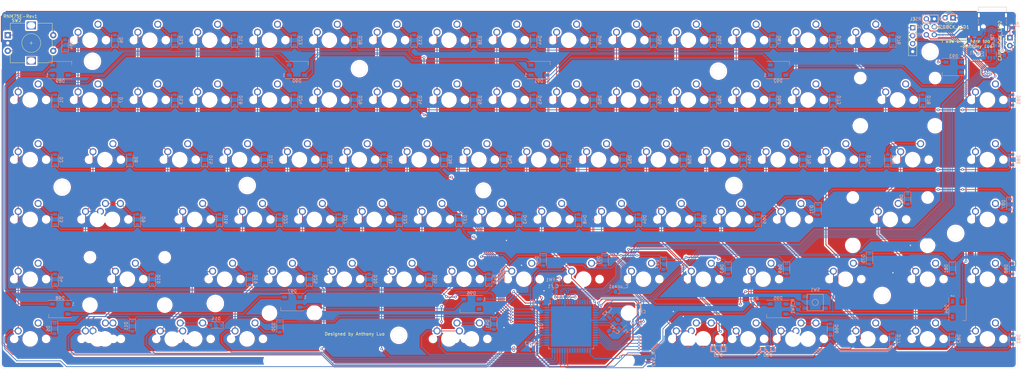
<source format=kicad_pcb>
(kicad_pcb (version 20171130) (host pcbnew "(5.1.9)-1")
  (layers (0 F.Cu signal) (31 B.Cu signal) (34 B.Paste user) (35 F.Paste user) (36 B.SilkS user) (37 F.SilkS user) (38 B.Mask user) (39 F.Mask user) (44 Edge.Cuts user))
  (net 0 "")
  (net 1 GND)
  (net 2 "Net-(D1-Pad2)")
  (net 3 "Net-(D2-Pad2)")
  (net 4 "Net-(D3-Pad2)")
  (net 5 "Net-(D4-Pad2)")
  (net 6 VCC)
  (net 7 COL0)
  (net 8 COL1)
  (net 9 D+)
  (net 10 D-)
  (net 11 "Net-(R_SW2-Pad1)")
  (net 12 XTAL1)
  (net 13 XTAL2)
  (net 14 RESET)
  (net 15 MISO)
  (net 16 MOSI)
  (net 17 SCK)
  (net 18 "Net-(C_ucap1-Pad2)")
  (net 19 LED_PIN)
  (net 20 "Net-(CAPS_LOCK_LED1-Pad1)")
  (net 21 ROWB)
  (net 22 ROWC)
  (net 23 ROWD)
  (net 24 ROWE)
  (net 25 "Net-(D5-Pad2)")
  (net 26 ROWF)
  (net 27 "Net-(D6-Pad2)")
  (net 28 ROWA)
  (net 29 "Net-(D7-Pad2)")
  (net 30 "Net-(D8-Pad2)")
  (net 31 "Net-(D9-Pad2)")
  (net 32 "Net-(D10-Pad2)")
  (net 33 "Net-(D11-Pad2)")
  (net 34 "Net-(D12-Pad2)")
  (net 35 "Net-(D13-Pad2)")
  (net 36 "Net-(D14-Pad2)")
  (net 37 "Net-(D15-Pad2)")
  (net 38 "Net-(D16-Pad2)")
  (net 39 "Net-(D17-Pad2)")
  (net 40 "Net-(D18-Pad2)")
  (net 41 "Net-(D19-Pad2)")
  (net 42 "Net-(D20-Pad2)")
  (net 43 "Net-(D21-Pad2)")
  (net 44 "Net-(D22-Pad2)")
  (net 45 "Net-(D23-Pad2)")
  (net 46 "Net-(D24-Pad2)")
  (net 47 "Net-(D25-Pad2)")
  (net 48 "Net-(D26-Pad2)")
  (net 49 "Net-(D27-Pad2)")
  (net 50 "Net-(D28-Pad2)")
  (net 51 "Net-(D29-Pad2)")
  (net 52 "Net-(D30-Pad2)")
  (net 53 "Net-(D31-Pad2)")
  (net 54 "Net-(D32-Pad2)")
  (net 55 "Net-(D33-Pad2)")
  (net 56 "Net-(D34-Pad2)")
  (net 57 "Net-(D35-Pad2)")
  (net 58 "Net-(D36-Pad2)")
  (net 59 "Net-(D37-Pad2)")
  (net 60 "Net-(D38-Pad2)")
  (net 61 "Net-(D39-Pad2)")
  (net 62 "Net-(D40-Pad2)")
  (net 63 "Net-(D41-Pad2)")
  (net 64 "Net-(D42-Pad2)")
  (net 65 "Net-(D43-Pad2)")
  (net 66 "Net-(D44-Pad2)")
  (net 67 "Net-(D45-Pad2)")
  (net 68 "Net-(D46-Pad2)")
  (net 69 "Net-(D47-Pad2)")
  (net 70 "Net-(D48-Pad2)")
  (net 71 "Net-(D49-Pad2)")
  (net 72 "Net-(D50-Pad2)")
  (net 73 "Net-(D51-Pad2)")
  (net 74 "Net-(D52-Pad2)")
  (net 75 "Net-(D53-Pad2)")
  (net 76 "Net-(D54-Pad2)")
  (net 77 "Net-(D55-Pad2)")
  (net 78 "Net-(D56-Pad2)")
  (net 79 "Net-(D57-Pad2)")
  (net 80 "Net-(D58-Pad2)")
  (net 81 "Net-(D59-Pad2)")
  (net 82 "Net-(D60-Pad2)")
  (net 83 "Net-(D61-Pad2)")
  (net 84 "Net-(D62-Pad2)")
  (net 85 "Net-(D63-Pad2)")
  (net 86 "Net-(D64-Pad2)")
  (net 87 "Net-(D65-Pad2)")
  (net 88 "Net-(D66-Pad2)")
  (net 89 "Net-(D67-Pad2)")
  (net 90 "Net-(D68-Pad2)")
  (net 91 "Net-(D69-Pad2)")
  (net 92 "Net-(D70-Pad2)")
  (net 93 "Net-(D71-Pad2)")
  (net 94 "Net-(D72-Pad2)")
  (net 95 "Net-(D73-Pad2)")
  (net 96 "Net-(D74-Pad2)")
  (net 97 "Net-(D75-Pad2)")
  (net 98 "Net-(D76-Pad2)")
  (net 99 "Net-(D77-Pad2)")
  (net 100 "Net-(D78-Pad2)")
  (net 101 "Net-(D79-Pad2)")
  (net 102 "Net-(D80-Pad2)")
  (net 103 "Net-(D81-Pad2)")
  (net 104 "Net-(D82-Pad2)")
  (net 105 "Net-(D83-Pad2)")
  (net 106 "Net-(D84-Pad2)")
  (net 107 "Net-(D85-Pad2)")
  (net 108 "Net-(D86-Pad2)")
  (net 109 "Net-(D87-Pad2)")
  (net 110 "Net-(D88-Pad2)")
  (net 111 "Net-(D89-Pad2)")
  (net 112 LED)
  (net 113 "Net-(J2-PadA5)")
  (net 114 D-1)
  (net 115 D+1)
  (net 116 "Net-(J2-PadB5)")
  (net 117 COL2)
  (net 118 COL3)
  (net 119 COL4)
  (net 120 COL5)
  (net 121 COL6)
  (net 122 COL7)
  (net 123 COL8)
  (net 124 COL9)
  (net 125 COL10)
  (net 126 COL11)
  (net 127 COL12)
  (net 128 COL13)
  (net 129 COL14)
  (net 130 COL15)
  (net 131 SCL)
  (net 132 SDA)
  (net 133 +5V)
  (net 134 ENCODER+)
  (net 135 ENCODER-)
  (net 136 "Net-(D89-Pad4)")
  (net 137 "Net-(D90-Pad4)")
  (net 138 "Net-(D91-Pad4)")
  (net 139 "Net-(D92-Pad4)")
  (net 140 "Net-(D93-Pad4)")
  (net 141 "Net-(D94-Pad4)")
  (net 142 "Net-(D96-Pad4)")
  (net 143 "Net-(D97-Pad4)")
  (net 144 "Net-(D95-Pad4)")
  (module Package_TO_SOT_SMD:SOT-23-6 (layer B.Cu) (at 376.6 104.91 270)
    (fp_text reference U2 (at 0 2.9 90) (layer B.SilkS) (effects (justify mirror)))
    (fp_text value SRV05-4)
    (pad 5 smd rect (at 1.1 0 270) (size 1.06 0.65) (layers B.Cu B.Paste B.Mask) (net 133 +5V))
    (pad 6 smd rect (at 1.1 0.95 270) (size 1.06 0.65) (layers B.Cu B.Paste B.Mask))
    (pad 4 smd rect (at 1.1 -0.95 270) (size 1.06 0.65) (layers B.Cu B.Paste B.Mask))
    (pad 3 smd rect (at -1.1 -0.95 270) (size 1.06 0.65) (layers B.Cu B.Paste B.Mask) (net 9 D+))
    (pad 2 smd rect (at -1.1 0 270) (size 1.06 0.65) (layers B.Cu B.Paste B.Mask) (net 1 GND))
    (pad 1 smd rect (at -1.1 0.95 270) (size 1.06 0.65) (layers B.Cu B.Paste B.Mask) (net 10 D-))
  )
  (module Package_QFP:TQFP-64_14x14mm_P0.8mm (layer B.Cu) (at 242.83 191.7 270)
    (fp_text reference U1 (at 0 9.45 270) (layer B.SilkS) (effects (justify mirror)))
    (fp_text value AT90USB1286-AU)
    (pad 64 smd rect (at -6 7.7 180) (size 1.5 0.55) (layers B.Cu B.Paste B.Mask) (net 133 +5V))
    (pad 63 smd rect (at -5.2 7.7 180) (size 1.5 0.55) (layers B.Cu B.Paste B.Mask) (net 1 GND))
    (pad 62 smd rect (at -4.4 7.7 180) (size 1.5 0.55) (layers B.Cu B.Paste B.Mask))
    (pad 61 smd rect (at -3.6 7.7 180) (size 1.5 0.55) (layers B.Cu B.Paste B.Mask) (net 26 ROWF))
    (pad 60 smd rect (at -2.8 7.7 180) (size 1.5 0.55) (layers B.Cu B.Paste B.Mask) (net 28 ROWA))
    (pad 59 smd rect (at -2 7.7 180) (size 1.5 0.55) (layers B.Cu B.Paste B.Mask) (net 21 ROWB))
    (pad 58 smd rect (at -1.2 7.7 180) (size 1.5 0.55) (layers B.Cu B.Paste B.Mask) (net 22 ROWC))
    (pad 57 smd rect (at -0.4 7.7 180) (size 1.5 0.55) (layers B.Cu B.Paste B.Mask) (net 23 ROWD))
    (pad 56 smd rect (at 0.4 7.7 180) (size 1.5 0.55) (layers B.Cu B.Paste B.Mask) (net 24 ROWE))
    (pad 55 smd rect (at 1.2 7.7 180) (size 1.5 0.55) (layers B.Cu B.Paste B.Mask) (net 134 ENCODER+))
    (pad 54 smd rect (at 2 7.7 180) (size 1.5 0.55) (layers B.Cu B.Paste B.Mask) (net 135 ENCODER-))
    (pad 53 smd rect (at 2.8 7.7 180) (size 1.5 0.55) (layers B.Cu B.Paste B.Mask) (net 1 GND))
    (pad 52 smd rect (at 3.6 7.7 180) (size 1.5 0.55) (layers B.Cu B.Paste B.Mask) (net 133 +5V))
    (pad 51 smd rect (at 4.4 7.7 180) (size 1.5 0.55) (layers B.Cu B.Paste B.Mask) (net 122 COL7))
    (pad 50 smd rect (at 5.2 7.7 180) (size 1.5 0.55) (layers B.Cu B.Paste B.Mask) (net 121 COL6))
    (pad 49 smd rect (at 6 7.7 180) (size 1.5 0.55) (layers B.Cu B.Paste B.Mask) (net 120 COL5))
    (pad 48 smd rect (at 7.7 6 270) (size 1.5 0.55) (layers B.Cu B.Paste B.Mask) (net 119 COL4))
    (pad 47 smd rect (at 7.7 5.2 270) (size 1.5 0.55) (layers B.Cu B.Paste B.Mask) (net 118 COL3))
    (pad 46 smd rect (at 7.7 4.4 270) (size 1.5 0.55) (layers B.Cu B.Paste B.Mask) (net 117 COL2))
    (pad 45 smd rect (at 7.7 3.6 270) (size 1.5 0.55) (layers B.Cu B.Paste B.Mask) (net 8 COL1))
    (pad 44 smd rect (at 7.7 2.8 270) (size 1.5 0.55) (layers B.Cu B.Paste B.Mask) (net 7 COL0))
    (pad 43 smd rect (at 7.7 2 270) (size 1.5 0.55) (layers B.Cu B.Paste B.Mask) (net 11 "Net-(R_SW2-Pad1)"))
    (pad 42 smd rect (at 7.7 1.2 270) (size 1.5 0.55) (layers B.Cu B.Paste B.Mask) (net 112 LED))
    (pad 41 smd rect (at 7.7 0.4 270) (size 1.5 0.55) (layers B.Cu B.Paste B.Mask))
    (pad 40 smd rect (at 7.7 -0.4 270) (size 1.5 0.55) (layers B.Cu B.Paste B.Mask))
    (pad 39 smd rect (at 7.7 -1.2 270) (size 1.5 0.55) (layers B.Cu B.Paste B.Mask))
    (pad 38 smd rect (at 7.7 -2 270) (size 1.5 0.55) (layers B.Cu B.Paste B.Mask))
    (pad 37 smd rect (at 7.7 -2.8 270) (size 1.5 0.55) (layers B.Cu B.Paste B.Mask))
    (pad 36 smd rect (at 7.7 -3.6 270) (size 1.5 0.55) (layers B.Cu B.Paste B.Mask))
    (pad 35 smd rect (at 7.7 -4.4 270) (size 1.5 0.55) (layers B.Cu B.Paste B.Mask))
    (pad 34 smd rect (at 7.7 -5.2 270) (size 1.5 0.55) (layers B.Cu B.Paste B.Mask))
    (pad 33 smd rect (at 7.7 -6 270) (size 1.5 0.55) (layers B.Cu B.Paste B.Mask) (net 19 LED_PIN))
    (pad 32 smd rect (at 6 -7.7 180) (size 1.5 0.55) (layers B.Cu B.Paste B.Mask))
    (pad 31 smd rect (at 5.2 -7.7 180) (size 1.5 0.55) (layers B.Cu B.Paste B.Mask) (net 130 COL15))
    (pad 30 smd rect (at 4.4 -7.7 180) (size 1.5 0.55) (layers B.Cu B.Paste B.Mask) (net 129 COL14))
    (pad 29 smd rect (at 3.6 -7.7 180) (size 1.5 0.55) (layers B.Cu B.Paste B.Mask) (net 128 COL13))
    (pad 28 smd rect (at 2.8 -7.7 180) (size 1.5 0.55) (layers B.Cu B.Paste B.Mask) (net 127 COL12))
    (pad 27 smd rect (at 2 -7.7 180) (size 1.5 0.55) (layers B.Cu B.Paste B.Mask) (net 126 COL11))
    (pad 26 smd rect (at 1.2 -7.7 180) (size 1.5 0.55) (layers B.Cu B.Paste B.Mask) (net 132 SDA))
    (pad 25 smd rect (at 0.4 -7.7 180) (size 1.5 0.55) (layers B.Cu B.Paste B.Mask) (net 131 SCL))
    (pad 24 smd rect (at -0.4 -7.7 180) (size 1.5 0.55) (layers B.Cu B.Paste B.Mask) (net 12 XTAL1))
    (pad 23 smd rect (at -1.2 -7.7 180) (size 1.5 0.55) (layers B.Cu B.Paste B.Mask) (net 13 XTAL2))
    (pad 22 smd rect (at -2 -7.7 180) (size 1.5 0.55) (layers B.Cu B.Paste B.Mask) (net 1 GND))
    (pad 21 smd rect (at -2.8 -7.7 180) (size 1.5 0.55) (layers B.Cu B.Paste B.Mask) (net 133 +5V))
    (pad 20 smd rect (at -3.6 -7.7 180) (size 1.5 0.55) (layers B.Cu B.Paste B.Mask) (net 14 RESET))
    (pad 19 smd rect (at -4.4 -7.7 180) (size 1.5 0.55) (layers B.Cu B.Paste B.Mask) (net 125 COL10))
    (pad 18 smd rect (at -5.2 -7.7 180) (size 1.5 0.55) (layers B.Cu B.Paste B.Mask) (net 124 COL9))
    (pad 17 smd rect (at -6 -7.7 180) (size 1.5 0.55) (layers B.Cu B.Paste B.Mask) (net 123 COL8))
    (pad 16 smd rect (at -7.7 -6 270) (size 1.5 0.55) (layers B.Cu B.Paste B.Mask))
    (pad 15 smd rect (at -7.7 -5.2 270) (size 1.5 0.55) (layers B.Cu B.Paste B.Mask))
    (pad 14 smd rect (at -7.7 -4.4 270) (size 1.5 0.55) (layers B.Cu B.Paste B.Mask))
    (pad 13 smd rect (at -7.7 -3.6 270) (size 1.5 0.55) (layers B.Cu B.Paste B.Mask) (net 15 MISO))
    (pad 12 smd rect (at -7.7 -2.8 270) (size 1.5 0.55) (layers B.Cu B.Paste B.Mask) (net 16 MOSI))
    (pad 11 smd rect (at -7.7 -2 270) (size 1.5 0.55) (layers B.Cu B.Paste B.Mask) (net 17 SCK))
    (pad 10 smd rect (at -7.7 -1.2 270) (size 1.5 0.55) (layers B.Cu B.Paste B.Mask))
    (pad 9 smd rect (at -7.7 -0.4 270) (size 1.5 0.55) (layers B.Cu B.Paste B.Mask))
    (pad 8 smd rect (at -7.7 0.4 270) (size 1.5 0.55) (layers B.Cu B.Paste B.Mask) (net 133 +5V))
    (pad 7 smd rect (at -7.7 1.2 270) (size 1.5 0.55) (layers B.Cu B.Paste B.Mask) (net 18 "Net-(C_ucap1-Pad2)"))
    (pad 6 smd rect (at -7.7 2 270) (size 1.5 0.55) (layers B.Cu B.Paste B.Mask) (net 1 GND))
    (pad 5 smd rect (at -7.7 2.8 270) (size 1.5 0.55) (layers B.Cu B.Paste B.Mask) (net 9 D+))
    (pad 4 smd rect (at -7.7 3.6 270) (size 1.5 0.55) (layers B.Cu B.Paste B.Mask) (net 10 D-))
    (pad 3 smd rect (at -7.7 4.4 270) (size 1.5 0.55) (layers B.Cu B.Paste B.Mask) (net 133 +5V))
    (pad 2 smd rect (at -7.7 5.2 270) (size 1.5 0.55) (layers B.Cu B.Paste B.Mask))
    (pad 1 smd rect (at -7.7 6 270) (size 1.5 0.55) (layers B.Cu B.Paste B.Mask))
  )
  (module MX_ONLY:MXOnly-2.25U-NoLED (layer F.Cu) (at 101.5365 176.657)
    (fp_text reference MX10)
    (fp_text value MX-NoLED)
    (pad 2 thru_hole circle (at 2.54 -5.08) (size 2.25 2.25) (drill 1.47) (layers *.Cu B.Mask) (net 32 "Net-(D10-Pad2)"))
    (pad "" np_thru_hole circle (at 0 0) (size 3.9878 3.9878) (drill 3.9878) (layers *.Cu *.Mask))
    (pad 1 thru_hole circle (at -3.81 -2.54) (size 2.25 2.25) (drill 1.47) (layers *.Cu B.Mask) (net 8 COL1))
    (pad "" np_thru_hole circle (at -5.08 0 48.0996) (size 1.75 1.75) (drill 1.75) (layers *.Cu *.Mask))
    (pad "" np_thru_hole circle (at 5.08 0 48.0996) (size 1.75 1.75) (drill 1.75) (layers *.Cu *.Mask))
    (pad "" np_thru_hole circle (at -11.90625 -6.985) (size 3.048 3.048) (drill 3.048) (layers *.Cu *.Mask))
    (pad "" np_thru_hole circle (at 11.90625 -6.985) (size 3.048 3.048) (drill 3.048) (layers *.Cu *.Mask))
    (pad "" np_thru_hole circle (at -11.90625 8.255) (size 3.9878 3.9878) (drill 3.9878) (layers *.Cu *.Mask))
    (pad "" np_thru_hole circle (at 11.90625 8.255) (size 3.9878 3.9878) (drill 3.9878) (layers *.Cu *.Mask))
  )
  (module random_keyboard_parts:Reset_Pretty-Mask (layer B.Cu) (at 357.1875 96.2025)
    (fp_text reference J1)
    (fp_text value AVR-ISP-6)
    (fp_text user MISO (at -4.25 2.5) (layer B.SilkS) (effects (justify mirror)))
    (fp_text user VCC (at 4 2.5) (layer B.SilkS) (effects (justify mirror)))
    (fp_text user SCK (at -4 0) (layer B.SilkS) (effects (justify mirror)))
    (fp_text user MOSI (at 4.25 0) (layer B.SilkS) (effects (justify mirror)))
    (fp_text user RST (at -4.25 -2.5) (layer B.SilkS) (effects (justify mirror)))
    (fp_text user GND (at 4.25 -2.5) (layer B.SilkS) (effects (justify mirror)))
    (pad 6 thru_hole rect (at 1.27 -2.54) (size 1.7 1.7) (drill 1) (layers *.Cu B.Mask) (net 1 GND))
    (pad 5 thru_hole circle (at -1.27 -2.54) (size 1.7 1.7) (drill 1) (layers *.Cu B.Mask) (net 14 RESET))
    (pad 4 thru_hole circle (at 1.27 0) (size 1.7 1.7) (drill 1) (layers *.Cu B.Mask) (net 16 MOSI))
    (pad 3 thru_hole circle (at -1.27 0) (size 1.7 1.7) (drill 1) (layers *.Cu B.Mask) (net 17 SCK))
    (pad 2 thru_hole circle (at 1.27 2.54) (size 1.7 1.7) (drill 1) (layers *.Cu B.Mask) (net 6 VCC))
    (pad 1 thru_hole circle (at -1.27 2.54) (size 1.7 1.7) (drill 1) (layers *.Cu B.Mask) (net 15 MISO))
  )
  (module Connector_USB:USB_C_Receptacle_Palconn_UTC16-G (layer B.Cu) (at 376.96775 94.742)
    (fp_text reference J2 (at 0 4.58) (layer B.SilkS) (effects (justify mirror)))
    (fp_text value USB_C_Receptacle_USB2.0)
    (pad S1 thru_hole oval (at -4.32 1.93 270) (size 2 0.9) (drill oval 1.7 0.6) (layers *.Cu *.Mask) (net 1 GND))
    (pad S1 thru_hole oval (at 4.32 1.93 270) (size 2 0.9) (drill oval 1.7 0.6) (layers *.Cu *.Mask) (net 1 GND))
    (pad S1 thru_hole oval (at -4.32 -2.24 270) (size 1.7 0.9) (drill oval 1.4 0.6) (layers *.Cu *.Mask) (net 1 GND))
    (pad S1 thru_hole oval (at 4.32 -2.24 270) (size 1.7 0.9) (drill oval 1.4 0.6) (layers *.Cu *.Mask) (net 1 GND))
    (pad B7 smd rect (at -0.75 2.51 180) (size 0.3 1.16) (layers B.Cu B.Paste B.Mask) (net 114 D-1))
    (pad A6 smd rect (at -0.25 2.51 180) (size 0.3 1.16) (layers B.Cu B.Paste B.Mask) (net 115 D+1))
    (pad A7 smd rect (at 0.25 2.51 180) (size 0.3 1.16) (layers B.Cu B.Paste B.Mask) (net 114 D-1))
    (pad B8 smd rect (at -1.75 2.51 180) (size 0.3 1.16) (layers B.Cu B.Paste B.Mask))
    (pad A5 smd rect (at -1.25 2.51 180) (size 0.3 1.16) (layers B.Cu B.Paste B.Mask) (net 113 "Net-(J2-PadA5)"))
    (pad A8 smd rect (at 1.25 2.51 180) (size 0.3 1.16) (layers B.Cu B.Paste B.Mask))
    (pad B6 smd rect (at 0.75 2.51 180) (size 0.3 1.16) (layers B.Cu B.Paste B.Mask) (net 115 D+1))
    (pad B5 smd rect (at 1.75 2.51 180) (size 0.3 1.16) (layers B.Cu B.Paste B.Mask) (net 116 "Net-(J2-PadB5)"))
    (pad "" np_thru_hole circle (at 2.89 1.45 180) (size 0.6 0.6) (drill 0.6) (layers *.Cu *.Mask))
    (pad "" np_thru_hole circle (at -2.89 1.45 180) (size 0.6 0.6) (drill 0.6) (layers *.Cu *.Mask))
    (pad A4 smd rect (at -2.4 2.51) (size 0.6 1.16) (layers B.Cu B.Paste B.Mask) (net 6 VCC))
    (pad B9 smd rect (at -2.4 2.51) (size 0.6 1.16) (layers B.Cu B.Paste B.Mask) (net 6 VCC))
    (pad A1 smd rect (at -3.2 2.51) (size 0.6 1.16) (layers B.Cu B.Paste B.Mask) (net 1 GND))
    (pad B12 smd rect (at -3.2 2.51) (size 0.6 1.16) (layers B.Cu B.Paste B.Mask) (net 1 GND))
    (pad B4 smd rect (at 2.4 2.51) (size 0.6 1.16) (layers B.Cu B.Paste B.Mask) (net 6 VCC))
    (pad B1 smd rect (at 3.2 2.51) (size 0.6 1.16) (layers B.Cu B.Paste B.Mask) (net 1 GND))
    (pad A9 smd rect (at 2.4 2.51) (size 0.6 1.16) (layers B.Cu B.Paste B.Mask) (net 6 VCC))
    (pad A12 smd rect (at 3.2 2.51) (size 0.6 1.16) (layers B.Cu B.Paste B.Mask) (net 1 GND))
  )
  (module Resistor_SMD:R_0805_2012Metric (layer B.Cu) (at 301.5615 184.5945 180)
    (fp_text reference R2 (at 0 1.65) (layer B.SilkS) (effects (justify mirror)))
    (fp_text value 500)
    (pad 2 smd roundrect (at 0.9125 0 180) (size 1.025 1.4) (layers B.Cu B.Paste B.Mask) (roundrect_rratio 0.2439014634146341) (net 112 LED))
    (pad 1 smd roundrect (at -0.9125 0 180) (size 1.025 1.4) (layers B.Cu B.Paste B.Mask) (roundrect_rratio 0.2439014634146341) (net 144 "Net-(D95-Pad4)"))
  )
  (module MX_ONLY:MXOnly-1U-NoLED (layer F.Cu) (at 356.33025 176.657)
    (fp_text reference MX83)
    (fp_text value MX-NoLED)
    (pad 2 thru_hole circle (at 2.54 -5.08) (size 2.25 2.25) (drill 1.47) (layers *.Cu B.Mask) (net 103 "Net-(D81-Pad2)"))
    (pad "" np_thru_hole circle (at 0 0) (size 3.9878 3.9878) (drill 3.9878) (layers *.Cu *.Mask))
    (pad 1 thru_hole circle (at -3.81 -2.54) (size 2.25 2.25) (drill 1.47) (layers *.Cu B.Mask) (net 129 COL14))
    (pad "" np_thru_hole circle (at -5.08 0 48.0996) (size 1.75 1.75) (drill 1.75) (layers *.Cu *.Mask))
    (pad "" np_thru_hole circle (at 5.08 0 48.0996) (size 1.75 1.75) (drill 1.75) (layers *.Cu *.Mask))
  )
  (module MX_ONLY:MXOnly-1U-NoLED (layer F.Cu) (at 265.84275 176.657)
    (fp_text reference MX57)
    (fp_text value MX-NoLED)
    (pad 2 thru_hole circle (at 2.54 -5.08) (size 2.25 2.25) (drill 1.47) (layers *.Cu B.Mask) (net 79 "Net-(D57-Pad2)"))
    (pad "" np_thru_hole circle (at 0 0) (size 3.9878 3.9878) (drill 3.9878) (layers *.Cu *.Mask))
    (pad 1 thru_hole circle (at -3.81 -2.54) (size 2.25 2.25) (drill 1.47) (layers *.Cu B.Mask) (net 124 COL9))
    (pad "" np_thru_hole circle (at -5.08 0 48.0996) (size 1.75 1.75) (drill 1.75) (layers *.Cu *.Mask))
    (pad "" np_thru_hole circle (at 5.08 0 48.0996) (size 1.75 1.75) (drill 1.75) (layers *.Cu *.Mask))
  )
  (module Capacitor_SMD:C_0805_2012Metric (layer B.Cu) (at 237.1115 178.562 180)
    (fp_text reference C_FM1 (at 0 1.68) (layer B.SilkS) (effects (justify mirror)))
    (fp_text value 10uF)
    (pad 1 smd roundrect (at -0.95 0 180) (size 1 1.45) (layers B.Cu B.Paste B.Mask) (net 133 +5V))
    (pad 2 smd roundrect (at 0.95 0 180) (size 1 1.45) (layers B.Cu B.Paste B.Mask) (net 1 GND))
  )
  (module LED_THT:LED_D3.0mm (layer F.Cu) (at 382.524 99.66325 270)
    (fp_text reference CAPS_LOCK_LED2 (at 0.9525 3.175 90) (layer F.SilkS))
    (fp_text value LED)
    (pad 2 thru_hole circle (at 2.54 0 270) (size 1.8 1.8) (drill 0.9) (layers *.Cu *.Mask) (net 19 LED_PIN))
    (pad 1 thru_hole rect (at 0 0 270) (size 1.8 1.8) (drill 0.9) (layers *.Cu *.Mask) (net 20 "Net-(CAPS_LOCK_LED1-Pad1)"))
  )
  (module LED_THT:LED_D3.0mm (layer F.Cu) (at 364.4265 93.31325 180)
    (fp_text reference CAPS_LOCK_LED1 (at 1.27 -2.96) (layer F.SilkS))
    (fp_text value LED)
    (pad 2 thru_hole circle (at 2.54 0 180) (size 1.8 1.8) (drill 0.9) (layers *.Cu *.Mask) (net 19 LED_PIN))
    (pad 1 thru_hole rect (at 0 0 180) (size 1.8 1.8) (drill 0.9) (layers *.Cu *.Mask) (net 20 "Net-(CAPS_LOCK_LED1-Pad1)"))
  )
  (module MX_ONLY:MXOnly-7U-ReversedStabilizers-NoLED (layer F.Cu) (at 203.93025 195.707)
    (fp_text reference MX93)
    (fp_text value MX-NoLED)
    (pad 2 thru_hole circle (at 2.54 -5.08) (size 2.25 2.25) (drill 1.47) (layers *.Cu B.Mask) (net 63 "Net-(D41-Pad2)"))
    (pad "" np_thru_hole circle (at 0 0) (size 3.9878 3.9878) (drill 3.9878) (layers *.Cu *.Mask))
    (pad 1 thru_hole circle (at -3.81 -2.54) (size 2.25 2.25) (drill 1.47) (layers *.Cu B.Mask) (net 121 COL6))
    (pad "" np_thru_hole circle (at -5.08 0 48.0996) (size 1.75 1.75) (drill 1.75) (layers *.Cu *.Mask))
    (pad "" np_thru_hole circle (at 5.08 0 48.0996) (size 1.75 1.75) (drill 1.75) (layers *.Cu *.Mask))
    (pad "" np_thru_hole circle (at -57.15 6.985) (size 3.048 3.048) (drill 3.048) (layers *.Cu *.Mask))
    (pad "" np_thru_hole circle (at 57.15 6.985) (size 3.048 3.048) (drill 3.048) (layers *.Cu *.Mask))
    (pad "" np_thru_hole circle (at -57.15 -8.255) (size 3.9878 3.9878) (drill 3.9878) (layers *.Cu *.Mask))
    (pad "" np_thru_hole circle (at 57.15 -8.255) (size 3.9878 3.9878) (drill 3.9878) (layers *.Cu *.Mask))
  )
  (module MX_ONLY:MXOnly-1.5U-NoLED (layer F.Cu) (at 122.96775 195.707)
    (fp_text reference MX92)
    (fp_text value MX-NoLED)
    (pad 2 thru_hole circle (at 2.54 -5.08) (size 2.25 2.25) (drill 1.47) (layers *.Cu B.Mask) (net 36 "Net-(D14-Pad2)"))
    (pad "" np_thru_hole circle (at 0 0) (size 3.9878 3.9878) (drill 3.9878) (layers *.Cu *.Mask))
    (pad 1 thru_hole circle (at -3.81 -2.54) (size 2.25 2.25) (drill 1.47) (layers *.Cu B.Mask) (net 117 COL2))
    (pad "" np_thru_hole circle (at -5.08 0 48.0996) (size 1.75 1.75) (drill 1.75) (layers *.Cu *.Mask))
    (pad "" np_thru_hole circle (at 5.08 0 48.0996) (size 1.75 1.75) (drill 1.75) (layers *.Cu *.Mask))
  )
  (module MX_ONLY:MXOnly-1.5U-NoLED (layer F.Cu) (at 94.39275 195.707)
    (fp_text reference MX91)
    (fp_text value MX-NoLED)
    (pad 2 thru_hole circle (at 2.54 -5.08) (size 2.25 2.25) (drill 1.47) (layers *.Cu B.Mask) (net 33 "Net-(D11-Pad2)"))
    (pad "" np_thru_hole circle (at 0 0) (size 3.9878 3.9878) (drill 3.9878) (layers *.Cu *.Mask))
    (pad 1 thru_hole circle (at -3.81 -2.54) (size 2.25 2.25) (drill 1.47) (layers *.Cu B.Mask) (net 8 COL1))
    (pad "" np_thru_hole circle (at -5.08 0 48.0996) (size 1.75 1.75) (drill 1.75) (layers *.Cu *.Mask))
    (pad "" np_thru_hole circle (at 5.08 0 48.0996) (size 1.75 1.75) (drill 1.75) (layers *.Cu *.Mask))
  )
  (module MX_ONLY:MXOnly-1.25U-NoLED (layer F.Cu) (at 92.0115 157.607)
    (fp_text reference MX90)
    (fp_text value MX-NoLED)
    (pad 2 thru_hole circle (at 2.54 -5.08) (size 2.25 2.25) (drill 1.47) (layers *.Cu B.Mask) (net 31 "Net-(D9-Pad2)"))
    (pad "" np_thru_hole circle (at 0 0) (size 3.9878 3.9878) (drill 3.9878) (layers *.Cu *.Mask))
    (pad 1 thru_hole circle (at -3.81 -2.54) (size 2.25 2.25) (drill 1.47) (layers *.Cu B.Mask) (net 8 COL1))
    (pad "" np_thru_hole circle (at -5.08 0 48.0996) (size 1.75 1.75) (drill 1.75) (layers *.Cu *.Mask))
    (pad "" np_thru_hole circle (at 5.08 0 48.0996) (size 1.75 1.75) (drill 1.75) (layers *.Cu *.Mask))
  )
  (module MX_ONLY:MXOnly-1U-NoLED (layer F.Cu) (at 375.38025 195.707)
    (fp_text reference MX85)
    (fp_text value MX-NoLED)
    (pad 2 thru_hole circle (at 2.54 -5.08) (size 2.25 2.25) (drill 1.47) (layers *.Cu B.Mask) (net 105 "Net-(D83-Pad2)"))
    (pad "" np_thru_hole circle (at 0 0) (size 3.9878 3.9878) (drill 3.9878) (layers *.Cu *.Mask))
    (pad 1 thru_hole circle (at -3.81 -2.54) (size 2.25 2.25) (drill 1.47) (layers *.Cu B.Mask) (net 130 COL15))
    (pad "" np_thru_hole circle (at -5.08 0 48.0996) (size 1.75 1.75) (drill 1.75) (layers *.Cu *.Mask))
    (pad "" np_thru_hole circle (at 5.08 0 48.0996) (size 1.75 1.75) (drill 1.75) (layers *.Cu *.Mask))
  )
  (module MX_ONLY:MXOnly-6.25U-ReversedStabilizers-NoLED (layer F.Cu) (at 211.074 195.707)
    (fp_text reference MX41)
    (fp_text value MX-NoLED)
    (pad 2 thru_hole circle (at 2.54 -5.08) (size 2.25 2.25) (drill 1.47) (layers *.Cu B.Mask) (net 63 "Net-(D41-Pad2)"))
    (pad "" np_thru_hole circle (at 0 0) (size 3.9878 3.9878) (drill 3.9878) (layers *.Cu *.Mask))
    (pad 1 thru_hole circle (at -3.81 -2.54) (size 2.25 2.25) (drill 1.47) (layers *.Cu B.Mask) (net 121 COL6))
    (pad "" np_thru_hole circle (at -5.08 0 48.0996) (size 1.75 1.75) (drill 1.75) (layers *.Cu *.Mask))
    (pad "" np_thru_hole circle (at 5.08 0 48.0996) (size 1.75 1.75) (drill 1.75) (layers *.Cu *.Mask))
    (pad "" np_thru_hole circle (at -49.9999 6.985) (size 3.048 3.048) (drill 3.048) (layers *.Cu *.Mask))
    (pad "" np_thru_hole circle (at 49.9999 6.985) (size 3.048 3.048) (drill 3.048) (layers *.Cu *.Mask))
    (pad "" np_thru_hole circle (at -49.9999 -8.255) (size 3.9878 3.9878) (drill 3.9878) (layers *.Cu *.Mask))
    (pad "" np_thru_hole circle (at 49.9999 -8.255) (size 3.9878 3.9878) (drill 3.9878) (layers *.Cu *.Mask))
  )
  (module Connector_PinSocket_2.54mm:PinSocket_1x04_P2.54mm_Vertical (layer F.Cu) (at 351.56775 96.48825)
    (fp_text reference J3 (at 0 -2.77) (layer F.SilkS))
    (fp_text value Conn_01x04)
    (pad 4 thru_hole oval (at 0 7.62) (size 1.7 1.7) (drill 1) (layers *.Cu *.Mask) (net 1 GND))
    (pad 3 thru_hole oval (at 0 5.08) (size 1.7 1.7) (drill 1) (layers *.Cu *.Mask) (net 133 +5V))
    (pad 2 thru_hole oval (at 0 2.54) (size 1.7 1.7) (drill 1) (layers *.Cu *.Mask) (net 131 SCL))
    (pad 1 thru_hole rect (at 0 0) (size 1.7 1.7) (drill 1) (layers *.Cu *.Mask) (net 132 SDA))
  )
  (module MX_ONLY:MXOnly-1U-NoLED (layer F.Cu) (at 70.58025 138.557)
    (fp_text reference MX2)
    (fp_text value MX-NoLED)
    (pad "" np_thru_hole circle (at 5.08 0 48.0996) (size 1.75 1.75) (drill 1.75) (layers *.Cu *.Mask))
    (pad "" np_thru_hole circle (at -5.08 0 48.0996) (size 1.75 1.75) (drill 1.75) (layers *.Cu *.Mask))
    (pad 1 thru_hole circle (at -3.81 -2.54) (size 2.25 2.25) (drill 1.47) (layers *.Cu B.Mask) (net 7 COL0))
    (pad "" np_thru_hole circle (at 0 0) (size 3.9878 3.9878) (drill 3.9878) (layers *.Cu *.Mask))
    (pad 2 thru_hole circle (at 2.54 -5.08) (size 2.25 2.25) (drill 1.47) (layers *.Cu B.Mask) (net 3 "Net-(D2-Pad2)"))
  )
  (module MX_ONLY:MXOnly-1U-NoLED (layer F.Cu) (at 70.58025 176.657)
    (fp_text reference MX4)
    (fp_text value MX-NoLED)
    (pad 2 thru_hole circle (at 2.54 -5.08) (size 2.25 2.25) (drill 1.47) (layers *.Cu B.Mask) (net 5 "Net-(D4-Pad2)"))
    (pad "" np_thru_hole circle (at 0 0) (size 3.9878 3.9878) (drill 3.9878) (layers *.Cu *.Mask))
    (pad 1 thru_hole circle (at -3.81 -2.54) (size 2.25 2.25) (drill 1.47) (layers *.Cu B.Mask) (net 7 COL0))
    (pad "" np_thru_hole circle (at -5.08 0 48.0996) (size 1.75 1.75) (drill 1.75) (layers *.Cu *.Mask))
    (pad "" np_thru_hole circle (at 5.08 0 48.0996) (size 1.75 1.75) (drill 1.75) (layers *.Cu *.Mask))
  )
  (module Crystal:Crystal_SMD_3225-4Pin_3.2x2.5mm (layer B.Cu) (at 257.90525 190.9445 135)
    (fp_text reference Y1 (at -3.367596 0 135) (layer B.SilkS) (effects (justify mirror)))
    (fp_text value Crystal_GND24_Small)
    (pad 4 smd rect (at -1.1 0.85 135) (size 1.4 1.2) (layers B.Cu B.Paste B.Mask) (net 1 GND))
    (pad 3 smd rect (at 1.1 0.85 135) (size 1.4 1.2) (layers B.Cu B.Paste B.Mask) (net 13 XTAL2))
    (pad 2 smd rect (at 1.1 -0.85 135) (size 1.4 1.2) (layers B.Cu B.Paste B.Mask) (net 1 GND))
    (pad 1 smd rect (at -1.1 -0.85 135) (size 1.4 1.2) (layers B.Cu B.Paste B.Mask) (net 12 XTAL1))
  )
  (module Rotary_Encoder:RotaryEncoder_Alps_EC12E-Switch_Vertical_H20mm (layer F.Cu) (at 63.4365 98.8695)
    (fp_text reference SW2 (at 2.8 -4.7) (layer F.SilkS))
    (fp_text value Rotary_Encoder_Switch)
    (pad A thru_hole rect (at 0 0) (size 2 2) (drill 1) (layers *.Cu *.Mask) (net 134 ENCODER+))
    (pad C thru_hole circle (at 0 2.5) (size 2 2) (drill 1) (layers *.Cu *.Mask) (net 1 GND))
    (pad B thru_hole circle (at 0 5) (size 2 2) (drill 1) (layers *.Cu *.Mask) (net 135 ENCODER-))
    (pad MP thru_hole rect (at 7.5 -3.1) (size 3 2.5) (drill oval 2.5 2) (layers *.Cu *.Mask))
    (pad MP thru_hole rect (at 7.5 8.1) (size 3 2.5) (drill oval 2.5 2) (layers *.Cu *.Mask))
    (pad S1 thru_hole circle (at 14.5 0) (size 2 2) (drill 1) (layers *.Cu *.Mask) (net 7 COL0))
    (pad S2 thru_hole circle (at 14.5 5) (size 2 2) (drill 1) (layers *.Cu *.Mask) (net 106 "Net-(D84-Pad2)"))
  )
  (module random_keyboard_parts:SKQG-1155865 (layer B.Cu) (at 320.5365 184.06325)
    (fp_text reference SW1 (at 0 -4.064) (layer B.SilkS) (effects (justify mirror)))
    (fp_text value SW_Push)
    (pad 4 smd rect (at -3.1 -1.85) (size 1.8 1.1) (layers B.Cu B.Paste B.Mask))
    (pad 3 smd rect (at 3.1 1.85) (size 1.8 1.1) (layers B.Cu B.Paste B.Mask))
    (pad 2 smd rect (at -3.1 1.85) (size 1.8 1.1) (layers B.Cu B.Paste B.Mask) (net 14 RESET))
    (pad 1 smd rect (at 3.1 -1.85) (size 1.8 1.1) (layers B.Cu B.Paste B.Mask) (net 1 GND))
  )
  (module Resistor_SMD:R_0805_2012Metric (layer B.Cu) (at 381.73025 105.2195 180)
    (fp_text reference R_u2 (at 0 1.65) (layer B.SilkS) (effects (justify mirror)))
    (fp_text value 5.1k)
    (pad 2 smd roundrect (at 0.9125 0 180) (size 1.025 1.4) (layers B.Cu B.Paste B.Mask) (roundrect_rratio 0.2439014634146341) (net 116 "Net-(J2-PadB5)"))
    (pad 1 smd roundrect (at -0.9125 0 180) (size 1.025 1.4) (layers B.Cu B.Paste B.Mask) (roundrect_rratio 0.2439014634146341) (net 1 GND))
  )
  (module Resistor_SMD:R_0805_2012Metric (layer B.Cu) (at 371.4115 102.83825)
    (fp_text reference R_u1 (at 0 1.65) (layer B.SilkS) (effects (justify mirror)))
    (fp_text value 5.1k)
    (pad 2 smd roundrect (at 0.9125 0) (size 1.025 1.4) (layers B.Cu B.Paste B.Mask) (roundrect_rratio 0.2439014634146341) (net 113 "Net-(J2-PadA5)"))
    (pad 1 smd roundrect (at -0.9125 0) (size 1.025 1.4) (layers B.Cu B.Paste B.Mask) (roundrect_rratio 0.2439014634146341) (net 1 GND))
  )
  (module Resistor_SMD:R_0805_2012Metric (layer B.Cu) (at 267.43025 202.17575 90)
    (fp_text reference R_SW2 (at 0 1.65 270) (layer B.SilkS) (effects (justify mirror)))
    (fp_text value 10k)
    (pad 1 smd roundrect (at -0.9125 0 90) (size 1.025 1.4) (layers B.Cu B.Paste B.Mask) (roundrect_rratio 0.2439014634146341) (net 11 "Net-(R_SW2-Pad1)"))
    (pad 2 smd roundrect (at 0.9125 0 90) (size 1.025 1.4) (layers B.Cu B.Paste B.Mask) (roundrect_rratio 0.2439014634146341) (net 1 GND))
  )
  (module Resistor_SMD:R_0805_2012Metric (layer B.Cu) (at 315.05525 185.38825 270)
    (fp_text reference R_SW1 (at 0 1.65 90) (layer B.SilkS) (effects (justify mirror)))
    (fp_text value 10k)
    (pad 1 smd roundrect (at -0.9125 0 270) (size 1.025 1.4) (layers B.Cu B.Paste B.Mask) (roundrect_rratio 0.2439014634146341) (net 14 RESET))
    (pad 2 smd roundrect (at 0.9125 0 270) (size 1.025 1.4) (layers B.Cu B.Paste B.Mask) (roundrect_rratio 0.2439014634146341) (net 133 +5V))
  )
  (module Resistor_SMD:R_0805_2012Metric (layer B.Cu) (at 375.38025 101.25075 90)
    (fp_text reference R_d2 (at 0 1.65 90) (layer B.SilkS) (effects (justify mirror)))
    (fp_text value 22)
    (pad 2 smd roundrect (at 0.9125 0 90) (size 1.025 1.4) (layers B.Cu B.Paste B.Mask) (roundrect_rratio 0.2439014634146341) (net 114 D-1))
    (pad 1 smd roundrect (at -0.9125 0 90) (size 1.025 1.4) (layers B.Cu B.Paste B.Mask) (roundrect_rratio 0.2439014634146341) (net 10 D-))
  )
  (module Resistor_SMD:R_0805_2012Metric (layer B.Cu) (at 377.7615 101.25075 90)
    (fp_text reference R_d1 (at 0 1.65 270) (layer B.SilkS) (effects (justify mirror)))
    (fp_text value 22)
    (pad 2 smd roundrect (at 0.9125 0 90) (size 1.025 1.4) (layers B.Cu B.Paste B.Mask) (roundrect_rratio 0.2439014634146341) (net 115 D+1))
    (pad 1 smd roundrect (at -0.9125 0 90) (size 1.025 1.4) (layers B.Cu B.Paste B.Mask) (roundrect_rratio 0.2439014634146341) (net 9 D+))
  )
  (module Resistor_SMD:R_0805_2012Metric (layer B.Cu) (at 383.31775 95.57575 90)
    (fp_text reference R1 (at 0 1.65 270) (layer B.SilkS) (effects (justify mirror)))
    (fp_text value 500)
    (pad 2 smd roundrect (at 0.9125 0 90) (size 1.025 1.4) (layers B.Cu B.Paste B.Mask) (roundrect_rratio 0.2439014634146341) (net 1 GND))
    (pad 1 smd roundrect (at -0.9125 0 90) (size 1.025 1.4) (layers B.Cu B.Paste B.Mask) (roundrect_rratio 0.2439014634146341) (net 20 "Net-(CAPS_LOCK_LED1-Pad1)"))
  )
  (module MX_ONLY:MXOnly-1U-NoLED (layer F.Cu) (at 375.38025 176.657)
    (fp_text reference MX89)
    (fp_text value MX-NoLED)
    (pad 2 thru_hole circle (at 2.54 -5.08) (size 2.25 2.25) (drill 1.47) (layers *.Cu B.Mask) (net 110 "Net-(D88-Pad2)"))
    (pad "" np_thru_hole circle (at 0 0) (size 3.9878 3.9878) (drill 3.9878) (layers *.Cu *.Mask))
    (pad 1 thru_hole circle (at -3.81 -2.54) (size 2.25 2.25) (drill 1.47) (layers *.Cu B.Mask) (net 130 COL15))
    (pad "" np_thru_hole circle (at -5.08 0 48.0996) (size 1.75 1.75) (drill 1.75) (layers *.Cu *.Mask))
    (pad "" np_thru_hole circle (at 5.08 0 48.0996) (size 1.75 1.75) (drill 1.75) (layers *.Cu *.Mask))
  )
  (module MX_ONLY:MXOnly-1U-NoLED (layer F.Cu) (at 375.38025 157.607)
    (fp_text reference MX88)
    (fp_text value MX-NoLED)
    (pad 2 thru_hole circle (at 2.54 -5.08) (size 2.25 2.25) (drill 1.47) (layers *.Cu B.Mask) (net 109 "Net-(D87-Pad2)"))
    (pad "" np_thru_hole circle (at 0 0) (size 3.9878 3.9878) (drill 3.9878) (layers *.Cu *.Mask))
    (pad 1 thru_hole circle (at -3.81 -2.54) (size 2.25 2.25) (drill 1.47) (layers *.Cu B.Mask) (net 130 COL15))
    (pad "" np_thru_hole circle (at -5.08 0 48.0996) (size 1.75 1.75) (drill 1.75) (layers *.Cu *.Mask))
    (pad "" np_thru_hole circle (at 5.08 0 48.0996) (size 1.75 1.75) (drill 1.75) (layers *.Cu *.Mask))
  )
  (module MX_ONLY:MXOnly-1U-NoLED (layer F.Cu) (at 375.38025 138.557)
    (fp_text reference MX87)
    (fp_text value MX-NoLED)
    (pad 2 thru_hole circle (at 2.54 -5.08) (size 2.25 2.25) (drill 1.47) (layers *.Cu B.Mask) (net 108 "Net-(D86-Pad2)"))
    (pad "" np_thru_hole circle (at 0 0) (size 3.9878 3.9878) (drill 3.9878) (layers *.Cu *.Mask))
    (pad 1 thru_hole circle (at -3.81 -2.54) (size 2.25 2.25) (drill 1.47) (layers *.Cu B.Mask) (net 130 COL15))
    (pad "" np_thru_hole circle (at -5.08 0 48.0996) (size 1.75 1.75) (drill 1.75) (layers *.Cu *.Mask))
    (pad "" np_thru_hole circle (at 5.08 0 48.0996) (size 1.75 1.75) (drill 1.75) (layers *.Cu *.Mask))
  )
  (module MX_ONLY:MXOnly-1U-NoLED (layer F.Cu) (at 375.38025 119.507)
    (fp_text reference MX86)
    (fp_text value MX-NoLED)
    (pad 2 thru_hole circle (at 2.54 -5.08) (size 2.25 2.25) (drill 1.47) (layers *.Cu B.Mask) (net 107 "Net-(D85-Pad2)"))
    (pad "" np_thru_hole circle (at 0 0) (size 3.9878 3.9878) (drill 3.9878) (layers *.Cu *.Mask))
    (pad 1 thru_hole circle (at -3.81 -2.54) (size 2.25 2.25) (drill 1.47) (layers *.Cu B.Mask) (net 130 COL15))
    (pad "" np_thru_hole circle (at -5.08 0 48.0996) (size 1.75 1.75) (drill 1.75) (layers *.Cu *.Mask))
    (pad "" np_thru_hole circle (at 5.08 0 48.0996) (size 1.75 1.75) (drill 1.75) (layers *.Cu *.Mask))
  )
  (module MX_ONLY:MXOnly-1U-NoLED (layer F.Cu) (at 356.33025 195.707)
    (fp_text reference MX84)
    (fp_text value MX-NoLED)
    (pad 2 thru_hole circle (at 2.54 -5.08) (size 2.25 2.25) (drill 1.47) (layers *.Cu B.Mask) (net 104 "Net-(D82-Pad2)"))
    (pad "" np_thru_hole circle (at 0 0) (size 3.9878 3.9878) (drill 3.9878) (layers *.Cu *.Mask))
    (pad 1 thru_hole circle (at -3.81 -2.54) (size 2.25 2.25) (drill 1.47) (layers *.Cu B.Mask) (net 129 COL14))
    (pad "" np_thru_hole circle (at -5.08 0 48.0996) (size 1.75 1.75) (drill 1.75) (layers *.Cu *.Mask))
    (pad "" np_thru_hole circle (at 5.08 0 48.0996) (size 1.75 1.75) (drill 1.75) (layers *.Cu *.Mask))
  )
  (module MX_ONLY:MXOnly-2.25U-NoLED (layer F.Cu) (at 344.424 157.607)
    (fp_text reference MX82)
    (fp_text value MX-NoLED)
    (pad 2 thru_hole circle (at 2.54 -5.08) (size 2.25 2.25) (drill 1.47) (layers *.Cu B.Mask) (net 102 "Net-(D80-Pad2)"))
    (pad "" np_thru_hole circle (at 0 0) (size 3.9878 3.9878) (drill 3.9878) (layers *.Cu *.Mask))
    (pad 1 thru_hole circle (at -3.81 -2.54) (size 2.25 2.25) (drill 1.47) (layers *.Cu B.Mask) (net 129 COL14))
    (pad "" np_thru_hole circle (at -5.08 0 48.0996) (size 1.75 1.75) (drill 1.75) (layers *.Cu *.Mask))
    (pad "" np_thru_hole circle (at 5.08 0 48.0996) (size 1.75 1.75) (drill 1.75) (layers *.Cu *.Mask))
    (pad "" np_thru_hole circle (at -11.90625 -6.985) (size 3.048 3.048) (drill 3.048) (layers *.Cu *.Mask))
    (pad "" np_thru_hole circle (at 11.90625 -6.985) (size 3.048 3.048) (drill 3.048) (layers *.Cu *.Mask))
    (pad "" np_thru_hole circle (at -11.90625 8.255) (size 3.9878 3.9878) (drill 3.9878) (layers *.Cu *.Mask))
    (pad "" np_thru_hole circle (at 11.90625 8.255) (size 3.9878 3.9878) (drill 3.9878) (layers *.Cu *.Mask))
  )
  (module MX_ONLY:MXOnly-1.5U-NoLED (layer F.Cu) (at 351.56775 138.557)
    (fp_text reference MX81)
    (fp_text value MX-NoLED)
    (pad 2 thru_hole circle (at 2.54 -5.08) (size 2.25 2.25) (drill 1.47) (layers *.Cu B.Mask) (net 101 "Net-(D79-Pad2)"))
    (pad "" np_thru_hole circle (at 0 0) (size 3.9878 3.9878) (drill 3.9878) (layers *.Cu *.Mask))
    (pad 1 thru_hole circle (at -3.81 -2.54) (size 2.25 2.25) (drill 1.47) (layers *.Cu B.Mask) (net 129 COL14))
    (pad "" np_thru_hole circle (at -5.08 0 48.0996) (size 1.75 1.75) (drill 1.75) (layers *.Cu *.Mask))
    (pad "" np_thru_hole circle (at 5.08 0 48.0996) (size 1.75 1.75) (drill 1.75) (layers *.Cu *.Mask))
  )
  (module MX_ONLY:MXOnly-2U-NoLED (layer F.Cu) (at 346.80525 119.507)
    (fp_text reference MX80)
    (fp_text value MX-NoLED)
    (pad 2 thru_hole circle (at 2.54 -5.08) (size 2.25 2.25) (drill 1.47) (layers *.Cu B.Mask) (net 100 "Net-(D78-Pad2)"))
    (pad "" np_thru_hole circle (at 0 0) (size 3.9878 3.9878) (drill 3.9878) (layers *.Cu *.Mask))
    (pad 1 thru_hole circle (at -3.81 -2.54) (size 2.25 2.25) (drill 1.47) (layers *.Cu B.Mask) (net 129 COL14))
    (pad "" np_thru_hole circle (at -5.08 0 48.0996) (size 1.75 1.75) (drill 1.75) (layers *.Cu *.Mask))
    (pad "" np_thru_hole circle (at 5.08 0 48.0996) (size 1.75 1.75) (drill 1.75) (layers *.Cu *.Mask))
    (pad "" np_thru_hole circle (at -11.90625 -6.985) (size 3.048 3.048) (drill 3.048) (layers *.Cu *.Mask))
    (pad "" np_thru_hole circle (at 11.90625 -6.985) (size 3.048 3.048) (drill 3.048) (layers *.Cu *.Mask))
    (pad "" np_thru_hole circle (at -11.90625 8.255) (size 3.9878 3.9878) (drill 3.9878) (layers *.Cu *.Mask))
    (pad "" np_thru_hole circle (at 11.90625 8.255) (size 3.9878 3.9878) (drill 3.9878) (layers *.Cu *.Mask))
  )
  (module MX_ONLY:MXOnly-1U-NoLED (layer F.Cu) (at 337.28025 195.707)
    (fp_text reference MX79)
    (fp_text value MX-NoLED)
    (pad 2 thru_hole circle (at 2.54 -5.08) (size 2.25 2.25) (drill 1.47) (layers *.Cu B.Mask) (net 99 "Net-(D77-Pad2)"))
    (pad "" np_thru_hole circle (at 0 0) (size 3.9878 3.9878) (drill 3.9878) (layers *.Cu *.Mask))
    (pad 1 thru_hole circle (at -3.81 -2.54) (size 2.25 2.25) (drill 1.47) (layers *.Cu B.Mask) (net 127 COL12))
    (pad "" np_thru_hole circle (at -5.08 0 48.0996) (size 1.75 1.75) (drill 1.75) (layers *.Cu *.Mask))
    (pad "" np_thru_hole circle (at 5.08 0 48.0996) (size 1.75 1.75) (drill 1.75) (layers *.Cu *.Mask))
  )
  (module MX_ONLY:MXOnly-1U-NoLED (layer F.Cu) (at 337.28025 100.457)
    (fp_text reference MX78)
    (fp_text value MX-NoLED)
    (pad 2 thru_hole circle (at 2.54 -5.08) (size 2.25 2.25) (drill 1.47) (layers *.Cu B.Mask) (net 98 "Net-(D76-Pad2)"))
    (pad "" np_thru_hole circle (at 0 0) (size 3.9878 3.9878) (drill 3.9878) (layers *.Cu *.Mask))
    (pad 1 thru_hole circle (at -3.81 -2.54) (size 2.25 2.25) (drill 1.47) (layers *.Cu B.Mask) (net 129 COL14))
    (pad "" np_thru_hole circle (at -5.08 0 48.0996) (size 1.75 1.75) (drill 1.75) (layers *.Cu *.Mask))
    (pad "" np_thru_hole circle (at 5.08 0 48.0996) (size 1.75 1.75) (drill 1.75) (layers *.Cu *.Mask))
  )
  (module MX_ONLY:MXOnly-1.75U-NoLED (layer F.Cu) (at 330.1365 176.657)
    (fp_text reference MX77)
    (fp_text value MX-NoLED)
    (pad 2 thru_hole circle (at 2.54 -5.08) (size 2.25 2.25) (drill 1.47) (layers *.Cu B.Mask) (net 97 "Net-(D75-Pad2)"))
    (pad "" np_thru_hole circle (at 0 0) (size 3.9878 3.9878) (drill 3.9878) (layers *.Cu *.Mask))
    (pad 1 thru_hole circle (at -3.81 -2.54) (size 2.25 2.25) (drill 1.47) (layers *.Cu B.Mask) (net 127 COL12))
    (pad "" np_thru_hole circle (at -5.08 0 48.0996) (size 1.75 1.75) (drill 1.75) (layers *.Cu *.Mask))
    (pad "" np_thru_hole circle (at 5.08 0 48.0996) (size 1.75 1.75) (drill 1.75) (layers *.Cu *.Mask))
  )
  (module MX_ONLY:MXOnly-1U-NoLED (layer F.Cu) (at 327.75525 138.557)
    (fp_text reference MX76)
    (fp_text value MX-NoLED)
    (pad 2 thru_hole circle (at 2.54 -5.08) (size 2.25 2.25) (drill 1.47) (layers *.Cu B.Mask) (net 96 "Net-(D74-Pad2)"))
    (pad "" np_thru_hole circle (at 0 0) (size 3.9878 3.9878) (drill 3.9878) (layers *.Cu *.Mask))
    (pad 1 thru_hole circle (at -3.81 -2.54) (size 2.25 2.25) (drill 1.47) (layers *.Cu B.Mask) (net 128 COL13))
    (pad "" np_thru_hole circle (at -5.08 0 48.0996) (size 1.75 1.75) (drill 1.75) (layers *.Cu *.Mask))
    (pad "" np_thru_hole circle (at 5.08 0 48.0996) (size 1.75 1.75) (drill 1.75) (layers *.Cu *.Mask))
  )
  (module MX_ONLY:MXOnly-1U-NoLED (layer F.Cu) (at 318.23025 119.507)
    (fp_text reference MX75)
    (fp_text value MX-NoLED)
    (pad 2 thru_hole circle (at 2.54 -5.08) (size 2.25 2.25) (drill 1.47) (layers *.Cu B.Mask) (net 95 "Net-(D73-Pad2)"))
    (pad "" np_thru_hole circle (at 0 0) (size 3.9878 3.9878) (drill 3.9878) (layers *.Cu *.Mask))
    (pad 1 thru_hole circle (at -3.81 -2.54) (size 2.25 2.25) (drill 1.47) (layers *.Cu B.Mask) (net 128 COL13))
    (pad "" np_thru_hole circle (at -5.08 0 48.0996) (size 1.75 1.75) (drill 1.75) (layers *.Cu *.Mask))
    (pad "" np_thru_hole circle (at 5.08 0 48.0996) (size 1.75 1.75) (drill 1.75) (layers *.Cu *.Mask))
  )
  (module MX_ONLY:MXOnly-1U-NoLED (layer F.Cu) (at 318.23025 100.457)
    (fp_text reference MX74)
    (fp_text value MX-NoLED)
    (pad 2 thru_hole circle (at 2.54 -5.08) (size 2.25 2.25) (drill 1.47) (layers *.Cu B.Mask) (net 94 "Net-(D72-Pad2)"))
    (pad "" np_thru_hole circle (at 0 0) (size 3.9878 3.9878) (drill 3.9878) (layers *.Cu *.Mask))
    (pad 1 thru_hole circle (at -3.81 -2.54) (size 2.25 2.25) (drill 1.47) (layers *.Cu B.Mask) (net 128 COL13))
    (pad "" np_thru_hole circle (at -5.08 0 48.0996) (size 1.75 1.75) (drill 1.75) (layers *.Cu *.Mask))
    (pad "" np_thru_hole circle (at 5.08 0 48.0996) (size 1.75 1.75) (drill 1.75) (layers *.Cu *.Mask))
  )
  (module MX_ONLY:MXOnly-1U-NoLED (layer F.Cu) (at 313.46775 157.607)
    (fp_text reference MX73)
    (fp_text value MX-NoLED)
    (pad 2 thru_hole circle (at 2.54 -5.08) (size 2.25 2.25) (drill 1.47) (layers *.Cu B.Mask) (net 93 "Net-(D71-Pad2)"))
    (pad "" np_thru_hole circle (at 0 0) (size 3.9878 3.9878) (drill 3.9878) (layers *.Cu *.Mask))
    (pad 1 thru_hole circle (at -3.81 -2.54) (size 2.25 2.25) (drill 1.47) (layers *.Cu B.Mask) (net 127 COL12))
    (pad "" np_thru_hole circle (at -5.08 0 48.0996) (size 1.75 1.75) (drill 1.75) (layers *.Cu *.Mask))
    (pad "" np_thru_hole circle (at 5.08 0 48.0996) (size 1.75 1.75) (drill 1.75) (layers *.Cu *.Mask))
  )
  (module MX_ONLY:MXOnly-1U-NoLED (layer F.Cu) (at 308.70525 138.557)
    (fp_text reference MX72)
    (fp_text value MX-NoLED)
    (pad 2 thru_hole circle (at 2.54 -5.08) (size 2.25 2.25) (drill 1.47) (layers *.Cu B.Mask) (net 92 "Net-(D70-Pad2)"))
    (pad "" np_thru_hole circle (at 0 0) (size 3.9878 3.9878) (drill 3.9878) (layers *.Cu *.Mask))
    (pad 1 thru_hole circle (at -3.81 -2.54) (size 2.25 2.25) (drill 1.47) (layers *.Cu B.Mask) (net 127 COL12))
    (pad "" np_thru_hole circle (at -5.08 0 48.0996) (size 1.75 1.75) (drill 1.75) (layers *.Cu *.Mask))
    (pad "" np_thru_hole circle (at 5.08 0 48.0996) (size 1.75 1.75) (drill 1.75) (layers *.Cu *.Mask))
  )
  (module MX_ONLY:MXOnly-1.5U-NoLED (layer F.Cu) (at 313.46775 195.707)
    (fp_text reference MX71)
    (fp_text value MX-NoLED)
    (pad 2 thru_hole circle (at 2.54 -5.08) (size 2.25 2.25) (drill 1.47) (layers *.Cu B.Mask) (net 88 "Net-(D66-Pad2)"))
    (pad "" np_thru_hole circle (at 0 0) (size 3.9878 3.9878) (drill 3.9878) (layers *.Cu *.Mask))
    (pad 1 thru_hole circle (at -3.81 -2.54) (size 2.25 2.25) (drill 1.47) (layers *.Cu B.Mask) (net 126 COL11))
    (pad "" np_thru_hole circle (at -5.08 0 48.0996) (size 1.75 1.75) (drill 1.75) (layers *.Cu *.Mask))
    (pad "" np_thru_hole circle (at 5.08 0 48.0996) (size 1.75 1.75) (drill 1.75) (layers *.Cu *.Mask))
  )
  (module MX_ONLY:MXOnly-1U-NoLED (layer F.Cu) (at 318.23025 195.707)
    (fp_text reference MX70)
    (fp_text value MX-NoLED)
    (pad 2 thru_hole circle (at 2.54 -5.08) (size 2.25 2.25) (drill 1.47) (layers *.Cu B.Mask) (net 88 "Net-(D66-Pad2)"))
    (pad "" np_thru_hole circle (at 0 0) (size 3.9878 3.9878) (drill 3.9878) (layers *.Cu *.Mask))
    (pad 1 thru_hole circle (at -3.81 -2.54) (size 2.25 2.25) (drill 1.47) (layers *.Cu B.Mask) (net 126 COL11))
    (pad "" np_thru_hole circle (at -5.08 0 48.0996) (size 1.75 1.75) (drill 1.75) (layers *.Cu *.Mask))
    (pad "" np_thru_hole circle (at 5.08 0 48.0996) (size 1.75 1.75) (drill 1.75) (layers *.Cu *.Mask))
  )
  (module MX_ONLY:MXOnly-1U-NoLED (layer F.Cu) (at 303.94275 176.657)
    (fp_text reference MX69)
    (fp_text value MX-NoLED)
    (pad 2 thru_hole circle (at 2.54 -5.08) (size 2.25 2.25) (drill 1.47) (layers *.Cu B.Mask) (net 91 "Net-(D69-Pad2)"))
    (pad "" np_thru_hole circle (at 0 0) (size 3.9878 3.9878) (drill 3.9878) (layers *.Cu *.Mask))
    (pad 1 thru_hole circle (at -3.81 -2.54) (size 2.25 2.25) (drill 1.47) (layers *.Cu B.Mask) (net 126 COL11))
    (pad "" np_thru_hole circle (at -5.08 0 48.0996) (size 1.75 1.75) (drill 1.75) (layers *.Cu *.Mask))
    (pad "" np_thru_hole circle (at 5.08 0 48.0996) (size 1.75 1.75) (drill 1.75) (layers *.Cu *.Mask))
  )
  (module MX_ONLY:MXOnly-1U-NoLED (layer F.Cu) (at 299.18025 119.507)
    (fp_text reference MX68)
    (fp_text value MX-NoLED)
    (pad 2 thru_hole circle (at 2.54 -5.08) (size 2.25 2.25) (drill 1.47) (layers *.Cu B.Mask) (net 90 "Net-(D68-Pad2)"))
    (pad "" np_thru_hole circle (at 0 0) (size 3.9878 3.9878) (drill 3.9878) (layers *.Cu *.Mask))
    (pad 1 thru_hole circle (at -3.81 -2.54) (size 2.25 2.25) (drill 1.47) (layers *.Cu B.Mask) (net 127 COL12))
    (pad "" np_thru_hole circle (at -5.08 0 48.0996) (size 1.75 1.75) (drill 1.75) (layers *.Cu *.Mask))
    (pad "" np_thru_hole circle (at 5.08 0 48.0996) (size 1.75 1.75) (drill 1.75) (layers *.Cu *.Mask))
  )
  (module MX_ONLY:MXOnly-1U-NoLED (layer F.Cu) (at 299.18025 100.457)
    (fp_text reference MX67)
    (fp_text value MX-NoLED)
    (pad 2 thru_hole circle (at 2.54 -5.08) (size 2.25 2.25) (drill 1.47) (layers *.Cu B.Mask) (net 89 "Net-(D67-Pad2)"))
    (pad "" np_thru_hole circle (at 0 0) (size 3.9878 3.9878) (drill 3.9878) (layers *.Cu *.Mask))
    (pad 1 thru_hole circle (at -3.81 -2.54) (size 2.25 2.25) (drill 1.47) (layers *.Cu B.Mask) (net 127 COL12))
    (pad "" np_thru_hole circle (at -5.08 0 48.0996) (size 1.75 1.75) (drill 1.75) (layers *.Cu *.Mask))
    (pad "" np_thru_hole circle (at 5.08 0 48.0996) (size 1.75 1.75) (drill 1.75) (layers *.Cu *.Mask))
  )
  (module MX_ONLY:MXOnly-1U-NoLED (layer F.Cu) (at 294.41775 157.607)
    (fp_text reference MX66)
    (fp_text value MX-NoLED)
    (pad 2 thru_hole circle (at 2.54 -5.08) (size 2.25 2.25) (drill 1.47) (layers *.Cu B.Mask) (net 87 "Net-(D65-Pad2)"))
    (pad "" np_thru_hole circle (at 0 0) (size 3.9878 3.9878) (drill 3.9878) (layers *.Cu *.Mask))
    (pad 1 thru_hole circle (at -3.81 -2.54) (size 2.25 2.25) (drill 1.47) (layers *.Cu B.Mask) (net 126 COL11))
    (pad "" np_thru_hole circle (at -5.08 0 48.0996) (size 1.75 1.75) (drill 1.75) (layers *.Cu *.Mask))
    (pad "" np_thru_hole circle (at 5.08 0 48.0996) (size 1.75 1.75) (drill 1.75) (layers *.Cu *.Mask))
  )
  (module MX_ONLY:MXOnly-1U-NoLED (layer F.Cu) (at 289.65525 138.557)
    (fp_text reference MX65)
    (fp_text value MX-NoLED)
    (pad 2 thru_hole circle (at 2.54 -5.08) (size 2.25 2.25) (drill 1.47) (layers *.Cu B.Mask) (net 86 "Net-(D64-Pad2)"))
    (pad "" np_thru_hole circle (at 0 0) (size 3.9878 3.9878) (drill 3.9878) (layers *.Cu *.Mask))
    (pad 1 thru_hole circle (at -3.81 -2.54) (size 2.25 2.25) (drill 1.47) (layers *.Cu B.Mask) (net 126 COL11))
    (pad "" np_thru_hole circle (at -5.08 0 48.0996) (size 1.75 1.75) (drill 1.75) (layers *.Cu *.Mask))
    (pad "" np_thru_hole circle (at 5.08 0 48.0996) (size 1.75 1.75) (drill 1.75) (layers *.Cu *.Mask))
  )
  (module MX_ONLY:MXOnly-1.5U-NoLED (layer F.Cu) (at 284.89275 195.707)
    (fp_text reference MX64)
    (fp_text value MX-NoLED)
    (pad 2 thru_hole circle (at 2.54 -5.08) (size 2.25 2.25) (drill 1.47) (layers *.Cu B.Mask) (net 75 "Net-(D53-Pad2)"))
    (pad "" np_thru_hole circle (at 0 0) (size 3.9878 3.9878) (drill 3.9878) (layers *.Cu *.Mask))
    (pad 1 thru_hole circle (at -3.81 -2.54) (size 2.25 2.25) (drill 1.47) (layers *.Cu B.Mask) (net 124 COL9))
    (pad "" np_thru_hole circle (at -5.08 0 48.0996) (size 1.75 1.75) (drill 1.75) (layers *.Cu *.Mask))
    (pad "" np_thru_hole circle (at 5.08 0 48.0996) (size 1.75 1.75) (drill 1.75) (layers *.Cu *.Mask))
  )
  (module MX_ONLY:MXOnly-1U-NoLED (layer F.Cu) (at 299.18025 195.707)
    (fp_text reference MX63)
    (fp_text value MX-NoLED)
    (pad 2 thru_hole circle (at 2.54 -5.08) (size 2.25 2.25) (drill 1.47) (layers *.Cu B.Mask) (net 82 "Net-(D60-Pad2)"))
    (pad "" np_thru_hole circle (at 0 0) (size 3.9878 3.9878) (drill 3.9878) (layers *.Cu *.Mask))
    (pad 1 thru_hole circle (at -3.81 -2.54) (size 2.25 2.25) (drill 1.47) (layers *.Cu B.Mask) (net 125 COL10))
    (pad "" np_thru_hole circle (at -5.08 0 48.0996) (size 1.75 1.75) (drill 1.75) (layers *.Cu *.Mask))
    (pad "" np_thru_hole circle (at 5.08 0 48.0996) (size 1.75 1.75) (drill 1.75) (layers *.Cu *.Mask))
  )
  (module MX_ONLY:MXOnly-1U-NoLED (layer F.Cu) (at 284.89275 176.657)
    (fp_text reference MX62)
    (fp_text value MX-NoLED)
    (pad 2 thru_hole circle (at 2.54 -5.08) (size 2.25 2.25) (drill 1.47) (layers *.Cu B.Mask) (net 85 "Net-(D63-Pad2)"))
    (pad "" np_thru_hole circle (at 0 0) (size 3.9878 3.9878) (drill 3.9878) (layers *.Cu *.Mask))
    (pad 1 thru_hole circle (at -3.81 -2.54) (size 2.25 2.25) (drill 1.47) (layers *.Cu B.Mask) (net 125 COL10))
    (pad "" np_thru_hole circle (at -5.08 0 48.0996) (size 1.75 1.75) (drill 1.75) (layers *.Cu *.Mask))
    (pad "" np_thru_hole circle (at 5.08 0 48.0996) (size 1.75 1.75) (drill 1.75) (layers *.Cu *.Mask))
  )
  (module MX_ONLY:MXOnly-1U-NoLED (layer F.Cu) (at 280.13025 119.507)
    (fp_text reference MX61)
    (fp_text value MX-NoLED)
    (pad 2 thru_hole circle (at 2.54 -5.08) (size 2.25 2.25) (drill 1.47) (layers *.Cu B.Mask) (net 84 "Net-(D62-Pad2)"))
    (pad "" np_thru_hole circle (at 0 0) (size 3.9878 3.9878) (drill 3.9878) (layers *.Cu *.Mask))
    (pad 1 thru_hole circle (at -3.81 -2.54) (size 2.25 2.25) (drill 1.47) (layers *.Cu B.Mask) (net 126 COL11))
    (pad "" np_thru_hole circle (at -5.08 0 48.0996) (size 1.75 1.75) (drill 1.75) (layers *.Cu *.Mask))
    (pad "" np_thru_hole circle (at 5.08 0 48.0996) (size 1.75 1.75) (drill 1.75) (layers *.Cu *.Mask))
  )
  (module MX_ONLY:MXOnly-1U-NoLED (layer F.Cu) (at 280.13025 100.457)
    (fp_text reference MX60)
    (fp_text value MX-NoLED)
    (pad 2 thru_hole circle (at 2.54 -5.08) (size 2.25 2.25) (drill 1.47) (layers *.Cu B.Mask) (net 83 "Net-(D61-Pad2)"))
    (pad "" np_thru_hole circle (at 0 0) (size 3.9878 3.9878) (drill 3.9878) (layers *.Cu *.Mask))
    (pad 1 thru_hole circle (at -3.81 -2.54) (size 2.25 2.25) (drill 1.47) (layers *.Cu B.Mask) (net 126 COL11))
    (pad "" np_thru_hole circle (at -5.08 0 48.0996) (size 1.75 1.75) (drill 1.75) (layers *.Cu *.Mask))
    (pad "" np_thru_hole circle (at 5.08 0 48.0996) (size 1.75 1.75) (drill 1.75) (layers *.Cu *.Mask))
  )
  (module MX_ONLY:MXOnly-1U-NoLED (layer F.Cu) (at 275.36775 157.607)
    (fp_text reference MX59)
    (fp_text value MX-NoLED)
    (pad 2 thru_hole circle (at 2.54 -5.08) (size 2.25 2.25) (drill 1.47) (layers *.Cu B.Mask) (net 81 "Net-(D59-Pad2)"))
    (pad "" np_thru_hole circle (at 0 0) (size 3.9878 3.9878) (drill 3.9878) (layers *.Cu *.Mask))
    (pad 1 thru_hole circle (at -3.81 -2.54) (size 2.25 2.25) (drill 1.47) (layers *.Cu B.Mask) (net 125 COL10))
    (pad "" np_thru_hole circle (at -5.08 0 48.0996) (size 1.75 1.75) (drill 1.75) (layers *.Cu *.Mask))
    (pad "" np_thru_hole circle (at 5.08 0 48.0996) (size 1.75 1.75) (drill 1.75) (layers *.Cu *.Mask))
  )
  (module MX_ONLY:MXOnly-1U-NoLED (layer F.Cu) (at 270.60525 138.557)
    (fp_text reference MX58)
    (fp_text value MX-NoLED)
    (pad 2 thru_hole circle (at 2.54 -5.08) (size 2.25 2.25) (drill 1.47) (layers *.Cu B.Mask) (net 80 "Net-(D58-Pad2)"))
    (pad "" np_thru_hole circle (at 0 0) (size 3.9878 3.9878) (drill 3.9878) (layers *.Cu *.Mask))
    (pad 1 thru_hole circle (at -3.81 -2.54) (size 2.25 2.25) (drill 1.47) (layers *.Cu B.Mask) (net 125 COL10))
    (pad "" np_thru_hole circle (at -5.08 0 48.0996) (size 1.75 1.75) (drill 1.75) (layers *.Cu *.Mask))
    (pad "" np_thru_hole circle (at 5.08 0 48.0996) (size 1.75 1.75) (drill 1.75) (layers *.Cu *.Mask))
  )
  (module MX_ONLY:MXOnly-1U-NoLED (layer F.Cu) (at 261.08025 119.507)
    (fp_text reference MX56)
    (fp_text value MX-NoLED)
    (pad 2 thru_hole circle (at 2.54 -5.08) (size 2.25 2.25) (drill 1.47) (layers *.Cu B.Mask) (net 78 "Net-(D56-Pad2)"))
    (pad "" np_thru_hole circle (at 0 0) (size 3.9878 3.9878) (drill 3.9878) (layers *.Cu *.Mask))
    (pad 1 thru_hole circle (at -3.81 -2.54) (size 2.25 2.25) (drill 1.47) (layers *.Cu B.Mask) (net 125 COL10))
    (pad "" np_thru_hole circle (at -5.08 0 48.0996) (size 1.75 1.75) (drill 1.75) (layers *.Cu *.Mask))
    (pad "" np_thru_hole circle (at 5.08 0 48.0996) (size 1.75 1.75) (drill 1.75) (layers *.Cu *.Mask))
  )
  (module MX_ONLY:MXOnly-1U-NoLED (layer F.Cu) (at 261.08025 100.457)
    (fp_text reference MX55)
    (fp_text value MX-NoLED)
    (pad 2 thru_hole circle (at 2.54 -5.08) (size 2.25 2.25) (drill 1.47) (layers *.Cu B.Mask) (net 77 "Net-(D55-Pad2)"))
    (pad "" np_thru_hole circle (at 0 0) (size 3.9878 3.9878) (drill 3.9878) (layers *.Cu *.Mask))
    (pad 1 thru_hole circle (at -3.81 -2.54) (size 2.25 2.25) (drill 1.47) (layers *.Cu B.Mask) (net 125 COL10))
    (pad "" np_thru_hole circle (at -5.08 0 48.0996) (size 1.75 1.75) (drill 1.75) (layers *.Cu *.Mask))
    (pad "" np_thru_hole circle (at 5.08 0 48.0996) (size 1.75 1.75) (drill 1.75) (layers *.Cu *.Mask))
  )
  (module MX_ONLY:MXOnly-1U-NoLED (layer F.Cu) (at 256.31775 157.607)
    (fp_text reference MX54)
    (fp_text value MX-NoLED)
    (pad 2 thru_hole circle (at 2.54 -5.08) (size 2.25 2.25) (drill 1.47) (layers *.Cu B.Mask) (net 76 "Net-(D54-Pad2)"))
    (pad "" np_thru_hole circle (at 0 0) (size 3.9878 3.9878) (drill 3.9878) (layers *.Cu *.Mask))
    (pad 1 thru_hole circle (at -3.81 -2.54) (size 2.25 2.25) (drill 1.47) (layers *.Cu B.Mask) (net 124 COL9))
    (pad "" np_thru_hole circle (at -5.08 0 48.0996) (size 1.75 1.75) (drill 1.75) (layers *.Cu *.Mask))
    (pad "" np_thru_hole circle (at 5.08 0 48.0996) (size 1.75 1.75) (drill 1.75) (layers *.Cu *.Mask))
  )
  (module MX_ONLY:MXOnly-1U-NoLED (layer F.Cu) (at 280.13025 195.707)
    (fp_text reference MX53)
    (fp_text value MX-NoLED)
    (pad 2 thru_hole circle (at 2.54 -5.08) (size 2.25 2.25) (drill 1.47) (layers *.Cu B.Mask) (net 75 "Net-(D53-Pad2)"))
    (pad "" np_thru_hole circle (at 0 0) (size 3.9878 3.9878) (drill 3.9878) (layers *.Cu *.Mask))
    (pad 1 thru_hole circle (at -3.81 -2.54) (size 2.25 2.25) (drill 1.47) (layers *.Cu B.Mask) (net 124 COL9))
    (pad "" np_thru_hole circle (at -5.08 0 48.0996) (size 1.75 1.75) (drill 1.75) (layers *.Cu *.Mask))
    (pad "" np_thru_hole circle (at 5.08 0 48.0996) (size 1.75 1.75) (drill 1.75) (layers *.Cu *.Mask))
  )
  (module MX_ONLY:MXOnly-1U-NoLED (layer F.Cu) (at 251.55525 138.557)
    (fp_text reference MX52)
    (fp_text value MX-NoLED)
    (pad 2 thru_hole circle (at 2.54 -5.08) (size 2.25 2.25) (drill 1.47) (layers *.Cu B.Mask) (net 74 "Net-(D52-Pad2)"))
    (pad "" np_thru_hole circle (at 0 0) (size 3.9878 3.9878) (drill 3.9878) (layers *.Cu *.Mask))
    (pad 1 thru_hole circle (at -3.81 -2.54) (size 2.25 2.25) (drill 1.47) (layers *.Cu B.Mask) (net 124 COL9))
    (pad "" np_thru_hole circle (at -5.08 0 48.0996) (size 1.75 1.75) (drill 1.75) (layers *.Cu *.Mask))
    (pad "" np_thru_hole circle (at 5.08 0 48.0996) (size 1.75 1.75) (drill 1.75) (layers *.Cu *.Mask))
  )
  (module MX_ONLY:MXOnly-1U-NoLED (layer F.Cu) (at 246.79275 176.657)
    (fp_text reference MX51)
    (fp_text value MX-NoLED)
    (pad 2 thru_hole circle (at 2.54 -5.08) (size 2.25 2.25) (drill 1.47) (layers *.Cu B.Mask) (net 73 "Net-(D51-Pad2)"))
    (pad "" np_thru_hole circle (at 0 0) (size 3.9878 3.9878) (drill 3.9878) (layers *.Cu *.Mask))
    (pad 1 thru_hole circle (at -3.81 -2.54) (size 2.25 2.25) (drill 1.47) (layers *.Cu B.Mask) (net 123 COL8))
    (pad "" np_thru_hole circle (at -5.08 0 48.0996) (size 1.75 1.75) (drill 1.75) (layers *.Cu *.Mask))
    (pad "" np_thru_hole circle (at 5.08 0 48.0996) (size 1.75 1.75) (drill 1.75) (layers *.Cu *.Mask))
  )
  (module MX_ONLY:MXOnly-1U-NoLED (layer F.Cu) (at 242.03025 119.507)
    (fp_text reference MX50)
    (fp_text value MX-NoLED)
    (pad 2 thru_hole circle (at 2.54 -5.08) (size 2.25 2.25) (drill 1.47) (layers *.Cu B.Mask) (net 72 "Net-(D50-Pad2)"))
    (pad "" np_thru_hole circle (at 0 0) (size 3.9878 3.9878) (drill 3.9878) (layers *.Cu *.Mask))
    (pad 1 thru_hole circle (at -3.81 -2.54) (size 2.25 2.25) (drill 1.47) (layers *.Cu B.Mask) (net 124 COL9))
    (pad "" np_thru_hole circle (at -5.08 0 48.0996) (size 1.75 1.75) (drill 1.75) (layers *.Cu *.Mask))
    (pad "" np_thru_hole circle (at 5.08 0 48.0996) (size 1.75 1.75) (drill 1.75) (layers *.Cu *.Mask))
  )
  (module MX_ONLY:MXOnly-1U-NoLED (layer F.Cu) (at 242.03025 100.457)
    (fp_text reference MX49)
    (fp_text value MX-NoLED)
    (pad 2 thru_hole circle (at 2.54 -5.08) (size 2.25 2.25) (drill 1.47) (layers *.Cu B.Mask) (net 71 "Net-(D49-Pad2)"))
    (pad "" np_thru_hole circle (at 0 0) (size 3.9878 3.9878) (drill 3.9878) (layers *.Cu *.Mask))
    (pad 1 thru_hole circle (at -3.81 -2.54) (size 2.25 2.25) (drill 1.47) (layers *.Cu B.Mask) (net 124 COL9))
    (pad "" np_thru_hole circle (at -5.08 0 48.0996) (size 1.75 1.75) (drill 1.75) (layers *.Cu *.Mask))
    (pad "" np_thru_hole circle (at 5.08 0 48.0996) (size 1.75 1.75) (drill 1.75) (layers *.Cu *.Mask))
  )
  (module MX_ONLY:MXOnly-1U-NoLED (layer F.Cu) (at 237.26775 157.607)
    (fp_text reference MX48)
    (fp_text value MX-NoLED)
    (pad 2 thru_hole circle (at 2.54 -5.08) (size 2.25 2.25) (drill 1.47) (layers *.Cu B.Mask) (net 70 "Net-(D48-Pad2)"))
    (pad "" np_thru_hole circle (at 0 0) (size 3.9878 3.9878) (drill 3.9878) (layers *.Cu *.Mask))
    (pad 1 thru_hole circle (at -3.81 -2.54) (size 2.25 2.25) (drill 1.47) (layers *.Cu B.Mask) (net 123 COL8))
    (pad "" np_thru_hole circle (at -5.08 0 48.0996) (size 1.75 1.75) (drill 1.75) (layers *.Cu *.Mask))
    (pad "" np_thru_hole circle (at 5.08 0 48.0996) (size 1.75 1.75) (drill 1.75) (layers *.Cu *.Mask))
  )
  (module MX_ONLY:MXOnly-1U-NoLED (layer F.Cu) (at 232.50525 138.557)
    (fp_text reference MX47)
    (fp_text value MX-NoLED)
    (pad 2 thru_hole circle (at 2.54 -5.08) (size 2.25 2.25) (drill 1.47) (layers *.Cu B.Mask) (net 69 "Net-(D47-Pad2)"))
    (pad "" np_thru_hole circle (at 0 0) (size 3.9878 3.9878) (drill 3.9878) (layers *.Cu *.Mask))
    (pad 1 thru_hole circle (at -3.81 -2.54) (size 2.25 2.25) (drill 1.47) (layers *.Cu B.Mask) (net 123 COL8))
    (pad "" np_thru_hole circle (at -5.08 0 48.0996) (size 1.75 1.75) (drill 1.75) (layers *.Cu *.Mask))
    (pad "" np_thru_hole circle (at 5.08 0 48.0996) (size 1.75 1.75) (drill 1.75) (layers *.Cu *.Mask))
  )
  (module MX_ONLY:MXOnly-1U-NoLED (layer F.Cu) (at 227.74275 176.657)
    (fp_text reference MX46)
    (fp_text value MX-NoLED)
    (pad 2 thru_hole circle (at 2.54 -5.08) (size 2.25 2.25) (drill 1.47) (layers *.Cu B.Mask) (net 68 "Net-(D46-Pad2)"))
    (pad "" np_thru_hole circle (at 0 0) (size 3.9878 3.9878) (drill 3.9878) (layers *.Cu *.Mask))
    (pad 1 thru_hole circle (at -3.81 -2.54) (size 2.25 2.25) (drill 1.47) (layers *.Cu B.Mask) (net 122 COL7))
    (pad "" np_thru_hole circle (at -5.08 0 48.0996) (size 1.75 1.75) (drill 1.75) (layers *.Cu *.Mask))
    (pad "" np_thru_hole circle (at 5.08 0 48.0996) (size 1.75 1.75) (drill 1.75) (layers *.Cu *.Mask))
  )
  (module MX_ONLY:MXOnly-1U-NoLED (layer F.Cu) (at 222.98025 119.507)
    (fp_text reference MX45)
    (fp_text value MX-NoLED)
    (pad 2 thru_hole circle (at 2.54 -5.08) (size 2.25 2.25) (drill 1.47) (layers *.Cu B.Mask) (net 67 "Net-(D45-Pad2)"))
    (pad "" np_thru_hole circle (at 0 0) (size 3.9878 3.9878) (drill 3.9878) (layers *.Cu *.Mask))
    (pad 1 thru_hole circle (at -3.81 -2.54) (size 2.25 2.25) (drill 1.47) (layers *.Cu B.Mask) (net 123 COL8))
    (pad "" np_thru_hole circle (at -5.08 0 48.0996) (size 1.75 1.75) (drill 1.75) (layers *.Cu *.Mask))
    (pad "" np_thru_hole circle (at 5.08 0 48.0996) (size 1.75 1.75) (drill 1.75) (layers *.Cu *.Mask))
  )
  (module MX_ONLY:MXOnly-1U-NoLED (layer F.Cu) (at 222.98025 100.457)
    (fp_text reference MX44)
    (fp_text value MX-NoLED)
    (pad 2 thru_hole circle (at 2.54 -5.08) (size 2.25 2.25) (drill 1.47) (layers *.Cu B.Mask) (net 66 "Net-(D44-Pad2)"))
    (pad "" np_thru_hole circle (at 0 0) (size 3.9878 3.9878) (drill 3.9878) (layers *.Cu *.Mask))
    (pad 1 thru_hole circle (at -3.81 -2.54) (size 2.25 2.25) (drill 1.47) (layers *.Cu B.Mask) (net 123 COL8))
    (pad "" np_thru_hole circle (at -5.08 0 48.0996) (size 1.75 1.75) (drill 1.75) (layers *.Cu *.Mask))
    (pad "" np_thru_hole circle (at 5.08 0 48.0996) (size 1.75 1.75) (drill 1.75) (layers *.Cu *.Mask))
  )
  (module MX_ONLY:MXOnly-1U-NoLED (layer F.Cu) (at 218.21775 157.607)
    (fp_text reference MX43)
    (fp_text value MX-NoLED)
    (pad 2 thru_hole circle (at 2.54 -5.08) (size 2.25 2.25) (drill 1.47) (layers *.Cu B.Mask) (net 65 "Net-(D43-Pad2)"))
    (pad "" np_thru_hole circle (at 0 0) (size 3.9878 3.9878) (drill 3.9878) (layers *.Cu *.Mask))
    (pad 1 thru_hole circle (at -3.81 -2.54) (size 2.25 2.25) (drill 1.47) (layers *.Cu B.Mask) (net 122 COL7))
    (pad "" np_thru_hole circle (at -5.08 0 48.0996) (size 1.75 1.75) (drill 1.75) (layers *.Cu *.Mask))
    (pad "" np_thru_hole circle (at 5.08 0 48.0996) (size 1.75 1.75) (drill 1.75) (layers *.Cu *.Mask))
  )
  (module MX_ONLY:MXOnly-1U-NoLED (layer F.Cu) (at 213.45525 138.557)
    (fp_text reference MX42)
    (fp_text value MX-NoLED)
    (pad 2 thru_hole circle (at 2.54 -5.08) (size 2.25 2.25) (drill 1.47) (layers *.Cu B.Mask) (net 64 "Net-(D42-Pad2)"))
    (pad "" np_thru_hole circle (at 0 0) (size 3.9878 3.9878) (drill 3.9878) (layers *.Cu *.Mask))
    (pad 1 thru_hole circle (at -3.81 -2.54) (size 2.25 2.25) (drill 1.47) (layers *.Cu B.Mask) (net 122 COL7))
    (pad "" np_thru_hole circle (at -5.08 0 48.0996) (size 1.75 1.75) (drill 1.75) (layers *.Cu *.Mask))
    (pad "" np_thru_hole circle (at 5.08 0 48.0996) (size 1.75 1.75) (drill 1.75) (layers *.Cu *.Mask))
  )
  (module MX_ONLY:MXOnly-1U-NoLED (layer F.Cu) (at 208.69275 176.657)
    (fp_text reference MX40)
    (fp_text value MX-NoLED)
    (pad 2 thru_hole circle (at 2.54 -5.08) (size 2.25 2.25) (drill 1.47) (layers *.Cu B.Mask) (net 62 "Net-(D40-Pad2)"))
    (pad "" np_thru_hole circle (at 0 0) (size 3.9878 3.9878) (drill 3.9878) (layers *.Cu *.Mask))
    (pad 1 thru_hole circle (at -3.81 -2.54) (size 2.25 2.25) (drill 1.47) (layers *.Cu B.Mask) (net 121 COL6))
    (pad "" np_thru_hole circle (at -5.08 0 48.0996) (size 1.75 1.75) (drill 1.75) (layers *.Cu *.Mask))
    (pad "" np_thru_hole circle (at 5.08 0 48.0996) (size 1.75 1.75) (drill 1.75) (layers *.Cu *.Mask))
  )
  (module MX_ONLY:MXOnly-1U-NoLED (layer F.Cu) (at 203.93025 119.507)
    (fp_text reference MX39)
    (fp_text value MX-NoLED)
    (pad 2 thru_hole circle (at 2.54 -5.08) (size 2.25 2.25) (drill 1.47) (layers *.Cu B.Mask) (net 61 "Net-(D39-Pad2)"))
    (pad "" np_thru_hole circle (at 0 0) (size 3.9878 3.9878) (drill 3.9878) (layers *.Cu *.Mask))
    (pad 1 thru_hole circle (at -3.81 -2.54) (size 2.25 2.25) (drill 1.47) (layers *.Cu B.Mask) (net 122 COL7))
    (pad "" np_thru_hole circle (at -5.08 0 48.0996) (size 1.75 1.75) (drill 1.75) (layers *.Cu *.Mask))
    (pad "" np_thru_hole circle (at 5.08 0 48.0996) (size 1.75 1.75) (drill 1.75) (layers *.Cu *.Mask))
  )
  (module MX_ONLY:MXOnly-1U-NoLED (layer F.Cu) (at 203.93025 100.457)
    (fp_text reference MX38)
    (fp_text value MX-NoLED)
    (pad 2 thru_hole circle (at 2.54 -5.08) (size 2.25 2.25) (drill 1.47) (layers *.Cu B.Mask) (net 60 "Net-(D38-Pad2)"))
    (pad "" np_thru_hole circle (at 0 0) (size 3.9878 3.9878) (drill 3.9878) (layers *.Cu *.Mask))
    (pad 1 thru_hole circle (at -3.81 -2.54) (size 2.25 2.25) (drill 1.47) (layers *.Cu B.Mask) (net 122 COL7))
    (pad "" np_thru_hole circle (at -5.08 0 48.0996) (size 1.75 1.75) (drill 1.75) (layers *.Cu *.Mask))
    (pad "" np_thru_hole circle (at 5.08 0 48.0996) (size 1.75 1.75) (drill 1.75) (layers *.Cu *.Mask))
  )
  (module MX_ONLY:MXOnly-1U-NoLED (layer F.Cu) (at 199.16775 157.607)
    (fp_text reference MX37)
    (fp_text value MX-NoLED)
    (pad 2 thru_hole circle (at 2.54 -5.08) (size 2.25 2.25) (drill 1.47) (layers *.Cu B.Mask) (net 59 "Net-(D37-Pad2)"))
    (pad "" np_thru_hole circle (at 0 0) (size 3.9878 3.9878) (drill 3.9878) (layers *.Cu *.Mask))
    (pad 1 thru_hole circle (at -3.81 -2.54) (size 2.25 2.25) (drill 1.47) (layers *.Cu B.Mask) (net 121 COL6))
    (pad "" np_thru_hole circle (at -5.08 0 48.0996) (size 1.75 1.75) (drill 1.75) (layers *.Cu *.Mask))
    (pad "" np_thru_hole circle (at 5.08 0 48.0996) (size 1.75 1.75) (drill 1.75) (layers *.Cu *.Mask))
  )
  (module MX_ONLY:MXOnly-1U-NoLED (layer F.Cu) (at 194.40525 138.557)
    (fp_text reference MX36)
    (fp_text value MX-NoLED)
    (pad 2 thru_hole circle (at 2.54 -5.08) (size 2.25 2.25) (drill 1.47) (layers *.Cu B.Mask) (net 58 "Net-(D36-Pad2)"))
    (pad "" np_thru_hole circle (at 0 0) (size 3.9878 3.9878) (drill 3.9878) (layers *.Cu *.Mask))
    (pad 1 thru_hole circle (at -3.81 -2.54) (size 2.25 2.25) (drill 1.47) (layers *.Cu B.Mask) (net 121 COL6))
    (pad "" np_thru_hole circle (at -5.08 0 48.0996) (size 1.75 1.75) (drill 1.75) (layers *.Cu *.Mask))
    (pad "" np_thru_hole circle (at 5.08 0 48.0996) (size 1.75 1.75) (drill 1.75) (layers *.Cu *.Mask))
  )
  (module MX_ONLY:MXOnly-1U-NoLED (layer F.Cu) (at 189.64275 176.657)
    (fp_text reference MX35)
    (fp_text value MX-NoLED)
    (pad 2 thru_hole circle (at 2.54 -5.08) (size 2.25 2.25) (drill 1.47) (layers *.Cu B.Mask) (net 57 "Net-(D35-Pad2)"))
    (pad "" np_thru_hole circle (at 0 0) (size 3.9878 3.9878) (drill 3.9878) (layers *.Cu *.Mask))
    (pad 1 thru_hole circle (at -3.81 -2.54) (size 2.25 2.25) (drill 1.47) (layers *.Cu B.Mask) (net 120 COL5))
    (pad "" np_thru_hole circle (at -5.08 0 48.0996) (size 1.75 1.75) (drill 1.75) (layers *.Cu *.Mask))
    (pad "" np_thru_hole circle (at 5.08 0 48.0996) (size 1.75 1.75) (drill 1.75) (layers *.Cu *.Mask))
  )
  (module MX_ONLY:MXOnly-1U-NoLED (layer F.Cu) (at 184.88025 119.507)
    (fp_text reference MX34)
    (fp_text value MX-NoLED)
    (pad 2 thru_hole circle (at 2.54 -5.08) (size 2.25 2.25) (drill 1.47) (layers *.Cu B.Mask) (net 56 "Net-(D34-Pad2)"))
    (pad "" np_thru_hole circle (at 0 0) (size 3.9878 3.9878) (drill 3.9878) (layers *.Cu *.Mask))
    (pad 1 thru_hole circle (at -3.81 -2.54) (size 2.25 2.25) (drill 1.47) (layers *.Cu B.Mask) (net 121 COL6))
    (pad "" np_thru_hole circle (at -5.08 0 48.0996) (size 1.75 1.75) (drill 1.75) (layers *.Cu *.Mask))
    (pad "" np_thru_hole circle (at 5.08 0 48.0996) (size 1.75 1.75) (drill 1.75) (layers *.Cu *.Mask))
  )
  (module MX_ONLY:MXOnly-1U-NoLED (layer F.Cu) (at 184.88025 100.457)
    (fp_text reference MX33)
    (fp_text value MX-NoLED)
    (pad 2 thru_hole circle (at 2.54 -5.08) (size 2.25 2.25) (drill 1.47) (layers *.Cu B.Mask) (net 55 "Net-(D33-Pad2)"))
    (pad "" np_thru_hole circle (at 0 0) (size 3.9878 3.9878) (drill 3.9878) (layers *.Cu *.Mask))
    (pad 1 thru_hole circle (at -3.81 -2.54) (size 2.25 2.25) (drill 1.47) (layers *.Cu B.Mask) (net 121 COL6))
    (pad "" np_thru_hole circle (at -5.08 0 48.0996) (size 1.75 1.75) (drill 1.75) (layers *.Cu *.Mask))
    (pad "" np_thru_hole circle (at 5.08 0 48.0996) (size 1.75 1.75) (drill 1.75) (layers *.Cu *.Mask))
  )
  (module MX_ONLY:MXOnly-1U-NoLED (layer F.Cu) (at 180.11775 157.607)
    (fp_text reference MX32)
    (fp_text value MX-NoLED)
    (pad 2 thru_hole circle (at 2.54 -5.08) (size 2.25 2.25) (drill 1.47) (layers *.Cu B.Mask) (net 54 "Net-(D32-Pad2)"))
    (pad "" np_thru_hole circle (at 0 0) (size 3.9878 3.9878) (drill 3.9878) (layers *.Cu *.Mask))
    (pad 1 thru_hole circle (at -3.81 -2.54) (size 2.25 2.25) (drill 1.47) (layers *.Cu B.Mask) (net 120 COL5))
    (pad "" np_thru_hole circle (at -5.08 0 48.0996) (size 1.75 1.75) (drill 1.75) (layers *.Cu *.Mask))
    (pad "" np_thru_hole circle (at 5.08 0 48.0996) (size 1.75 1.75) (drill 1.75) (layers *.Cu *.Mask))
  )
  (module MX_ONLY:MXOnly-1U-NoLED (layer F.Cu) (at 175.35525 138.557)
    (fp_text reference MX31)
    (fp_text value MX-NoLED)
    (pad 2 thru_hole circle (at 2.54 -5.08) (size 2.25 2.25) (drill 1.47) (layers *.Cu B.Mask) (net 53 "Net-(D31-Pad2)"))
    (pad "" np_thru_hole circle (at 0 0) (size 3.9878 3.9878) (drill 3.9878) (layers *.Cu *.Mask))
    (pad 1 thru_hole circle (at -3.81 -2.54) (size 2.25 2.25) (drill 1.47) (layers *.Cu B.Mask) (net 120 COL5))
    (pad "" np_thru_hole circle (at -5.08 0 48.0996) (size 1.75 1.75) (drill 1.75) (layers *.Cu *.Mask))
    (pad "" np_thru_hole circle (at 5.08 0 48.0996) (size 1.75 1.75) (drill 1.75) (layers *.Cu *.Mask))
  )
  (module MX_ONLY:MXOnly-1U-NoLED (layer F.Cu) (at 170.59275 176.657)
    (fp_text reference MX30)
    (fp_text value MX-NoLED)
    (pad 2 thru_hole circle (at 2.54 -5.08) (size 2.25 2.25) (drill 1.47) (layers *.Cu B.Mask) (net 52 "Net-(D30-Pad2)"))
    (pad "" np_thru_hole circle (at 0 0) (size 3.9878 3.9878) (drill 3.9878) (layers *.Cu *.Mask))
    (pad 1 thru_hole circle (at -3.81 -2.54) (size 2.25 2.25) (drill 1.47) (layers *.Cu B.Mask) (net 119 COL4))
    (pad "" np_thru_hole circle (at -5.08 0 48.0996) (size 1.75 1.75) (drill 1.75) (layers *.Cu *.Mask))
    (pad "" np_thru_hole circle (at 5.08 0 48.0996) (size 1.75 1.75) (drill 1.75) (layers *.Cu *.Mask))
  )
  (module MX_ONLY:MXOnly-1U-NoLED (layer F.Cu) (at 165.83025 119.507)
    (fp_text reference MX29)
    (fp_text value MX-NoLED)
    (pad 2 thru_hole circle (at 2.54 -5.08) (size 2.25 2.25) (drill 1.47) (layers *.Cu B.Mask) (net 51 "Net-(D29-Pad2)"))
    (pad "" np_thru_hole circle (at 0 0) (size 3.9878 3.9878) (drill 3.9878) (layers *.Cu *.Mask))
    (pad 1 thru_hole circle (at -3.81 -2.54) (size 2.25 2.25) (drill 1.47) (layers *.Cu B.Mask) (net 120 COL5))
    (pad "" np_thru_hole circle (at -5.08 0 48.0996) (size 1.75 1.75) (drill 1.75) (layers *.Cu *.Mask))
    (pad "" np_thru_hole circle (at 5.08 0 48.0996) (size 1.75 1.75) (drill 1.75) (layers *.Cu *.Mask))
  )
  (module MX_ONLY:MXOnly-1U-NoLED (layer F.Cu) (at 165.83025 100.457)
    (fp_text reference MX28)
    (fp_text value MX-NoLED)
    (pad 2 thru_hole circle (at 2.54 -5.08) (size 2.25 2.25) (drill 1.47) (layers *.Cu B.Mask) (net 50 "Net-(D28-Pad2)"))
    (pad "" np_thru_hole circle (at 0 0) (size 3.9878 3.9878) (drill 3.9878) (layers *.Cu *.Mask))
    (pad 1 thru_hole circle (at -3.81 -2.54) (size 2.25 2.25) (drill 1.47) (layers *.Cu B.Mask) (net 120 COL5))
    (pad "" np_thru_hole circle (at -5.08 0 48.0996) (size 1.75 1.75) (drill 1.75) (layers *.Cu *.Mask))
    (pad "" np_thru_hole circle (at 5.08 0 48.0996) (size 1.75 1.75) (drill 1.75) (layers *.Cu *.Mask))
  )
  (module MX_ONLY:MXOnly-1U-NoLED (layer F.Cu) (at 161.06775 157.607)
    (fp_text reference MX27)
    (fp_text value MX-NoLED)
    (pad 2 thru_hole circle (at 2.54 -5.08) (size 2.25 2.25) (drill 1.47) (layers *.Cu B.Mask) (net 49 "Net-(D27-Pad2)"))
    (pad "" np_thru_hole circle (at 0 0) (size 3.9878 3.9878) (drill 3.9878) (layers *.Cu *.Mask))
    (pad 1 thru_hole circle (at -3.81 -2.54) (size 2.25 2.25) (drill 1.47) (layers *.Cu B.Mask) (net 119 COL4))
    (pad "" np_thru_hole circle (at -5.08 0 48.0996) (size 1.75 1.75) (drill 1.75) (layers *.Cu *.Mask))
    (pad "" np_thru_hole circle (at 5.08 0 48.0996) (size 1.75 1.75) (drill 1.75) (layers *.Cu *.Mask))
  )
  (module MX_ONLY:MXOnly-1U-NoLED (layer F.Cu) (at 156.30525 138.557)
    (fp_text reference MX26)
    (fp_text value MX-NoLED)
    (pad 2 thru_hole circle (at 2.54 -5.08) (size 2.25 2.25) (drill 1.47) (layers *.Cu B.Mask) (net 48 "Net-(D26-Pad2)"))
    (pad "" np_thru_hole circle (at 0 0) (size 3.9878 3.9878) (drill 3.9878) (layers *.Cu *.Mask))
    (pad 1 thru_hole circle (at -3.81 -2.54) (size 2.25 2.25) (drill 1.47) (layers *.Cu B.Mask) (net 119 COL4))
    (pad "" np_thru_hole circle (at -5.08 0 48.0996) (size 1.75 1.75) (drill 1.75) (layers *.Cu *.Mask))
    (pad "" np_thru_hole circle (at 5.08 0 48.0996) (size 1.75 1.75) (drill 1.75) (layers *.Cu *.Mask))
  )
  (module MX_ONLY:MXOnly-1U-NoLED (layer F.Cu) (at 151.54275 176.657)
    (fp_text reference MX25)
    (fp_text value MX-NoLED)
    (pad 2 thru_hole circle (at 2.54 -5.08) (size 2.25 2.25) (drill 1.47) (layers *.Cu B.Mask) (net 47 "Net-(D25-Pad2)"))
    (pad "" np_thru_hole circle (at 0 0) (size 3.9878 3.9878) (drill 3.9878) (layers *.Cu *.Mask))
    (pad 1 thru_hole circle (at -3.81 -2.54) (size 2.25 2.25) (drill 1.47) (layers *.Cu B.Mask) (net 118 COL3))
    (pad "" np_thru_hole circle (at -5.08 0 48.0996) (size 1.75 1.75) (drill 1.75) (layers *.Cu *.Mask))
    (pad "" np_thru_hole circle (at 5.08 0 48.0996) (size 1.75 1.75) (drill 1.75) (layers *.Cu *.Mask))
  )
  (module MX_ONLY:MXOnly-1U-NoLED (layer F.Cu) (at 146.78025 119.507)
    (fp_text reference MX24)
    (fp_text value MX-NoLED)
    (pad 2 thru_hole circle (at 2.54 -5.08) (size 2.25 2.25) (drill 1.47) (layers *.Cu B.Mask) (net 46 "Net-(D24-Pad2)"))
    (pad "" np_thru_hole circle (at 0 0) (size 3.9878 3.9878) (drill 3.9878) (layers *.Cu *.Mask))
    (pad 1 thru_hole circle (at -3.81 -2.54) (size 2.25 2.25) (drill 1.47) (layers *.Cu B.Mask) (net 119 COL4))
    (pad "" np_thru_hole circle (at -5.08 0 48.0996) (size 1.75 1.75) (drill 1.75) (layers *.Cu *.Mask))
    (pad "" np_thru_hole circle (at 5.08 0 48.0996) (size 1.75 1.75) (drill 1.75) (layers *.Cu *.Mask))
  )
  (module MX_ONLY:MXOnly-1U-NoLED (layer F.Cu) (at 146.78025 100.457)
    (fp_text reference MX23)
    (fp_text value MX-NoLED)
    (pad 2 thru_hole circle (at 2.54 -5.08) (size 2.25 2.25) (drill 1.47) (layers *.Cu B.Mask) (net 45 "Net-(D23-Pad2)"))
    (pad "" np_thru_hole circle (at 0 0) (size 3.9878 3.9878) (drill 3.9878) (layers *.Cu *.Mask))
    (pad 1 thru_hole circle (at -3.81 -2.54) (size 2.25 2.25) (drill 1.47) (layers *.Cu B.Mask) (net 119 COL4))
    (pad "" np_thru_hole circle (at -5.08 0 48.0996) (size 1.75 1.75) (drill 1.75) (layers *.Cu *.Mask))
    (pad "" np_thru_hole circle (at 5.08 0 48.0996) (size 1.75 1.75) (drill 1.75) (layers *.Cu *.Mask))
  )
  (module MX_ONLY:MXOnly-1U-NoLED (layer F.Cu) (at 142.01775 157.607)
    (fp_text reference MX22)
    (fp_text value MX-NoLED)
    (pad 2 thru_hole circle (at 2.54 -5.08) (size 2.25 2.25) (drill 1.47) (layers *.Cu B.Mask) (net 44 "Net-(D22-Pad2)"))
    (pad "" np_thru_hole circle (at 0 0) (size 3.9878 3.9878) (drill 3.9878) (layers *.Cu *.Mask))
    (pad 1 thru_hole circle (at -3.81 -2.54) (size 2.25 2.25) (drill 1.47) (layers *.Cu B.Mask) (net 118 COL3))
    (pad "" np_thru_hole circle (at -5.08 0 48.0996) (size 1.75 1.75) (drill 1.75) (layers *.Cu *.Mask))
    (pad "" np_thru_hole circle (at 5.08 0 48.0996) (size 1.75 1.75) (drill 1.75) (layers *.Cu *.Mask))
  )
  (module MX_ONLY:MXOnly-1U-NoLED (layer F.Cu) (at 137.25525 138.557)
    (fp_text reference MX21)
    (fp_text value MX-NoLED)
    (pad 2 thru_hole circle (at 2.54 -5.08) (size 2.25 2.25) (drill 1.47) (layers *.Cu B.Mask) (net 43 "Net-(D21-Pad2)"))
    (pad "" np_thru_hole circle (at 0 0) (size 3.9878 3.9878) (drill 3.9878) (layers *.Cu *.Mask))
    (pad 1 thru_hole circle (at -3.81 -2.54) (size 2.25 2.25) (drill 1.47) (layers *.Cu B.Mask) (net 118 COL3))
    (pad "" np_thru_hole circle (at -5.08 0 48.0996) (size 1.75 1.75) (drill 1.75) (layers *.Cu *.Mask))
    (pad "" np_thru_hole circle (at 5.08 0 48.0996) (size 1.75 1.75) (drill 1.75) (layers *.Cu *.Mask))
  )
  (module MX_ONLY:MXOnly-1.25U-NoLED (layer F.Cu) (at 139.6365 195.707)
    (fp_text reference MX20)
    (fp_text value MX-NoLED)
    (pad 2 thru_hole circle (at 2.54 -5.08) (size 2.25 2.25) (drill 1.47) (layers *.Cu B.Mask) (net 42 "Net-(D20-Pad2)"))
    (pad "" np_thru_hole circle (at 0 0) (size 3.9878 3.9878) (drill 3.9878) (layers *.Cu *.Mask))
    (pad 1 thru_hole circle (at -3.81 -2.54) (size 2.25 2.25) (drill 1.47) (layers *.Cu B.Mask) (net 118 COL3))
    (pad "" np_thru_hole circle (at -5.08 0 48.0996) (size 1.75 1.75) (drill 1.75) (layers *.Cu *.Mask))
    (pad "" np_thru_hole circle (at 5.08 0 48.0996) (size 1.75 1.75) (drill 1.75) (layers *.Cu *.Mask))
  )
  (module MX_ONLY:MXOnly-1U-NoLED (layer F.Cu) (at 132.49275 176.657)
    (fp_text reference MX19)
    (fp_text value MX-NoLED)
    (pad 2 thru_hole circle (at 2.54 -5.08) (size 2.25 2.25) (drill 1.47) (layers *.Cu B.Mask) (net 41 "Net-(D19-Pad2)"))
    (pad "" np_thru_hole circle (at 0 0) (size 3.9878 3.9878) (drill 3.9878) (layers *.Cu *.Mask))
    (pad 1 thru_hole circle (at -3.81 -2.54) (size 2.25 2.25) (drill 1.47) (layers *.Cu B.Mask) (net 117 COL2))
    (pad "" np_thru_hole circle (at -5.08 0 48.0996) (size 1.75 1.75) (drill 1.75) (layers *.Cu *.Mask))
    (pad "" np_thru_hole circle (at 5.08 0 48.0996) (size 1.75 1.75) (drill 1.75) (layers *.Cu *.Mask))
  )
  (module MX_ONLY:MXOnly-1U-NoLED (layer F.Cu) (at 127.73025 119.507)
    (fp_text reference MX18)
    (fp_text value MX-NoLED)
    (pad 2 thru_hole circle (at 2.54 -5.08) (size 2.25 2.25) (drill 1.47) (layers *.Cu B.Mask) (net 40 "Net-(D18-Pad2)"))
    (pad "" np_thru_hole circle (at 0 0) (size 3.9878 3.9878) (drill 3.9878) (layers *.Cu *.Mask))
    (pad 1 thru_hole circle (at -3.81 -2.54) (size 2.25 2.25) (drill 1.47) (layers *.Cu B.Mask) (net 118 COL3))
    (pad "" np_thru_hole circle (at -5.08 0 48.0996) (size 1.75 1.75) (drill 1.75) (layers *.Cu *.Mask))
    (pad "" np_thru_hole circle (at 5.08 0 48.0996) (size 1.75 1.75) (drill 1.75) (layers *.Cu *.Mask))
  )
  (module MX_ONLY:MXOnly-1U-NoLED (layer F.Cu) (at 127.73025 100.457)
    (fp_text reference MX17)
    (fp_text value MX-NoLED)
    (pad 2 thru_hole circle (at 2.54 -5.08) (size 2.25 2.25) (drill 1.47) (layers *.Cu B.Mask) (net 39 "Net-(D17-Pad2)"))
    (pad "" np_thru_hole circle (at 0 0) (size 3.9878 3.9878) (drill 3.9878) (layers *.Cu *.Mask))
    (pad 1 thru_hole circle (at -3.81 -2.54) (size 2.25 2.25) (drill 1.47) (layers *.Cu B.Mask) (net 118 COL3))
    (pad "" np_thru_hole circle (at -5.08 0 48.0996) (size 1.75 1.75) (drill 1.75) (layers *.Cu *.Mask))
    (pad "" np_thru_hole circle (at 5.08 0 48.0996) (size 1.75 1.75) (drill 1.75) (layers *.Cu *.Mask))
  )
  (module MX_ONLY:MXOnly-1U-NoLED (layer F.Cu) (at 122.96775 157.607)
    (fp_text reference MX16)
    (fp_text value MX-NoLED)
    (pad 2 thru_hole circle (at 2.54 -5.08) (size 2.25 2.25) (drill 1.47) (layers *.Cu B.Mask) (net 38 "Net-(D16-Pad2)"))
    (pad "" np_thru_hole circle (at 0 0) (size 3.9878 3.9878) (drill 3.9878) (layers *.Cu *.Mask))
    (pad 1 thru_hole circle (at -3.81 -2.54) (size 2.25 2.25) (drill 1.47) (layers *.Cu B.Mask) (net 117 COL2))
    (pad "" np_thru_hole circle (at -5.08 0 48.0996) (size 1.75 1.75) (drill 1.75) (layers *.Cu *.Mask))
    (pad "" np_thru_hole circle (at 5.08 0 48.0996) (size 1.75 1.75) (drill 1.75) (layers *.Cu *.Mask))
  )
  (module MX_ONLY:MXOnly-1U-NoLED (layer F.Cu) (at 118.20525 138.557)
    (fp_text reference MX15)
    (fp_text value MX-NoLED)
    (pad 2 thru_hole circle (at 2.54 -5.08) (size 2.25 2.25) (drill 1.47) (layers *.Cu B.Mask) (net 37 "Net-(D15-Pad2)"))
    (pad "" np_thru_hole circle (at 0 0) (size 3.9878 3.9878) (drill 3.9878) (layers *.Cu *.Mask))
    (pad 1 thru_hole circle (at -3.81 -2.54) (size 2.25 2.25) (drill 1.47) (layers *.Cu B.Mask) (net 117 COL2))
    (pad "" np_thru_hole circle (at -5.08 0 48.0996) (size 1.75 1.75) (drill 1.75) (layers *.Cu *.Mask))
    (pad "" np_thru_hole circle (at 5.08 0 48.0996) (size 1.75 1.75) (drill 1.75) (layers *.Cu *.Mask))
  )
  (module MX_ONLY:MXOnly-1.25U-NoLED (layer F.Cu) (at 115.824 195.707)
    (fp_text reference MX14)
    (fp_text value MX-NoLED)
    (pad 2 thru_hole circle (at 2.54 -5.08) (size 2.25 2.25) (drill 1.47) (layers *.Cu B.Mask) (net 36 "Net-(D14-Pad2)"))
    (pad "" np_thru_hole circle (at 0 0) (size 3.9878 3.9878) (drill 3.9878) (layers *.Cu *.Mask))
    (pad 1 thru_hole circle (at -3.81 -2.54) (size 2.25 2.25) (drill 1.47) (layers *.Cu B.Mask) (net 117 COL2))
    (pad "" np_thru_hole circle (at -5.08 0 48.0996) (size 1.75 1.75) (drill 1.75) (layers *.Cu *.Mask))
    (pad "" np_thru_hole circle (at 5.08 0 48.0996) (size 1.75 1.75) (drill 1.75) (layers *.Cu *.Mask))
  )
  (module MX_ONLY:MXOnly-1U-NoLED (layer F.Cu) (at 108.68025 119.507)
    (fp_text reference MX13)
    (fp_text value MX-NoLED)
    (pad 2 thru_hole circle (at 2.54 -5.08) (size 2.25 2.25) (drill 1.47) (layers *.Cu B.Mask) (net 35 "Net-(D13-Pad2)"))
    (pad "" np_thru_hole circle (at 0 0) (size 3.9878 3.9878) (drill 3.9878) (layers *.Cu *.Mask))
    (pad 1 thru_hole circle (at -3.81 -2.54) (size 2.25 2.25) (drill 1.47) (layers *.Cu B.Mask) (net 117 COL2))
    (pad "" np_thru_hole circle (at -5.08 0 48.0996) (size 1.75 1.75) (drill 1.75) (layers *.Cu *.Mask))
    (pad "" np_thru_hole circle (at 5.08 0 48.0996) (size 1.75 1.75) (drill 1.75) (layers *.Cu *.Mask))
  )
  (module MX_ONLY:MXOnly-1U-NoLED (layer F.Cu) (at 108.68025 100.457)
    (fp_text reference MX12)
    (fp_text value MX-NoLED)
    (pad 2 thru_hole circle (at 2.54 -5.08) (size 2.25 2.25) (drill 1.47) (layers *.Cu B.Mask) (net 34 "Net-(D12-Pad2)"))
    (pad "" np_thru_hole circle (at 0 0) (size 3.9878 3.9878) (drill 3.9878) (layers *.Cu *.Mask))
    (pad 1 thru_hole circle (at -3.81 -2.54) (size 2.25 2.25) (drill 1.47) (layers *.Cu B.Mask) (net 117 COL2))
    (pad "" np_thru_hole circle (at -5.08 0 48.0996) (size 1.75 1.75) (drill 1.75) (layers *.Cu *.Mask))
    (pad "" np_thru_hole circle (at 5.08 0 48.0996) (size 1.75 1.75) (drill 1.75) (layers *.Cu *.Mask))
  )
  (module MX_ONLY:MXOnly-1.25U-NoLED (layer F.Cu) (at 92.0115 195.707)
    (fp_text reference MX11)
    (fp_text value MX-NoLED)
    (pad 2 thru_hole circle (at 2.54 -5.08) (size 2.25 2.25) (drill 1.47) (layers *.Cu B.Mask) (net 33 "Net-(D11-Pad2)"))
    (pad "" np_thru_hole circle (at 0 0) (size 3.9878 3.9878) (drill 3.9878) (layers *.Cu *.Mask))
    (pad 1 thru_hole circle (at -3.81 -2.54) (size 2.25 2.25) (drill 1.47) (layers *.Cu B.Mask) (net 8 COL1))
    (pad "" np_thru_hole circle (at -5.08 0 48.0996) (size 1.75 1.75) (drill 1.75) (layers *.Cu *.Mask))
    (pad "" np_thru_hole circle (at 5.08 0 48.0996) (size 1.75 1.75) (drill 1.75) (layers *.Cu *.Mask))
  )
  (module MX_ONLY:MXOnly-1.75U-NoLED (layer F.Cu) (at 96.774 157.607)
    (fp_text reference MX9)
    (fp_text value MX-NoLED)
    (pad 2 thru_hole circle (at 2.54 -5.08) (size 2.25 2.25) (drill 1.47) (layers *.Cu B.Mask) (net 31 "Net-(D9-Pad2)"))
    (pad "" np_thru_hole circle (at 0 0) (size 3.9878 3.9878) (drill 3.9878) (layers *.Cu *.Mask))
    (pad 1 thru_hole circle (at -3.81 -2.54) (size 2.25 2.25) (drill 1.47) (layers *.Cu B.Mask) (net 8 COL1))
    (pad "" np_thru_hole circle (at -5.08 0 48.0996) (size 1.75 1.75) (drill 1.75) (layers *.Cu *.Mask))
    (pad "" np_thru_hole circle (at 5.08 0 48.0996) (size 1.75 1.75) (drill 1.75) (layers *.Cu *.Mask))
  )
  (module MX_ONLY:MXOnly-1.5U-NoLED (layer F.Cu) (at 94.39275 138.557)
    (fp_text reference MX8)
    (fp_text value MX-NoLED)
    (pad 2 thru_hole circle (at 2.54 -5.08) (size 2.25 2.25) (drill 1.47) (layers *.Cu B.Mask) (net 30 "Net-(D8-Pad2)"))
    (pad "" np_thru_hole circle (at 0 0) (size 3.9878 3.9878) (drill 3.9878) (layers *.Cu *.Mask))
    (pad 1 thru_hole circle (at -3.81 -2.54) (size 2.25 2.25) (drill 1.47) (layers *.Cu B.Mask) (net 8 COL1))
    (pad "" np_thru_hole circle (at -5.08 0 48.0996) (size 1.75 1.75) (drill 1.75) (layers *.Cu *.Mask))
    (pad "" np_thru_hole circle (at 5.08 0 48.0996) (size 1.75 1.75) (drill 1.75) (layers *.Cu *.Mask))
  )
  (module MX_ONLY:MXOnly-1U-NoLED (layer F.Cu) (at 89.63025 119.507)
    (fp_text reference MX7)
    (fp_text value MX-NoLED)
    (pad 2 thru_hole circle (at 2.54 -5.08) (size 2.25 2.25) (drill 1.47) (layers *.Cu B.Mask) (net 29 "Net-(D7-Pad2)"))
    (pad "" np_thru_hole circle (at 0 0) (size 3.9878 3.9878) (drill 3.9878) (layers *.Cu *.Mask))
    (pad 1 thru_hole circle (at -3.81 -2.54) (size 2.25 2.25) (drill 1.47) (layers *.Cu B.Mask) (net 8 COL1))
    (pad "" np_thru_hole circle (at -5.08 0 48.0996) (size 1.75 1.75) (drill 1.75) (layers *.Cu *.Mask))
    (pad "" np_thru_hole circle (at 5.08 0 48.0996) (size 1.75 1.75) (drill 1.75) (layers *.Cu *.Mask))
  )
  (module MX_ONLY:MXOnly-1U-NoLED (layer F.Cu) (at 89.63025 100.457)
    (fp_text reference MX6)
    (fp_text value MX-NoLED)
    (pad 2 thru_hole circle (at 2.54 -5.08) (size 2.25 2.25) (drill 1.47) (layers *.Cu B.Mask) (net 27 "Net-(D6-Pad2)"))
    (pad "" np_thru_hole circle (at 0 0) (size 3.9878 3.9878) (drill 3.9878) (layers *.Cu *.Mask))
    (pad 1 thru_hole circle (at -3.81 -2.54) (size 2.25 2.25) (drill 1.47) (layers *.Cu B.Mask) (net 8 COL1))
    (pad "" np_thru_hole circle (at -5.08 0 48.0996) (size 1.75 1.75) (drill 1.75) (layers *.Cu *.Mask))
    (pad "" np_thru_hole circle (at 5.08 0 48.0996) (size 1.75 1.75) (drill 1.75) (layers *.Cu *.Mask))
  )
  (module MX_ONLY:MXOnly-1U-NoLED (layer F.Cu) (at 70.58025 195.707)
    (fp_text reference MX5)
    (fp_text value MX-NoLED)
    (pad 2 thru_hole circle (at 2.54 -5.08) (size 2.25 2.25) (drill 1.47) (layers *.Cu B.Mask) (net 25 "Net-(D5-Pad2)"))
    (pad "" np_thru_hole circle (at 0 0) (size 3.9878 3.9878) (drill 3.9878) (layers *.Cu *.Mask))
    (pad 1 thru_hole circle (at -3.81 -2.54) (size 2.25 2.25) (drill 1.47) (layers *.Cu B.Mask) (net 7 COL0))
    (pad "" np_thru_hole circle (at -5.08 0 48.0996) (size 1.75 1.75) (drill 1.75) (layers *.Cu *.Mask))
    (pad "" np_thru_hole circle (at 5.08 0 48.0996) (size 1.75 1.75) (drill 1.75) (layers *.Cu *.Mask))
  )
  (module MX_ONLY:MXOnly-1U-NoLED (layer F.Cu) (at 70.58025 157.607)
    (fp_text reference MX3)
    (fp_text value MX-NoLED)
    (pad 2 thru_hole circle (at 2.54 -5.08) (size 2.25 2.25) (drill 1.47) (layers *.Cu B.Mask) (net 4 "Net-(D3-Pad2)"))
    (pad "" np_thru_hole circle (at 0 0) (size 3.9878 3.9878) (drill 3.9878) (layers *.Cu *.Mask))
    (pad 1 thru_hole circle (at -3.81 -2.54) (size 2.25 2.25) (drill 1.47) (layers *.Cu B.Mask) (net 7 COL0))
    (pad "" np_thru_hole circle (at -5.08 0 48.0996) (size 1.75 1.75) (drill 1.75) (layers *.Cu *.Mask))
    (pad "" np_thru_hole circle (at 5.08 0 48.0996) (size 1.75 1.75) (drill 1.75) (layers *.Cu *.Mask))
  )
  (module MX_ONLY:MXOnly-1U-NoLED (layer F.Cu) (at 70.58025 119.507)
    (fp_text reference MX1)
    (fp_text value MX-NoLED)
    (pad "" np_thru_hole circle (at 5.08 0 48.0996) (size 1.75 1.75) (drill 1.75) (layers *.Cu *.Mask))
    (pad "" np_thru_hole circle (at -5.08 0 48.0996) (size 1.75 1.75) (drill 1.75) (layers *.Cu *.Mask))
    (pad 1 thru_hole circle (at -3.81 -2.54) (size 2.25 2.25) (drill 1.47) (layers *.Cu B.Mask) (net 7 COL0))
    (pad "" np_thru_hole circle (at 0 0) (size 3.9878 3.9878) (drill 3.9878) (layers *.Cu *.Mask))
    (pad 2 thru_hole circle (at 2.54 -5.08) (size 2.25 2.25) (drill 1.47) (layers *.Cu B.Mask) (net 2 "Net-(D1-Pad2)"))
  )
  (module Fuse:Fuse_1206_3216Metric (layer B.Cu) (at 371.224 100.457)
    (fp_text reference F1 (at 0 1.82 180) (layer B.SilkS) (effects (justify mirror)))
    (fp_text value 500mA)
    (pad 1 smd roundrect (at -1.4 0) (size 1.25 1.75) (layers B.Cu B.Paste B.Mask) (roundrect_rratio 0.2) (net 133 +5V))
    (pad 2 smd roundrect (at 1.4 0) (size 1.25 1.75) (layers B.Cu B.Paste B.Mask) (roundrect_rratio 0.2) (net 6 VCC))
  )
  (module LED_SMD:LED_WS2812B_PLCC4_5.0x5.0mm_P3.2mm (layer B.Cu) (at 80.10525 186.182 180)
    (fp_text reference D98 (at 0 3.5) (layer B.SilkS) (effects (justify mirror)))
    (fp_text value WS2812B)
    (fp_text user 1 (at -4.15 1.6) (layer B.SilkS) (effects (justify mirror)))
    (pad 1 smd rect (at -2.45 1.6 180) (size 1.5 1) (layers B.Cu B.Paste B.Mask) (net 133 +5V))
    (pad 2 smd rect (at -2.45 -1.6 180) (size 1.5 1) (layers B.Cu B.Paste B.Mask) (net 143 "Net-(D97-Pad4)"))
    (pad 4 smd rect (at 2.45 1.6 180) (size 1.5 1) (layers B.Cu B.Paste B.Mask) (net 111 "Net-(D89-Pad2)"))
    (pad 3 smd rect (at 2.45 -1.6 180) (size 1.5 1) (layers B.Cu B.Paste B.Mask) (net 1 GND))
  )
  (module LED_SMD:LED_WS2812B_PLCC4_5.0x5.0mm_P3.2mm (layer B.Cu) (at 154.014 183.972 180)
    (fp_text reference D97 (at 0 3.5) (layer B.SilkS) (effects (justify mirror)))
    (fp_text value WS2812B)
    (fp_text user 1 (at -4.15 1.6) (layer B.SilkS) (effects (justify mirror)))
    (pad 3 smd rect (at 2.45 -1.6 180) (size 1.5 1) (layers B.Cu B.Paste B.Mask) (net 1 GND))
    (pad 4 smd rect (at 2.45 1.6 180) (size 1.5 1) (layers B.Cu B.Paste B.Mask) (net 143 "Net-(D97-Pad4)"))
    (pad 2 smd rect (at -2.45 -1.6 180) (size 1.5 1) (layers B.Cu B.Paste B.Mask) (net 142 "Net-(D96-Pad4)"))
    (pad 1 smd rect (at -2.45 1.6 180) (size 1.5 1) (layers B.Cu B.Paste B.Mask) (net 133 +5V))
  )
  (module LED_SMD:LED_WS2812B_PLCC4_5.0x5.0mm_P3.2mm (layer B.Cu) (at 211.074 184.5945 180)
    (fp_text reference D96 (at 0 3.5) (layer B.SilkS) (effects (justify mirror)))
    (fp_text value WS2812B)
    (fp_text user 1 (at -4.15 1.6) (layer B.SilkS) (effects (justify mirror)))
    (pad 3 smd rect (at 2.45 -1.6 180) (size 1.5 1) (layers B.Cu B.Paste B.Mask) (net 1 GND))
    (pad 4 smd rect (at 2.45 1.6 180) (size 1.5 1) (layers B.Cu B.Paste B.Mask) (net 142 "Net-(D96-Pad4)"))
    (pad 2 smd rect (at -2.45 -1.6 180) (size 1.5 1) (layers B.Cu B.Paste B.Mask))
    (pad 1 smd rect (at -2.45 1.6 180) (size 1.5 1) (layers B.Cu B.Paste B.Mask) (net 133 +5V))
  )
  (module LED_SMD:LED_WS2812B_PLCC4_5.0x5.0mm_P3.2mm (layer B.Cu) (at 308.70525 186.182 180)
    (fp_text reference D95 (at 0 3.5) (layer B.SilkS) (effects (justify mirror)))
    (fp_text value WS2812B)
    (fp_text user 1 (at -4.15 1.6) (layer B.SilkS) (effects (justify mirror)))
    (pad 3 smd rect (at 2.45 -1.6 180) (size 1.5 1) (layers B.Cu B.Paste B.Mask) (net 1 GND))
    (pad 4 smd rect (at 2.45 1.6 180) (size 1.5 1) (layers B.Cu B.Paste B.Mask) (net 144 "Net-(D95-Pad4)"))
    (pad 2 smd rect (at -2.45 -1.6 180) (size 1.5 1) (layers B.Cu B.Paste B.Mask) (net 141 "Net-(D94-Pad4)"))
    (pad 1 smd rect (at -2.45 1.6 180) (size 1.5 1) (layers B.Cu B.Paste B.Mask) (net 133 +5V))
  )
  (module LED_SMD:LED_WS2812B_PLCC4_5.0x5.0mm_P3.2mm (layer B.Cu) (at 365.85525 186.182 270)
    (fp_text reference D94 (at 0 3.5 90) (layer B.SilkS) (effects (justify mirror)))
    (fp_text value WS2812B)
    (fp_text user 1 (at -4.15 1.6 90) (layer B.SilkS) (effects (justify mirror)))
    (pad 3 smd rect (at 2.45 -1.6 270) (size 1.5 1) (layers B.Cu B.Paste B.Mask) (net 1 GND))
    (pad 4 smd rect (at 2.45 1.6 270) (size 1.5 1) (layers B.Cu B.Paste B.Mask) (net 141 "Net-(D94-Pad4)"))
    (pad 2 smd rect (at -2.45 -1.6 270) (size 1.5 1) (layers B.Cu B.Paste B.Mask) (net 140 "Net-(D93-Pad4)"))
    (pad 1 smd rect (at -2.45 1.6 270) (size 1.5 1) (layers B.Cu B.Paste B.Mask) (net 133 +5V))
  )
  (module LED_SMD:LED_WS2812B_PLCC4_5.0x5.0mm_P3.2mm (layer B.Cu) (at 364.654 109.042 180)
    (fp_text reference D93 (at 0 3.5) (layer B.SilkS) (effects (justify mirror)))
    (fp_text value WS2812B)
    (fp_text user 1 (at -4.15 1.6) (layer B.SilkS) (effects (justify mirror)))
    (pad 3 smd rect (at 2.45 -1.6 180) (size 1.5 1) (layers B.Cu B.Paste B.Mask) (net 1 GND))
    (pad 4 smd rect (at 2.45 1.6 180) (size 1.5 1) (layers B.Cu B.Paste B.Mask) (net 140 "Net-(D93-Pad4)"))
    (pad 2 smd rect (at -2.45 -1.6 180) (size 1.5 1) (layers B.Cu B.Paste B.Mask) (net 139 "Net-(D92-Pad4)"))
    (pad 1 smd rect (at -2.45 1.6 180) (size 1.5 1) (layers B.Cu B.Paste B.Mask) (net 133 +5V))
  )
  (module LED_SMD:LED_WS2812B_PLCC4_5.0x5.0mm_P3.2mm (layer B.Cu) (at 308.70525 109.982)
    (fp_text reference D92 (at 0 3.5) (layer B.SilkS) (effects (justify mirror)))
    (fp_text value WS2812B)
    (fp_text user 1 (at -4.15 1.6) (layer B.SilkS) (effects (justify mirror)))
    (pad 3 smd rect (at 2.45 -1.6) (size 1.5 1) (layers B.Cu B.Paste B.Mask) (net 1 GND))
    (pad 4 smd rect (at 2.45 1.6) (size 1.5 1) (layers B.Cu B.Paste B.Mask) (net 139 "Net-(D92-Pad4)"))
    (pad 2 smd rect (at -2.45 -1.6) (size 1.5 1) (layers B.Cu B.Paste B.Mask) (net 138 "Net-(D91-Pad4)"))
    (pad 1 smd rect (at -2.45 1.6) (size 1.5 1) (layers B.Cu B.Paste B.Mask) (net 133 +5V))
  )
  (module LED_SMD:LED_WS2812B_PLCC4_5.0x5.0mm_P3.2mm (layer B.Cu) (at 232.50525 109.982)
    (fp_text reference D91 (at 0 3.5) (layer B.SilkS) (effects (justify mirror)))
    (fp_text value WS2812B)
    (fp_text user 1 (at -4.15 1.6) (layer B.SilkS) (effects (justify mirror)))
    (pad 3 smd rect (at 2.45 -1.6) (size 1.5 1) (layers B.Cu B.Paste B.Mask) (net 1 GND))
    (pad 4 smd rect (at 2.45 1.6) (size 1.5 1) (layers B.Cu B.Paste B.Mask) (net 138 "Net-(D91-Pad4)"))
    (pad 2 smd rect (at -2.45 -1.6) (size 1.5 1) (layers B.Cu B.Paste B.Mask) (net 137 "Net-(D90-Pad4)"))
    (pad 1 smd rect (at -2.45 1.6) (size 1.5 1) (layers B.Cu B.Paste B.Mask) (net 133 +5V))
  )
  (module LED_SMD:LED_WS2812B_PLCC4_5.0x5.0mm_P3.2mm (layer B.Cu) (at 155.5115 109.982)
    (fp_text reference D90 (at 0 3.5) (layer B.SilkS) (effects (justify mirror)))
    (fp_text value WS2812B)
    (fp_text user 1 (at -4.15 1.6) (layer B.SilkS) (effects (justify mirror)))
    (pad 1 smd rect (at -2.45 1.6) (size 1.5 1) (layers B.Cu B.Paste B.Mask) (net 133 +5V))
    (pad 2 smd rect (at -2.45 -1.6) (size 1.5 1) (layers B.Cu B.Paste B.Mask) (net 136 "Net-(D89-Pad4)"))
    (pad 4 smd rect (at 2.45 1.6) (size 1.5 1) (layers B.Cu B.Paste B.Mask) (net 137 "Net-(D90-Pad4)"))
    (pad 3 smd rect (at 2.45 -1.6) (size 1.5 1) (layers B.Cu B.Paste B.Mask) (net 1 GND))
  )
  (module LED_SMD:LED_WS2812B_PLCC4_5.0x5.0mm_P3.2mm (layer B.Cu) (at 80.174 109.9945)
    (fp_text reference D89 (at 0 3.5) (layer B.SilkS) (effects (justify mirror)))
    (fp_text value WS2812B)
    (fp_text user 1 (at -4.15 1.6) (layer B.SilkS) (effects (justify mirror)))
    (pad 3 smd rect (at 2.45 -1.6) (size 1.5 1) (layers B.Cu B.Paste B.Mask) (net 1 GND))
    (pad 4 smd rect (at 2.45 1.6) (size 1.5 1) (layers B.Cu B.Paste B.Mask) (net 136 "Net-(D89-Pad4)"))
    (pad 2 smd rect (at -2.45 -1.6) (size 1.5 1) (layers B.Cu B.Paste B.Mask) (net 111 "Net-(D89-Pad2)"))
    (pad 1 smd rect (at -2.45 1.6) (size 1.5 1) (layers B.Cu B.Paste B.Mask) (net 133 +5V))
  )
  (module Diode_SMD:D_SOD-123 (layer B.Cu) (at 383.31775 173.357 270)
    (fp_text reference D88 (at 0 2 90) (layer B.SilkS) (effects (justify mirror)))
    (fp_text value D_Small)
    (pad 2 smd rect (at 1.65 0 270) (size 0.9 1.2) (layers B.Cu B.Paste B.Mask) (net 110 "Net-(D88-Pad2)"))
    (pad 1 smd rect (at -1.65 0 270) (size 0.9 1.2) (layers B.Cu B.Paste B.Mask) (net 24 ROWE))
  )
  (module Diode_SMD:D_SOD-123 (layer B.Cu) (at 382.524 152.782 270)
    (fp_text reference D87 (at 0 2 90) (layer B.SilkS) (effects (justify mirror)))
    (fp_text value D_Small)
    (pad 2 smd rect (at 1.65 0 270) (size 0.9 1.2) (layers B.Cu B.Paste B.Mask) (net 109 "Net-(D87-Pad2)"))
    (pad 1 smd rect (at -1.65 0 270) (size 0.9 1.2) (layers B.Cu B.Paste B.Mask) (net 23 ROWD))
  )
  (module Diode_SMD:D_SOD-123 (layer B.Cu) (at 383.31775 138.557 90)
    (fp_text reference D86 (at 0 2 90) (layer B.SilkS) (effects (justify mirror)))
    (fp_text value D_Small)
    (pad 2 smd rect (at 1.65 0 90) (size 0.9 1.2) (layers B.Cu B.Paste B.Mask) (net 108 "Net-(D86-Pad2)"))
    (pad 1 smd rect (at -1.65 0 90) (size 0.9 1.2) (layers B.Cu B.Paste B.Mask) (net 22 ROWC))
  )
  (module Diode_SMD:D_SOD-123 (layer B.Cu) (at 383.31775 119.507 90)
    (fp_text reference D85 (at 0 2 90) (layer B.SilkS) (effects (justify mirror)))
    (fp_text value D_Small)
    (pad 2 smd rect (at 1.65 0 90) (size 0.9 1.2) (layers B.Cu B.Paste B.Mask) (net 107 "Net-(D85-Pad2)"))
    (pad 1 smd rect (at -1.65 0 90) (size 0.9 1.2) (layers B.Cu B.Paste B.Mask) (net 21 ROWB))
  )
  (module Diode_SMD:D_SOD-123 (layer B.Cu) (at 81.69275 101.982 90)
    (fp_text reference D84 (at 0 2 270) (layer B.SilkS) (effects (justify mirror)))
    (fp_text value D_Small)
    (pad 2 smd rect (at 1.65 0 90) (size 0.9 1.2) (layers B.Cu B.Paste B.Mask) (net 106 "Net-(D84-Pad2)"))
    (pad 1 smd rect (at -1.65 0 90) (size 0.9 1.2) (layers B.Cu B.Paste B.Mask) (net 28 ROWA))
  )
  (module Diode_SMD:D_SOD-123 (layer B.Cu) (at 383.31775 195.707 90)
    (fp_text reference D83 (at 0 2 90) (layer B.SilkS) (effects (justify mirror)))
    (fp_text value D_Small)
    (pad 2 smd rect (at 1.65 0 90) (size 0.9 1.2) (layers B.Cu B.Paste B.Mask) (net 105 "Net-(D83-Pad2)"))
    (pad 1 smd rect (at -1.65 0 90) (size 0.9 1.2) (layers B.Cu B.Paste B.Mask) (net 26 ROWF))
  )
  (module Diode_SMD:D_SOD-123 (layer B.Cu) (at 364.26775 195.707 90)
    (fp_text reference D82 (at 0 2 90) (layer B.SilkS) (effects (justify mirror)))
    (fp_text value D_Small)
    (pad 2 smd rect (at 1.65 0 90) (size 0.9 1.2) (layers B.Cu B.Paste B.Mask) (net 104 "Net-(D82-Pad2)"))
    (pad 1 smd rect (at -1.65 0 90) (size 0.9 1.2) (layers B.Cu B.Paste B.Mask) (net 26 ROWF))
  )
  (module Diode_SMD:D_SOD-123 (layer B.Cu) (at 364.236 173.357 270)
    (fp_text reference D81 (at 0 2 90) (layer B.SilkS) (effects (justify mirror)))
    (fp_text value D_Small)
    (pad 2 smd rect (at 1.65 0 270) (size 0.9 1.2) (layers B.Cu B.Paste B.Mask) (net 103 "Net-(D81-Pad2)"))
    (pad 1 smd rect (at -1.65 0 270) (size 0.9 1.2) (layers B.Cu B.Paste B.Mask) (net 24 ROWE))
  )
  (module Diode_SMD:D_SOD-123 (layer B.Cu) (at 349.98025 151.0695 270)
    (fp_text reference D80 (at 0 2 90) (layer B.SilkS) (effects (justify mirror)))
    (fp_text value D_Small)
    (pad 2 smd rect (at 1.65 0 270) (size 0.9 1.2) (layers B.Cu B.Paste B.Mask) (net 102 "Net-(D80-Pad2)"))
    (pad 1 smd rect (at -1.65 0 270) (size 0.9 1.2) (layers B.Cu B.Paste B.Mask) (net 23 ROWD))
  )
  (module Diode_SMD:D_SOD-123 (layer B.Cu) (at 343.63025 138.557 90)
    (fp_text reference D79 (at 0 2 90) (layer B.SilkS) (effects (justify mirror)))
    (fp_text value D_Small)
    (pad 2 smd rect (at 1.65 0 90) (size 0.9 1.2) (layers B.Cu B.Paste B.Mask) (net 101 "Net-(D79-Pad2)"))
    (pad 1 smd rect (at -1.65 0 90) (size 0.9 1.2) (layers B.Cu B.Paste B.Mask) (net 22 ROWC))
  )
  (module Diode_SMD:D_SOD-123 (layer B.Cu) (at 354.74275 119.507 90)
    (fp_text reference D78 (at 0 2 90) (layer B.SilkS) (effects (justify mirror)))
    (fp_text value D_Small)
    (pad 2 smd rect (at 1.65 0 90) (size 0.9 1.2) (layers B.Cu B.Paste B.Mask) (net 100 "Net-(D78-Pad2)"))
    (pad 1 smd rect (at -1.65 0 90) (size 0.9 1.2) (layers B.Cu B.Paste B.Mask) (net 21 ROWB))
  )
  (module Diode_SMD:D_SOD-123 (layer B.Cu) (at 345.21775 195.707 90)
    (fp_text reference D77 (at 0 2 90) (layer B.SilkS) (effects (justify mirror)))
    (fp_text value D_Small)
    (pad 2 smd rect (at 1.65 0 90) (size 0.9 1.2) (layers B.Cu B.Paste B.Mask) (net 99 "Net-(D77-Pad2)"))
    (pad 1 smd rect (at -1.65 0 90) (size 0.9 1.2) (layers B.Cu B.Paste B.Mask) (net 26 ROWF))
  )
  (module Diode_SMD:D_SOD-123 (layer B.Cu) (at 345.21775 100.457 90)
    (fp_text reference D76 (at 0 2 90) (layer B.SilkS) (effects (justify mirror)))
    (fp_text value D_Small)
    (pad 2 smd rect (at 1.65 0 90) (size 0.9 1.2) (layers B.Cu B.Paste B.Mask) (net 98 "Net-(D76-Pad2)"))
    (pad 1 smd rect (at -1.65 0 90) (size 0.9 1.2) (layers B.Cu B.Paste B.Mask) (net 28 ROWA))
  )
  (module Diode_SMD:D_SOD-123 (layer B.Cu) (at 337.82 170.182 270)
    (fp_text reference D75 (at 0 2 90) (layer B.SilkS) (effects (justify mirror)))
    (fp_text value D_Small)
    (pad 2 smd rect (at 1.65 0 270) (size 0.9 1.2) (layers B.Cu B.Paste B.Mask) (net 97 "Net-(D75-Pad2)"))
    (pad 1 smd rect (at -1.65 0 270) (size 0.9 1.2) (layers B.Cu B.Paste B.Mask) (net 24 ROWE))
  )
  (module Diode_SMD:D_SOD-123 (layer B.Cu) (at 335.69275 138.557 90)
    (fp_text reference D74 (at 0 2 90) (layer B.SilkS) (effects (justify mirror)))
    (fp_text value D_Small)
    (pad 2 smd rect (at 1.65 0 90) (size 0.9 1.2) (layers B.Cu B.Paste B.Mask) (net 96 "Net-(D74-Pad2)"))
    (pad 1 smd rect (at -1.65 0 90) (size 0.9 1.2) (layers B.Cu B.Paste B.Mask) (net 22 ROWC))
  )
  (module Diode_SMD:D_SOD-123 (layer B.Cu) (at 326.16775 119.507 90)
    (fp_text reference D73 (at 0 2 90) (layer B.SilkS) (effects (justify mirror)))
    (fp_text value D_Small)
    (pad 2 smd rect (at 1.65 0 90) (size 0.9 1.2) (layers B.Cu B.Paste B.Mask) (net 95 "Net-(D73-Pad2)"))
    (pad 1 smd rect (at -1.65 0 90) (size 0.9 1.2) (layers B.Cu B.Paste B.Mask) (net 21 ROWB))
  )
  (module Diode_SMD:D_SOD-123 (layer B.Cu) (at 326.16775 100.457 90)
    (fp_text reference D72 (at 0 2 90) (layer B.SilkS) (effects (justify mirror)))
    (fp_text value D_Small)
    (pad 2 smd rect (at 1.65 0 90) (size 0.9 1.2) (layers B.Cu B.Paste B.Mask) (net 94 "Net-(D72-Pad2)"))
    (pad 1 smd rect (at -1.65 0 90) (size 0.9 1.2) (layers B.Cu B.Paste B.Mask) (net 28 ROWA))
  )
  (module Diode_SMD:D_SOD-123 (layer B.Cu) (at 321.40525 154.4945 270)
    (fp_text reference D71 (at 0 2 90) (layer B.SilkS) (effects (justify mirror)))
    (fp_text value D_Small)
    (pad 2 smd rect (at 1.65 0 270) (size 0.9 1.2) (layers B.Cu B.Paste B.Mask) (net 93 "Net-(D71-Pad2)"))
    (pad 1 smd rect (at -1.65 0 270) (size 0.9 1.2) (layers B.Cu B.Paste B.Mask) (net 23 ROWD))
  )
  (module Diode_SMD:D_SOD-123 (layer B.Cu) (at 316.64275 138.557 90)
    (fp_text reference D70 (at 0 2 90) (layer B.SilkS) (effects (justify mirror)))
    (fp_text value D_Small)
    (pad 2 smd rect (at 1.65 0 90) (size 0.9 1.2) (layers B.Cu B.Paste B.Mask) (net 92 "Net-(D70-Pad2)"))
    (pad 1 smd rect (at -1.65 0 90) (size 0.9 1.2) (layers B.Cu B.Paste B.Mask) (net 22 ROWC))
  )
  (module Diode_SMD:D_SOD-123 (layer B.Cu) (at 311.404 173.357 270)
    (fp_text reference D69 (at 0 2 90) (layer B.SilkS) (effects (justify mirror)))
    (fp_text value D_Small)
    (pad 2 smd rect (at 1.65 0 270) (size 0.9 1.2) (layers B.Cu B.Paste B.Mask) (net 91 "Net-(D69-Pad2)"))
    (pad 1 smd rect (at -1.65 0 270) (size 0.9 1.2) (layers B.Cu B.Paste B.Mask) (net 24 ROWE))
  )
  (module Diode_SMD:D_SOD-123 (layer B.Cu) (at 307.11775 119.507 90)
    (fp_text reference D68 (at 0 2 90) (layer B.SilkS) (effects (justify mirror)))
    (fp_text value D_Small)
    (pad 2 smd rect (at 1.65 0 90) (size 0.9 1.2) (layers B.Cu B.Paste B.Mask) (net 90 "Net-(D68-Pad2)"))
    (pad 1 smd rect (at -1.65 0 90) (size 0.9 1.2) (layers B.Cu B.Paste B.Mask) (net 21 ROWB))
  )
  (module Diode_SMD:D_SOD-123 (layer B.Cu) (at 307.11775 100.457 90)
    (fp_text reference D67 (at 0 2 90) (layer B.SilkS) (effects (justify mirror)))
    (fp_text value D_Small)
    (pad 2 smd rect (at 1.65 0 90) (size 0.9 1.2) (layers B.Cu B.Paste B.Mask) (net 89 "Net-(D67-Pad2)"))
    (pad 1 smd rect (at -1.65 0 90) (size 0.9 1.2) (layers B.Cu B.Paste B.Mask) (net 28 ROWA))
  )
  (module Diode_SMD:D_SOD-123 (layer B.Cu) (at 325.374 192.532 90)
    (fp_text reference D66 (at 0 2 90) (layer B.SilkS) (effects (justify mirror)))
    (fp_text value D_Small)
    (pad 2 smd rect (at 1.65 0 90) (size 0.9 1.2) (layers B.Cu B.Paste B.Mask) (net 88 "Net-(D66-Pad2)"))
    (pad 1 smd rect (at -1.65 0 90) (size 0.9 1.2) (layers B.Cu B.Paste B.Mask) (net 26 ROWF))
  )
  (module Diode_SMD:D_SOD-123 (layer B.Cu) (at 302.35525 157.607 90)
    (fp_text reference D65 (at 0 2 90) (layer B.SilkS) (effects (justify mirror)))
    (fp_text value D_Small)
    (pad 2 smd rect (at 1.65 0 90) (size 0.9 1.2) (layers B.Cu B.Paste B.Mask) (net 87 "Net-(D65-Pad2)"))
    (pad 1 smd rect (at -1.65 0 90) (size 0.9 1.2) (layers B.Cu B.Paste B.Mask) (net 23 ROWD))
  )
  (module Diode_SMD:D_SOD-123 (layer B.Cu) (at 297.59275 138.557 90)
    (fp_text reference D64 (at 0 2 90) (layer B.SilkS) (effects (justify mirror)))
    (fp_text value D_Small)
    (pad 2 smd rect (at 1.65 0 90) (size 0.9 1.2) (layers B.Cu B.Paste B.Mask) (net 86 "Net-(D64-Pad2)"))
    (pad 1 smd rect (at -1.65 0 90) (size 0.9 1.2) (layers B.Cu B.Paste B.Mask) (net 22 ROWC))
  )
  (module Diode_SMD:D_SOD-123 (layer B.Cu) (at 292.83025 173.357 270)
    (fp_text reference D63 (at 0 2 90) (layer B.SilkS) (effects (justify mirror)))
    (fp_text value D_Small)
    (pad 2 smd rect (at 1.65 0 270) (size 0.9 1.2) (layers B.Cu B.Paste B.Mask) (net 85 "Net-(D63-Pad2)"))
    (pad 1 smd rect (at -1.65 0 270) (size 0.9 1.2) (layers B.Cu B.Paste B.Mask) (net 24 ROWE))
  )
  (module Diode_SMD:D_SOD-123 (layer B.Cu) (at 288.06775 119.507 90)
    (fp_text reference D62 (at 0 2 90) (layer B.SilkS) (effects (justify mirror)))
    (fp_text value D_Small)
    (pad 2 smd rect (at 1.65 0 90) (size 0.9 1.2) (layers B.Cu B.Paste B.Mask) (net 84 "Net-(D62-Pad2)"))
    (pad 1 smd rect (at -1.65 0 90) (size 0.9 1.2) (layers B.Cu B.Paste B.Mask) (net 21 ROWB))
  )
  (module Diode_SMD:D_SOD-123 (layer B.Cu) (at 288.06775 100.457 90)
    (fp_text reference D61 (at 0 2 90) (layer B.SilkS) (effects (justify mirror)))
    (fp_text value D_Small)
    (pad 2 smd rect (at 1.65 0 90) (size 0.9 1.2) (layers B.Cu B.Paste B.Mask) (net 83 "Net-(D61-Pad2)"))
    (pad 1 smd rect (at -1.65 0 90) (size 0.9 1.2) (layers B.Cu B.Paste B.Mask) (net 28 ROWA))
  )
  (module Diode_SMD:D_SOD-123 (layer B.Cu) (at 305.46775 198.882)
    (fp_text reference D60 (at 0 2) (layer B.SilkS) (effects (justify mirror)))
    (fp_text value D_Small)
    (pad 2 smd rect (at 1.65 0) (size 0.9 1.2) (layers B.Cu B.Paste B.Mask) (net 82 "Net-(D60-Pad2)"))
    (pad 1 smd rect (at -1.65 0) (size 0.9 1.2) (layers B.Cu B.Paste B.Mask) (net 26 ROWF))
  )
  (module Diode_SMD:D_SOD-123 (layer B.Cu) (at 283.30525 157.607 90)
    (fp_text reference D59 (at 0 2 90) (layer B.SilkS) (effects (justify mirror)))
    (fp_text value D_Small)
    (pad 2 smd rect (at 1.65 0 90) (size 0.9 1.2) (layers B.Cu B.Paste B.Mask) (net 81 "Net-(D59-Pad2)"))
    (pad 1 smd rect (at -1.65 0 90) (size 0.9 1.2) (layers B.Cu B.Paste B.Mask) (net 23 ROWD))
  )
  (module Diode_SMD:D_SOD-123 (layer B.Cu) (at 278.54275 138.557 90)
    (fp_text reference D58 (at 0 2 90) (layer B.SilkS) (effects (justify mirror)))
    (fp_text value D_Small)
    (pad 2 smd rect (at 1.65 0 90) (size 0.9 1.2) (layers B.Cu B.Paste B.Mask) (net 80 "Net-(D58-Pad2)"))
    (pad 1 smd rect (at -1.65 0 90) (size 0.9 1.2) (layers B.Cu B.Paste B.Mask) (net 22 ROWC))
  )
  (module Diode_SMD:D_SOD-123 (layer B.Cu) (at 272.19275 171.8945 270)
    (fp_text reference D57 (at 0 2 90) (layer B.SilkS) (effects (justify mirror)))
    (fp_text value D_Small)
    (pad 2 smd rect (at 1.65 0 270) (size 0.9 1.2) (layers B.Cu B.Paste B.Mask) (net 79 "Net-(D57-Pad2)"))
    (pad 1 smd rect (at -1.65 0 270) (size 0.9 1.2) (layers B.Cu B.Paste B.Mask) (net 24 ROWE))
  )
  (module Diode_SMD:D_SOD-123 (layer B.Cu) (at 269.01775 119.507 90)
    (fp_text reference D56 (at 0 2 90) (layer B.SilkS) (effects (justify mirror)))
    (fp_text value D_Small)
    (pad 2 smd rect (at 1.65 0 90) (size 0.9 1.2) (layers B.Cu B.Paste B.Mask) (net 78 "Net-(D56-Pad2)"))
    (pad 1 smd rect (at -1.65 0 90) (size 0.9 1.2) (layers B.Cu B.Paste B.Mask) (net 21 ROWB))
  )
  (module Diode_SMD:D_SOD-123 (layer B.Cu) (at 269.01775 100.457 90)
    (fp_text reference D55 (at 0 2 90) (layer B.SilkS) (effects (justify mirror)))
    (fp_text value D_Small)
    (pad 2 smd rect (at 1.65 0 90) (size 0.9 1.2) (layers B.Cu B.Paste B.Mask) (net 77 "Net-(D55-Pad2)"))
    (pad 1 smd rect (at -1.65 0 90) (size 0.9 1.2) (layers B.Cu B.Paste B.Mask) (net 28 ROWA))
  )
  (module Diode_SMD:D_SOD-123 (layer B.Cu) (at 264.25525 157.607 90)
    (fp_text reference D54 (at 0 2 90) (layer B.SilkS) (effects (justify mirror)))
    (fp_text value D_Small)
    (pad 2 smd rect (at 1.65 0 90) (size 0.9 1.2) (layers B.Cu B.Paste B.Mask) (net 76 "Net-(D54-Pad2)"))
    (pad 1 smd rect (at -1.65 0 90) (size 0.9 1.2) (layers B.Cu B.Paste B.Mask) (net 23 ROWD))
  )
  (module Diode_SMD:D_SOD-123 (layer B.Cu) (at 289.65525 198.882)
    (fp_text reference D53 (at 0 2) (layer B.SilkS) (effects (justify mirror)))
    (fp_text value D_Small)
    (pad 2 smd rect (at 1.65 0) (size 0.9 1.2) (layers B.Cu B.Paste B.Mask) (net 75 "Net-(D53-Pad2)"))
    (pad 1 smd rect (at -1.65 0) (size 0.9 1.2) (layers B.Cu B.Paste B.Mask) (net 26 ROWF))
  )
  (module Diode_SMD:D_SOD-123 (layer B.Cu) (at 259.49275 138.557 90)
    (fp_text reference D52 (at 0 2 90) (layer B.SilkS) (effects (justify mirror)))
    (fp_text value D_Small)
    (pad 2 smd rect (at 1.65 0 90) (size 0.9 1.2) (layers B.Cu B.Paste B.Mask) (net 74 "Net-(D52-Pad2)"))
    (pad 1 smd rect (at -1.65 0 90) (size 0.9 1.2) (layers B.Cu B.Paste B.Mask) (net 22 ROWC))
  )
  (module Diode_SMD:D_SOD-123 (layer B.Cu) (at 253.619 170.687 270)
    (fp_text reference D51 (at 0 2 90) (layer B.SilkS) (effects (justify mirror)))
    (fp_text value D_Small)
    (pad 2 smd rect (at 1.65 0 270) (size 0.9 1.2) (layers B.Cu B.Paste B.Mask) (net 73 "Net-(D51-Pad2)"))
    (pad 1 smd rect (at -1.65 0 270) (size 0.9 1.2) (layers B.Cu B.Paste B.Mask) (net 24 ROWE))
  )
  (module Diode_SMD:D_SOD-123 (layer B.Cu) (at 249.96775 119.507 90)
    (fp_text reference D50 (at 0 2 90) (layer B.SilkS) (effects (justify mirror)))
    (fp_text value D_Small)
    (pad 2 smd rect (at 1.65 0 90) (size 0.9 1.2) (layers B.Cu B.Paste B.Mask) (net 72 "Net-(D50-Pad2)"))
    (pad 1 smd rect (at -1.65 0 90) (size 0.9 1.2) (layers B.Cu B.Paste B.Mask) (net 21 ROWB))
  )
  (module Diode_SMD:D_SOD-123 (layer B.Cu) (at 249.96775 100.457 90)
    (fp_text reference D49 (at 0 2 90) (layer B.SilkS) (effects (justify mirror)))
    (fp_text value D_Small)
    (pad 2 smd rect (at 1.65 0 90) (size 0.9 1.2) (layers B.Cu B.Paste B.Mask) (net 71 "Net-(D49-Pad2)"))
    (pad 1 smd rect (at -1.65 0 90) (size 0.9 1.2) (layers B.Cu B.Paste B.Mask) (net 28 ROWA))
  )
  (module Diode_SMD:D_SOD-123 (layer B.Cu) (at 245.20525 157.607 90)
    (fp_text reference D48 (at 0 2 90) (layer B.SilkS) (effects (justify mirror)))
    (fp_text value D_Small)
    (pad 2 smd rect (at 1.65 0 90) (size 0.9 1.2) (layers B.Cu B.Paste B.Mask) (net 70 "Net-(D48-Pad2)"))
    (pad 1 smd rect (at -1.65 0 90) (size 0.9 1.2) (layers B.Cu B.Paste B.Mask) (net 23 ROWD))
  )
  (module Diode_SMD:D_SOD-123 (layer B.Cu) (at 240.44275 138.557 90)
    (fp_text reference D47 (at 0 2 90) (layer B.SilkS) (effects (justify mirror)))
    (fp_text value D_Small)
    (pad 2 smd rect (at 1.65 0 90) (size 0.9 1.2) (layers B.Cu B.Paste B.Mask) (net 69 "Net-(D47-Pad2)"))
    (pad 1 smd rect (at -1.65 0 90) (size 0.9 1.2) (layers B.Cu B.Paste B.Mask) (net 22 ROWC))
  )
  (module Diode_SMD:D_SOD-123 (layer B.Cu) (at 233.934 170.687 270)
    (fp_text reference D46 (at 0 2 90) (layer B.SilkS) (effects (justify mirror)))
    (fp_text value D_Small)
    (pad 2 smd rect (at 1.65 0 270) (size 0.9 1.2) (layers B.Cu B.Paste B.Mask) (net 68 "Net-(D46-Pad2)"))
    (pad 1 smd rect (at -1.65 0 270) (size 0.9 1.2) (layers B.Cu B.Paste B.Mask) (net 24 ROWE))
  )
  (module Diode_SMD:D_SOD-123 (layer B.Cu) (at 230.91775 119.507 90)
    (fp_text reference D45 (at 0 2 90) (layer B.SilkS) (effects (justify mirror)))
    (fp_text value D_Small)
    (pad 2 smd rect (at 1.65 0 90) (size 0.9 1.2) (layers B.Cu B.Paste B.Mask) (net 67 "Net-(D45-Pad2)"))
    (pad 1 smd rect (at -1.65 0 90) (size 0.9 1.2) (layers B.Cu B.Paste B.Mask) (net 21 ROWB))
  )
  (module Diode_SMD:D_SOD-123 (layer B.Cu) (at 230.91775 100.457 90)
    (fp_text reference D44 (at 0 2 90) (layer B.SilkS) (effects (justify mirror)))
    (fp_text value D_Small)
    (pad 2 smd rect (at 1.65 0 90) (size 0.9 1.2) (layers B.Cu B.Paste B.Mask) (net 66 "Net-(D44-Pad2)"))
    (pad 1 smd rect (at -1.65 0 90) (size 0.9 1.2) (layers B.Cu B.Paste B.Mask) (net 28 ROWA))
  )
  (module Diode_SMD:D_SOD-123 (layer B.Cu) (at 226.15525 157.607 90)
    (fp_text reference D43 (at 0 2 90) (layer B.SilkS) (effects (justify mirror)))
    (fp_text value D_Small)
    (pad 2 smd rect (at 1.65 0 90) (size 0.9 1.2) (layers B.Cu B.Paste B.Mask) (net 65 "Net-(D43-Pad2)"))
    (pad 1 smd rect (at -1.65 0 90) (size 0.9 1.2) (layers B.Cu B.Paste B.Mask) (net 23 ROWD))
  )
  (module Diode_SMD:D_SOD-123 (layer B.Cu) (at 221.39275 138.557 90)
    (fp_text reference D42 (at 0 2 90) (layer B.SilkS) (effects (justify mirror)))
    (fp_text value D_Small)
    (pad 2 smd rect (at 1.65 0 90) (size 0.9 1.2) (layers B.Cu B.Paste B.Mask) (net 64 "Net-(D42-Pad2)"))
    (pad 1 smd rect (at -1.65 0 90) (size 0.9 1.2) (layers B.Cu B.Paste B.Mask) (net 22 ROWC))
  )
  (module Diode_SMD:D_SOD-123 (layer B.Cu) (at 218.21775 191.007 270)
    (fp_text reference D41 (at 0 2 90) (layer B.SilkS) (effects (justify mirror)))
    (fp_text value D_Small)
    (pad 2 smd rect (at 1.65 0 270) (size 0.9 1.2) (layers B.Cu B.Paste B.Mask) (net 63 "Net-(D41-Pad2)"))
    (pad 1 smd rect (at -1.65 0 270) (size 0.9 1.2) (layers B.Cu B.Paste B.Mask) (net 26 ROWF))
  )
  (module Diode_SMD:D_SOD-123 (layer B.Cu) (at 216.63025 176.657 90)
    (fp_text reference D40 (at 0 2 90) (layer B.SilkS) (effects (justify mirror)))
    (fp_text value D_Small)
    (pad 2 smd rect (at 1.65 0 90) (size 0.9 1.2) (layers B.Cu B.Paste B.Mask) (net 62 "Net-(D40-Pad2)"))
    (pad 1 smd rect (at -1.65 0 90) (size 0.9 1.2) (layers B.Cu B.Paste B.Mask) (net 24 ROWE))
  )
  (module Diode_SMD:D_SOD-123 (layer B.Cu) (at 211.86775 119.507 90)
    (fp_text reference D39 (at 0 2 90) (layer B.SilkS) (effects (justify mirror)))
    (fp_text value D_Small)
    (pad 2 smd rect (at 1.65 0 90) (size 0.9 1.2) (layers B.Cu B.Paste B.Mask) (net 61 "Net-(D39-Pad2)"))
    (pad 1 smd rect (at -1.65 0 90) (size 0.9 1.2) (layers B.Cu B.Paste B.Mask) (net 21 ROWB))
  )
  (module Diode_SMD:D_SOD-123 (layer B.Cu) (at 211.86775 100.457 90)
    (fp_text reference D38 (at 0 2 90) (layer B.SilkS) (effects (justify mirror)))
    (fp_text value D_Small)
    (pad 2 smd rect (at 1.65 0 90) (size 0.9 1.2) (layers B.Cu B.Paste B.Mask) (net 60 "Net-(D38-Pad2)"))
    (pad 1 smd rect (at -1.65 0 90) (size 0.9 1.2) (layers B.Cu B.Paste B.Mask) (net 28 ROWA))
  )
  (module Diode_SMD:D_SOD-123 (layer B.Cu) (at 207.10525 157.607 90)
    (fp_text reference D37 (at 0 2 90) (layer B.SilkS) (effects (justify mirror)))
    (fp_text value D_Small)
    (pad 2 smd rect (at 1.65 0 90) (size 0.9 1.2) (layers B.Cu B.Paste B.Mask) (net 59 "Net-(D37-Pad2)"))
    (pad 1 smd rect (at -1.65 0 90) (size 0.9 1.2) (layers B.Cu B.Paste B.Mask) (net 23 ROWD))
  )
  (module Diode_SMD:D_SOD-123 (layer B.Cu) (at 202.34275 138.557 90)
    (fp_text reference D36 (at 0 2 90) (layer B.SilkS) (effects (justify mirror)))
    (fp_text value D_Small)
    (pad 2 smd rect (at 1.65 0 90) (size 0.9 1.2) (layers B.Cu B.Paste B.Mask) (net 58 "Net-(D36-Pad2)"))
    (pad 1 smd rect (at -1.65 0 90) (size 0.9 1.2) (layers B.Cu B.Paste B.Mask) (net 22 ROWC))
  )
  (module Diode_SMD:D_SOD-123 (layer B.Cu) (at 197.58025 176.657 90)
    (fp_text reference D35 (at 0 2 90) (layer B.SilkS) (effects (justify mirror)))
    (fp_text value D_Small)
    (pad 2 smd rect (at 1.65 0 90) (size 0.9 1.2) (layers B.Cu B.Paste B.Mask) (net 57 "Net-(D35-Pad2)"))
    (pad 1 smd rect (at -1.65 0 90) (size 0.9 1.2) (layers B.Cu B.Paste B.Mask) (net 24 ROWE))
  )
  (module Diode_SMD:D_SOD-123 (layer B.Cu) (at 192.81775 119.507 90)
    (fp_text reference D34 (at 0 2 90) (layer B.SilkS) (effects (justify mirror)))
    (fp_text value D_Small)
    (pad 2 smd rect (at 1.65 0 90) (size 0.9 1.2) (layers B.Cu B.Paste B.Mask) (net 56 "Net-(D34-Pad2)"))
    (pad 1 smd rect (at -1.65 0 90) (size 0.9 1.2) (layers B.Cu B.Paste B.Mask) (net 21 ROWB))
  )
  (module Diode_SMD:D_SOD-123 (layer B.Cu) (at 192.81775 100.457 90)
    (fp_text reference D33 (at 0 2 90) (layer B.SilkS) (effects (justify mirror)))
    (fp_text value D_Small)
    (pad 2 smd rect (at 1.65 0 90) (size 0.9 1.2) (layers B.Cu B.Paste B.Mask) (net 55 "Net-(D33-Pad2)"))
    (pad 1 smd rect (at -1.65 0 90) (size 0.9 1.2) (layers B.Cu B.Paste B.Mask) (net 28 ROWA))
  )
  (module Diode_SMD:D_SOD-123 (layer B.Cu) (at 188.05525 157.607 90)
    (fp_text reference D32 (at 0 2 90) (layer B.SilkS) (effects (justify mirror)))
    (fp_text value D_Small)
    (pad 2 smd rect (at 1.65 0 90) (size 0.9 1.2) (layers B.Cu B.Paste B.Mask) (net 54 "Net-(D32-Pad2)"))
    (pad 1 smd rect (at -1.65 0 90) (size 0.9 1.2) (layers B.Cu B.Paste B.Mask) (net 23 ROWD))
  )
  (module Diode_SMD:D_SOD-123 (layer B.Cu) (at 183.29275 138.557 90)
    (fp_text reference D31 (at 0 2 90) (layer B.SilkS) (effects (justify mirror)))
    (fp_text value D_Small)
    (pad 2 smd rect (at 1.65 0 90) (size 0.9 1.2) (layers B.Cu B.Paste B.Mask) (net 53 "Net-(D31-Pad2)"))
    (pad 1 smd rect (at -1.65 0 90) (size 0.9 1.2) (layers B.Cu B.Paste B.Mask) (net 22 ROWC))
  )
  (module Diode_SMD:D_SOD-123 (layer B.Cu) (at 178.53025 176.657 90)
    (fp_text reference D30 (at 0 2 90) (layer B.SilkS) (effects (justify mirror)))
    (fp_text value D_Small)
    (pad 2 smd rect (at 1.65 0 90) (size 0.9 1.2) (layers B.Cu B.Paste B.Mask) (net 52 "Net-(D30-Pad2)"))
    (pad 1 smd rect (at -1.65 0 90) (size 0.9 1.2) (layers B.Cu B.Paste B.Mask) (net 24 ROWE))
  )
  (module Diode_SMD:D_SOD-123 (layer B.Cu) (at 173.76775 119.507 90)
    (fp_text reference D29 (at 0 2 90) (layer B.SilkS) (effects (justify mirror)))
    (fp_text value D_Small)
    (pad 2 smd rect (at 1.65 0 90) (size 0.9 1.2) (layers B.Cu B.Paste B.Mask) (net 51 "Net-(D29-Pad2)"))
    (pad 1 smd rect (at -1.65 0 90) (size 0.9 1.2) (layers B.Cu B.Paste B.Mask) (net 21 ROWB))
  )
  (module Diode_SMD:D_SOD-123 (layer B.Cu) (at 173.76775 100.457 90)
    (fp_text reference D28 (at 0 2 90) (layer B.SilkS) (effects (justify mirror)))
    (fp_text value D_Small)
    (pad 2 smd rect (at 1.65 0 90) (size 0.9 1.2) (layers B.Cu B.Paste B.Mask) (net 50 "Net-(D28-Pad2)"))
    (pad 1 smd rect (at -1.65 0 90) (size 0.9 1.2) (layers B.Cu B.Paste B.Mask) (net 28 ROWA))
  )
  (module Diode_SMD:D_SOD-123 (layer B.Cu) (at 169.00525 157.607 90)
    (fp_text reference D27 (at 0 2 90) (layer B.SilkS) (effects (justify mirror)))
    (fp_text value D_Small)
    (pad 2 smd rect (at 1.65 0 90) (size 0.9 1.2) (layers B.Cu B.Paste B.Mask) (net 49 "Net-(D27-Pad2)"))
    (pad 1 smd rect (at -1.65 0 90) (size 0.9 1.2) (layers B.Cu B.Paste B.Mask) (net 23 ROWD))
  )
  (module Diode_SMD:D_SOD-123 (layer B.Cu) (at 164.24275 138.557 90)
    (fp_text reference D26 (at 0 2 90) (layer B.SilkS) (effects (justify mirror)))
    (fp_text value D_Small)
    (pad 2 smd rect (at 1.65 0 90) (size 0.9 1.2) (layers B.Cu B.Paste B.Mask) (net 48 "Net-(D26-Pad2)"))
    (pad 1 smd rect (at -1.65 0 90) (size 0.9 1.2) (layers B.Cu B.Paste B.Mask) (net 22 ROWC))
  )
  (module Diode_SMD:D_SOD-123 (layer B.Cu) (at 159.48025 176.657 90)
    (fp_text reference D25 (at 0 2 90) (layer B.SilkS) (effects (justify mirror)))
    (fp_text value D_Small)
    (pad 2 smd rect (at 1.65 0 90) (size 0.9 1.2) (layers B.Cu B.Paste B.Mask) (net 47 "Net-(D25-Pad2)"))
    (pad 1 smd rect (at -1.65 0 90) (size 0.9 1.2) (layers B.Cu B.Paste B.Mask) (net 24 ROWE))
  )
  (module Diode_SMD:D_SOD-123 (layer B.Cu) (at 154.71775 119.507 90)
    (fp_text reference D24 (at 0 2 90) (layer B.SilkS) (effects (justify mirror)))
    (fp_text value D_Small)
    (pad 2 smd rect (at 1.65 0 90) (size 0.9 1.2) (layers B.Cu B.Paste B.Mask) (net 46 "Net-(D24-Pad2)"))
    (pad 1 smd rect (at -1.65 0 90) (size 0.9 1.2) (layers B.Cu B.Paste B.Mask) (net 21 ROWB))
  )
  (module Diode_SMD:D_SOD-123 (layer B.Cu) (at 154.71775 100.457 90)
    (fp_text reference D23 (at 0 2 90) (layer B.SilkS) (effects (justify mirror)))
    (fp_text value D_Small)
    (pad 2 smd rect (at 1.65 0 90) (size 0.9 1.2) (layers B.Cu B.Paste B.Mask) (net 45 "Net-(D23-Pad2)"))
    (pad 1 smd rect (at -1.65 0 90) (size 0.9 1.2) (layers B.Cu B.Paste B.Mask) (net 28 ROWA))
  )
  (module Diode_SMD:D_SOD-123 (layer B.Cu) (at 149.95525 157.607 90)
    (fp_text reference D22 (at 0 2 90) (layer B.SilkS) (effects (justify mirror)))
    (fp_text value D_Small)
    (pad 2 smd rect (at 1.65 0 90) (size 0.9 1.2) (layers B.Cu B.Paste B.Mask) (net 44 "Net-(D22-Pad2)"))
    (pad 1 smd rect (at -1.65 0 90) (size 0.9 1.2) (layers B.Cu B.Paste B.Mask) (net 23 ROWD))
  )
  (module Diode_SMD:D_SOD-123 (layer B.Cu) (at 145.19275 138.557 90)
    (fp_text reference D21 (at 0 2 90) (layer B.SilkS) (effects (justify mirror)))
    (fp_text value D_Small)
    (pad 2 smd rect (at 1.65 0 90) (size 0.9 1.2) (layers B.Cu B.Paste B.Mask) (net 43 "Net-(D21-Pad2)"))
    (pad 1 smd rect (at -1.65 0 90) (size 0.9 1.2) (layers B.Cu B.Paste B.Mask) (net 22 ROWC))
  )
  (module Diode_SMD:D_SOD-123 (layer B.Cu) (at 150.114 191.897 270)
    (fp_text reference D20 (at 0 2 90) (layer B.SilkS) (effects (justify mirror)))
    (fp_text value D_Small)
    (pad 2 smd rect (at 1.65 0 270) (size 0.9 1.2) (layers B.Cu B.Paste B.Mask) (net 42 "Net-(D20-Pad2)"))
    (pad 1 smd rect (at -1.65 0 270) (size 0.9 1.2) (layers B.Cu B.Paste B.Mask) (net 26 ROWF))
  )
  (module Diode_SMD:D_SOD-123 (layer B.Cu) (at 140.43025 176.657 90)
    (fp_text reference D19 (at 0 2 90) (layer B.SilkS) (effects (justify mirror)))
    (fp_text value D_Small)
    (pad 2 smd rect (at 1.65 0 90) (size 0.9 1.2) (layers B.Cu B.Paste B.Mask) (net 41 "Net-(D19-Pad2)"))
    (pad 1 smd rect (at -1.65 0 90) (size 0.9 1.2) (layers B.Cu B.Paste B.Mask) (net 24 ROWE))
  )
  (module Diode_SMD:D_SOD-123 (layer B.Cu) (at 135.66775 119.507 90)
    (fp_text reference D18 (at 0 2 90) (layer B.SilkS) (effects (justify mirror)))
    (fp_text value D_Small)
    (pad 2 smd rect (at 1.65 0 90) (size 0.9 1.2) (layers B.Cu B.Paste B.Mask) (net 40 "Net-(D18-Pad2)"))
    (pad 1 smd rect (at -1.65 0 90) (size 0.9 1.2) (layers B.Cu B.Paste B.Mask) (net 21 ROWB))
  )
  (module Diode_SMD:D_SOD-123 (layer B.Cu) (at 135.66775 100.457 90)
    (fp_text reference D17 (at 0 2 90) (layer B.SilkS) (effects (justify mirror)))
    (fp_text value D_Small)
    (pad 2 smd rect (at 1.65 0 90) (size 0.9 1.2) (layers B.Cu B.Paste B.Mask) (net 39 "Net-(D17-Pad2)"))
    (pad 1 smd rect (at -1.65 0 90) (size 0.9 1.2) (layers B.Cu B.Paste B.Mask) (net 28 ROWA))
  )
  (module Diode_SMD:D_SOD-123 (layer B.Cu) (at 130.90525 157.607 90)
    (fp_text reference D16 (at 0 2 90) (layer B.SilkS) (effects (justify mirror)))
    (fp_text value D_Small)
    (pad 2 smd rect (at 1.65 0 90) (size 0.9 1.2) (layers B.Cu B.Paste B.Mask) (net 38 "Net-(D16-Pad2)"))
    (pad 1 smd rect (at -1.65 0 90) (size 0.9 1.2) (layers B.Cu B.Paste B.Mask) (net 23 ROWD))
  )
  (module Diode_SMD:D_SOD-123 (layer B.Cu) (at 126.14275 138.557 90)
    (fp_text reference D15 (at 0 2 90) (layer B.SilkS) (effects (justify mirror)))
    (fp_text value D_Small)
    (pad 2 smd rect (at 1.65 0 90) (size 0.9 1.2) (layers B.Cu B.Paste B.Mask) (net 37 "Net-(D15-Pad2)"))
    (pad 1 smd rect (at -1.65 0 90) (size 0.9 1.2) (layers B.Cu B.Paste B.Mask) (net 22 ROWC))
  )
  (module Diode_SMD:D_SOD-123 (layer B.Cu) (at 129.794 191.262 180)
    (fp_text reference D14 (at 0 2) (layer B.SilkS) (effects (justify mirror)))
    (fp_text value D_Small)
    (pad 2 smd rect (at 1.65 0 180) (size 0.9 1.2) (layers B.Cu B.Paste B.Mask) (net 36 "Net-(D14-Pad2)"))
    (pad 1 smd rect (at -1.65 0 180) (size 0.9 1.2) (layers B.Cu B.Paste B.Mask) (net 26 ROWF))
  )
  (module Diode_SMD:D_SOD-123 (layer B.Cu) (at 116.61775 119.507 90)
    (fp_text reference D13 (at 0 2 90) (layer B.SilkS) (effects (justify mirror)))
    (fp_text value D_Small)
    (pad 2 smd rect (at 1.65 0 90) (size 0.9 1.2) (layers B.Cu B.Paste B.Mask) (net 35 "Net-(D13-Pad2)"))
    (pad 1 smd rect (at -1.65 0 90) (size 0.9 1.2) (layers B.Cu B.Paste B.Mask) (net 21 ROWB))
  )
  (module Diode_SMD:D_SOD-123 (layer B.Cu) (at 116.61775 100.457 90)
    (fp_text reference D12 (at 0 2 90) (layer B.SilkS) (effects (justify mirror)))
    (fp_text value D_Small)
    (pad 2 smd rect (at 1.65 0 90) (size 0.9 1.2) (layers B.Cu B.Paste B.Mask) (net 34 "Net-(D12-Pad2)"))
    (pad 1 smd rect (at -1.65 0 90) (size 0.9 1.2) (layers B.Cu B.Paste B.Mask) (net 28 ROWA))
  )
  (module Diode_SMD:D_SOD-123 (layer B.Cu) (at 103.124 191.642 270)
    (fp_text reference D11 (at 0 2 90) (layer B.SilkS) (effects (justify mirror)))
    (fp_text value D_Small)
    (pad 2 smd rect (at 1.65 0 270) (size 0.9 1.2) (layers B.Cu B.Paste B.Mask) (net 33 "Net-(D11-Pad2)"))
    (pad 1 smd rect (at -1.65 0 270) (size 0.9 1.2) (layers B.Cu B.Paste B.Mask) (net 26 ROWF))
  )
  (module Diode_SMD:D_SOD-123 (layer B.Cu) (at 109.474 176.657 90)
    (fp_text reference D10 (at 0 2 90) (layer B.SilkS) (effects (justify mirror)))
    (fp_text value D_Small)
    (pad 2 smd rect (at 1.65 0 90) (size 0.9 1.2) (layers B.Cu B.Paste B.Mask) (net 32 "Net-(D10-Pad2)"))
    (pad 1 smd rect (at -1.65 0 90) (size 0.9 1.2) (layers B.Cu B.Paste B.Mask) (net 24 ROWE))
  )
  (module Diode_SMD:D_SOD-123 (layer B.Cu) (at 104.7115 157.607 90)
    (fp_text reference D9 (at 0 2 90) (layer B.SilkS) (effects (justify mirror)))
    (fp_text value D_Small)
    (pad 2 smd rect (at 1.65 0 90) (size 0.9 1.2) (layers B.Cu B.Paste B.Mask) (net 31 "Net-(D9-Pad2)"))
    (pad 1 smd rect (at -1.65 0 90) (size 0.9 1.2) (layers B.Cu B.Paste B.Mask) (net 23 ROWD))
  )
  (module Diode_SMD:D_SOD-123 (layer B.Cu) (at 102.33025 138.557 90)
    (fp_text reference D8 (at 0 2 90) (layer B.SilkS) (effects (justify mirror)))
    (fp_text value D_Small)
    (pad 2 smd rect (at 1.65 0 90) (size 0.9 1.2) (layers B.Cu B.Paste B.Mask) (net 30 "Net-(D8-Pad2)"))
    (pad 1 smd rect (at -1.65 0 90) (size 0.9 1.2) (layers B.Cu B.Paste B.Mask) (net 22 ROWC))
  )
  (module Diode_SMD:D_SOD-123 (layer B.Cu) (at 97.56775 119.507 90)
    (fp_text reference D7 (at 0 2 90) (layer B.SilkS) (effects (justify mirror)))
    (fp_text value D_Small)
    (pad 2 smd rect (at 1.65 0 90) (size 0.9 1.2) (layers B.Cu B.Paste B.Mask) (net 29 "Net-(D7-Pad2)"))
    (pad 1 smd rect (at -1.65 0 90) (size 0.9 1.2) (layers B.Cu B.Paste B.Mask) (net 21 ROWB))
  )
  (module Diode_SMD:D_SOD-123 (layer B.Cu) (at 97.56775 100.457 90)
    (fp_text reference D6 (at 0 2 90) (layer B.SilkS) (effects (justify mirror)))
    (fp_text value D_Small)
    (pad 2 smd rect (at 1.65 0 90) (size 0.9 1.2) (layers B.Cu B.Paste B.Mask) (net 27 "Net-(D6-Pad2)"))
    (pad 1 smd rect (at -1.65 0 90) (size 0.9 1.2) (layers B.Cu B.Paste B.Mask) (net 28 ROWA))
  )
  (module Diode_SMD:D_SOD-123 (layer B.Cu) (at 78.359 192.407 270)
    (fp_text reference D5 (at 0 2 90) (layer B.SilkS) (effects (justify mirror)))
    (fp_text value D_Small)
    (pad 2 smd rect (at 1.65 0 270) (size 0.9 1.2) (layers B.Cu B.Paste B.Mask) (net 25 "Net-(D5-Pad2)"))
    (pad 1 smd rect (at -1.65 0 270) (size 0.9 1.2) (layers B.Cu B.Paste B.Mask) (net 26 ROWF))
  )
  (module Diode_SMD:D_SOD-123 (layer B.Cu) (at 78.51775 176.657 90)
    (fp_text reference D4 (at 0 2 90) (layer B.SilkS) (effects (justify mirror)))
    (fp_text value D_Small)
    (pad 2 smd rect (at 1.65 0 90) (size 0.9 1.2) (layers B.Cu B.Paste B.Mask) (net 5 "Net-(D4-Pad2)"))
    (pad 1 smd rect (at -1.65 0 90) (size 0.9 1.2) (layers B.Cu B.Paste B.Mask) (net 24 ROWE))
  )
  (module Diode_SMD:D_SOD-123 (layer B.Cu) (at 78.51775 157.607 90)
    (fp_text reference D3 (at 0 2 90) (layer B.SilkS) (effects (justify mirror)))
    (fp_text value D_Small)
    (pad 2 smd rect (at 1.65 0 90) (size 0.9 1.2) (layers B.Cu B.Paste B.Mask) (net 4 "Net-(D3-Pad2)"))
    (pad 1 smd rect (at -1.65 0 90) (size 0.9 1.2) (layers B.Cu B.Paste B.Mask) (net 23 ROWD))
  )
  (module Diode_SMD:D_SOD-123 (layer B.Cu) (at 78.51775 138.557 90)
    (fp_text reference D2 (at 0 2 90) (layer B.SilkS) (effects (justify mirror)))
    (fp_text value D_Small)
    (pad 2 smd rect (at 1.65 0 90) (size 0.9 1.2) (layers B.Cu B.Paste B.Mask) (net 3 "Net-(D2-Pad2)"))
    (pad 1 smd rect (at -1.65 0 90) (size 0.9 1.2) (layers B.Cu B.Paste B.Mask) (net 22 ROWC))
  )
  (module Diode_SMD:D_SOD-123 (layer B.Cu) (at 78.51775 119.507 90)
    (fp_text reference D1 (at 0 2 90) (layer B.SilkS) (effects (justify mirror)))
    (fp_text value D_Small)
    (pad 2 smd rect (at 1.65 0 90) (size 0.9 1.2) (layers B.Cu B.Paste B.Mask) (net 2 "Net-(D1-Pad2)"))
    (pad 1 smd rect (at -1.65 0 90) (size 0.9 1.2) (layers B.Cu B.Paste B.Mask) (net 21 ROWB))
  )
  (module Capacitor_SMD:C_0805_2012Metric (layer B.Cu) (at 265.20525 185.38825)
    (fp_text reference CF3 (at 0 1.68) (layer B.SilkS) (effects (justify mirror)))
    (fp_text value 0.1uF)
    (pad 1 smd roundrect (at -0.95 0) (size 1 1.45) (layers B.Cu B.Paste B.Mask) (net 133 +5V))
    (pad 2 smd roundrect (at 0.95 0) (size 1 1.45) (layers B.Cu B.Paste B.Mask) (net 1 GND))
  )
  (module Capacitor_SMD:C_0805_2012Metric (layer B.Cu) (at 255.524 188.087 225)
    (fp_text reference C_X2 (at 0 1.68 45) (layer B.SilkS) (effects (justify mirror)))
    (fp_text value 22pF)
    (pad 2 smd roundrect (at 0.95 0 225) (size 1 1.45) (layers B.Cu B.Paste B.Mask) (net 13 XTAL2))
    (pad 1 smd roundrect (at -0.95 0 225) (size 1 1.45) (layers B.Cu B.Paste B.Mask) (net 1 GND))
  )
  (module Capacitor_SMD:C_0805_2012Metric (layer B.Cu) (at 255.524 193.802 135)
    (fp_text reference C_X1 (at 0 1.68 135) (layer B.SilkS) (effects (justify mirror)))
    (fp_text value 22pF)
    (pad 2 smd roundrect (at 0.95 0 135) (size 1 1.45) (layers B.Cu B.Paste B.Mask) (net 12 XTAL1))
    (pad 1 smd roundrect (at -0.95 0 135) (size 1 1.45) (layers B.Cu B.Paste B.Mask) (net 1 GND))
  )
  (module Capacitor_SMD:C_0805_2012Metric (layer B.Cu) (at 257.90525 180.62575 180)
    (fp_text reference C_ucap1 (at 0 1.68) (layer B.SilkS) (effects (justify mirror)))
    (fp_text value 1uF)
    (pad 1 smd roundrect (at -0.95 0 180) (size 1 1.45) (layers B.Cu B.Paste B.Mask) (net 1 GND))
    (pad 2 smd roundrect (at 0.95 0 180) (size 1 1.45) (layers B.Cu B.Paste B.Mask) (net 18 "Net-(C_ucap1-Pad2)"))
  )
  (module Capacitor_SMD:C_0805_2012Metric (layer B.Cu) (at 232.029 184.912 270)
    (fp_text reference C_F4 (at 0 1.68 90) (layer B.SilkS) (effects (justify mirror)))
    (fp_text value 0.1uF)
    (pad 1 smd roundrect (at -0.95 0 270) (size 1 1.45) (layers B.Cu B.Paste B.Mask) (net 133 +5V))
    (pad 2 smd roundrect (at 0.95 0 270) (size 1 1.45) (layers B.Cu B.Paste B.Mask) (net 1 GND))
  )
  (module Capacitor_SMD:C_0805_2012Metric (layer B.Cu) (at 229.804 198.882 180)
    (fp_text reference C_F2 (at 0 1.68) (layer B.SilkS) (effects (justify mirror)))
    (fp_text value 0.1uF)
    (pad 1 smd roundrect (at -0.95 0 180) (size 1 1.45) (layers B.Cu B.Paste B.Mask) (net 133 +5V))
    (pad 2 smd roundrect (at 0.95 0 180) (size 1 1.45) (layers B.Cu B.Paste B.Mask) (net 1 GND))
  )
  (module Capacitor_SMD:C_0805_2012Metric (layer B.Cu) (at 237.1115 180.62575 180)
    (fp_text reference C_F1 (at 0 1.68) (layer B.SilkS) (effects (justify mirror)))
    (fp_text value 0.1uF)
    (pad 1 smd roundrect (at -0.95 0 180) (size 1 1.45) (layers B.Cu B.Paste B.Mask) (net 133 +5V))
    (pad 2 smd roundrect (at 0.95 0 180) (size 1 1.45) (layers B.Cu B.Paste B.Mask) (net 1 GND))
  )
  (gr_circle (center 289.71875 110.33125) (end 291.75075 111.34725) (layer Edge.Cuts) (width 0.05))
  (gr_circle (center 175.41875 109.5375) (end 177.45075 110.5535) (layer Edge.Cuts) (width 0.05))
  (gr_circle (center 341.884 181.864) (end 343.916 180.848) (layer Edge.Cuts) (width 0.05))
  (gr_circle (center 139.7 146.812) (end 141.732 145.796) (layer Edge.Cuts) (width 0.05))
  (gr_circle (center 129.54 184.404) (end 131.572 183.388) (layer Edge.Cuts) (width 0.05))
  (gr_circle (center 187.96 194.564) (end 189.992 193.548) (layer Edge.Cuts) (width 0.05))
  (gr_circle (center 80.772 147.32) (end 82.804 148.336) (layer Edge.Cuts) (width 0.05))
  (gr_circle (center 90.424 107.188) (end 92.456 108.204) (layer Edge.Cuts) (width 0.05))
  (gr_circle (center 294.64 146.812) (end 296.672 145.796) (layer Edge.Cuts) (width 0.05))
  (gr_circle (center 357.124 104.14) (end 355.092 103.124) (layer Edge.Cuts) (width 0.05))
  (gr_circle (center 365.252 162.052) (end 366.268 160.02) (layer Edge.Cuts) (width 0.05))
  (gr_circle (center 214.884 148.336) (end 214.884 146.304) (layer Edge.Cuts) (width 0.05))
  (gr_text "\"I was once here too\"\n-Anthony Luo" (at 377.03125 101.6) (layer F.SilkS) (effects (font (size 1 1) (thickness 0.15) italic) (justify right)))
  (gr_text RNM75E-Rev1 (at 67.46875 92.86875) (layer F.SilkS) (effects (font (size 1 1))))
  (gr_text "Designed by Anthony Luo" (at 164.24275 194.1195) (layer F.SilkS) (effects (font (size 1 1)) (justify left)))
  (gr_line (start 61.05525 203.6445) (end 61.05525 92.5195) (layer Edge.Cuts) (width 0.05))
  (gr_line (start 383.31775 205.232) (end 62.64275 205.232) (layer Edge.Cuts) (width 0.05))
  (gr_line (start 384.90525 92.5195) (end 384.90525 203.6445) (layer Edge.Cuts) (width 0.05))
  (gr_line (start 62.64275 90.932) (end 383.31775 90.932) (layer Edge.Cuts) (width 0.05))
  (gr_arc (start 62.64275 203.6445) (end 61.05525 203.6445) (angle -90) (layer Edge.Cuts) (width 0.05))
  (gr_arc (start 62.64275 92.5195) (end 62.64275 90.932) (angle -90) (layer Edge.Cuts) (width 0.05))
  (gr_arc (start 383.31775 92.5195) (end 384.90525 92.5195) (angle -90) (layer Edge.Cuts) (width 0.05))
  (gr_arc (start 383.31775 203.6445) (end 383.31775 205.232) (angle -90) (layer Edge.Cuts) (width 0.05))
  (segment (start 251.528 187.33825) (end 252.349 186.51725) (width 0.254) (layer B.Cu) (net 125))
  (segment (start 250.524 187.33825) (end 251.528 187.33825) (width 0.254) (layer B.Cu) (net 125))
  (via (at 251.458069 184.262934) (size 0.8) (drill 0.4) (layers F.Cu B.Cu) (net 124))
  (segment (start 256.526392 190.767723) (end 256.703169 190.9445) (width 0.381) (layer B.Cu) (net 1))
  (segment (start 259.107331 190.9445) (end 259.284108 191.121277) (width 0.381) (layer B.Cu) (net 1))
  (segment (start 256.703169 190.9445) (end 259.107331 190.9445) (width 0.381) (layer B.Cu) (net 1))
  (segment (start 370.499 102.16325) (end 370.499 102.83825) (width 0.381) (layer B.Cu) (net 1))
  (segment (start 371.4115 101.25075) (end 370.499 102.16325) (width 0.381) (layer B.Cu) (net 1))
  (segment (start 371.4115 99.66325) (end 371.4115 101.25075) (width 0.381) (layer B.Cu) (net 1))
  (segment (start 382.64275 105.2195) (end 382.64275 104.86983) (width 0.381) (layer B.Cu) (net 1))
  (segment (start 382.64275 104.86983) (end 380.779489 103.00657) (width 0.381) (layer B.Cu) (net 1))
  (segment (start 382.524 105.2195) (end 382.64275 105.2195) (width 0.2032) (layer B.Cu) (net 1))
  (segment (start 254.707983 187.415249) (end 256.195751 187.415249) (width 0.254) (layer B.Cu) (net 1))
  (segment (start 252.384982 189.73825) (end 254.707983 187.415249) (width 0.254) (layer B.Cu) (net 1))
  (segment (start 250.524 189.73825) (end 252.384982 189.73825) (width 0.254) (layer B.Cu) (net 1))
  (segment (start 259.284108 189.300042) (end 259.284108 191.121277) (width 0.254) (layer B.Cu) (net 1))
  (segment (start 257.399315 187.415249) (end 259.284108 189.300042) (width 0.254) (layer B.Cu) (net 1))
  (segment (start 256.195751 187.415249) (end 257.399315 187.415249) (width 0.254) (layer B.Cu) (net 1))
  (segment (start 371.4115 97.6795) (end 372.64775 96.44325) (width 0.2032) (layer B.Cu) (net 1))
  (segment (start 371.4115 99.66325) (end 371.4115 97.6795) (width 0.2032) (layer B.Cu) (net 1))
  (segment (start 76.55025 117.857) (end 73.12025 114.427) (width 0.254) (layer B.Cu) (net 2))
  (segment (start 78.51775 117.857) (end 76.55025 117.857) (width 0.254) (layer B.Cu) (net 2))
  (segment (start 76.55025 136.907) (end 73.12025 133.477) (width 0.254) (layer B.Cu) (net 3))
  (segment (start 78.51775 136.907) (end 76.55025 136.907) (width 0.254) (layer B.Cu) (net 3))
  (segment (start 76.55025 155.957) (end 73.12025 152.527) (width 0.254) (layer B.Cu) (net 4))
  (segment (start 78.51775 155.957) (end 76.55025 155.957) (width 0.254) (layer B.Cu) (net 4))
  (segment (start 76.55025 175.007) (end 73.12025 171.577) (width 0.254) (layer B.Cu) (net 5))
  (segment (start 78.51775 175.007) (end 76.55025 175.007) (width 0.254) (layer B.Cu) (net 5))
  (segment (start 372.624 100.03825) (end 372.624 100.457) (width 0.381) (layer B.Cu) (net 6))
  (segment (start 66.77025 118.998038) (end 66.77025 136.017) (width 0.254) (layer F.Cu) (net 7))
  (segment (start 66.77025 158.115962) (end 66.77025 193.167) (width 0.254) (layer F.Cu) (net 7))
  (segment (start 66.77025 136.017) (end 66.77025 158.115962) (width 0.254) (layer F.Cu) (net 7))
  (segment (start 64.389 193.167) (end 66.77025 193.167) (width 0.254) (layer B.Cu) (net 7))
  (segment (start 62.484 195.072) (end 64.389 193.167) (width 0.254) (layer B.Cu) (net 7))
  (segment (start 62.484 198.882) (end 62.484 195.072) (width 0.254) (layer B.Cu) (net 7))
  (segment (start 66.294 202.692) (end 62.484 198.882) (width 0.254) (layer B.Cu) (net 7))
  (segment (start 80.264 202.692) (end 66.294 202.692) (width 0.254) (layer B.Cu) (net 7))
  (segment (start 82.115001 204.543001) (end 80.264 202.692) (width 0.254) (layer B.Cu) (net 7))
  (segment (start 239.067999 204.543001) (end 82.115001 204.543001) (width 0.254) (layer B.Cu) (net 7))
  (segment (start 240.024 203.587) (end 239.067999 204.543001) (width 0.254) (layer B.Cu) (net 7))
  (segment (start 240.024 199.43825) (end 240.024 203.587) (width 0.254) (layer B.Cu) (net 7))
  (segment (start 85.82025 97.917) (end 85.82025 116.967) (width 0.254) (layer F.Cu) (net 8))
  (segment (start 85.82025 131.2545) (end 90.58275 136.017) (width 0.254) (layer F.Cu) (net 8))
  (segment (start 85.82025 116.967) (end 85.82025 131.2545) (width 0.254) (layer F.Cu) (net 8))
  (segment (start 92.964 169.3545) (end 97.7265 174.117) (width 0.254) (layer F.Cu) (net 8))
  (segment (start 97.7265 174.117) (end 97.7265 185.2295) (width 0.254) (layer F.Cu) (net 8))
  (segment (start 97.7265 185.2295) (end 94.39275 188.56325) (width 0.254) (layer F.Cu) (net 8))
  (segment (start 88.2015 189.992) (end 88.2015 193.167) (width 0.254) (layer F.Cu) (net 8))
  (segment (start 89.63025 188.56325) (end 88.2015 189.992) (width 0.254) (layer F.Cu) (net 8))
  (segment (start 90.58275 152.68575) (end 88.2015 155.067) (width 0.254) (layer F.Cu) (net 8))
  (segment (start 90.58275 136.017) (end 90.58275 152.68575) (width 0.254) (layer F.Cu) (net 8))
  (segment (start 88.2015 155.067) (end 92.964 155.067) (width 0.254) (layer F.Cu) (net 8))
  (segment (start 88.2015 164.592) (end 97.7265 174.117) (width 0.254) (layer F.Cu) (net 8))
  (segment (start 88.2015 155.067) (end 88.2015 164.592) (width 0.254) (layer F.Cu) (net 8))
  (segment (start 90.58275 189.19825) (end 91.21775 188.56325) (width 0.254) (layer F.Cu) (net 8))
  (segment (start 90.58275 193.167) (end 90.58275 189.19825) (width 0.254) (layer F.Cu) (net 8))
  (segment (start 91.21775 188.56325) (end 89.63025 188.56325) (width 0.254) (layer F.Cu) (net 8))
  (segment (start 94.39275 188.56325) (end 91.21775 188.56325) (width 0.254) (layer F.Cu) (net 8))
  (segment (start 84.709 193.167) (end 88.2015 193.167) (width 0.254) (layer B.Cu) (net 8))
  (segment (start 82.804 198.882) (end 82.804 195.072) (width 0.254) (layer B.Cu) (net 8))
  (segment (start 84.762999 200.840999) (end 82.804 198.882) (width 0.254) (layer B.Cu) (net 8))
  (segment (start 163.502999 200.840999) (end 84.762999 200.840999) (width 0.254) (layer B.Cu) (net 8))
  (segment (start 82.804 195.072) (end 84.709 193.167) (width 0.254) (layer B.Cu) (net 8))
  (segment (start 166.624 203.962) (end 163.502999 200.840999) (width 0.254) (layer B.Cu) (net 8))
  (segment (start 238.371934 203.962) (end 166.624 203.962) (width 0.254) (layer B.Cu) (net 8))
  (segment (start 239.224 203.109934) (end 238.371934 203.962) (width 0.254) (layer B.Cu) (net 8))
  (segment (start 239.224 199.43825) (end 239.224 203.109934) (width 0.254) (layer B.Cu) (net 8))
  (segment (start 95.60025 98.807) (end 92.17025 95.377) (width 0.254) (layer B.Cu) (net 27))
  (segment (start 97.56775 98.807) (end 95.60025 98.807) (width 0.254) (layer B.Cu) (net 27))
  (segment (start 96.04275 103.632) (end 97.56775 102.107) (width 0.254) (layer B.Cu) (net 28))
  (segment (start 81.69275 103.632) (end 96.04275 103.632) (width 0.254) (layer B.Cu) (net 28))
  (segment (start 97.56775 102.107) (end 97.63025 102.107) (width 0.254) (layer B.Cu) (net 28))
  (segment (start 97.63025 102.107) (end 99.15525 103.632) (width 0.254) (layer B.Cu) (net 28))
  (segment (start 115.09275 103.632) (end 116.61775 102.107) (width 0.254) (layer B.Cu) (net 28))
  (segment (start 99.15525 103.632) (end 115.09275 103.632) (width 0.254) (layer B.Cu) (net 28))
  (segment (start 116.61775 102.107) (end 116.68025 102.107) (width 0.254) (layer B.Cu) (net 28))
  (segment (start 116.68025 102.107) (end 118.20525 103.632) (width 0.254) (layer B.Cu) (net 28))
  (segment (start 134.14275 103.632) (end 135.66775 102.107) (width 0.254) (layer B.Cu) (net 28))
  (segment (start 118.20525 103.632) (end 134.14275 103.632) (width 0.254) (layer B.Cu) (net 28))
  (segment (start 135.66775 102.107) (end 135.73025 102.107) (width 0.254) (layer B.Cu) (net 28))
  (segment (start 135.73025 102.107) (end 137.25525 103.632) (width 0.254) (layer B.Cu) (net 28))
  (segment (start 153.19275 103.632) (end 154.71775 102.107) (width 0.254) (layer B.Cu) (net 28))
  (segment (start 137.25525 103.632) (end 153.19275 103.632) (width 0.254) (layer B.Cu) (net 28))
  (segment (start 154.71775 102.107) (end 154.78025 102.107) (width 0.254) (layer B.Cu) (net 28))
  (segment (start 154.78025 102.107) (end 156.30525 103.632) (width 0.254) (layer B.Cu) (net 28))
  (segment (start 172.24275 103.632) (end 173.76775 102.107) (width 0.254) (layer B.Cu) (net 28))
  (segment (start 156.30525 103.632) (end 172.24275 103.632) (width 0.254) (layer B.Cu) (net 28))
  (segment (start 173.76775 102.107) (end 173.83025 102.107) (width 0.254) (layer B.Cu) (net 28))
  (segment (start 173.83025 102.107) (end 175.35525 103.632) (width 0.254) (layer B.Cu) (net 28))
  (segment (start 191.29275 103.632) (end 192.81775 102.107) (width 0.254) (layer B.Cu) (net 28))
  (segment (start 175.35525 103.632) (end 191.29275 103.632) (width 0.254) (layer B.Cu) (net 28))
  (segment (start 192.81775 102.107) (end 192.88025 102.107) (width 0.254) (layer B.Cu) (net 28))
  (segment (start 192.88025 102.107) (end 194.40525 103.632) (width 0.254) (layer B.Cu) (net 28))
  (segment (start 210.34275 103.632) (end 211.86775 102.107) (width 0.254) (layer B.Cu) (net 28))
  (segment (start 194.40525 103.632) (end 210.34275 103.632) (width 0.254) (layer B.Cu) (net 28))
  (segment (start 211.86775 102.107) (end 211.93025 102.107) (width 0.254) (layer B.Cu) (net 28))
  (segment (start 211.93025 102.107) (end 213.45525 103.632) (width 0.254) (layer B.Cu) (net 28))
  (segment (start 229.39275 103.632) (end 230.91775 102.107) (width 0.254) (layer B.Cu) (net 28))
  (segment (start 213.45525 103.632) (end 229.39275 103.632) (width 0.254) (layer B.Cu) (net 28))
  (segment (start 230.91775 102.107) (end 230.98025 102.107) (width 0.254) (layer B.Cu) (net 28))
  (segment (start 230.98025 102.107) (end 232.50525 103.632) (width 0.254) (layer B.Cu) (net 28))
  (segment (start 248.44275 103.632) (end 249.96775 102.107) (width 0.254) (layer B.Cu) (net 28))
  (segment (start 232.50525 103.632) (end 248.44275 103.632) (width 0.254) (layer B.Cu) (net 28))
  (segment (start 249.96775 102.107) (end 250.03025 102.107) (width 0.254) (layer B.Cu) (net 28))
  (segment (start 250.03025 102.107) (end 251.55525 103.632) (width 0.254) (layer B.Cu) (net 28))
  (segment (start 267.49275 103.632) (end 269.01775 102.107) (width 0.254) (layer B.Cu) (net 28))
  (segment (start 251.55525 103.632) (end 267.49275 103.632) (width 0.254) (layer B.Cu) (net 28))
  (segment (start 269.01775 102.107) (end 269.08025 102.107) (width 0.254) (layer B.Cu) (net 28))
  (segment (start 269.08025 102.107) (end 270.60525 103.632) (width 0.254) (layer B.Cu) (net 28))
  (segment (start 286.54275 103.632) (end 288.06775 102.107) (width 0.254) (layer B.Cu) (net 28))
  (segment (start 270.60525 103.632) (end 286.54275 103.632) (width 0.254) (layer B.Cu) (net 28))
  (segment (start 288.06775 102.107) (end 288.13025 102.107) (width 0.254) (layer B.Cu) (net 28))
  (segment (start 288.13025 102.107) (end 289.65525 103.632) (width 0.254) (layer B.Cu) (net 28))
  (segment (start 305.59275 103.632) (end 307.11775 102.107) (width 0.254) (layer B.Cu) (net 28))
  (segment (start 289.65525 103.632) (end 305.59275 103.632) (width 0.254) (layer B.Cu) (net 28))
  (segment (start 307.11775 102.107) (end 307.18025 102.107) (width 0.254) (layer B.Cu) (net 28))
  (segment (start 307.18025 102.107) (end 308.70525 103.632) (width 0.254) (layer B.Cu) (net 28))
  (segment (start 324.64275 103.632) (end 326.16775 102.107) (width 0.254) (layer B.Cu) (net 28))
  (segment (start 308.70525 103.632) (end 324.64275 103.632) (width 0.254) (layer B.Cu) (net 28))
  (segment (start 326.16775 102.107) (end 326.23025 102.107) (width 0.254) (layer B.Cu) (net 28))
  (segment (start 326.23025 102.107) (end 327.75525 103.632) (width 0.254) (layer B.Cu) (net 28))
  (segment (start 343.69275 103.632) (end 345.21775 102.107) (width 0.254) (layer B.Cu) (net 28))
  (segment (start 327.75525 103.632) (end 343.69275 103.632) (width 0.254) (layer B.Cu) (net 28))
  (segment (start 95.60025 117.857) (end 92.17025 114.427) (width 0.254) (layer B.Cu) (net 29))
  (segment (start 97.56775 117.857) (end 95.60025 117.857) (width 0.254) (layer B.Cu) (net 29))
  (segment (start 100.36275 136.907) (end 96.93275 133.477) (width 0.254) (layer B.Cu) (net 30))
  (segment (start 102.33025 136.907) (end 100.36275 136.907) (width 0.254) (layer B.Cu) (net 30))
  (segment (start 102.744 155.957) (end 99.314 152.527) (width 0.254) (layer B.Cu) (net 31))
  (segment (start 104.7115 155.957) (end 102.744 155.957) (width 0.254) (layer B.Cu) (net 31))
  (segment (start 99.314 152.527) (end 94.5515 152.527) (width 0.254) (layer B.Cu) (net 31))
  (segment (start 107.5065 175.007) (end 104.0765 171.577) (width 0.254) (layer B.Cu) (net 32))
  (segment (start 109.474 175.007) (end 107.5065 175.007) (width 0.254) (layer B.Cu) (net 32))
  (segment (start 96.93275 190.627) (end 94.5515 190.627) (width 0.254) (layer B.Cu) (net 33))
  (segment (start 114.65025 98.807) (end 111.22025 95.377) (width 0.254) (layer B.Cu) (net 34))
  (segment (start 116.61775 98.807) (end 114.65025 98.807) (width 0.254) (layer B.Cu) (net 34))
  (segment (start 114.65025 117.857) (end 111.22025 114.427) (width 0.254) (layer B.Cu) (net 35))
  (segment (start 116.61775 117.857) (end 114.65025 117.857) (width 0.254) (layer B.Cu) (net 35))
  (segment (start 125.349 190.78575) (end 125.50775 190.627) (width 0.254) (layer B.Cu) (net 36))
  (segment (start 125.50775 190.627) (end 118.364 190.627) (width 0.254) (layer B.Cu) (net 36))
  (segment (start 126.14275 191.262) (end 125.50775 190.627) (width 0.254) (layer B.Cu) (net 36))
  (segment (start 128.144 191.262) (end 126.14275 191.262) (width 0.254) (layer B.Cu) (net 36))
  (segment (start 124.17525 136.907) (end 120.74525 133.477) (width 0.254) (layer B.Cu) (net 37))
  (segment (start 126.14275 136.907) (end 124.17525 136.907) (width 0.254) (layer B.Cu) (net 37))
  (segment (start 128.93775 155.957) (end 125.50775 152.527) (width 0.254) (layer B.Cu) (net 38))
  (segment (start 130.90525 155.957) (end 128.93775 155.957) (width 0.254) (layer B.Cu) (net 38))
  (segment (start 133.70025 98.807) (end 130.27025 95.377) (width 0.254) (layer B.Cu) (net 39))
  (segment (start 135.66775 98.807) (end 133.70025 98.807) (width 0.254) (layer B.Cu) (net 39))
  (segment (start 133.70025 117.857) (end 130.27025 114.427) (width 0.254) (layer B.Cu) (net 40))
  (segment (start 135.66775 117.857) (end 133.70025 117.857) (width 0.254) (layer B.Cu) (net 40))
  (segment (start 138.46275 175.007) (end 135.03275 171.577) (width 0.254) (layer B.Cu) (net 41))
  (segment (start 140.43025 175.007) (end 138.46275 175.007) (width 0.254) (layer B.Cu) (net 41))
  (segment (start 143.22525 136.907) (end 139.79525 133.477) (width 0.254) (layer B.Cu) (net 43))
  (segment (start 145.19275 136.907) (end 143.22525 136.907) (width 0.254) (layer B.Cu) (net 43))
  (segment (start 147.98775 155.957) (end 144.55775 152.527) (width 0.254) (layer B.Cu) (net 44))
  (segment (start 149.95525 155.957) (end 147.98775 155.957) (width 0.254) (layer B.Cu) (net 44))
  (segment (start 152.75025 98.807) (end 149.32025 95.377) (width 0.254) (layer B.Cu) (net 45))
  (segment (start 154.71775 98.807) (end 152.75025 98.807) (width 0.254) (layer B.Cu) (net 45))
  (segment (start 152.75025 117.857) (end 149.32025 114.427) (width 0.254) (layer B.Cu) (net 46))
  (segment (start 154.71775 117.857) (end 152.75025 117.857) (width 0.254) (layer B.Cu) (net 46))
  (segment (start 157.51275 175.007) (end 154.08275 171.577) (width 0.254) (layer B.Cu) (net 47))
  (segment (start 159.48025 175.007) (end 157.51275 175.007) (width 0.254) (layer B.Cu) (net 47))
  (segment (start 162.27525 136.907) (end 158.84525 133.477) (width 0.254) (layer B.Cu) (net 48))
  (segment (start 164.24275 136.907) (end 162.27525 136.907) (width 0.254) (layer B.Cu) (net 48))
  (segment (start 167.03775 155.957) (end 163.60775 152.527) (width 0.254) (layer B.Cu) (net 49))
  (segment (start 169.00525 155.957) (end 167.03775 155.957) (width 0.254) (layer B.Cu) (net 49))
  (segment (start 171.80025 98.807) (end 168.37025 95.377) (width 0.254) (layer B.Cu) (net 50))
  (segment (start 173.76775 98.807) (end 171.80025 98.807) (width 0.254) (layer B.Cu) (net 50))
  (segment (start 171.80025 117.857) (end 168.37025 114.427) (width 0.254) (layer B.Cu) (net 51))
  (segment (start 173.76775 117.857) (end 171.80025 117.857) (width 0.254) (layer B.Cu) (net 51))
  (segment (start 176.56275 175.007) (end 173.13275 171.577) (width 0.254) (layer B.Cu) (net 52))
  (segment (start 178.53025 175.007) (end 176.56275 175.007) (width 0.254) (layer B.Cu) (net 52))
  (segment (start 181.32525 136.907) (end 177.89525 133.477) (width 0.254) (layer B.Cu) (net 53))
  (segment (start 183.29275 136.907) (end 181.32525 136.907) (width 0.254) (layer B.Cu) (net 53))
  (segment (start 186.08775 155.957) (end 182.65775 152.527) (width 0.254) (layer B.Cu) (net 54))
  (segment (start 188.05525 155.957) (end 186.08775 155.957) (width 0.254) (layer B.Cu) (net 54))
  (segment (start 190.85025 98.807) (end 187.42025 95.377) (width 0.254) (layer B.Cu) (net 55))
  (segment (start 192.81775 98.807) (end 190.85025 98.807) (width 0.254) (layer B.Cu) (net 55))
  (segment (start 190.85025 117.857) (end 187.42025 114.427) (width 0.254) (layer B.Cu) (net 56))
  (segment (start 192.81775 117.857) (end 190.85025 117.857) (width 0.254) (layer B.Cu) (net 56))
  (segment (start 195.61275 175.007) (end 192.18275 171.577) (width 0.254) (layer B.Cu) (net 57))
  (segment (start 197.58025 175.007) (end 195.61275 175.007) (width 0.254) (layer B.Cu) (net 57))
  (segment (start 200.37525 136.907) (end 196.94525 133.477) (width 0.254) (layer B.Cu) (net 58))
  (segment (start 202.34275 136.907) (end 200.37525 136.907) (width 0.254) (layer B.Cu) (net 58))
  (segment (start 205.13775 155.957) (end 201.70775 152.527) (width 0.254) (layer B.Cu) (net 59))
  (segment (start 207.10525 155.957) (end 205.13775 155.957) (width 0.254) (layer B.Cu) (net 59))
  (segment (start 209.90025 98.807) (end 206.47025 95.377) (width 0.254) (layer B.Cu) (net 60))
  (segment (start 211.86775 98.807) (end 209.90025 98.807) (width 0.254) (layer B.Cu) (net 60))
  (segment (start 209.90025 117.857) (end 206.47025 114.427) (width 0.254) (layer B.Cu) (net 61))
  (segment (start 211.86775 117.857) (end 209.90025 117.857) (width 0.254) (layer B.Cu) (net 61))
  (segment (start 214.66275 175.007) (end 211.23275 171.577) (width 0.254) (layer B.Cu) (net 62))
  (segment (start 216.63025 175.007) (end 214.66275 175.007) (width 0.254) (layer B.Cu) (net 62))
  (segment (start 213.869 190.882) (end 213.614 190.627) (width 0.254) (layer B.Cu) (net 63))
  (segment (start 213.614 190.627) (end 206.47025 190.627) (width 0.254) (layer B.Cu) (net 63))
  (segment (start 219.42525 136.907) (end 215.99525 133.477) (width 0.254) (layer B.Cu) (net 64))
  (segment (start 221.39275 136.907) (end 219.42525 136.907) (width 0.254) (layer B.Cu) (net 64))
  (segment (start 224.18775 155.957) (end 220.75775 152.527) (width 0.254) (layer B.Cu) (net 65))
  (segment (start 226.15525 155.957) (end 224.18775 155.957) (width 0.254) (layer B.Cu) (net 65))
  (segment (start 228.95025 98.807) (end 225.52025 95.377) (width 0.254) (layer B.Cu) (net 66))
  (segment (start 230.91775 98.807) (end 228.95025 98.807) (width 0.254) (layer B.Cu) (net 66))
  (segment (start 228.95025 117.857) (end 225.52025 114.427) (width 0.254) (layer B.Cu) (net 67))
  (segment (start 230.91775 117.857) (end 228.95025 117.857) (width 0.254) (layer B.Cu) (net 67))
  (segment (start 230.91775 172.212) (end 230.28275 171.577) (width 0.254) (layer B.Cu) (net 68))
  (segment (start 238.47525 136.907) (end 235.04525 133.477) (width 0.254) (layer B.Cu) (net 69))
  (segment (start 240.44275 136.907) (end 238.47525 136.907) (width 0.254) (layer B.Cu) (net 69))
  (segment (start 243.23775 155.957) (end 239.80775 152.527) (width 0.254) (layer B.Cu) (net 70))
  (segment (start 245.20525 155.957) (end 243.23775 155.957) (width 0.254) (layer B.Cu) (net 70))
  (segment (start 248.00025 98.807) (end 244.57025 95.377) (width 0.254) (layer B.Cu) (net 71))
  (segment (start 249.96775 98.807) (end 248.00025 98.807) (width 0.254) (layer B.Cu) (net 71))
  (segment (start 248.00025 117.857) (end 244.57025 114.427) (width 0.254) (layer B.Cu) (net 72))
  (segment (start 249.96775 117.857) (end 248.00025 117.857) (width 0.254) (layer B.Cu) (net 72))
  (segment (start 249.809 171.10075) (end 249.33275 171.577) (width 0.254) (layer B.Cu) (net 73))
  (segment (start 257.52525 136.907) (end 254.09525 133.477) (width 0.254) (layer B.Cu) (net 74))
  (segment (start 259.49275 136.907) (end 257.52525 136.907) (width 0.254) (layer B.Cu) (net 74))
  (segment (start 291.30525 198.882) (end 291.30525 197.232) (width 0.254) (layer B.Cu) (net 75))
  (segment (start 291.30525 197.232) (end 292.0365 196.50075) (width 0.254) (layer B.Cu) (net 75))
  (segment (start 292.0365 196.50075) (end 292.0365 193.32575) (width 0.254) (layer B.Cu) (net 75))
  (segment (start 289.33775 190.627) (end 287.43275 190.627) (width 0.254) (layer B.Cu) (net 75))
  (segment (start 292.0365 193.32575) (end 289.33775 190.627) (width 0.254) (layer B.Cu) (net 75))
  (segment (start 287.43275 190.627) (end 282.67025 190.627) (width 0.254) (layer B.Cu) (net 75))
  (segment (start 262.28775 155.957) (end 258.85775 152.527) (width 0.254) (layer B.Cu) (net 76))
  (segment (start 264.25525 155.957) (end 262.28775 155.957) (width 0.254) (layer B.Cu) (net 76))
  (segment (start 267.05025 98.807) (end 263.62025 95.377) (width 0.254) (layer B.Cu) (net 77))
  (segment (start 269.01775 98.807) (end 267.05025 98.807) (width 0.254) (layer B.Cu) (net 77))
  (segment (start 267.05025 117.857) (end 263.62025 114.427) (width 0.254) (layer B.Cu) (net 78))
  (segment (start 269.01775 117.857) (end 267.05025 117.857) (width 0.254) (layer B.Cu) (net 78))
  (segment (start 276.57525 136.907) (end 273.14525 133.477) (width 0.254) (layer B.Cu) (net 80))
  (segment (start 278.54275 136.907) (end 276.57525 136.907) (width 0.254) (layer B.Cu) (net 80))
  (segment (start 281.33775 155.957) (end 277.90775 152.527) (width 0.254) (layer B.Cu) (net 81))
  (segment (start 283.30525 155.957) (end 281.33775 155.957) (width 0.254) (layer B.Cu) (net 81))
  (segment (start 303.62525 190.627) (end 301.72025 190.627) (width 0.254) (layer B.Cu) (net 82))
  (segment (start 306.324 193.32575) (end 303.62525 190.627) (width 0.254) (layer B.Cu) (net 82))
  (segment (start 307.11775 198.08825) (end 306.324 197.2945) (width 0.254) (layer B.Cu) (net 82))
  (segment (start 306.324 197.2945) (end 306.324 193.32575) (width 0.254) (layer B.Cu) (net 82))
  (segment (start 307.11775 198.882) (end 307.11775 198.08825) (width 0.254) (layer B.Cu) (net 82))
  (segment (start 286.10025 98.807) (end 282.67025 95.377) (width 0.254) (layer B.Cu) (net 83))
  (segment (start 288.06775 98.807) (end 286.10025 98.807) (width 0.254) (layer B.Cu) (net 83))
  (segment (start 286.10025 117.857) (end 282.67025 114.427) (width 0.254) (layer B.Cu) (net 84))
  (segment (start 288.06775 117.857) (end 286.10025 117.857) (width 0.254) (layer B.Cu) (net 84))
  (segment (start 290.86275 175.007) (end 287.43275 171.577) (width 0.254) (layer B.Cu) (net 85))
  (segment (start 292.83025 175.007) (end 290.86275 175.007) (width 0.254) (layer B.Cu) (net 85))
  (segment (start 295.62525 136.907) (end 292.19525 133.477) (width 0.254) (layer B.Cu) (net 86))
  (segment (start 297.59275 136.907) (end 295.62525 136.907) (width 0.254) (layer B.Cu) (net 86))
  (segment (start 300.38775 155.957) (end 296.95775 152.527) (width 0.254) (layer B.Cu) (net 87))
  (segment (start 302.35525 155.957) (end 300.38775 155.957) (width 0.254) (layer B.Cu) (net 87))
  (segment (start 321.02525 190.882) (end 320.77025 190.627) (width 0.254) (layer B.Cu) (net 88))
  (segment (start 325.374 190.882) (end 321.02525 190.882) (width 0.254) (layer B.Cu) (net 88))
  (segment (start 320.77025 190.627) (end 316.00775 190.627) (width 0.254) (layer B.Cu) (net 88))
  (segment (start 305.15025 98.807) (end 301.72025 95.377) (width 0.254) (layer B.Cu) (net 89))
  (segment (start 307.11775 98.807) (end 305.15025 98.807) (width 0.254) (layer B.Cu) (net 89))
  (segment (start 305.15025 117.857) (end 301.72025 114.427) (width 0.254) (layer B.Cu) (net 90))
  (segment (start 307.11775 117.857) (end 305.15025 117.857) (width 0.254) (layer B.Cu) (net 90))
  (segment (start 309.91275 175.007) (end 306.48275 171.577) (width 0.254) (layer B.Cu) (net 91))
  (segment (start 311.88025 175.007) (end 309.91275 175.007) (width 0.254) (layer B.Cu) (net 91))
  (segment (start 314.67525 136.907) (end 311.24525 133.477) (width 0.254) (layer B.Cu) (net 92))
  (segment (start 316.64275 136.907) (end 314.67525 136.907) (width 0.254) (layer B.Cu) (net 92))
  (segment (start 324.20025 98.807) (end 320.77025 95.377) (width 0.254) (layer B.Cu) (net 94))
  (segment (start 326.16775 98.807) (end 324.20025 98.807) (width 0.254) (layer B.Cu) (net 94))
  (segment (start 324.20025 117.857) (end 320.77025 114.427) (width 0.254) (layer B.Cu) (net 95))
  (segment (start 326.16775 117.857) (end 324.20025 117.857) (width 0.254) (layer B.Cu) (net 95))
  (segment (start 333.72525 136.907) (end 330.29525 133.477) (width 0.254) (layer B.Cu) (net 96))
  (segment (start 335.69275 136.907) (end 333.72525 136.907) (width 0.254) (layer B.Cu) (net 96))
  (segment (start 332.9315 171.832) (end 332.6765 171.577) (width 0.254) (layer B.Cu) (net 97))
  (segment (start 338.074 171.832) (end 332.9315 171.832) (width 0.254) (layer B.Cu) (net 97))
  (segment (start 343.25025 98.807) (end 339.82025 95.377) (width 0.254) (layer B.Cu) (net 98))
  (segment (start 345.21775 98.807) (end 343.25025 98.807) (width 0.254) (layer B.Cu) (net 98))
  (segment (start 343.25025 194.057) (end 339.82025 190.627) (width 0.254) (layer B.Cu) (net 99))
  (segment (start 345.21775 194.057) (end 343.25025 194.057) (width 0.254) (layer B.Cu) (net 99))
  (segment (start 352.77525 117.857) (end 349.34525 114.427) (width 0.254) (layer B.Cu) (net 100))
  (segment (start 354.74275 117.857) (end 352.77525 117.857) (width 0.254) (layer B.Cu) (net 100))
  (segment (start 343.63025 136.907) (end 343.63025 134.90575) (width 0.254) (layer B.Cu) (net 101))
  (segment (start 345.059 133.477) (end 354.10775 133.477) (width 0.254) (layer B.Cu) (net 101))
  (segment (start 343.63025 134.90575) (end 345.059 133.477) (width 0.254) (layer B.Cu) (net 101))
  (segment (start 362.30025 175.007) (end 358.87025 171.577) (width 0.254) (layer B.Cu) (net 103))
  (segment (start 364.26775 175.007) (end 362.30025 175.007) (width 0.254) (layer B.Cu) (net 103))
  (segment (start 362.30025 194.057) (end 358.87025 190.627) (width 0.254) (layer B.Cu) (net 104))
  (segment (start 364.26775 194.057) (end 362.30025 194.057) (width 0.254) (layer B.Cu) (net 104))
  (segment (start 381.35025 194.057) (end 377.92025 190.627) (width 0.254) (layer B.Cu) (net 105))
  (segment (start 383.31775 194.057) (end 381.35025 194.057) (width 0.254) (layer B.Cu) (net 105))
  (segment (start 77.6365 103.5695) (end 77.9365 103.8695) (width 0.254) (layer B.Cu) (net 106))
  (segment (start 81.474 100.332) (end 81.69275 100.332) (width 0.254) (layer B.Cu) (net 106))
  (segment (start 77.9365 103.8695) (end 81.474 100.332) (width 0.254) (layer B.Cu) (net 106))
  (segment (start 381.35025 117.857) (end 377.92025 114.427) (width 0.254) (layer B.Cu) (net 107))
  (segment (start 383.31775 117.857) (end 381.35025 117.857) (width 0.254) (layer B.Cu) (net 107))
  (segment (start 381.35025 136.907) (end 377.92025 133.477) (width 0.254) (layer B.Cu) (net 108))
  (segment (start 383.31775 136.907) (end 381.35025 136.907) (width 0.254) (layer B.Cu) (net 108))
  (segment (start 381.35025 175.007) (end 377.92025 171.577) (width 0.254) (layer B.Cu) (net 110))
  (segment (start 383.31775 175.007) (end 381.35025 175.007) (width 0.254) (layer B.Cu) (net 110))
  (segment (start 104.87025 97.917) (end 104.87025 116.967) (width 0.254) (layer F.Cu) (net 117))
  (segment (start 119.15775 155.067) (end 119.15775 164.592) (width 0.254) (layer F.Cu) (net 117))
  (segment (start 122.174 183.007) (end 112.014 193.167) (width 0.254) (layer F.Cu) (net 117))
  (segment (start 122.174 179.03476) (end 122.174 183.007) (width 0.254) (layer F.Cu) (net 117))
  (segment (start 104.87025 126.492) (end 114.39525 136.017) (width 0.254) (layer F.Cu) (net 117))
  (segment (start 104.87025 116.967) (end 104.87025 126.492) (width 0.254) (layer F.Cu) (net 117))
  (segment (start 114.39525 150.3045) (end 119.15775 155.067) (width 0.254) (layer F.Cu) (net 117))
  (segment (start 114.39525 136.017) (end 114.39525 150.3045) (width 0.254) (layer F.Cu) (net 117))
  (segment (start 122.174 167.60825) (end 121.935875 167.370125) (width 0.254) (layer F.Cu) (net 117))
  (segment (start 119.15775 164.592) (end 121.935875 167.370125) (width 0.254) (layer F.Cu) (net 117))
  (segment (start 128.524 174.27575) (end 128.68275 174.117) (width 0.254) (layer F.Cu) (net 117))
  (segment (start 122.174 174.27575) (end 128.524 174.27575) (width 0.254) (layer F.Cu) (net 117))
  (segment (start 122.174 179.03476) (end 122.174 174.27575) (width 0.254) (layer F.Cu) (net 117))
  (segment (start 122.174 174.27575) (end 122.174 167.60825) (width 0.254) (layer F.Cu) (net 117))
  (segment (start 119.15775 193.167) (end 112.014 193.167) (width 0.254) (layer F.Cu) (net 117))
  (segment (start 123.92025 97.917) (end 123.92025 116.967) (width 0.254) (layer F.Cu) (net 118))
  (segment (start 123.92025 126.492) (end 133.44525 136.017) (width 0.254) (layer F.Cu) (net 118))
  (segment (start 123.92025 116.967) (end 123.92025 126.492) (width 0.254) (layer F.Cu) (net 118))
  (segment (start 133.44525 150.3045) (end 138.20775 155.067) (width 0.254) (layer F.Cu) (net 118))
  (segment (start 133.44525 136.017) (end 133.44525 150.3045) (width 0.254) (layer F.Cu) (net 118))
  (segment (start 138.20775 155.067) (end 138.20775 164.592) (width 0.254) (layer F.Cu) (net 118))
  (segment (start 135.8265 184.43226) (end 135.8265 193.167) (width 0.254) (layer F.Cu) (net 118))
  (segment (start 142.97025 177.28851) (end 142.809755 177.449005) (width 0.254) (layer F.Cu) (net 118))
  (segment (start 142.809755 177.449005) (end 135.8265 184.43226) (width 0.254) (layer F.Cu) (net 118))
  (segment (start 138.20775 164.592) (end 142.97025 169.3545) (width 0.254) (layer F.Cu) (net 118))
  (segment (start 147.73275 174.117) (end 142.97025 174.117) (width 0.254) (layer F.Cu) (net 118))
  (segment (start 142.97025 174.117) (end 142.97025 177.28851) (width 0.254) (layer F.Cu) (net 118))
  (segment (start 142.97025 169.3545) (end 142.97025 174.117) (width 0.254) (layer F.Cu) (net 118))
  (segment (start 142.97025 97.917) (end 142.97025 116.967) (width 0.254) (layer F.Cu) (net 119))
  (segment (start 142.97025 126.492) (end 152.49525 136.017) (width 0.254) (layer F.Cu) (net 119))
  (segment (start 142.97025 116.967) (end 142.97025 126.492) (width 0.254) (layer F.Cu) (net 119))
  (segment (start 152.49525 150.3045) (end 157.25775 155.067) (width 0.254) (layer F.Cu) (net 119))
  (segment (start 152.49525 136.017) (end 152.49525 150.3045) (width 0.254) (layer F.Cu) (net 119))
  (segment (start 157.25775 164.592) (end 166.78275 174.117) (width 0.254) (layer F.Cu) (net 119))
  (segment (start 157.25775 155.067) (end 157.25775 164.592) (width 0.254) (layer F.Cu) (net 119))
  (segment (start 162.02025 97.917) (end 162.02025 116.967) (width 0.254) (layer F.Cu) (net 120))
  (segment (start 162.02025 126.492) (end 171.54525 136.017) (width 0.254) (layer F.Cu) (net 120))
  (segment (start 162.02025 116.967) (end 162.02025 126.492) (width 0.254) (layer F.Cu) (net 120))
  (segment (start 171.54525 150.3045) (end 176.30775 155.067) (width 0.254) (layer F.Cu) (net 120))
  (segment (start 171.54525 136.017) (end 171.54525 150.3045) (width 0.254) (layer F.Cu) (net 120))
  (segment (start 176.30775 164.592) (end 185.83275 174.117) (width 0.254) (layer F.Cu) (net 120))
  (segment (start 176.30775 155.067) (end 176.30775 164.592) (width 0.254) (layer F.Cu) (net 120))
  (segment (start 181.07025 97.917) (end 181.07025 116.967) (width 0.254) (layer F.Cu) (net 121))
  (segment (start 181.07025 126.492) (end 190.59525 136.017) (width 0.254) (layer F.Cu) (net 121))
  (segment (start 181.07025 116.967) (end 181.07025 126.492) (width 0.254) (layer F.Cu) (net 121))
  (segment (start 190.59525 150.3045) (end 195.35775 155.067) (width 0.254) (layer F.Cu) (net 121))
  (segment (start 190.59525 136.017) (end 190.59525 150.3045) (width 0.254) (layer F.Cu) (net 121))
  (segment (start 195.35775 164.592) (end 204.88275 174.117) (width 0.254) (layer F.Cu) (net 121))
  (segment (start 195.35775 155.067) (end 195.35775 164.592) (width 0.254) (layer F.Cu) (net 121))
  (segment (start 204.88275 174.117) (end 204.88275 178.8795) (width 0.2032) (layer F.Cu) (net 121))
  (segment (start 200.12025 183.642) (end 200.12025 193.167) (width 0.2032) (layer F.Cu) (net 121))
  (segment (start 204.88275 178.8795) (end 200.12025 183.642) (width 0.2032) (layer F.Cu) (net 121))
  (segment (start 200.12025 193.167) (end 207.264 193.167) (width 0.2032) (layer F.Cu) (net 121))
  (segment (start 200.12025 97.917) (end 200.12025 116.967) (width 0.254) (layer F.Cu) (net 122))
  (segment (start 200.12025 126.492) (end 209.64525 136.017) (width 0.254) (layer F.Cu) (net 122))
  (segment (start 200.12025 116.967) (end 200.12025 126.492) (width 0.254) (layer F.Cu) (net 122))
  (segment (start 209.64525 150.3045) (end 214.40775 155.067) (width 0.254) (layer F.Cu) (net 122))
  (segment (start 209.64525 136.017) (end 209.64525 150.3045) (width 0.254) (layer F.Cu) (net 122))
  (segment (start 219.17025 97.917) (end 219.17025 116.967) (width 0.254) (layer F.Cu) (net 123))
  (segment (start 219.17025 126.492) (end 228.69525 136.017) (width 0.254) (layer F.Cu) (net 123))
  (segment (start 219.17025 116.967) (end 219.17025 126.492) (width 0.254) (layer F.Cu) (net 123))
  (segment (start 228.69525 150.3045) (end 233.45775 155.067) (width 0.254) (layer F.Cu) (net 123))
  (segment (start 228.69525 136.017) (end 228.69525 150.3045) (width 0.254) (layer F.Cu) (net 123))
  (segment (start 233.45775 164.592) (end 242.98275 174.117) (width 0.254) (layer F.Cu) (net 123))
  (segment (start 233.45775 155.067) (end 233.45775 164.592) (width 0.254) (layer F.Cu) (net 123))
  (segment (start 238.22025 97.917) (end 238.22025 116.967) (width 0.254) (layer F.Cu) (net 124))
  (segment (start 238.22025 126.492) (end 247.74525 136.017) (width 0.254) (layer F.Cu) (net 124))
  (segment (start 238.22025 116.967) (end 238.22025 126.492) (width 0.254) (layer F.Cu) (net 124))
  (segment (start 247.74525 150.3045) (end 252.50775 155.067) (width 0.254) (layer F.Cu) (net 124))
  (segment (start 247.74525 136.017) (end 247.74525 150.3045) (width 0.254) (layer F.Cu) (net 124))
  (segment (start 252.50775 164.592) (end 262.03275 174.117) (width 0.254) (layer F.Cu) (net 124))
  (segment (start 252.50775 155.067) (end 252.50775 164.592) (width 0.254) (layer F.Cu) (net 124))
  (segment (start 262.03275 174.117) (end 262.03275 178.8795) (width 0.254) (layer F.Cu) (net 124))
  (segment (start 276.32025 193.167) (end 281.08275 193.167) (width 0.254) (layer F.Cu) (net 124))
  (segment (start 257.27025 97.917) (end 257.27025 116.967) (width 0.254) (layer F.Cu) (net 125))
  (segment (start 257.27025 126.492) (end 266.79525 136.017) (width 0.254) (layer F.Cu) (net 125))
  (segment (start 257.27025 116.967) (end 257.27025 126.492) (width 0.254) (layer F.Cu) (net 125))
  (segment (start 266.79525 150.3045) (end 271.55775 155.067) (width 0.254) (layer F.Cu) (net 125))
  (segment (start 266.79525 136.017) (end 266.79525 150.3045) (width 0.254) (layer F.Cu) (net 125))
  (segment (start 271.55775 164.592) (end 281.08275 174.117) (width 0.254) (layer F.Cu) (net 125))
  (segment (start 271.55775 155.067) (end 271.55775 164.592) (width 0.254) (layer F.Cu) (net 125))
  (segment (start 276.32025 97.917) (end 276.32025 116.967) (width 0.254) (layer F.Cu) (net 126))
  (segment (start 276.32025 126.492) (end 285.84525 136.017) (width 0.254) (layer F.Cu) (net 126))
  (segment (start 276.32025 116.967) (end 276.32025 126.492) (width 0.254) (layer F.Cu) (net 126))
  (segment (start 285.84525 150.3045) (end 290.60775 155.067) (width 0.254) (layer F.Cu) (net 126))
  (segment (start 285.84525 136.017) (end 285.84525 150.3045) (width 0.254) (layer F.Cu) (net 126))
  (segment (start 290.60775 164.592) (end 300.13275 174.117) (width 0.254) (layer F.Cu) (net 126))
  (segment (start 290.60775 155.067) (end 290.60775 164.592) (width 0.254) (layer F.Cu) (net 126))
  (segment (start 300.13275 183.642) (end 309.65775 193.167) (width 0.254) (layer F.Cu) (net 126))
  (segment (start 300.13275 174.117) (end 300.13275 183.642) (width 0.254) (layer F.Cu) (net 126))
  (segment (start 309.65775 193.167) (end 314.42025 193.167) (width 0.254) (layer F.Cu) (net 126))
  (segment (start 295.37025 97.917) (end 295.37025 116.967) (width 0.254) (layer F.Cu) (net 127))
  (segment (start 295.37025 126.492) (end 304.89525 136.017) (width 0.254) (layer F.Cu) (net 127))
  (segment (start 295.37025 116.967) (end 295.37025 126.492) (width 0.254) (layer F.Cu) (net 127))
  (segment (start 304.89525 150.3045) (end 309.65775 155.067) (width 0.254) (layer F.Cu) (net 127))
  (segment (start 304.89525 136.017) (end 304.89525 150.3045) (width 0.254) (layer F.Cu) (net 127))
  (segment (start 309.65775 155.067) (end 309.65775 164.11575) (width 0.254) (layer F.Cu) (net 127))
  (segment (start 319.659 174.117) (end 326.3265 174.117) (width 0.254) (layer F.Cu) (net 127))
  (segment (start 309.65775 164.11575) (end 319.659 174.117) (width 0.254) (layer F.Cu) (net 127))
  (segment (start 314.42025 97.917) (end 314.42025 116.967) (width 0.254) (layer F.Cu) (net 128))
  (segment (start 314.42025 126.492) (end 323.94525 136.017) (width 0.254) (layer F.Cu) (net 128))
  (segment (start 314.42025 116.967) (end 314.42025 126.492) (width 0.254) (layer F.Cu) (net 128))
  (segment (start 333.47025 107.442) (end 342.99525 116.967) (width 0.254) (layer F.Cu) (net 129))
  (segment (start 333.47025 97.917) (end 333.47025 107.442) (width 0.254) (layer F.Cu) (net 129))
  (segment (start 342.99525 131.2545) (end 347.75775 136.017) (width 0.254) (layer F.Cu) (net 129))
  (segment (start 342.99525 116.967) (end 342.99525 131.2545) (width 0.254) (layer F.Cu) (net 129))
  (segment (start 347.75775 136.017) (end 347.75775 144.74825) (width 0.254) (layer F.Cu) (net 129))
  (segment (start 340.614 151.892) (end 340.614 155.067) (width 0.254) (layer F.Cu) (net 129))
  (segment (start 347.75775 144.74825) (end 340.614 151.892) (width 0.254) (layer F.Cu) (net 129))
  (segment (start 340.614 162.21075) (end 352.52025 174.117) (width 0.254) (layer F.Cu) (net 129))
  (segment (start 340.614 155.067) (end 340.614 162.21075) (width 0.254) (layer F.Cu) (net 129))
  (segment (start 352.52025 174.117) (end 352.52025 193.167) (width 0.254) (layer F.Cu) (net 129))
  (segment (start 371.57025 176.281934) (end 371.57025 193.167) (width 0.254) (layer F.Cu) (net 130))
  (segment (start 371.57025 116.967) (end 371.57025 176.281934) (width 0.254) (layer F.Cu) (net 130))
  (segment (start 250.999 191.33825) (end 251.174 191.16325) (width 0.2) (layer B.Cu) (net 12))
  (segment (start 250.524 191.33825) (end 250.999 191.33825) (width 0.2) (layer B.Cu) (net 12))
  (segment (start 250.524 191.33825) (end 255.44775 191.33825) (width 0.254) (layer B.Cu) (net 12))
  (segment (start 257.35275 193.052635) (end 257.35275 193.24325) (width 0.254) (layer B.Cu) (net 12))
  (segment (start 258.082027 192.323358) (end 257.35275 193.052635) (width 0.254) (layer B.Cu) (net 12))
  (segment (start 256.009248 191.97325) (end 256.08275 191.97325) (width 0.254) (layer B.Cu) (net 12))
  (segment (start 254.852249 193.130249) (end 256.009248 191.97325) (width 0.254) (layer B.Cu) (net 12))
  (segment (start 256.08275 191.97325) (end 257.35275 193.24325) (width 0.254) (layer B.Cu) (net 12))
  (segment (start 255.44775 191.33825) (end 256.08275 191.97325) (width 0.254) (layer B.Cu) (net 12))
  (segment (start 250.524 190.53825) (end 250.999 190.53825) (width 0.2) (layer B.Cu) (net 13))
  (segment (start 257.637642 189.565642) (end 257.728473 189.565642) (width 0.254) (layer B.Cu) (net 13))
  (segment (start 256.794 188.722) (end 257.637642 189.565642) (width 0.254) (layer B.Cu) (net 13))
  (segment (start 250.524 190.53825) (end 254.97775 190.53825) (width 0.254) (layer B.Cu) (net 13))
  (segment (start 256.794 188.722) (end 257.429 188.087) (width 0.254) (layer B.Cu) (net 13))
  (segment (start 255.767998 189.6745) (end 255.8415 189.6745) (width 0.254) (layer B.Cu) (net 13))
  (segment (start 255.8415 189.6745) (end 256.794 188.722) (width 0.254) (layer B.Cu) (net 13))
  (segment (start 254.852249 188.758751) (end 255.767998 189.6745) (width 0.254) (layer B.Cu) (net 13))
  (segment (start 254.97775 190.53825) (end 255.8415 189.6745) (width 0.254) (layer B.Cu) (net 13))
  (segment (start 315.999 184.47575) (end 317.4365 185.91325) (width 0.2032) (layer B.Cu) (net 14))
  (segment (start 315.05525 184.47575) (end 315.999 184.47575) (width 0.2032) (layer B.Cu) (net 14))
  (segment (start 372.624 100.457) (end 372.999 100.457) (width 0.254) (layer B.Cu) (net 6))
  (segment (start 371.4115 93.4995) (end 372.64775 92.26325) (width 0.2032) (layer B.Cu) (net 1))
  (segment (start 371.4115 97.6795) (end 371.4115 93.4995) (width 0.2032) (layer B.Cu) (net 1))
  (segment (start 371.795999 91.411499) (end 372.64775 92.26325) (width 0.381) (layer F.Cu) (net 1))
  (segment (start 362.619941 91.411499) (end 371.795999 91.411499) (width 0.381) (layer F.Cu) (net 1))
  (segment (start 372.11025 91.72575) (end 372.64775 92.26325) (width 0.2032) (layer B.Cu) (net 1))
  (segment (start 349.1865 93.31325) (end 350.774 91.72575) (width 0.2032) (layer B.Cu) (net 1))
  (segment (start 349.1865 103.632) (end 349.1865 93.31325) (width 0.2032) (layer B.Cu) (net 1))
  (segment (start 349.66275 104.10825) (end 349.1865 103.632) (width 0.2032) (layer B.Cu) (net 1))
  (segment (start 351.56775 104.10825) (end 349.66275 104.10825) (width 0.2032) (layer B.Cu) (net 1))
  (segment (start 63.014846 91.353654) (end 61.470893 92.897607) (width 0.381) (layer F.Cu) (net 1))
  (segment (start 371.738154 91.353654) (end 63.014846 91.353654) (width 0.381) (layer F.Cu) (net 1))
  (segment (start 372.64775 92.26325) (end 371.738154 91.353654) (width 0.381) (layer F.Cu) (net 1))
  (via (at 380.076 103.632) (size 0.8) (drill 0.4) (layers F.Cu B.Cu) (net 6))
  (segment (start 66.77025 116.967) (end 66.77025 136.017) (width 0.254) (layer F.Cu) (net 7))
  (segment (start 66.77025 95.0595) (end 66.77025 116.967) (width 0.254) (layer F.Cu) (net 7))
  (segment (start 68.5165 93.31325) (end 66.77025 95.0595) (width 0.254) (layer F.Cu) (net 7))
  (segment (start 76.1365 93.31325) (end 68.5165 93.31325) (width 0.254) (layer F.Cu) (net 7))
  (segment (start 77.9365 95.11325) (end 76.1365 93.31325) (width 0.254) (layer F.Cu) (net 7))
  (segment (start 77.9365 98.8695) (end 77.9365 95.11325) (width 0.254) (layer F.Cu) (net 7))
  (segment (start 265.63851 204.87999) (end 267.43025 203.08825) (width 0.254) (layer B.Cu) (net 11))
  (segment (start 241.20199 204.87999) (end 265.63851 204.87999) (width 0.254) (layer B.Cu) (net 11))
  (segment (start 240.824 204.502) (end 241.20199 204.87999) (width 0.254) (layer B.Cu) (net 11))
  (segment (start 240.824 199.43825) (end 240.824 204.502) (width 0.254) (layer B.Cu) (net 11))
  (segment (start 364.4265 93.31325) (end 365.339 94.22575) (width 0.254) (layer B.Cu) (net 20))
  (segment (start 382.56877 99.61848) (end 382.524 99.66325) (width 0.254) (layer B.Cu) (net 20))
  (segment (start 364.4265 93.31325) (end 364.47811 93.36486) (width 0.2032) (layer F.Cu) (net 20))
  (segment (start 382.524 97.282) (end 383.31775 96.48825) (width 0.2032) (layer B.Cu) (net 20))
  (segment (start 382.524 99.66325) (end 382.524 97.282) (width 0.2032) (layer B.Cu) (net 20))
  (segment (start 78.51775 121.157) (end 78.58025 121.157) (width 0.381) (layer B.Cu) (net 21))
  (segment (start 78.51775 121.157) (end 78.739 121.157) (width 0.381) (layer B.Cu) (net 21))
  (segment (start 78.739 121.157) (end 80.264 122.682) (width 0.254) (layer B.Cu) (net 21))
  (segment (start 96.04275 122.682) (end 97.56775 121.157) (width 0.254) (layer B.Cu) (net 21))
  (segment (start 80.264 122.682) (end 96.04275 122.682) (width 0.254) (layer B.Cu) (net 21))
  (segment (start 97.56775 121.157) (end 97.789 121.157) (width 0.254) (layer B.Cu) (net 21))
  (segment (start 97.789 121.157) (end 99.314 122.682) (width 0.254) (layer B.Cu) (net 21))
  (segment (start 115.09275 122.682) (end 116.61775 121.157) (width 0.254) (layer B.Cu) (net 21))
  (segment (start 99.314 122.682) (end 115.09275 122.682) (width 0.254) (layer B.Cu) (net 21))
  (segment (start 116.61775 121.157) (end 116.839 121.157) (width 0.254) (layer B.Cu) (net 21))
  (segment (start 116.839 121.157) (end 118.364 122.682) (width 0.254) (layer B.Cu) (net 21))
  (segment (start 134.14275 122.682) (end 135.66775 121.157) (width 0.254) (layer B.Cu) (net 21))
  (segment (start 118.364 122.682) (end 134.14275 122.682) (width 0.254) (layer B.Cu) (net 21))
  (segment (start 135.66775 121.157) (end 135.889 121.157) (width 0.254) (layer B.Cu) (net 21))
  (segment (start 135.889 121.157) (end 137.414 122.682) (width 0.254) (layer B.Cu) (net 21))
  (segment (start 153.19275 122.682) (end 154.71775 121.157) (width 0.254) (layer B.Cu) (net 21))
  (segment (start 137.414 122.682) (end 153.19275 122.682) (width 0.254) (layer B.Cu) (net 21))
  (segment (start 154.71775 121.157) (end 154.939 121.157) (width 0.254) (layer B.Cu) (net 21))
  (segment (start 154.939 121.157) (end 156.464 122.682) (width 0.254) (layer B.Cu) (net 21))
  (segment (start 172.24275 122.682) (end 173.76775 121.157) (width 0.254) (layer B.Cu) (net 21))
  (segment (start 156.464 122.682) (end 172.24275 122.682) (width 0.254) (layer B.Cu) (net 21))
  (segment (start 173.76775 121.157) (end 173.989 121.157) (width 0.254) (layer B.Cu) (net 21))
  (segment (start 173.989 121.157) (end 175.514 122.682) (width 0.254) (layer B.Cu) (net 21))
  (segment (start 191.29275 122.682) (end 192.81775 121.157) (width 0.254) (layer B.Cu) (net 21))
  (segment (start 175.514 122.682) (end 191.29275 122.682) (width 0.254) (layer B.Cu) (net 21))
  (segment (start 192.81775 121.157) (end 193.039 121.157) (width 0.254) (layer B.Cu) (net 21))
  (segment (start 193.039 121.157) (end 194.564 122.682) (width 0.254) (layer B.Cu) (net 21))
  (segment (start 210.34275 122.682) (end 211.86775 121.157) (width 0.254) (layer B.Cu) (net 21))
  (segment (start 211.86775 121.157) (end 212.089 121.157) (width 0.254) (layer B.Cu) (net 21))
  (segment (start 212.089 121.157) (end 213.614 122.682) (width 0.254) (layer B.Cu) (net 21))
  (segment (start 229.39275 122.682) (end 230.91775 121.157) (width 0.254) (layer B.Cu) (net 21))
  (segment (start 213.614 122.682) (end 229.39275 122.682) (width 0.254) (layer B.Cu) (net 21))
  (segment (start 230.91775 121.157) (end 231.139 121.157) (width 0.254) (layer B.Cu) (net 21))
  (segment (start 231.139 121.157) (end 232.664 122.682) (width 0.254) (layer B.Cu) (net 21))
  (segment (start 248.44275 122.682) (end 249.96775 121.157) (width 0.254) (layer B.Cu) (net 21))
  (segment (start 232.664 122.682) (end 248.44275 122.682) (width 0.254) (layer B.Cu) (net 21))
  (segment (start 249.96775 121.157) (end 250.189 121.157) (width 0.254) (layer B.Cu) (net 21))
  (segment (start 250.189 121.157) (end 251.714 122.682) (width 0.254) (layer B.Cu) (net 21))
  (segment (start 267.49275 122.682) (end 269.01775 121.157) (width 0.254) (layer B.Cu) (net 21))
  (segment (start 251.714 122.682) (end 267.49275 122.682) (width 0.254) (layer B.Cu) (net 21))
  (segment (start 269.01775 121.157) (end 269.239 121.157) (width 0.254) (layer B.Cu) (net 21))
  (segment (start 269.239 121.157) (end 270.764 122.682) (width 0.254) (layer B.Cu) (net 21))
  (segment (start 286.54275 122.682) (end 288.06775 121.157) (width 0.254) (layer B.Cu) (net 21))
  (segment (start 270.764 122.682) (end 286.54275 122.682) (width 0.254) (layer B.Cu) (net 21))
  (segment (start 288.06775 121.157) (end 288.289 121.157) (width 0.254) (layer B.Cu) (net 21))
  (segment (start 288.289 121.157) (end 289.814 122.682) (width 0.254) (layer B.Cu) (net 21))
  (segment (start 305.59275 122.682) (end 307.11775 121.157) (width 0.254) (layer B.Cu) (net 21))
  (segment (start 289.814 122.682) (end 305.59275 122.682) (width 0.254) (layer B.Cu) (net 21))
  (segment (start 307.11775 121.157) (end 307.339 121.157) (width 0.254) (layer B.Cu) (net 21))
  (segment (start 307.339 121.157) (end 308.864 122.682) (width 0.254) (layer B.Cu) (net 21))
  (segment (start 324.64275 122.682) (end 326.16775 121.157) (width 0.254) (layer B.Cu) (net 21))
  (segment (start 308.864 122.682) (end 324.64275 122.682) (width 0.254) (layer B.Cu) (net 21))
  (segment (start 326.16775 121.157) (end 326.389 121.157) (width 0.254) (layer B.Cu) (net 21))
  (segment (start 326.389 121.157) (end 327.914 122.682) (width 0.254) (layer B.Cu) (net 21))
  (segment (start 353.21775 122.682) (end 354.74275 121.157) (width 0.254) (layer B.Cu) (net 21))
  (segment (start 327.914 122.682) (end 353.21775 122.682) (width 0.254) (layer B.Cu) (net 21))
  (segment (start 354.74275 121.57075) (end 355.854 122.682) (width 0.254) (layer B.Cu) (net 21))
  (segment (start 354.74275 121.157) (end 354.74275 121.57075) (width 0.254) (layer B.Cu) (net 21))
  (via (at 195.99275 124.2695) (size 0.8) (drill 0.4) (layers F.Cu B.Cu) (net 21))
  (segment (start 195.199 123.47575) (end 195.99275 124.2695) (width 0.254) (layer B.Cu) (net 21))
  (segment (start 195.199 122.682) (end 195.199 123.47575) (width 0.254) (layer B.Cu) (net 21))
  (segment (start 194.564 122.682) (end 195.199 122.682) (width 0.254) (layer B.Cu) (net 21))
  (segment (start 195.199 122.682) (end 210.34275 122.682) (width 0.254) (layer B.Cu) (net 21))
  (segment (start 195.99275 124.2695) (end 196.613618 124.2695) (width 0.254) (layer F.Cu) (net 21))
  (segment (start 196.613618 124.2695) (end 206.719239 134.375121) (width 0.254) (layer F.Cu) (net 21))
  (segment (start 206.719239 153.894306) (end 213.45525 160.630317) (width 0.254) (layer F.Cu) (net 21))
  (segment (start 206.719239 134.375121) (end 206.719239 153.894306) (width 0.254) (layer F.Cu) (net 21))
  (segment (start 213.45525 160.630317) (end 213.45525 165.189585) (width 0.254) (layer F.Cu) (net 21))
  (segment (start 223.698041 187.182003) (end 223.774 187.182003) (width 0.254) (layer F.Cu) (net 21))
  (segment (start 221.006739 184.490701) (end 223.698041 187.182003) (width 0.254) (layer F.Cu) (net 21))
  (segment (start 221.006739 172.741074) (end 221.006739 184.490701) (width 0.254) (layer F.Cu) (net 21))
  (via (at 223.774 187.182003) (size 0.8) (drill 0.4) (layers F.Cu B.Cu) (net 21))
  (segment (start 213.45525 165.189585) (end 221.006739 172.741074) (width 0.254) (layer F.Cu) (net 21))
  (segment (start 235.124 189.73825) (end 232.8865 189.73825) (width 0.254) (layer B.Cu) (net 21))
  (segment (start 230.330253 187.182003) (end 223.774 187.182003) (width 0.254) (layer B.Cu) (net 21))
  (segment (start 232.8865 189.73825) (end 230.330253 187.182003) (width 0.254) (layer B.Cu) (net 21))
  (via (at 359.664 122.682) (size 0.8) (drill 0.4) (layers F.Cu B.Cu) (net 21))
  (segment (start 355.854 122.682) (end 359.664 122.682) (width 0.254) (layer B.Cu) (net 21))
  (segment (start 364.744 122.682) (end 359.664 122.682) (width 0.254) (layer F.Cu) (net 21))
  (segment (start 343.63025 140.207) (end 343.409 140.207) (width 0.254) (layer B.Cu) (net 22))
  (segment (start 343.409 140.207) (end 341.884 141.732) (width 0.254) (layer B.Cu) (net 22))
  (segment (start 337.21775 141.732) (end 335.69275 140.207) (width 0.254) (layer B.Cu) (net 22))
  (segment (start 341.884 141.732) (end 337.21775 141.732) (width 0.254) (layer B.Cu) (net 22))
  (segment (start 335.69275 140.207) (end 335.69275 140.30325) (width 0.254) (layer B.Cu) (net 22))
  (segment (start 335.69275 140.30325) (end 334.264 141.732) (width 0.254) (layer B.Cu) (net 22))
  (segment (start 318.16775 141.732) (end 316.64275 140.207) (width 0.254) (layer B.Cu) (net 22))
  (segment (start 334.264 141.732) (end 318.16775 141.732) (width 0.254) (layer B.Cu) (net 22))
  (segment (start 316.64275 140.207) (end 316.64275 140.30325) (width 0.254) (layer B.Cu) (net 22))
  (segment (start 316.64275 140.30325) (end 315.214 141.732) (width 0.254) (layer B.Cu) (net 22))
  (segment (start 299.11775 141.732) (end 297.59275 140.207) (width 0.254) (layer B.Cu) (net 22))
  (segment (start 315.214 141.732) (end 299.11775 141.732) (width 0.254) (layer B.Cu) (net 22))
  (segment (start 297.59275 140.207) (end 297.59275 140.30325) (width 0.254) (layer B.Cu) (net 22))
  (segment (start 297.59275 140.30325) (end 296.164 141.732) (width 0.254) (layer B.Cu) (net 22))
  (segment (start 280.06775 141.732) (end 278.54275 140.207) (width 0.254) (layer B.Cu) (net 22))
  (segment (start 296.164 141.732) (end 280.06775 141.732) (width 0.254) (layer B.Cu) (net 22))
  (segment (start 278.54275 140.207) (end 278.54275 140.30325) (width 0.254) (layer B.Cu) (net 22))
  (segment (start 278.54275 140.30325) (end 277.114 141.732) (width 0.254) (layer B.Cu) (net 22))
  (segment (start 261.01775 141.732) (end 259.49275 140.207) (width 0.254) (layer B.Cu) (net 22))
  (segment (start 277.114 141.732) (end 261.01775 141.732) (width 0.254) (layer B.Cu) (net 22))
  (segment (start 259.49275 140.207) (end 259.49275 140.30325) (width 0.254) (layer B.Cu) (net 22))
  (segment (start 259.49275 140.30325) (end 258.064 141.732) (width 0.254) (layer B.Cu) (net 22))
  (segment (start 241.96775 141.732) (end 240.44275 140.207) (width 0.254) (layer B.Cu) (net 22))
  (segment (start 258.064 141.732) (end 241.96775 141.732) (width 0.254) (layer B.Cu) (net 22))
  (segment (start 240.44275 140.207) (end 240.44275 140.30325) (width 0.254) (layer B.Cu) (net 22))
  (segment (start 240.44275 140.30325) (end 239.014 141.732) (width 0.254) (layer B.Cu) (net 22))
  (segment (start 222.91775 141.732) (end 221.39275 140.207) (width 0.254) (layer B.Cu) (net 22))
  (segment (start 239.014 141.732) (end 222.91775 141.732) (width 0.254) (layer B.Cu) (net 22))
  (segment (start 221.39275 140.207) (end 221.39275 140.30325) (width 0.254) (layer B.Cu) (net 22))
  (segment (start 221.39275 140.30325) (end 219.964 141.732) (width 0.254) (layer B.Cu) (net 22))
  (segment (start 203.86775 141.732) (end 202.34275 140.207) (width 0.254) (layer B.Cu) (net 22))
  (segment (start 219.964 141.732) (end 203.86775 141.732) (width 0.254) (layer B.Cu) (net 22))
  (segment (start 202.34275 140.207) (end 202.34275 140.30325) (width 0.254) (layer B.Cu) (net 22))
  (segment (start 202.34275 140.30325) (end 200.914 141.732) (width 0.254) (layer B.Cu) (net 22))
  (segment (start 184.81775 141.732) (end 183.29275 140.207) (width 0.254) (layer B.Cu) (net 22))
  (segment (start 183.29275 140.207) (end 183.29275 140.30325) (width 0.254) (layer B.Cu) (net 22))
  (segment (start 183.29275 140.30325) (end 181.864 141.732) (width 0.254) (layer B.Cu) (net 22))
  (segment (start 165.76775 141.732) (end 164.24275 140.207) (width 0.254) (layer B.Cu) (net 22))
  (segment (start 181.864 141.732) (end 165.76775 141.732) (width 0.254) (layer B.Cu) (net 22))
  (segment (start 164.24275 140.207) (end 164.24275 140.30325) (width 0.254) (layer B.Cu) (net 22))
  (segment (start 164.24275 140.30325) (end 162.814 141.732) (width 0.254) (layer B.Cu) (net 22))
  (segment (start 146.71775 141.732) (end 145.19275 140.207) (width 0.254) (layer B.Cu) (net 22))
  (segment (start 162.814 141.732) (end 146.71775 141.732) (width 0.254) (layer B.Cu) (net 22))
  (segment (start 145.19275 140.207) (end 145.19275 140.30325) (width 0.254) (layer B.Cu) (net 22))
  (segment (start 145.19275 140.30325) (end 143.764 141.732) (width 0.254) (layer B.Cu) (net 22))
  (segment (start 127.66775 141.732) (end 126.14275 140.207) (width 0.254) (layer B.Cu) (net 22))
  (segment (start 143.764 141.732) (end 127.66775 141.732) (width 0.254) (layer B.Cu) (net 22))
  (segment (start 126.14275 140.207) (end 126.14275 140.30325) (width 0.254) (layer B.Cu) (net 22))
  (segment (start 126.14275 140.30325) (end 124.714 141.732) (width 0.254) (layer B.Cu) (net 22))
  (segment (start 103.85525 141.732) (end 102.33025 140.207) (width 0.254) (layer B.Cu) (net 22))
  (segment (start 124.714 141.732) (end 103.85525 141.732) (width 0.254) (layer B.Cu) (net 22))
  (segment (start 102.33025 140.207) (end 102.109 140.207) (width 0.254) (layer B.Cu) (net 22))
  (segment (start 102.109 140.207) (end 100.584 141.732) (width 0.254) (layer B.Cu) (net 22))
  (segment (start 80.04275 141.732) (end 78.51775 140.207) (width 0.254) (layer B.Cu) (net 22))
  (segment (start 100.584 141.732) (end 80.04275 141.732) (width 0.254) (layer B.Cu) (net 22))
  (segment (start 343.63025 140.207) (end 343.63025 140.93825) (width 0.254) (layer B.Cu) (net 22))
  (segment (start 343.63025 140.93825) (end 344.424 141.732) (width 0.254) (layer B.Cu) (net 22))
  (via (at 359.664 141.732) (size 0.8) (drill 0.4) (layers F.Cu B.Cu) (net 22))
  (segment (start 344.424 141.732) (end 359.664 141.732) (width 0.254) (layer B.Cu) (net 22))
  (segment (start 200.75525 141.732) (end 202.34275 143.3195) (width 0.254) (layer B.Cu) (net 22))
  (segment (start 200.914 141.732) (end 200.75525 141.732) (width 0.254) (layer B.Cu) (net 22))
  (segment (start 200.75525 141.732) (end 184.81775 141.732) (width 0.254) (layer B.Cu) (net 22))
  (segment (start 202.34275 143.3195) (end 203.1365 144.11325) (width 0.254) (layer B.Cu) (net 22))
  (via (at 204.724 144.11325) (size 0.8) (drill 0.4) (layers F.Cu B.Cu) (net 22))
  (segment (start 203.1365 144.11325) (end 204.724 144.11325) (width 0.254) (layer B.Cu) (net 22))
  (via (at 223.774 188.182006) (size 0.8) (drill 0.4) (layers F.Cu B.Cu) (net 22))
  (segment (start 235.124 190.53825) (end 232.89275 190.53825) (width 0.254) (layer B.Cu) (net 22))
  (segment (start 230.536506 188.182006) (end 223.774 188.182006) (width 0.254) (layer B.Cu) (net 22))
  (segment (start 232.89275 190.53825) (end 230.536506 188.182006) (width 0.254) (layer B.Cu) (net 22))
  (segment (start 78.51775 159.257) (end 78.739 159.257) (width 0.254) (layer B.Cu) (net 23))
  (segment (start 78.739 159.257) (end 80.264 160.782) (width 0.254) (layer B.Cu) (net 23))
  (segment (start 103.1865 160.782) (end 104.7115 159.257) (width 0.254) (layer B.Cu) (net 23))
  (segment (start 80.264 160.782) (end 103.1865 160.782) (width 0.254) (layer B.Cu) (net 23))
  (segment (start 104.7115 159.257) (end 104.774 159.257) (width 0.254) (layer B.Cu) (net 23))
  (segment (start 104.774 159.257) (end 106.299 160.782) (width 0.254) (layer B.Cu) (net 23))
  (segment (start 129.38025 160.782) (end 130.90525 159.257) (width 0.254) (layer B.Cu) (net 23))
  (segment (start 106.299 160.782) (end 129.38025 160.782) (width 0.254) (layer B.Cu) (net 23))
  (segment (start 130.90525 159.257) (end 130.90525 159.35325) (width 0.254) (layer B.Cu) (net 23))
  (segment (start 130.90525 159.35325) (end 132.334 160.782) (width 0.254) (layer B.Cu) (net 23))
  (segment (start 148.43025 160.782) (end 149.95525 159.257) (width 0.254) (layer B.Cu) (net 23))
  (segment (start 132.334 160.782) (end 148.43025 160.782) (width 0.254) (layer B.Cu) (net 23))
  (segment (start 149.95525 159.257) (end 149.95525 159.35325) (width 0.254) (layer B.Cu) (net 23))
  (segment (start 149.95525 159.35325) (end 151.384 160.782) (width 0.254) (layer B.Cu) (net 23))
  (segment (start 167.48025 160.782) (end 169.00525 159.257) (width 0.254) (layer B.Cu) (net 23))
  (segment (start 151.384 160.782) (end 167.48025 160.782) (width 0.254) (layer B.Cu) (net 23))
  (segment (start 169.00525 159.257) (end 169.00525 159.35325) (width 0.254) (layer B.Cu) (net 23))
  (segment (start 169.00525 159.35325) (end 170.434 160.782) (width 0.254) (layer B.Cu) (net 23))
  (segment (start 186.53025 160.782) (end 188.05525 159.257) (width 0.254) (layer B.Cu) (net 23))
  (segment (start 170.434 160.782) (end 186.53025 160.782) (width 0.254) (layer B.Cu) (net 23))
  (segment (start 205.58025 160.782) (end 207.10525 159.257) (width 0.254) (layer B.Cu) (net 23))
  (segment (start 189.484 160.782) (end 205.58025 160.782) (width 0.254) (layer B.Cu) (net 23))
  (segment (start 188.05525 159.35325) (end 189.484 160.782) (width 0.254) (layer B.Cu) (net 23))
  (segment (start 188.05525 159.257) (end 188.05525 159.35325) (width 0.254) (layer B.Cu) (net 23))
  (segment (start 207.10525 159.257) (end 207.10525 159.35325) (width 0.254) (layer B.Cu) (net 23))
  (segment (start 207.10525 159.35325) (end 208.534 160.782) (width 0.254) (layer B.Cu) (net 23))
  (segment (start 224.63025 160.782) (end 226.15525 159.257) (width 0.254) (layer B.Cu) (net 23))
  (segment (start 226.15525 159.257) (end 226.15525 159.35325) (width 0.254) (layer B.Cu) (net 23))
  (segment (start 226.15525 159.35325) (end 227.584 160.782) (width 0.254) (layer B.Cu) (net 23))
  (segment (start 227.584 160.782) (end 244.094 160.782) (width 0.254) (layer B.Cu) (net 23))
  (segment (start 245.20525 159.67075) (end 245.20525 159.257) (width 0.254) (layer B.Cu) (net 23))
  (segment (start 244.094 160.782) (end 245.20525 159.67075) (width 0.254) (layer B.Cu) (net 23))
  (segment (start 245.20525 159.257) (end 245.20525 159.35325) (width 0.254) (layer B.Cu) (net 23))
  (segment (start 245.20525 159.35325) (end 246.634 160.782) (width 0.254) (layer B.Cu) (net 23))
  (segment (start 262.73025 160.782) (end 264.25525 159.257) (width 0.254) (layer B.Cu) (net 23))
  (segment (start 246.634 160.782) (end 262.73025 160.782) (width 0.254) (layer B.Cu) (net 23))
  (segment (start 264.25525 159.257) (end 264.25525 159.35325) (width 0.254) (layer B.Cu) (net 23))
  (segment (start 264.25525 159.35325) (end 265.684 160.782) (width 0.254) (layer B.Cu) (net 23))
  (segment (start 281.78025 160.782) (end 283.30525 159.257) (width 0.254) (layer B.Cu) (net 23))
  (segment (start 265.684 160.782) (end 281.78025 160.782) (width 0.254) (layer B.Cu) (net 23))
  (segment (start 283.30525 159.257) (end 283.30525 159.35325) (width 0.254) (layer B.Cu) (net 23))
  (segment (start 283.30525 159.35325) (end 284.734 160.782) (width 0.254) (layer B.Cu) (net 23))
  (segment (start 300.83025 160.782) (end 302.35525 159.257) (width 0.254) (layer B.Cu) (net 23))
  (segment (start 284.734 160.782) (end 300.83025 160.782) (width 0.254) (layer B.Cu) (net 23))
  (segment (start 302.35525 159.257) (end 302.35525 159.35325) (width 0.254) (layer B.Cu) (net 23))
  (segment (start 349.98025 149.4195) (end 349.98025 148.87575) (width 0.254) (layer B.Cu) (net 23))
  (segment (start 349.98025 148.87575) (end 349.1865 148.082) (width 0.254) (layer B.Cu) (net 23))
  (segment (start 326.16775 148.082) (end 321.40525 152.8445) (width 0.254) (layer B.Cu) (net 23))
  (segment (start 349.1865 148.082) (end 326.16775 148.082) (width 0.254) (layer B.Cu) (net 23))
  (segment (start 319.024 150.46325) (end 321.40525 152.8445) (width 0.254) (layer B.Cu) (net 23))
  (segment (start 302.35525 159.1945) (end 311.0865 150.46325) (width 0.254) (layer B.Cu) (net 23))
  (segment (start 311.0865 150.46325) (end 319.024 150.46325) (width 0.254) (layer B.Cu) (net 23))
  (segment (start 302.35525 159.257) (end 302.35525 159.1945) (width 0.254) (layer B.Cu) (net 23))
  (via (at 359.664 148.082) (size 0.8) (drill 0.4) (layers F.Cu B.Cu) (net 23))
  (segment (start 350.774 148.082) (end 359.664 148.082) (width 0.254) (layer B.Cu) (net 23))
  (segment (start 349.98025 148.87575) (end 350.774 148.082) (width 0.254) (layer B.Cu) (net 23))
  (segment (start 359.664 148.082) (end 364.744 148.082) (width 0.254) (layer F.Cu) (net 23))
  (segment (start 208.69275 160.782) (end 208.69275 161.57575) (width 0.254) (layer B.Cu) (net 23))
  (segment (start 208.534 160.782) (end 208.69275 160.782) (width 0.254) (layer B.Cu) (net 23))
  (segment (start 208.69275 160.782) (end 224.63025 160.782) (width 0.254) (layer B.Cu) (net 23))
  (via (at 211.86775 163.16325) (size 0.8) (drill 0.4) (layers F.Cu B.Cu) (net 23))
  (segment (start 210.28025 163.16325) (end 211.86775 163.16325) (width 0.254) (layer B.Cu) (net 23))
  (segment (start 208.69275 161.57575) (end 210.28025 163.16325) (width 0.254) (layer B.Cu) (net 23))
  (segment (start 212.54723 165.565699) (end 220.098719 173.117187) (width 0.254) (layer F.Cu) (net 23))
  (segment (start 220.098719 173.117187) (end 220.098719 185.582687) (width 0.254) (layer F.Cu) (net 23))
  (segment (start 212.54723 163.84273) (end 212.54723 165.565699) (width 0.254) (layer F.Cu) (net 23))
  (segment (start 211.86775 163.16325) (end 212.54723 163.84273) (width 0.254) (layer F.Cu) (net 23))
  (segment (start 223.698041 189.182009) (end 223.774 189.182009) (width 0.254) (layer F.Cu) (net 23))
  (via (at 223.774 189.182009) (size 0.8) (drill 0.4) (layers F.Cu B.Cu) (net 23))
  (segment (start 220.098719 185.582687) (end 223.698041 189.182009) (width 0.254) (layer F.Cu) (net 23))
  (segment (start 235.124 191.33825) (end 233.050684 191.33825) (width 0.254) (layer B.Cu) (net 23))
  (segment (start 230.894443 189.182009) (end 223.774 189.182009) (width 0.254) (layer B.Cu) (net 23))
  (segment (start 233.050684 191.33825) (end 230.894443 189.182009) (width 0.254) (layer B.Cu) (net 23))
  (segment (start 78.51775 178.307) (end 78.51775 178.72075) (width 0.254) (layer B.Cu) (net 24))
  (segment (start 78.51775 178.72075) (end 79.629 179.832) (width 0.254) (layer B.Cu) (net 24))
  (segment (start 107.949 179.832) (end 109.474 178.307) (width 0.254) (layer B.Cu) (net 24))
  (segment (start 79.629 179.832) (end 107.949 179.832) (width 0.254) (layer B.Cu) (net 24))
  (segment (start 109.474 178.307) (end 109.474 178.562) (width 0.254) (layer B.Cu) (net 24))
  (segment (start 109.474 178.562) (end 110.744 179.832) (width 0.254) (layer B.Cu) (net 24))
  (segment (start 138.90525 179.832) (end 140.43025 178.307) (width 0.254) (layer B.Cu) (net 24))
  (segment (start 110.744 179.832) (end 138.90525 179.832) (width 0.254) (layer B.Cu) (net 24))
  (segment (start 157.95525 179.832) (end 159.48025 178.307) (width 0.254) (layer B.Cu) (net 24))
  (segment (start 141.859 179.832) (end 157.95525 179.832) (width 0.254) (layer B.Cu) (net 24))
  (segment (start 140.43025 178.40325) (end 141.859 179.832) (width 0.254) (layer B.Cu) (net 24))
  (segment (start 140.43025 178.307) (end 140.43025 178.40325) (width 0.254) (layer B.Cu) (net 24))
  (segment (start 159.48025 178.307) (end 159.48025 178.40325) (width 0.254) (layer B.Cu) (net 24))
  (segment (start 159.48025 178.40325) (end 160.909 179.832) (width 0.254) (layer B.Cu) (net 24))
  (segment (start 177.00525 179.832) (end 178.53025 178.307) (width 0.254) (layer B.Cu) (net 24))
  (segment (start 160.909 179.832) (end 177.00525 179.832) (width 0.254) (layer B.Cu) (net 24))
  (segment (start 178.53025 178.307) (end 178.53025 178.40325) (width 0.254) (layer B.Cu) (net 24))
  (segment (start 178.53025 178.40325) (end 179.959 179.832) (width 0.254) (layer B.Cu) (net 24))
  (segment (start 196.05525 179.832) (end 197.58025 178.307) (width 0.254) (layer B.Cu) (net 24))
  (segment (start 179.959 179.832) (end 196.05525 179.832) (width 0.254) (layer B.Cu) (net 24))
  (segment (start 197.58025 178.307) (end 197.58025 178.40325) (width 0.254) (layer B.Cu) (net 24))
  (segment (start 197.58025 178.40325) (end 199.009 179.832) (width 0.254) (layer B.Cu) (net 24))
  (segment (start 215.10525 179.832) (end 216.63025 178.307) (width 0.254) (layer B.Cu) (net 24))
  (segment (start 216.63025 178.307) (end 216.63025 178.40325) (width 0.254) (layer B.Cu) (net 24))
  (segment (start 216.63025 178.307) (end 217.044 178.307) (width 0.254) (layer B.Cu) (net 24))
  (segment (start 220.599 174.752) (end 220.599 174.117) (width 0.254) (layer B.Cu) (net 24))
  (segment (start 225.679 169.037) (end 233.934 169.037) (width 0.254) (layer B.Cu) (net 24))
  (segment (start 233.934 169.037) (end 253.619 169.037) (width 0.254) (layer B.Cu) (net 24))
  (via (at 258.699 169.037) (size 0.8) (drill 0.4) (layers F.Cu B.Cu) (net 24))
  (segment (start 253.619 169.037) (end 258.699 169.037) (width 0.254) (layer B.Cu) (net 24))
  (segment (start 258.699 169.037) (end 263.779 169.037) (width 0.254) (layer F.Cu) (net 24))
  (via (at 263.779 169.037) (size 0.8) (drill 0.4) (layers F.Cu B.Cu) (net 24))
  (segment (start 270.98525 169.037) (end 263.779 169.037) (width 0.254) (layer B.Cu) (net 24))
  (segment (start 272.19275 170.2445) (end 270.98525 169.037) (width 0.254) (layer B.Cu) (net 24))
  (segment (start 283.464 169.672) (end 279.4 169.672) (width 0.254) (layer F.Cu) (net 24))
  (via (at 279.4 169.672) (size 0.8) (drill 0.4) (layers F.Cu B.Cu) (net 24))
  (segment (start 278.8275 170.2445) (end 279.4 169.672) (width 0.254) (layer B.Cu) (net 24))
  (segment (start 272.19275 170.2445) (end 278.8275 170.2445) (width 0.254) (layer B.Cu) (net 24))
  (segment (start 337.944 168.656) (end 337.82 168.532) (width 0.254) (layer B.Cu) (net 24))
  (segment (start 364.236 171.707) (end 364.236 171.196) (width 0.254) (layer B.Cu) (net 24))
  (segment (start 383.31775 171.48175) (end 383.31775 171.707) (width 0.254) (layer B.Cu) (net 24))
  (segment (start 380.492 168.656) (end 383.31775 171.48175) (width 0.254) (layer B.Cu) (net 24))
  (segment (start 364.236 171.704) (end 361.064 168.532) (width 0.254) (layer B.Cu) (net 24))
  (segment (start 361.064 168.532) (end 360.804 168.532) (width 0.254) (layer B.Cu) (net 24))
  (segment (start 337.82 168.532) (end 360.804 168.532) (width 0.254) (layer B.Cu) (net 24))
  (segment (start 364.236 171.704) (end 367.284 168.656) (width 0.254) (layer B.Cu) (net 24))
  (segment (start 364.236 171.707) (end 364.236 171.704) (width 0.254) (layer B.Cu) (net 24))
  (segment (start 367.284 168.656) (end 380.492 168.656) (width 0.254) (layer B.Cu) (net 24))
  (segment (start 217.044 178.307) (end 220.599 174.752) (width 0.254) (layer B.Cu) (net 24))
  (segment (start 212.6615 179.832) (end 211.86775 179.832) (width 0.254) (layer B.Cu) (net 24))
  (segment (start 199.009 179.832) (end 212.6615 179.832) (width 0.254) (layer B.Cu) (net 24))
  (segment (start 212.6615 179.832) (end 215.10525 179.832) (width 0.254) (layer B.Cu) (net 24))
  (segment (start 223.694625 171.021375) (end 222.1865 169.51325) (width 0.254) (layer B.Cu) (net 24))
  (segment (start 220.599 174.117) (end 223.694625 171.021375) (width 0.254) (layer B.Cu) (net 24))
  (segment (start 223.694625 171.021375) (end 225.679 169.037) (width 0.254) (layer B.Cu) (net 24))
  (segment (start 222.1865 169.51325) (end 221.39275 168.7195) (width 0.254) (layer B.Cu) (net 24))
  (via (at 214.249 169.51325) (size 0.8) (drill 0.4) (layers F.Cu B.Cu) (net 24))
  (segment (start 215.04275 168.7195) (end 214.249 169.51325) (width 0.254) (layer B.Cu) (net 24))
  (segment (start 221.39275 168.7195) (end 215.04275 168.7195) (width 0.254) (layer B.Cu) (net 24))
  (segment (start 214.249 169.51325) (end 215.8365 169.51325) (width 0.254) (layer F.Cu) (net 24))
  (segment (start 215.8365 169.51325) (end 219.644709 173.321459) (width 0.254) (layer F.Cu) (net 24))
  (segment (start 223.698041 190.182012) (end 223.774 190.182012) (width 0.254) (layer F.Cu) (net 24))
  (via (at 223.774 190.182012) (size 0.8) (drill 0.4) (layers F.Cu B.Cu) (net 24))
  (segment (start 219.644709 186.12868) (end 223.698041 190.182012) (width 0.254) (layer F.Cu) (net 24))
  (segment (start 219.644709 173.321459) (end 219.644709 186.12868) (width 0.254) (layer F.Cu) (net 24))
  (segment (start 235.124 192.13825) (end 232.90525 192.13825) (width 0.254) (layer B.Cu) (net 24))
  (segment (start 232.90525 192.13825) (end 230.91775 190.15075) (width 0.254) (layer B.Cu) (net 24))
  (segment (start 223.805262 190.15075) (end 223.774 190.182012) (width 0.254) (layer B.Cu) (net 24))
  (segment (start 230.91775 190.15075) (end 223.805262 190.15075) (width 0.254) (layer B.Cu) (net 24))
  (segment (start 76.55025 194.057) (end 73.12025 190.627) (width 0.254) (layer B.Cu) (net 25))
  (segment (start 78.359 194.057) (end 76.55025 194.057) (width 0.254) (layer B.Cu) (net 25))
  (segment (start 325.374 195.834) (end 328.676 199.136) (width 0.254) (layer B.Cu) (net 26))
  (segment (start 343.43875 199.136) (end 345.21775 197.357) (width 0.254) (layer B.Cu) (net 26))
  (segment (start 328.676 199.136) (end 343.43875 199.136) (width 0.254) (layer B.Cu) (net 26))
  (segment (start 345.21775 197.357) (end 345.21775 197.38975) (width 0.254) (layer B.Cu) (net 26))
  (segment (start 345.21775 197.38975) (end 346.964 199.136) (width 0.254) (layer B.Cu) (net 26))
  (segment (start 362.48875 199.136) (end 364.26775 197.357) (width 0.254) (layer B.Cu) (net 26))
  (segment (start 346.964 199.136) (end 362.48875 199.136) (width 0.254) (layer B.Cu) (net 26))
  (segment (start 383.31775 197.357) (end 383.25525 197.357) (width 0.254) (layer B.Cu) (net 26))
  (segment (start 383.25525 197.357) (end 381.73025 198.882) (width 0.254) (layer B.Cu) (net 26))
  (segment (start 365.79275 198.882) (end 364.26775 197.357) (width 0.254) (layer B.Cu) (net 26))
  (segment (start 381.73025 198.882) (end 365.79275 198.882) (width 0.254) (layer B.Cu) (net 26))
  (segment (start 288.00525 198.882) (end 288.06775 198.882) (width 0.254) (layer B.Cu) (net 26))
  (segment (start 288.06775 198.882) (end 290.449 201.26325) (width 0.254) (layer B.Cu) (net 26))
  (segment (start 301.4365 201.26325) (end 303.81775 198.882) (width 0.254) (layer B.Cu) (net 26))
  (segment (start 290.449 201.26325) (end 301.4365 201.26325) (width 0.254) (layer B.Cu) (net 26))
  (segment (start 303.81775 198.882) (end 303.94275 198.882) (width 0.254) (layer B.Cu) (net 26))
  (segment (start 303.94275 198.882) (end 306.324 201.26325) (width 0.254) (layer B.Cu) (net 26))
  (segment (start 319.81775 201.26325) (end 325.374 195.707) (width 0.254) (layer B.Cu) (net 26))
  (segment (start 306.324 201.26325) (end 319.81775 201.26325) (width 0.254) (layer B.Cu) (net 26))
  (segment (start 325.374 195.707) (end 325.374 195.834) (width 0.254) (layer B.Cu) (net 26))
  (segment (start 325.374 194.182) (end 325.374 195.707) (width 0.254) (layer B.Cu) (net 26))
  (segment (start 78.359 190.757) (end 85.05525 190.757) (width 0.254) (layer B.Cu) (net 26))
  (segment (start 85.05525 190.757) (end 87.249 188.56325) (width 0.254) (layer B.Cu) (net 26))
  (segment (start 101.69525 188.56325) (end 103.124 189.992) (width 0.254) (layer B.Cu) (net 26))
  (segment (start 87.249 188.56325) (end 101.69525 188.56325) (width 0.254) (layer B.Cu) (net 26))
  (segment (start 103.124 189.992) (end 103.28275 189.992) (width 0.254) (layer B.Cu) (net 26))
  (segment (start 103.28275 189.992) (end 104.7115 188.56325) (width 0.254) (layer B.Cu) (net 26))
  (segment (start 128.74525 188.56325) (end 131.444 191.262) (width 0.254) (layer B.Cu) (net 26))
  (segment (start 104.7115 188.56325) (end 128.74525 188.56325) (width 0.254) (layer B.Cu) (net 26))
  (segment (start 131.444 191.262) (end 131.444 191.1995) (width 0.254) (layer B.Cu) (net 26))
  (segment (start 131.444 191.1995) (end 134.08025 188.56325) (width 0.254) (layer B.Cu) (net 26))
  (segment (start 134.08025 188.56325) (end 143.60525 188.56325) (width 0.254) (layer B.Cu) (net 26))
  (segment (start 145.289 190.247) (end 150.114 190.247) (width 0.254) (layer B.Cu) (net 26))
  (segment (start 143.60525 188.56325) (end 145.289 190.247) (width 0.254) (layer B.Cu) (net 26))
  (segment (start 218.21775 189.357) (end 217.424 188.56325) (width 0.254) (layer B.Cu) (net 26))
  (segment (start 217.424 188.56325) (end 169.00525 188.56325) (width 0.254) (layer B.Cu) (net 26))
  (segment (start 167.3215 190.247) (end 150.114 190.247) (width 0.254) (layer B.Cu) (net 26))
  (segment (start 169.00525 188.56325) (end 167.3215 190.247) (width 0.254) (layer B.Cu) (net 26))
  (segment (start 225.929751 181.644999) (end 229.898501 181.644999) (width 0.254) (layer B.Cu) (net 26))
  (segment (start 218.21775 189.357) (end 225.929751 181.644999) (width 0.254) (layer B.Cu) (net 26))
  (via (at 261.08025 167.132) (size 0.8) (drill 0.4) (layers F.Cu B.Cu) (net 26))
  (segment (start 261.08025 167.132) (end 273.455684 167.132) (width 0.254) (layer F.Cu) (net 26))
  (segment (start 273.455684 167.132) (end 278.54275 172.219066) (width 0.254) (layer F.Cu) (net 26))
  (segment (start 278.54275 177.165962) (end 289.940038 188.56325) (width 0.254) (layer F.Cu) (net 26))
  (segment (start 278.54275 172.219066) (end 278.54275 177.165962) (width 0.254) (layer F.Cu) (net 26))
  (via (at 290.449 193.32575) (size 0.8) (drill 0.4) (layers F.Cu B.Cu) (net 26))
  (segment (start 289.65525 193.32575) (end 290.449 193.32575) (width 0.254) (layer B.Cu) (net 26))
  (segment (start 288.06775 194.1195) (end 288.8615 193.32575) (width 0.254) (layer B.Cu) (net 26))
  (segment (start 288.8615 193.32575) (end 289.65525 193.32575) (width 0.254) (layer B.Cu) (net 26))
  (segment (start 288.06775 198.8195) (end 288.06775 194.1195) (width 0.254) (layer B.Cu) (net 26))
  (segment (start 288.00525 198.882) (end 288.06775 198.8195) (width 0.254) (layer B.Cu) (net 26))
  (segment (start 229.898501 185.272519) (end 229.898501 181.644999) (width 0.254) (layer B.Cu) (net 26))
  (segment (start 232.764232 188.13825) (end 229.898501 185.272519) (width 0.254) (layer B.Cu) (net 26))
  (segment (start 235.124 188.13825) (end 232.764232 188.13825) (width 0.254) (layer B.Cu) (net 26))
  (segment (start 191.29275 103.632) (end 191.29275 104.48825) (width 0.254) (layer B.Cu) (net 28))
  (via (at 195.99275 106.01325) (size 0.8) (drill 0.4) (layers F.Cu B.Cu) (net 28))
  (segment (start 192.81775 106.01325) (end 195.99275 106.01325) (width 0.254) (layer B.Cu) (net 28))
  (segment (start 191.29275 104.48825) (end 192.81775 106.01325) (width 0.254) (layer B.Cu) (net 28))
  (via (at 223.774 186.182) (size 0.8) (drill 0.4) (layers F.Cu B.Cu) (net 28))
  (segment (start 235.124 188.93825) (end 232.88025 188.93825) (width 0.254) (layer B.Cu) (net 28))
  (segment (start 230.124 186.182) (end 223.774 186.182) (width 0.254) (layer B.Cu) (net 28))
  (segment (start 232.88025 188.93825) (end 230.124 186.182) (width 0.254) (layer B.Cu) (net 28))
  (segment (start 96.93275 190.627) (end 99.47275 193.167) (width 0.254) (layer B.Cu) (net 33))
  (segment (start 102.999 193.167) (end 103.124 193.292) (width 0.254) (layer B.Cu) (net 33))
  (segment (start 99.47275 193.167) (end 102.999 193.167) (width 0.254) (layer B.Cu) (net 33))
  (segment (start 145.0965 193.547) (end 144.24025 192.69075) (width 0.254) (layer B.Cu) (net 42))
  (segment (start 150.114 193.547) (end 145.0965 193.547) (width 0.254) (layer B.Cu) (net 42))
  (segment (start 144.24025 192.69075) (end 144.7165 193.167) (width 0.254) (layer B.Cu) (net 42))
  (segment (start 142.1765 190.627) (end 144.24025 192.69075) (width 0.254) (layer B.Cu) (net 42))
  (segment (start 215.644 192.657) (end 213.614 190.627) (width 0.254) (layer B.Cu) (net 63))
  (segment (start 218.21775 192.657) (end 215.644 192.657) (width 0.254) (layer B.Cu) (net 63))
  (segment (start 233.934 172.337) (end 232.154 172.337) (width 0.254) (layer B.Cu) (net 68))
  (segment (start 231.394 171.577) (end 230.28275 171.577) (width 0.254) (layer B.Cu) (net 68))
  (segment (start 232.154 172.337) (end 231.394 171.577) (width 0.254) (layer B.Cu) (net 68))
  (segment (start 253.619 172.337) (end 251.839 172.337) (width 0.254) (layer B.Cu) (net 73))
  (segment (start 251.079 171.577) (end 249.33275 171.577) (width 0.254) (layer B.Cu) (net 73))
  (segment (start 251.839 172.337) (end 251.079 171.577) (width 0.254) (layer B.Cu) (net 73))
  (segment (start 270.22525 171.577) (end 272.19275 173.5445) (width 0.2032) (layer B.Cu) (net 79))
  (segment (start 268.38275 171.577) (end 270.22525 171.577) (width 0.2032) (layer B.Cu) (net 79))
  (segment (start 319.62525 156.1445) (end 318.86525 155.3845) (width 0.254) (layer B.Cu) (net 93))
  (segment (start 321.40525 156.1445) (end 319.62525 156.1445) (width 0.254) (layer B.Cu) (net 93))
  (segment (start 318.86525 155.3845) (end 316.00775 152.527) (width 0.254) (layer B.Cu) (net 93))
  (segment (start 319.43775 155.957) (end 318.86525 155.3845) (width 0.254) (layer B.Cu) (net 93))
  (segment (start 347.1565 152.7195) (end 346.964 152.527) (width 0.254) (layer B.Cu) (net 102))
  (segment (start 349.98025 152.7195) (end 347.1565 152.7195) (width 0.254) (layer B.Cu) (net 102))
  (segment (start 377.92025 152.527) (end 379.82525 154.432) (width 0.254) (layer B.Cu) (net 109))
  (segment (start 379.82525 154.432) (end 382.524 154.432) (width 0.254) (layer B.Cu) (net 109))
  (segment (start 375.71775 97.35825) (end 375.71775 99.16124) (width 0.254) (layer B.Cu) (net 113))
  (segment (start 374.691242 99.49874) (end 374.35324 99.836742) (width 0.254) (layer B.Cu) (net 113))
  (segment (start 375.38025 99.49874) (end 374.691242 99.49874) (width 0.254) (layer B.Cu) (net 113))
  (segment (start 375.71775 99.16124) (end 375.38025 99.49874) (width 0.254) (layer B.Cu) (net 113))
  (segment (start 374.35324 99.836742) (end 374.35324 101.48401) (width 0.254) (layer B.Cu) (net 113))
  (segment (start 374.35324 101.48401) (end 372.999 102.83825) (width 0.254) (layer B.Cu) (net 113))
  (segment (start 372.999 102.83825) (end 372.324 102.83825) (width 0.254) (layer B.Cu) (net 113))
  (segment (start 109.474 193.167) (end 112.014 193.167) (width 0.254) (layer B.Cu) (net 117))
  (segment (start 107.569 195.072) (end 109.474 193.167) (width 0.254) (layer B.Cu) (net 117))
  (segment (start 110.343989 200.386989) (end 107.569 197.612) (width 0.254) (layer B.Cu) (net 117))
  (segment (start 107.569 197.612) (end 107.569 195.072) (width 0.254) (layer B.Cu) (net 117))
  (segment (start 163.691056 200.386989) (end 110.343989 200.386989) (width 0.254) (layer B.Cu) (net 117))
  (segment (start 237.736934 203.327) (end 166.631066 203.327) (width 0.254) (layer B.Cu) (net 117))
  (segment (start 166.631066 203.327) (end 163.691056 200.386989) (width 0.254) (layer B.Cu) (net 117))
  (segment (start 238.424 202.639934) (end 237.736934 203.327) (width 0.254) (layer B.Cu) (net 117))
  (segment (start 238.424 199.43825) (end 238.424 202.639934) (width 0.254) (layer B.Cu) (net 117))
  (segment (start 236.824 199.43825) (end 236.824 201.772) (width 0.254) (layer B.Cu) (net 119))
  (segment (start 236.824 201.772) (end 236.539 202.057) (width 0.254) (layer B.Cu) (net 119))
  (segment (start 236.539 202.057) (end 166.645198 202.057) (width 0.254) (layer B.Cu) (net 119))
  (segment (start 166.645198 202.057) (end 164.105198 199.517) (width 0.254) (layer B.Cu) (net 119))
  (segment (start 166.78275 174.117) (end 166.624 174.117) (width 0.254) (layer B.Cu) (net 119))
  (segment (start 164.105198 199.517) (end 164.084 199.517) (width 0.254) (layer B.Cu) (net 119))
  (via (at 163.449 198.882) (size 0.8) (drill 0.4) (layers F.Cu B.Cu) (net 119))
  (segment (start 164.084 199.517) (end 163.449 198.882) (width 0.254) (layer B.Cu) (net 119))
  (segment (start 163.449 198.882) (end 164.084 198.247) (width 0.254) (layer F.Cu) (net 119))
  (segment (start 164.084 198.247) (end 164.084 179.832) (width 0.254) (layer F.Cu) (net 119))
  (segment (start 164.084 179.832) (end 162.814 178.562) (width 0.254) (layer F.Cu) (net 119))
  (segment (start 162.814 178.562) (end 162.814 177.576788) (width 0.254) (layer F.Cu) (net 119))
  (segment (start 162.814 177.576788) (end 162.814 175.387) (width 0.254) (layer F.Cu) (net 119))
  (segment (start 162.814 175.387) (end 164.084 174.117) (width 0.254) (layer F.Cu) (net 119))
  (segment (start 164.084 174.117) (end 166.78275 174.117) (width 0.254) (layer F.Cu) (net 119))
  (via (at 182.499 198.882) (size 0.8) (drill 0.4) (layers F.Cu B.Cu) (net 120))
  (segment (start 182.499 198.882) (end 182.499 175.387) (width 0.254) (layer F.Cu) (net 120))
  (segment (start 182.499 175.387) (end 183.769 174.117) (width 0.254) (layer F.Cu) (net 120))
  (segment (start 183.769 174.117) (end 185.83275 174.117) (width 0.254) (layer F.Cu) (net 120))
  (segment (start 231.386934 200.787) (end 197.739 200.787) (width 0.254) (layer B.Cu) (net 121))
  (segment (start 232.20999 199.963944) (end 231.386934 200.787) (width 0.254) (layer B.Cu) (net 121))
  (segment (start 197.739 200.787) (end 195.199 198.247) (width 0.254) (layer B.Cu) (net 121))
  (segment (start 232.20999 198.06601) (end 232.20999 199.963944) (width 0.254) (layer B.Cu) (net 121))
  (segment (start 233.33775 196.93825) (end 232.20999 198.06601) (width 0.254) (layer B.Cu) (net 121))
  (segment (start 235.124 196.93825) (end 233.33775 196.93825) (width 0.254) (layer B.Cu) (net 121))
  (segment (start 195.199 194.91325) (end 196.94525 193.167) (width 0.254) (layer B.Cu) (net 121))
  (segment (start 196.94525 193.167) (end 200.12025 193.167) (width 0.254) (layer B.Cu) (net 121))
  (segment (start 195.199 198.247) (end 195.199 194.91325) (width 0.254) (layer B.Cu) (net 121))
  (segment (start 235.124 196.13825) (end 233.495684 196.13825) (width 0.254) (layer B.Cu) (net 122))
  (segment (start 233.495684 196.13825) (end 231.75598 197.877953) (width 0.254) (layer B.Cu) (net 122))
  (segment (start 231.75598 197.877953) (end 231.75598 199.775888) (width 0.254) (layer B.Cu) (net 122))
  (segment (start 231.75598 199.775888) (end 231.198878 200.33299) (width 0.254) (layer B.Cu) (net 122))
  (segment (start 223.93275 174.117) (end 221.876066 174.117) (width 0.254) (layer B.Cu) (net 122))
  (segment (start 221.876066 174.699786) (end 217.424 179.151852) (width 0.254) (layer B.Cu) (net 122))
  (segment (start 221.876066 174.117) (end 221.876066 174.699786) (width 0.254) (layer B.Cu) (net 122))
  (segment (start 217.424 179.151852) (end 215.950102 180.62575) (width 0.254) (layer B.Cu) (net 122))
  (segment (start 215.950102 180.62575) (end 206.3115 180.62575) (width 0.254) (layer B.Cu) (net 122))
  (segment (start 206.3115 180.62575) (end 203.93025 183.007) (width 0.254) (layer B.Cu) (net 122))
  (via (at 201.549 185.38825) (size 0.8) (drill 0.4) (layers F.Cu B.Cu) (net 122))
  (segment (start 203.93025 183.007) (end 201.549 185.38825) (width 0.254) (layer B.Cu) (net 122))
  (via (at 201.549 190.15075) (size 0.8) (drill 0.4) (layers F.Cu B.Cu) (net 122))
  (segment (start 201.549 185.38825) (end 201.549 190.15075) (width 0.254) (layer F.Cu) (net 122))
  (segment (start 224.70426 200.33299) (end 224.58999 200.33299) (width 0.254) (layer B.Cu) (net 122))
  (segment (start 231.198878 200.33299) (end 224.70426 200.33299) (width 0.254) (layer B.Cu) (net 122))
  (segment (start 201.572251 194.096249) (end 201.572251 190.174001) (width 0.254) (layer B.Cu) (net 122))
  (segment (start 200.75525 194.91325) (end 201.572251 194.096249) (width 0.254) (layer B.Cu) (net 122))
  (segment (start 200.75525 198.08825) (end 200.75525 194.91325) (width 0.254) (layer B.Cu) (net 122))
  (segment (start 202.99999 200.33299) (end 200.75525 198.08825) (width 0.254) (layer B.Cu) (net 122))
  (segment (start 201.572251 190.174001) (end 201.549 190.15075) (width 0.254) (layer B.Cu) (net 122))
  (segment (start 224.70426 200.33299) (end 202.99999 200.33299) (width 0.254) (layer B.Cu) (net 122))
  (segment (start 250.524 185.73825) (end 250.88775 185.73825) (width 0.254) (layer B.Cu) (net 123))
  (segment (start 250.88775 185.73825) (end 251.079 185.547) (width 0.254) (layer B.Cu) (net 123))
  (segment (start 269.097125 185.943875) (end 276.32025 193.167) (width 0.254) (layer F.Cu) (net 124))
  (segment (start 262.03275 178.8795) (end 269.097125 185.943875) (width 0.254) (layer F.Cu) (net 124))
  (segment (start 251.601001 184.405866) (end 251.458069 184.262934) (width 0.254) (layer B.Cu) (net 124))
  (segment (start 251.601001 186.274851) (end 251.601001 184.405866) (width 0.254) (layer B.Cu) (net 124))
  (segment (start 251.337602 186.53825) (end 251.601001 186.274851) (width 0.254) (layer B.Cu) (net 124))
  (segment (start 250.524 186.53825) (end 251.337602 186.53825) (width 0.254) (layer B.Cu) (net 124))
  (via (at 252.349 184.989934) (size 0.8) (drill 0.4) (layers F.Cu B.Cu) (net 125))
  (segment (start 252.349 186.51725) (end 252.349 184.989934) (width 0.254) (layer B.Cu) (net 125))
  (segment (start 251.671054 193.73825) (end 255.265374 197.33257) (width 0.254) (layer B.Cu) (net 126))
  (segment (start 250.524 193.73825) (end 251.671054 193.73825) (width 0.254) (layer B.Cu) (net 126))
  (via (at 264.414 195.072) (size 0.8) (drill 0.4) (layers F.Cu B.Cu) (net 126))
  (segment (start 255.265374 197.33257) (end 258.473327 197.332569) (width 0.254) (layer B.Cu) (net 126))
  (segment (start 260.733896 195.072) (end 264.414 195.072) (width 0.254) (layer B.Cu) (net 126))
  (segment (start 258.473327 197.332569) (end 260.733896 195.072) (width 0.254) (layer B.Cu) (net 126))
  (segment (start 309.65775 196.215962) (end 309.65775 193.167) (width 0.254) (layer F.Cu) (net 126))
  (segment (start 307.391801 198.481911) (end 309.65775 196.215962) (width 0.254) (layer F.Cu) (net 126))
  (segment (start 270.226316 198.48191) (end 307.391801 198.481911) (width 0.254) (layer F.Cu) (net 126))
  (segment (start 266.816406 195.072) (end 270.226316 198.48191) (width 0.254) (layer F.Cu) (net 126))
  (segment (start 264.414 195.072) (end 266.816406 195.072) (width 0.254) (layer F.Cu) (net 126))
  (via (at 264.410758 196.096892) (size 0.8) (drill 0.4) (layers F.Cu B.Cu) (net 127))
  (segment (start 251.828987 194.53825) (end 250.524 194.53825) (width 0.254) (layer B.Cu) (net 127))
  (segment (start 255.077315 197.786579) (end 251.828987 194.53825) (width 0.254) (layer B.Cu) (net 127))
  (segment (start 259.159421 197.786579) (end 255.077315 197.786579) (width 0.254) (layer B.Cu) (net 127))
  (segment (start 260.849108 196.096892) (end 259.159421 197.786579) (width 0.254) (layer B.Cu) (net 127))
  (segment (start 264.410758 196.096892) (end 260.849108 196.096892) (width 0.254) (layer B.Cu) (net 127))
  (segment (start 331.87926 193.167) (end 333.47025 193.167) (width 0.254) (layer F.Cu) (net 127))
  (segment (start 326.110339 198.935921) (end 331.87926 193.167) (width 0.254) (layer F.Cu) (net 127))
  (segment (start 267.199232 196.096892) (end 270.038261 198.935921) (width 0.254) (layer F.Cu) (net 127))
  (segment (start 270.038261 198.935921) (end 326.110339 198.935921) (width 0.254) (layer F.Cu) (net 127))
  (segment (start 264.410758 196.096892) (end 267.199232 196.096892) (width 0.254) (layer F.Cu) (net 127))
  (segment (start 250.524 195.33825) (end 251.337602 195.33825) (width 0.254) (layer B.Cu) (net 128))
  (via (at 264.40326 197.117529) (size 0.8) (drill 0.4) (layers F.Cu B.Cu) (net 128))
  (segment (start 260.470537 197.117529) (end 264.40326 197.117529) (width 0.254) (layer B.Cu) (net 128))
  (segment (start 254.736919 198.08825) (end 254.889258 198.240589) (width 0.254) (layer B.Cu) (net 128))
  (segment (start 254.889258 198.240589) (end 259.347477 198.240589) (width 0.254) (layer B.Cu) (net 128))
  (segment (start 254.73025 198.08825) (end 254.736919 198.08825) (width 0.254) (layer B.Cu) (net 128))
  (segment (start 251.98025 195.33825) (end 254.73025 198.08825) (width 0.254) (layer B.Cu) (net 128))
  (segment (start 259.347477 198.240589) (end 260.470537 197.117529) (width 0.254) (layer B.Cu) (net 128))
  (segment (start 250.524 195.33825) (end 251.98025 195.33825) (width 0.254) (layer B.Cu) (net 128))
  (segment (start 323.94525 165.70325) (end 323.94525 136.017) (width 0.254) (layer F.Cu) (net 128))
  (segment (start 327.778501 169.536501) (end 323.94525 165.70325) (width 0.254) (layer F.Cu) (net 128))
  (segment (start 334.922251 190.650251) (end 327.778501 183.506501) (width 0.254) (layer F.Cu) (net 128))
  (segment (start 326.806326 198.882) (end 331.724 198.882) (width 0.254) (layer F.Cu) (net 128))
  (segment (start 326.298396 199.38993) (end 326.806326 198.882) (width 0.254) (layer F.Cu) (net 128))
  (segment (start 269.850204 199.38993) (end 326.298396 199.38993) (width 0.254) (layer F.Cu) (net 128))
  (segment (start 327.778501 183.506501) (end 327.778501 169.536501) (width 0.254) (layer F.Cu) (net 128))
  (segment (start 267.577803 197.117529) (end 269.850204 199.38993) (width 0.254) (layer F.Cu) (net 128))
  (segment (start 264.40326 197.117529) (end 267.577803 197.117529) (width 0.254) (layer F.Cu) (net 128))
  (segment (start 331.724 198.882) (end 334.922251 195.683749) (width 0.254) (layer F.Cu) (net 128))
  (segment (start 334.922251 195.683749) (end 334.922251 190.650251) (width 0.254) (layer F.Cu) (net 128))
  (segment (start 350.92926 193.167) (end 352.52025 193.167) (width 0.254) (layer F.Cu) (net 129))
  (segment (start 348.869 193.167) (end 350.92926 193.167) (width 0.254) (layer F.Cu) (net 129))
  (segment (start 347.25926 194.77674) (end 348.869 193.167) (width 0.254) (layer F.Cu) (net 129))
  (segment (start 347.25926 195.895057) (end 347.25926 194.77674) (width 0.254) (layer F.Cu) (net 129))
  (segment (start 343.818306 199.33601) (end 347.25926 195.895057) (width 0.254) (layer F.Cu) (net 129))
  (segment (start 326.994382 199.33601) (end 343.818306 199.33601) (width 0.254) (layer F.Cu) (net 129))
  (segment (start 326.486453 199.84394) (end 326.994382 199.33601) (width 0.254) (layer F.Cu) (net 129))
  (segment (start 250.524 196.13825) (end 251.337602 196.13825) (width 0.254) (layer B.Cu) (net 129))
  (segment (start 270.45594 199.84394) (end 326.486453 199.84394) (width 0.254) (layer F.Cu) (net 129))
  (segment (start 270.45594 199.84394) (end 269.80206 199.84394) (width 0.254) (layer F.Cu) (net 129))
  (via (at 264.424975 198.117295) (size 0.8) (drill 0.4) (layers F.Cu B.Cu) (net 129))
  (segment (start 251.528 196.13825) (end 250.524 196.13825) (width 0.254) (layer B.Cu) (net 129))
  (segment (start 251.9865 196.13825) (end 251.528 196.13825) (width 0.254) (layer B.Cu) (net 129))
  (segment (start 259.535533 198.694599) (end 254.542849 198.694599) (width 0.254) (layer B.Cu) (net 129))
  (segment (start 260.112837 198.117295) (end 259.535533 198.694599) (width 0.254) (layer B.Cu) (net 129))
  (segment (start 254.542849 198.694599) (end 251.9865 196.13825) (width 0.254) (layer B.Cu) (net 129))
  (segment (start 264.424975 198.117295) (end 260.112837 198.117295) (width 0.254) (layer B.Cu) (net 129))
  (segment (start 269.662148 199.84394) (end 270.45594 199.84394) (width 0.254) (layer F.Cu) (net 129))
  (segment (start 267.935503 198.117295) (end 269.662148 199.84394) (width 0.254) (layer F.Cu) (net 129))
  (segment (start 264.424975 198.117295) (end 267.935503 198.117295) (width 0.254) (layer F.Cu) (net 129))
  (segment (start 326.67451 200.29795) (end 326.73223 200.24023) (width 0.254) (layer F.Cu) (net 130))
  (segment (start 327.182439 199.79002) (end 326.67451 200.29795) (width 0.254) (layer F.Cu) (net 130))
  (segment (start 362.56598 199.79002) (end 327.182439 199.79002) (width 0.254) (layer F.Cu) (net 130))
  (segment (start 369.189 193.167) (end 362.56598 199.79002) (width 0.254) (layer F.Cu) (net 130))
  (segment (start 371.57025 193.167) (end 369.189 193.167) (width 0.254) (layer F.Cu) (net 130))
  (segment (start 250.524 196.93825) (end 251.337602 196.93825) (width 0.254) (layer B.Cu) (net 130))
  (via (at 264.410625 199.117194) (size 0.8) (drill 0.4) (layers F.Cu B.Cu) (net 130))
  (segment (start 264.37921 199.148609) (end 264.410625 199.117194) (width 0.254) (layer B.Cu) (net 130))
  (segment (start 254.354792 199.148609) (end 264.37921 199.148609) (width 0.254) (layer B.Cu) (net 130))
  (segment (start 252.144432 196.93825) (end 254.354792 199.148609) (width 0.254) (layer B.Cu) (net 130))
  (segment (start 250.524 196.93825) (end 252.144432 196.93825) (width 0.254) (layer B.Cu) (net 130))
  (segment (start 269.63995 200.29795) (end 326.67451 200.29795) (width 0.254) (layer F.Cu) (net 130))
  (segment (start 269.474091 200.297949) (end 269.63995 200.29795) (width 0.254) (layer F.Cu) (net 130))
  (segment (start 268.293336 199.117194) (end 269.474091 200.297949) (width 0.254) (layer F.Cu) (net 130))
  (segment (start 264.410625 199.117194) (end 268.293336 199.117194) (width 0.254) (layer F.Cu) (net 130))
  (via (at 265.84275 190.15075) (size 0.8) (drill 0.4) (layers F.Cu B.Cu) (net 131))
  (segment (start 265.84275 183.47837) (end 265.84275 190.15075) (width 0.2032) (layer F.Cu) (net 131))
  (segment (start 259.49275 177.12837) (end 265.84275 183.47837) (width 0.2032) (layer F.Cu) (net 131))
  (segment (start 259.49275 172.183146) (end 259.49275 177.12837) (width 0.2032) (layer F.Cu) (net 131))
  (segment (start 245.298649 148.969149) (end 250.061149 153.731649) (width 0.2032) (layer F.Cu) (net 131))
  (segment (start 250.061149 162.751545) (end 259.49275 172.183146) (width 0.2032) (layer F.Cu) (net 131))
  (segment (start 250.061149 153.731649) (end 250.061149 162.751545) (width 0.2032) (layer F.Cu) (net 131))
  (segment (start 239.649 93.31325) (end 235.773649 97.188601) (width 0.2032) (layer F.Cu) (net 131))
  (segment (start 245.298649 134.176545) (end 245.298649 148.969149) (width 0.2032) (layer F.Cu) (net 131))
  (segment (start 235.773649 97.188601) (end 235.773649 124.651545) (width 0.2032) (layer F.Cu) (net 131))
  (segment (start 343.63025 93.31325) (end 239.649 93.31325) (width 0.2032) (layer F.Cu) (net 131))
  (segment (start 349.34525 99.02825) (end 343.63025 93.31325) (width 0.2032) (layer F.Cu) (net 131))
  (segment (start 235.773649 124.651545) (end 245.298649 134.176545) (width 0.2032) (layer F.Cu) (net 131))
  (segment (start 351.56775 99.02825) (end 349.34525 99.02825) (width 0.2032) (layer F.Cu) (net 131))
  (segment (start 250.524 192.93825) (end 251.4772 192.93825) (width 0.2032) (layer B.Cu) (net 132))
  (via (at 265.049 190.9445) (size 0.8) (drill 0.4) (layers F.Cu B.Cu) (net 132))
  (segment (start 351.56775 96.48825) (end 350.774 96.48825) (width 0.2032) (layer F.Cu) (net 132))
  (segment (start 235.370439 97.021586) (end 235.606635 96.785391) (width 0.2032) (layer F.Cu) (net 132))
  (segment (start 259.08954 172.35016) (end 249.657939 162.91856) (width 0.2032) (layer F.Cu) (net 132))
  (segment (start 235.370439 124.81856) (end 235.370439 97.021586) (width 0.2032) (layer F.Cu) (net 132))
  (segment (start 244.895439 134.343559) (end 235.370439 124.81856) (width 0.2032) (layer F.Cu) (net 132))
  (segment (start 244.895439 149.136164) (end 244.895439 134.343559) (width 0.2032) (layer F.Cu) (net 132))
  (segment (start 249.657939 153.898663) (end 244.895439 149.136164) (width 0.2032) (layer F.Cu) (net 132))
  (segment (start 265.049 183.254844) (end 259.08954 177.295385) (width 0.2032) (layer F.Cu) (net 132))
  (segment (start 249.657939 162.91856) (end 249.657939 153.898663) (width 0.2032) (layer F.Cu) (net 132))
  (segment (start 259.08954 177.295385) (end 259.08954 172.35016) (width 0.2032) (layer F.Cu) (net 132))
  (segment (start 265.049 190.9445) (end 265.049 183.254844) (width 0.2032) (layer F.Cu) (net 132))
  (segment (start 351.56775 96.48825) (end 349.1865 96.48825) (width 0.2032) (layer F.Cu) (net 132))
  (segment (start 345.60829 92.91004) (end 336.88971 92.91004) (width 0.2032) (layer F.Cu) (net 132))
  (segment (start 336.88971 92.91004) (end 343.797265 92.91004) (width 0.2032) (layer F.Cu) (net 132))
  (segment (start 349.1865 96.48825) (end 345.60829 92.91004) (width 0.2032) (layer F.Cu) (net 132))
  (segment (start 251.4772 188.93825) (end 250.524 188.93825) (width 0.2032) (layer B.Cu) (net 133))
  (segment (start 255.526029 184.889421) (end 251.4772 188.93825) (width 0.2032) (layer B.Cu) (net 133))
  (segment (start 263.756421 184.889421) (end 255.526029 184.889421) (width 0.2032) (layer B.Cu) (net 133))
  (segment (start 264.25525 185.38825) (end 263.756421 184.889421) (width 0.2032) (layer B.Cu) (net 133))
  (segment (start 232.15275 185.73825) (end 232.029 185.862) (width 0.254) (layer B.Cu) (net 1))
  (segment (start 230.754 198.237866) (end 230.754 198.882) (width 0.254) (layer B.Cu) (net 133))
  (segment (start 233.653616 195.33825) (end 230.754 198.237866) (width 0.254) (layer B.Cu) (net 133))
  (segment (start 235.124 195.33825) (end 233.653616 195.33825) (width 0.254) (layer B.Cu) (net 133))
  (via (at 230.124 197.612) (size 0.8) (drill 0.4) (layers F.Cu B.Cu) (net 133))
  (segment (start 230.754 198.242) (end 230.124 197.612) (width 0.254) (layer B.Cu) (net 133))
  (segment (start 230.754 198.882) (end 230.754 198.242) (width 0.254) (layer B.Cu) (net 133))
  (via (at 262.509 190.627) (size 0.8) (drill 0.4) (layers F.Cu B.Cu) (net 133))
  (segment (start 233.823999 193.11325) (end 231.6058 193.11325) (width 0.2) (layer B.Cu) (net 134))
  (segment (start 233.998999 192.93825) (end 233.823999 193.11325) (width 0.2) (layer B.Cu) (net 134))
  (segment (start 235.124 192.93825) (end 233.998999 192.93825) (width 0.2) (layer B.Cu) (net 134))
  (segment (start 224.86775 198.657) (end 224.56775 198.357) (width 0.2) (layer B.Cu) (net 134))
  (segment (start 226.06205 198.657) (end 224.86775 198.657) (width 0.2) (layer B.Cu) (net 134))
  (segment (start 231.6058 193.11325) (end 226.06205 198.657) (width 0.2) (layer B.Cu) (net 134))
  (via (at 224.56775 198.357) (size 0.8) (drill 0.4) (layers F.Cu B.Cu) (net 134))
  (segment (start 233.823999 193.56325) (end 231.7922 193.56325) (width 0.2) (layer B.Cu) (net 135))
  (segment (start 233.998999 193.73825) (end 233.823999 193.56325) (width 0.2) (layer B.Cu) (net 135))
  (segment (start 235.124 193.73825) (end 233.998999 193.73825) (width 0.2) (layer B.Cu) (net 135))
  (segment (start 224.86775 199.107) (end 224.56775 199.407) (width 0.2) (layer B.Cu) (net 135))
  (segment (start 226.24845 199.107) (end 224.86775 199.107) (width 0.2) (layer B.Cu) (net 135))
  (segment (start 231.7922 193.56325) (end 226.24845 199.107) (width 0.2) (layer B.Cu) (net 135))
  (via (at 224.56775 199.407) (size 0.8) (drill 0.4) (layers F.Cu B.Cu) (net 135))
  (segment (start 368.2365 102.0445) (end 368.2365 105.2195) (width 0.381) (layer B.Cu) (net 133))
  (segment (start 369.824 100.457) (end 368.2365 102.0445) (width 0.381) (layer B.Cu) (net 133))
  (segment (start 352.679 100.457) (end 351.56775 101.56825) (width 0.2032) (layer B.Cu) (net 133))
  (segment (start 369.824 100.457) (end 352.679 100.457) (width 0.2032) (layer B.Cu) (net 133))
  (segment (start 82.624 108.3945) (end 82.624 108.257) (width 0.254) (layer B.Cu) (net 1))
  (segment (start 157.9615 108.382) (end 157.9615 108.32575) (width 0.254) (layer B.Cu) (net 1))
  (segment (start 234.95525 108.382) (end 234.95525 108.32575) (width 0.254) (layer B.Cu) (net 1))
  (segment (start 372.64775 92.26325) (end 381.28775 92.26325) (width 0.2032) (layer F.Cu) (net 1))
  (segment (start 383.31775 94.29325) (end 381.28775 92.26325) (width 0.2032) (layer B.Cu) (net 1))
  (segment (start 383.31775 94.66325) (end 383.31775 94.29325) (width 0.2032) (layer B.Cu) (net 1))
  (segment (start 307.673649 189.200399) (end 306.25525 187.782) (width 0.2032) (layer B.Cu) (net 1))
  (segment (start 367.45525 188.632) (end 367.45525 189.5852) (width 0.2032) (layer B.Cu) (net 1))
  (segment (start 363.113802 190.2711) (end 362.043101 189.200399) (width 0.2032) (layer B.Cu) (net 1))
  (segment (start 366.76935 190.2711) (end 363.113802 190.2711) (width 0.2032) (layer B.Cu) (net 1))
  (segment (start 362.043101 189.200399) (end 307.673649 189.200399) (width 0.2032) (layer B.Cu) (net 1))
  (segment (start 367.45525 189.5852) (end 366.76935 190.2711) (width 0.2032) (layer B.Cu) (net 1))
  (via (at 278.54275 188.56325) (size 0.8) (drill 0.4) (layers F.Cu B.Cu) (net 1))
  (segment (start 306.25525 187.782) (end 305.474 188.56325) (width 0.2032) (layer B.Cu) (net 1))
  (segment (start 276.95525 188.56325) (end 275.36775 186.97575) (width 0.2032) (layer F.Cu) (net 1))
  (via (at 275.36775 186.97575) (size 0.8) (drill 0.4) (layers F.Cu B.Cu) (net 1))
  (segment (start 278.54275 188.56325) (end 276.95525 188.56325) (width 0.2032) (layer F.Cu) (net 1))
  (segment (start 273.78025 185.38825) (end 266.15525 185.38825) (width 0.2032) (layer B.Cu) (net 1))
  (segment (start 275.36775 186.97575) (end 273.78025 185.38825) (width 0.2032) (layer B.Cu) (net 1))
  (segment (start 272.46261 194.91327) (end 278.81263 188.56325) (width 0.2032) (layer B.Cu) (net 1))
  (segment (start 272.46261 196.23089) (end 272.46261 194.91327) (width 0.2032) (layer B.Cu) (net 1))
  (segment (start 278.81263 188.56325) (end 281.71775 188.56325) (width 0.2032) (layer B.Cu) (net 1))
  (segment (start 267.43025 201.26325) (end 272.46261 196.23089) (width 0.2032) (layer B.Cu) (net 1))
  (segment (start 281.71775 188.56325) (end 278.54275 188.56325) (width 0.2032) (layer B.Cu) (net 1))
  (segment (start 305.474 188.56325) (end 281.71775 188.56325) (width 0.2032) (layer B.Cu) (net 1))
  (segment (start 228.854 198.882) (end 228.854 197.84363) (width 0.2032) (layer B.Cu) (net 1))
  (segment (start 232.70525 186.53825) (end 235.124 186.53825) (width 0.2032) (layer B.Cu) (net 1))
  (segment (start 232.029 185.862) (end 232.70525 186.53825) (width 0.2032) (layer B.Cu) (net 1))
  (segment (start 249.393 189.73825) (end 250.524 189.73825) (width 0.381) (layer B.Cu) (net 1))
  (segment (start 246.193 186.53825) (end 249.393 189.73825) (width 0.381) (layer B.Cu) (net 1))
  (segment (start 241.19775 186.53825) (end 246.193 186.53825) (width 0.381) (layer B.Cu) (net 1))
  (segment (start 235.124 186.53825) (end 241.19775 186.53825) (width 0.381) (layer B.Cu) (net 1))
  (segment (start 241.19775 185.543) (end 241.19775 186.53825) (width 0.381) (layer B.Cu) (net 1))
  (segment (start 240.824 185.16925) (end 241.19775 185.543) (width 0.381) (layer B.Cu) (net 1))
  (segment (start 240.824 184.03825) (end 240.824 185.16925) (width 0.381) (layer B.Cu) (net 1))
  (via (at 218.694 187.452) (size 0.8) (drill 0.4) (layers F.Cu B.Cu) (net 1))
  (segment (start 208.624 186.272) (end 209.804 187.452) (width 0.381) (layer B.Cu) (net 1))
  (segment (start 208.624 186.1945) (end 208.624 186.272) (width 0.381) (layer B.Cu) (net 1))
  (segment (start 209.804 187.452) (end 218.694 187.452) (width 0.381) (layer B.Cu) (net 1))
  (segment (start 155.739501 189.747501) (end 167.214853 189.747501) (width 0.2032) (layer B.Cu) (net 1))
  (segment (start 151.564 185.572) (end 155.739501 189.747501) (width 0.2032) (layer B.Cu) (net 1))
  (segment (start 167.214853 189.747501) (end 169.164 187.798354) (width 0.2032) (layer B.Cu) (net 1))
  (segment (start 207.020146 187.798354) (end 208.624 186.1945) (width 0.2032) (layer B.Cu) (net 1))
  (segment (start 169.164 187.798354) (end 207.020146 187.798354) (width 0.2032) (layer B.Cu) (net 1))
  (segment (start 238.86386 104.47339) (end 304.139522 104.47339) (width 0.2032) (layer B.Cu) (net 1))
  (segment (start 234.95525 108.382) (end 238.86386 104.47339) (width 0.2032) (layer B.Cu) (net 1))
  (segment (start 311.15525 108.382) (end 311.15525 107.19325) (width 0.2032) (layer B.Cu) (net 1))
  (segment (start 308.43539 104.47339) (end 304.139522 104.47339) (width 0.2032) (layer B.Cu) (net 1))
  (segment (start 311.15525 107.19325) (end 308.43539 104.47339) (width 0.2032) (layer B.Cu) (net 1))
  (segment (start 361.2508 110.642) (end 358.9908 108.382) (width 0.2032) (layer B.Cu) (net 1))
  (segment (start 362.204 110.642) (end 361.2508 110.642) (width 0.2032) (layer B.Cu) (net 1))
  (segment (start 351.56775 108.23575) (end 351.714 108.382) (width 0.2032) (layer B.Cu) (net 1))
  (segment (start 351.56775 104.10825) (end 351.56775 108.23575) (width 0.2032) (layer B.Cu) (net 1))
  (segment (start 351.714 108.382) (end 311.15525 108.382) (width 0.2032) (layer B.Cu) (net 1))
  (segment (start 358.9908 108.382) (end 351.714 108.382) (width 0.2032) (layer B.Cu) (net 1))
  (segment (start 261.995998 191.616252) (end 259.779083 191.616252) (width 0.381) (layer B.Cu) (net 1))
  (segment (start 262.68969 191.616252) (end 261.995998 191.616252) (width 0.381) (layer B.Cu) (net 1))
  (segment (start 263.596636 190.709306) (end 262.68969 191.616252) (width 0.381) (layer B.Cu) (net 1))
  (segment (start 263.596636 190.015614) (end 263.596636 190.709306) (width 0.381) (layer B.Cu) (net 1))
  (segment (start 266.15525 187.457) (end 263.596636 190.015614) (width 0.381) (layer B.Cu) (net 1))
  (segment (start 266.15525 185.38825) (end 266.15525 187.457) (width 0.381) (layer B.Cu) (net 1))
  (segment (start 256.195751 194.473751) (end 256.63525 194.91325) (width 0.381) (layer B.Cu) (net 1))
  (segment (start 256.63525 194.91325) (end 257.90525 194.91325) (width 0.381) (layer B.Cu) (net 1))
  (segment (start 259.779083 191.616252) (end 259.284108 191.121277) (width 0.381) (layer B.Cu) (net 1))
  (segment (start 259.779083 193.039417) (end 259.779083 191.616252) (width 0.381) (layer B.Cu) (net 1))
  (segment (start 257.90525 194.91325) (end 259.779083 193.039417) (width 0.381) (layer B.Cu) (net 1))
  (segment (start 62.022287 101.3695) (end 61.470893 100.818106) (width 0.381) (layer F.Cu) (net 1))
  (segment (start 63.4365 101.3695) (end 62.022287 101.3695) (width 0.381) (layer F.Cu) (net 1))
  (segment (start 61.470893 100.818106) (end 61.470893 100.078893) (width 0.381) (layer F.Cu) (net 1))
  (segment (start 61.470893 92.897607) (end 61.470893 100.078893) (width 0.381) (layer F.Cu) (net 1))
  (segment (start 373.76775 98.41825) (end 373.76775 97.252) (width 0.381) (layer B.Cu) (net 1))
  (segment (start 373.3165 98.8695) (end 373.76775 98.41825) (width 0.381) (layer B.Cu) (net 1))
  (segment (start 372.20525 98.8695) (end 373.3165 98.8695) (width 0.381) (layer B.Cu) (net 1))
  (segment (start 371.4115 99.66325) (end 372.20525 98.8695) (width 0.381) (layer B.Cu) (net 1))
  (segment (start 380.16775 97.252) (end 380.16775 98.414772) (width 0.381) (layer B.Cu) (net 1))
  (segment (start 380.16775 98.414772) (end 380.779489 99.026511) (width 0.381) (layer B.Cu) (net 1))
  (segment (start 380.779489 103.00657) (end 380.779489 99.026511) (width 0.381) (layer B.Cu) (net 1))
  (segment (start 383.2965 94.66325) (end 381.28775 96.672) (width 0.381) (layer B.Cu) (net 1))
  (segment (start 383.31775 94.66325) (end 383.2965 94.66325) (width 0.381) (layer B.Cu) (net 1))
  (segment (start 381.28775 98.51825) (end 381.28775 96.672) (width 0.381) (layer B.Cu) (net 1))
  (segment (start 380.779489 99.026511) (end 381.28775 98.51825) (width 0.381) (layer B.Cu) (net 1))
  (via (at 350.8375 165.89375) (size 0.8) (drill 0.4) (layers F.Cu B.Cu) (net 1))
  (via (at 345.28125 174.625) (size 0.8) (drill 0.4) (layers F.Cu B.Cu) (net 1))
  (segment (start 352.109463 165.89375) (end 350.8375 165.89375) (width 0.381) (layer B.Cu) (net 1))
  (segment (start 354.525614 163.477599) (end 352.109463 165.89375) (width 0.381) (layer B.Cu) (net 1))
  (segment (start 357.474763 163.477599) (end 354.525614 163.477599) (width 0.381) (layer B.Cu) (net 1))
  (segment (start 361.003677 167.006513) (end 357.474763 163.477599) (width 0.381) (layer B.Cu) (net 1))
  (segment (start 380.370165 167.006513) (end 361.003677 167.006513) (width 0.381) (layer B.Cu) (net 1))
  (segment (start 384.308251 170.944599) (end 380.370165 167.006513) (width 0.381) (layer B.Cu) (net 1))
  (segment (start 384.308251 172.469401) (end 384.308251 170.944599) (width 0.381) (layer B.Cu) (net 1))
  (segment (start 384.230151 172.547501) (end 384.308251 172.469401) (width 0.381) (layer B.Cu) (net 1))
  (segment (start 382.405349 172.547501) (end 384.230151 172.547501) (width 0.381) (layer B.Cu) (net 1))
  (segment (start 379.031358 169.17351) (end 382.405349 172.547501) (width 0.381) (layer B.Cu) (net 1))
  (segment (start 368.522392 169.17351) (end 379.031358 169.17351) (width 0.381) (layer B.Cu) (net 1))
  (segment (start 365.148401 172.547501) (end 368.522392 169.17351) (width 0.381) (layer B.Cu) (net 1))
  (segment (start 363.323599 172.547501) (end 365.148401 172.547501) (width 0.381) (layer B.Cu) (net 1))
  (segment (start 359.825608 169.04951) (end 363.323599 172.547501) (width 0.381) (layer B.Cu) (net 1))
  (segment (start 350.85674 169.04951) (end 359.825608 169.04951) (width 0.381) (layer B.Cu) (net 1))
  (segment (start 345.28125 174.625) (end 350.85674 169.04951) (width 0.381) (layer B.Cu) (net 1))
  (segment (start 360.01325 92.10675) (end 358.4575 93.6625) (width 0.381) (layer B.Cu) (net 1))
  (segment (start 360.01325 91.72575) (end 360.01325 92.10675) (width 0.381) (layer B.Cu) (net 1))
  (segment (start 350.774 91.72575) (end 360.01325 91.72575) (width 0.2032) (layer B.Cu) (net 1))
  (segment (start 360.01325 91.72575) (end 372.11025 91.72575) (width 0.2032) (layer B.Cu) (net 1))
  (via (at 221.45625 192.0875) (size 0.8) (drill 0.4) (layers F.Cu B.Cu) (net 1))
  (segment (start 218.694 189.32525) (end 221.45625 192.0875) (width 0.2032) (layer F.Cu) (net 1))
  (segment (start 218.694 187.452) (end 218.694 189.32525) (width 0.2032) (layer F.Cu) (net 1))
  (via (at 227.0125 172.24375) (size 0.8) (drill 0.4) (layers F.Cu B.Cu) (net 1))
  (via (at 222.25 164.30625) (size 0.8) (drill 0.4) (layers F.Cu B.Cu) (net 1))
  (segment (start 227.0125 169.06875) (end 222.25 164.30625) (width 0.2032) (layer F.Cu) (net 1))
  (segment (start 227.0125 172.24375) (end 227.0125 169.06875) (width 0.2032) (layer F.Cu) (net 1))
  (segment (start 67.395999 105.328999) (end 63.4365 101.3695) (width 0.381) (layer B.Cu) (net 1))
  (segment (start 157.9615 108.382) (end 157.9615 105.574) (width 0.381) (layer B.Cu) (net 1))
  (segment (start 157.9615 105.574) (end 156.53701 104.14951) (width 0.381) (layer B.Cu) (net 1))
  (segment (start 86.86899 104.14951) (end 82.624 108.3945) (width 0.381) (layer B.Cu) (net 1))
  (segment (start 156.53701 104.14951) (end 86.86899 104.14951) (width 0.381) (layer B.Cu) (net 1))
  (segment (start 74.880377 106.150875) (end 74.058501 105.328999) (width 0.381) (layer B.Cu) (net 1))
  (segment (start 80.380375 106.150875) (end 74.880377 106.150875) (width 0.381) (layer B.Cu) (net 1))
  (segment (start 74.058501 105.328999) (end 67.395999 105.328999) (width 0.381) (layer B.Cu) (net 1))
  (segment (start 82.624 108.3945) (end 80.380375 106.150875) (width 0.381) (layer B.Cu) (net 1))
  (segment (start 378.92039 101.632762) (end 378.92039 104.814738) (width 0.2032) (layer B.Cu) (net 1))
  (segment (start 378.439988 101.15236) (end 378.92039 101.632762) (width 0.2032) (layer B.Cu) (net 1))
  (segment (start 380.326762 106.22111) (end 381.71111 106.22111) (width 0.2032) (layer B.Cu) (net 1))
  (segment (start 377.083012 101.15236) (end 378.439988 101.15236) (width 0.2032) (layer B.Cu) (net 1))
  (segment (start 376.6 101.635372) (end 377.083012 101.15236) (width 0.2032) (layer B.Cu) (net 1))
  (segment (start 378.92039 104.814738) (end 380.326762 106.22111) (width 0.2032) (layer B.Cu) (net 1))
  (segment (start 376.6 103.81) (end 376.6 101.635372) (width 0.2032) (layer B.Cu) (net 1))
  (segment (start 381.71111 106.22111) (end 382.64275 107.15275) (width 0.2032) (layer B.Cu) (net 1))
  (segment (start 258.572 176.276) (end 258.572 173.20563) (width 0.2032) (layer B.Cu) (net 1))
  (segment (start 240.824 184.03825) (end 240.824 183.08505) (width 0.2032) (layer B.Cu) (net 1))
  (segment (start 191.115214 102.216654) (end 191.115214 103.20339) (width 0.2032) (layer B.Cu) (net 1))
  (segment (start 199.381469 93.950399) (end 191.115214 102.216654) (width 0.2032) (layer B.Cu) (net 1))
  (segment (start 340.505019 93.950399) (end 199.381469 93.950399) (width 0.2032) (layer B.Cu) (net 1))
  (segment (start 341.605519 95.050899) (end 340.505019 93.950399) (width 0.2032) (layer B.Cu) (net 1))
  (segment (start 379.607019 95.050899) (end 341.605519 95.050899) (width 0.2032) (layer B.Cu) (net 1))
  (segment (start 381.308738 96.752618) (end 379.607019 95.050899) (width 0.2032) (layer B.Cu) (net 1))
  (segment (start 382.64275 105.2195) (end 382.64275 107.06925) (width 0.2032) (layer B.Cu) (net 1))
  (segment (start 382.64275 107.06925) (end 382.64275 107.15275) (width 0.2032) (layer B.Cu) (net 1))
  (segment (start 258.572 173.124162) (end 258.572 176.276) (width 0.2032) (layer B.Cu) (net 1))
  (segment (start 264.809552 166.88661) (end 258.572 173.124162) (width 0.2032) (layer B.Cu) (net 1))
  (segment (start 316.22139 166.88661) (end 264.809552 166.88661) (width 0.2032) (layer B.Cu) (net 1))
  (segment (start 320.98389 162.12411) (end 316.22139 166.88661) (width 0.2032) (layer B.Cu) (net 1))
  (segment (start 352.830417 162.12411) (end 320.98389 162.12411) (width 0.2032) (layer B.Cu) (net 1))
  (segment (start 362.51311 152.441418) (end 352.830417 162.12411) (width 0.2032) (layer B.Cu) (net 1))
  (segment (start 374.041084 110.082916) (end 362.51311 121.61089) (width 0.2032) (layer B.Cu) (net 1))
  (segment (start 381.153084 110.082916) (end 374.041084 110.082916) (width 0.2032) (layer B.Cu) (net 1))
  (segment (start 362.51311 121.61089) (end 362.51311 152.441418) (width 0.2032) (layer B.Cu) (net 1))
  (segment (start 382.64275 108.59325) (end 381.153084 110.082916) (width 0.2032) (layer B.Cu) (net 1))
  (segment (start 382.64275 107.06925) (end 382.64275 108.59325) (width 0.2032) (layer B.Cu) (net 1))
  (segment (start 240.83 184) (end 240.83 183.0468) (width 0.2032) (layer B.Cu) (net 1))
  (segment (start 380.14275 103.632) (end 380.076 103.632) (width 0.2032) (layer F.Cu) (net 6))
  (segment (start 380.076 99.174632) (end 380.076 103.632) (width 0.381) (layer B.Cu) (net 6))
  (segment (start 374.677249 97.361499) (end 374.56775 97.252) (width 0.381) (layer B.Cu) (net 6))
  (segment (start 379.36775 98.466382) (end 379.36775 97.252) (width 0.381) (layer B.Cu) (net 6))
  (segment (start 380.076 99.174632) (end 379.36775 98.466382) (width 0.381) (layer B.Cu) (net 6))
  (segment (start 374.56775 97.252) (end 374.679351 97.140399) (width 0.2032) (layer B.Cu) (net 6))
  (via (at 372.364 104.902) (size 0.8) (drill 0.4) (layers F.Cu B.Cu) (net 6))
  (segment (start 374.56775 98.51325) (end 374.56775 97.252) (width 0.381) (layer B.Cu) (net 6))
  (segment (start 372.624 100.457) (end 374.56775 98.51325) (width 0.381) (layer B.Cu) (net 6))
  (segment (start 372.624 100.457) (end 372.624 100.90095) (width 0.381) (layer B.Cu) (net 6))
  (segment (start 371.42099 102.062932) (end 372.624 100.859922) (width 0.381) (layer B.Cu) (net 6))
  (segment (start 372.624 100.859922) (end 372.624 100.457) (width 0.381) (layer B.Cu) (net 6))
  (segment (start 371.42099 103.95899) (end 371.42099 102.062932) (width 0.381) (layer B.Cu) (net 6))
  (segment (start 372.364 104.902) (end 371.42099 103.95899) (width 0.381) (layer B.Cu) (net 6))
  (segment (start 369.033499 101.571499) (end 372.364 104.902) (width 0.381) (layer F.Cu) (net 6))
  (segment (start 358.4575 98.7425) (end 364.8075 98.7425) (width 0.381) (layer B.Cu) (net 6))
  (segment (start 364.8075 98.7425) (end 366.7125 96.8375) (width 0.381) (layer B.Cu) (net 6))
  (via (at 366.7125 96.8375) (size 0.8) (drill 0.4) (layers F.Cu B.Cu) (net 6))
  (segment (start 366.772751 96.897751) (end 366.7125 96.8375) (width 0.381) (layer F.Cu) (net 6))
  (segment (start 369.033499 96.897751) (end 366.772751 96.897751) (width 0.381) (layer F.Cu) (net 6))
  (segment (start 369.033499 96.897751) (end 369.033499 101.571499) (width 0.381) (layer F.Cu) (net 6))
  (segment (start 369.033499 96.108809) (end 369.033499 96.897751) (width 0.381) (layer F.Cu) (net 6))
  (segment (start 382.03798 94.82748) (end 370.314828 94.82748) (width 0.381) (layer F.Cu) (net 6))
  (segment (start 382.524 95.3135) (end 382.03798 94.82748) (width 0.381) (layer F.Cu) (net 6))
  (segment (start 382.524 97.282) (end 382.524 95.3135) (width 0.381) (layer F.Cu) (net 6))
  (segment (start 370.314828 94.82748) (end 369.033499 96.108809) (width 0.381) (layer F.Cu) (net 6))
  (segment (start 380.076 99.73) (end 382.524 97.282) (width 0.381) (layer F.Cu) (net 6))
  (segment (start 380.076 103.632) (end 380.076 99.73) (width 0.381) (layer F.Cu) (net 6))
  (segment (start 377.55 104.197267) (end 377.55 103.81) (width 0.2032) (layer B.Cu) (net 9))
  (segment (start 377.55 102.37475) (end 377.7615 102.16325) (width 0.2032) (layer B.Cu) (net 9))
  (segment (start 377.55 103.81) (end 377.55 102.37475) (width 0.2032) (layer B.Cu) (net 9))
  (segment (start 378.817663 105.282663) (end 378.817663 105.46493) (width 0.2032) (layer B.Cu) (net 9))
  (segment (start 377.55 104.015) (end 378.817663 105.282663) (width 0.2032) (layer B.Cu) (net 9))
  (segment (start 377.55 103.81) (end 377.55 104.015) (width 0.2032) (layer B.Cu) (net 9))
  (segment (start 378.817663 107.270537) (end 378.817663 105.46493) (width 0.2) (layer B.Cu) (net 9))
  (segment (start 377.6532 108.435) (end 378.817663 107.270537) (width 0.2) (layer B.Cu) (net 9))
  (segment (start 375.1032 108.435) (end 377.6532 108.435) (width 0.2) (layer B.Cu) (net 9))
  (segment (start 362.03325 121.50495) (end 375.1032 108.435) (width 0.2) (layer B.Cu) (net 9))
  (segment (start 362.036402 126.22792) (end 362.03325 126.224768) (width 0.2) (layer B.Cu) (net 9))
  (segment (start 362.036402 152.219032) (end 362.036402 126.22792) (width 0.2) (layer B.Cu) (net 9))
  (segment (start 362.03325 152.222184) (end 362.036402 152.219032) (width 0.2) (layer B.Cu) (net 9))
  (segment (start 362.03325 152.31495) (end 362.03325 152.222184) (width 0.2) (layer B.Cu) (net 9))
  (segment (start 320.8157 161.7225) (end 352.6257 161.7225) (width 0.2) (layer B.Cu) (net 9))
  (segment (start 316.0532 166.485) (end 320.8157 161.7225) (width 0.2) (layer B.Cu) (net 9))
  (segment (start 362.03325 126.224768) (end 362.03325 121.50495) (width 0.2) (layer B.Cu) (net 9))
  (segment (start 264.6432 166.485) (end 316.0532 166.485) (width 0.2) (layer B.Cu) (net 9))
  (segment (start 258.125 173.0032) (end 264.6432 166.485) (width 0.2) (layer B.Cu) (net 9))
  (segment (start 258.125 176.0832) (end 258.125 173.0032) (width 0.2) (layer B.Cu) (net 9))
  (segment (start 253.35744 180.85076) (end 258.125 176.0832) (width 0.2) (layer B.Cu) (net 9))
  (segment (start 245.04856 180.85076) (end 253.35744 180.85076) (width 0.2) (layer B.Cu) (net 9))
  (segment (start 244.2548 180.057) (end 245.04856 180.85076) (width 0.2) (layer B.Cu) (net 9))
  (segment (start 242.275 180.057) (end 244.2548 180.057) (width 0.2) (layer B.Cu) (net 9))
  (segment (start 242.208243 180.064521) (end 242.275 180.057) (width 0.2) (layer B.Cu) (net 9))
  (segment (start 242.144834 180.086709) (end 242.208243 180.064521) (width 0.2) (layer B.Cu) (net 9))
  (segment (start 242.087953 180.12245) (end 242.144834 180.086709) (width 0.2) (layer B.Cu) (net 9))
  (segment (start 242.04045 180.169953) (end 242.087953 180.12245) (width 0.2) (layer B.Cu) (net 9))
  (segment (start 241.982521 180.290243) (end 242.004709 180.226834) (width 0.2) (layer B.Cu) (net 9))
  (segment (start 241.375 180.357) (end 241.375 180.757) (width 0.2) (layer B.Cu) (net 9))
  (segment (start 241.34529 180.226834) (end 241.367478 180.290243) (width 0.2) (layer B.Cu) (net 9))
  (segment (start 241.375 180.757) (end 241.382521 180.823756) (width 0.2) (layer B.Cu) (net 9))
  (segment (start 241.309549 180.169953) (end 241.34529 180.226834) (width 0.2) (layer B.Cu) (net 9))
  (segment (start 352.6257 161.7225) (end 362.03325 152.31495) (width 0.2) (layer B.Cu) (net 9))
  (segment (start 241.262046 180.12245) (end 241.309549 180.169953) (width 0.2) (layer B.Cu) (net 9))
  (segment (start 240.03 182.874999) (end 239.855 182.699999) (width 0.2) (layer B.Cu) (net 9))
  (segment (start 241.075 180.057) (end 241.141756 180.064521) (width 0.2) (layer B.Cu) (net 9))
  (segment (start 241.141756 180.064521) (end 241.205165 180.086709) (width 0.2) (layer B.Cu) (net 9))
  (segment (start 240.3772 180.057) (end 241.075 180.057) (width 0.2) (layer B.Cu) (net 9))
  (segment (start 241.382521 180.823756) (end 241.404709 180.887165) (width 0.2) (layer B.Cu) (net 9))
  (segment (start 239.855 180.5792) (end 240.3772 180.057) (width 0.2) (layer B.Cu) (net 9))
  (segment (start 242.004709 180.226834) (end 242.04045 180.169953) (width 0.2) (layer B.Cu) (net 9))
  (segment (start 241.487953 180.991549) (end 241.544834 181.02729) (width 0.2) (layer B.Cu) (net 9))
  (segment (start 241.205165 180.086709) (end 241.262046 180.12245) (width 0.2) (layer B.Cu) (net 9))
  (segment (start 239.855 182.699999) (end 239.855 180.5792) (width 0.2) (layer B.Cu) (net 9))
  (segment (start 240.03 184) (end 240.03 182.874999) (width 0.2) (layer B.Cu) (net 9))
  (segment (start 241.404709 180.887165) (end 241.44045 180.944046) (width 0.2) (layer B.Cu) (net 9))
  (segment (start 241.44045 180.944046) (end 241.487953 180.991549) (width 0.2) (layer B.Cu) (net 9))
  (segment (start 241.544834 181.02729) (end 241.608243 181.049478) (width 0.2) (layer B.Cu) (net 9))
  (segment (start 241.367478 180.290243) (end 241.375 180.357) (width 0.2) (layer B.Cu) (net 9))
  (segment (start 241.608243 181.049478) (end 241.675 181.057) (width 0.2) (layer B.Cu) (net 9))
  (segment (start 241.909549 180.944046) (end 241.94529 180.887165) (width 0.2) (layer B.Cu) (net 9))
  (segment (start 241.967478 180.823756) (end 241.975 180.757) (width 0.2) (layer B.Cu) (net 9))
  (segment (start 241.675 181.057) (end 241.741756 181.049478) (width 0.2) (layer B.Cu) (net 9))
  (segment (start 241.741756 181.049478) (end 241.805165 181.02729) (width 0.2) (layer B.Cu) (net 9))
  (segment (start 241.805165 181.02729) (end 241.862046 180.991549) (width 0.2) (layer B.Cu) (net 9))
  (segment (start 241.862046 180.991549) (end 241.909549 180.944046) (width 0.2) (layer B.Cu) (net 9))
  (segment (start 241.94529 180.887165) (end 241.967478 180.823756) (width 0.2) (layer B.Cu) (net 9))
  (segment (start 241.975 180.757) (end 241.975 180.357) (width 0.2) (layer B.Cu) (net 9))
  (segment (start 241.975 180.357) (end 241.982521 180.290243) (width 0.2) (layer B.Cu) (net 9))
  (segment (start 375.65 104.257882) (end 375.65 103.81) (width 0.2032) (layer B.Cu) (net 10))
  (segment (start 376.033719 104.641601) (end 375.65 104.257882) (width 0.2032) (layer B.Cu) (net 10))
  (segment (start 377.579483 104.641601) (end 376.033719 104.641601) (width 0.2032) (layer B.Cu) (net 10))
  (segment (start 378.367663 105.429781) (end 377.579483 104.641601) (width 0.2032) (layer B.Cu) (net 10))
  (segment (start 378.367663 105.65133) (end 378.367663 105.429781) (width 0.2032) (layer B.Cu) (net 10))
  (segment (start 375.65 102.433) (end 375.38025 102.16325) (width 0.2032) (layer B.Cu) (net 10))
  (segment (start 375.65 103.81) (end 375.65 102.433) (width 0.2032) (layer B.Cu) (net 10))
  (segment (start 239.405 182.699999) (end 239.23 182.874999) (width 0.2) (layer B.Cu) (net 10))
  (segment (start 239.405 180.3928) (end 239.405 182.699999) (width 0.2) (layer B.Cu) (net 10))
  (segment (start 240.1908 179.607) (end 239.405 180.3928) (width 0.2) (layer B.Cu) (net 10))
  (segment (start 244.4412 179.607) (end 240.1908 179.607) (width 0.2) (layer B.Cu) (net 10))
  (segment (start 257.675 175.8968) (end 253.17104 180.40076) (width 0.2) (layer B.Cu) (net 10))
  (segment (start 264.4568 166.035) (end 257.675 172.8168) (width 0.2) (layer B.Cu) (net 10))
  (segment (start 315.8668 166.035) (end 264.4568 166.035) (width 0.2) (layer B.Cu) (net 10))
  (segment (start 320.6293 161.2725) (end 315.8668 166.035) (width 0.2) (layer B.Cu) (net 10))
  (segment (start 361.58325 152.12855) (end 352.4393 161.2725) (width 0.2) (layer B.Cu) (net 10))
  (segment (start 361.58325 152.035801) (end 361.58325 152.12855) (width 0.2) (layer B.Cu) (net 10))
  (segment (start 361.586411 152.03264) (end 361.58325 152.035801) (width 0.2) (layer B.Cu) (net 10))
  (segment (start 257.675 172.8168) (end 257.675 175.8968) (width 0.2) (layer B.Cu) (net 10))
  (segment (start 352.4393 161.2725) (end 320.6293 161.2725) (width 0.2) (layer B.Cu) (net 10))
  (segment (start 378.367663 105.65133) (end 378.367663 107.084137) (width 0.2) (layer B.Cu) (net 10))
  (segment (start 374.9168 107.985) (end 361.58325 121.31855) (width 0.2) (layer B.Cu) (net 10))
  (segment (start 361.58325 121.31855) (end 361.58325 126.411151) (width 0.2) (layer B.Cu) (net 10))
  (segment (start 245.23496 180.40076) (end 244.4412 179.607) (width 0.2) (layer B.Cu) (net 10))
  (segment (start 361.58325 126.411151) (end 361.586411 126.414312) (width 0.2) (layer B.Cu) (net 10))
  (segment (start 253.17104 180.40076) (end 245.23496 180.40076) (width 0.2) (layer B.Cu) (net 10))
  (segment (start 239.23 182.874999) (end 239.23 184) (width 0.2) (layer B.Cu) (net 10))
  (segment (start 361.586411 126.414312) (end 361.586411 152.03264) (width 0.2) (layer B.Cu) (net 10))
  (segment (start 377.4668 107.985) (end 374.9168 107.985) (width 0.2) (layer B.Cu) (net 10))
  (segment (start 378.367663 107.084137) (end 377.4668 107.985) (width 0.2) (layer B.Cu) (net 10))
  (segment (start 251.370067 188.13825) (end 250.524 188.13825) (width 0.254) (layer B.Cu) (net 14))
  (segment (start 256.093059 183.415257) (end 251.370067 188.13825) (width 0.254) (layer B.Cu) (net 14))
  (segment (start 268.992113 183.415257) (end 256.093059 183.415257) (width 0.254) (layer B.Cu) (net 14))
  (segment (start 269.40037 183.007) (end 268.992113 183.415257) (width 0.254) (layer B.Cu) (net 14))
  (segment (start 313.5865 183.007) (end 269.40037 183.007) (width 0.254) (layer B.Cu) (net 14))
  (segment (start 315.05525 184.47575) (end 313.5865 183.007) (width 0.254) (layer B.Cu) (net 14))
  (segment (start 357.094501 94.839501) (end 355.9175 93.6625) (width 0.254) (layer F.Cu) (net 14))
  (segment (start 360.745751 94.839501) (end 357.094501 94.839501) (width 0.254) (layer F.Cu) (net 14))
  (segment (start 376.2375 110.33125) (end 360.745751 94.839501) (width 0.254) (layer F.Cu) (net 14))
  (segment (start 364.26775 122.212792) (end 373.847521 112.633021) (width 0.2032) (layer B.Cu) (net 14))
  (segment (start 373.847521 112.633021) (end 376.130698 112.633021) (width 0.2032) (layer B.Cu) (net 14))
  (segment (start 364.26775 153.003595) (end 364.26775 122.212792) (width 0.254) (layer B.Cu) (net 14))
  (segment (start 353.314345 163.957) (end 364.26775 153.003595) (width 0.254) (layer B.Cu) (net 14))
  (segment (start 338.074 163.957) (end 353.314345 163.957) (width 0.254) (layer B.Cu) (net 14))
  (segment (start 333.3115 168.7195) (end 338.074 163.957) (width 0.254) (layer B.Cu) (net 14))
  (segment (start 283.68787 168.7195) (end 333.3115 168.7195) (width 0.254) (layer B.Cu) (net 14))
  (segment (start 269.40037 183.007) (end 283.68787 168.7195) (width 0.254) (layer B.Cu) (net 14))
  (via (at 377.825 111.91875) (size 0.8) (drill 0.4) (layers F.Cu B.Cu) (net 14))
  (segment (start 377.110729 112.633021) (end 377.825 111.91875) (width 0.2032) (layer B.Cu) (net 14))
  (segment (start 376.130698 112.633021) (end 377.110729 112.633021) (width 0.2032) (layer B.Cu) (net 14))
  (segment (start 377.825 111.523845) (end 377.825 111.91875) (width 0.254) (layer F.Cu) (net 14))
  (segment (start 376.632405 110.33125) (end 377.825 111.523845) (width 0.254) (layer F.Cu) (net 14))
  (segment (start 376.2375 110.33125) (end 376.632405 110.33125) (width 0.254) (layer F.Cu) (net 14))
  (segment (start 321.503211 163.411988) (end 353.253211 163.411988) (width 0.2032) (layer B.Cu) (net 15))
  (segment (start 283.584027 168.217197) (end 316.698002 168.217197) (width 0.2032) (layer B.Cu) (net 15))
  (segment (start 353.253211 163.411988) (end 363.72274 152.94246) (width 0.2032) (layer B.Cu) (net 15))
  (segment (start 268.814576 182.986648) (end 283.584027 168.217197) (width 0.2032) (layer B.Cu) (net 15))
  (segment (start 363.72274 152.94246) (end 363.72274 122.151656) (width 0.2032) (layer B.Cu) (net 15))
  (segment (start 246.707719 182.986649) (end 268.814576 182.986648) (width 0.2032) (layer B.Cu) (net 15))
  (segment (start 246.424 183.270368) (end 246.707719 182.986649) (width 0.2032) (layer B.Cu) (net 15))
  (segment (start 316.698002 168.217197) (end 321.503211 163.411988) (width 0.2032) (layer B.Cu) (net 15))
  (segment (start 246.424 184.03825) (end 246.424 183.270368) (width 0.2032) (layer B.Cu) (net 15))
  (segment (start 355.9175 98.7425) (end 357.1875 100.0125) (width 0.254) (layer F.Cu) (net 15))
  (segment (start 357.1875 100.0125) (end 363.992552 100.0125) (width 0.254) (layer F.Cu) (net 15))
  (segment (start 363.992552 100.0125) (end 373.686901 109.706849) (width 0.254) (layer F.Cu) (net 15))
  (via (at 376.475271 111.250078) (size 0.8) (drill 0.4) (layers F.Cu B.Cu) (net 15))
  (segment (start 375.873348 111.852001) (end 376.475271 111.250078) (width 0.254) (layer F.Cu) (net 15))
  (segment (start 374.301039 111.852001) (end 375.873348 111.852001) (width 0.254) (layer F.Cu) (net 15))
  (segment (start 373.686901 111.237863) (end 374.301039 111.852001) (width 0.254) (layer F.Cu) (net 15))
  (segment (start 373.686901 109.706849) (end 373.686901 111.237863) (width 0.254) (layer F.Cu) (net 15))
  (segment (start 375.495538 112.229811) (end 376.475271 111.250078) (width 0.2032) (layer B.Cu) (net 15))
  (segment (start 373.644585 112.229811) (end 375.495538 112.229811) (width 0.2032) (layer B.Cu) (net 15))
  (segment (start 363.72274 122.151656) (end 373.644585 112.229811) (width 0.2032) (layer B.Cu) (net 15))
  (segment (start 363.31953 152.775445) (end 363.31953 121.984642) (width 0.2032) (layer B.Cu) (net 16))
  (segment (start 321.336196 163.008778) (end 353.086197 163.008778) (width 0.2032) (layer B.Cu) (net 16))
  (segment (start 316.530987 167.813987) (end 321.336196 163.008778) (width 0.2032) (layer B.Cu) (net 16))
  (segment (start 268.769013 182.461987) (end 283.417013 167.813987) (width 0.2032) (layer B.Cu) (net 16))
  (segment (start 353.086197 163.008778) (end 363.31953 152.775445) (width 0.2032) (layer B.Cu) (net 16))
  (segment (start 283.417013 167.813987) (end 316.530987 167.813987) (width 0.2032) (layer B.Cu) (net 16))
  (segment (start 245.999001 182.461987) (end 268.769013 182.461987) (width 0.2032) (layer B.Cu) (net 16))
  (segment (start 245.624 182.836987) (end 245.999001 182.461987) (width 0.2032) (layer B.Cu) (net 16))
  (segment (start 245.624 184.03825) (end 245.624 182.836987) (width 0.2032) (layer B.Cu) (net 16))
  (segment (start 361.466685 96.2025) (end 375.44375 110.179565) (width 0.254) (layer F.Cu) (net 16))
  (segment (start 358.4575 96.2025) (end 361.466685 96.2025) (width 0.254) (layer F.Cu) (net 16))
  (via (at 375.590253 110.784517) (size 0.8) (drill 0.4) (layers F.Cu B.Cu) (net 16))
  (segment (start 375.44375 110.638014) (end 375.590253 110.784517) (width 0.254) (layer F.Cu) (net 16))
  (segment (start 375.44375 110.179565) (end 375.44375 110.638014) (width 0.254) (layer F.Cu) (net 16))
  (segment (start 375.590253 111.223117) (end 375.590253 110.784517) (width 0.2032) (layer B.Cu) (net 16))
  (segment (start 374.986769 111.826601) (end 375.590253 111.223117) (width 0.2032) (layer B.Cu) (net 16))
  (segment (start 373.477571 111.826601) (end 374.986769 111.826601) (width 0.2032) (layer B.Cu) (net 16))
  (segment (start 363.31953 121.984642) (end 373.477571 111.826601) (width 0.2032) (layer B.Cu) (net 16))
  (segment (start 357.280499 97.565499) (end 362.187617 97.565499) (width 0.254) (layer F.Cu) (net 17))
  (segment (start 355.9175 96.2025) (end 357.280499 97.565499) (width 0.254) (layer F.Cu) (net 17))
  (via (at 374.65 111.125) (size 0.8) (drill 0.4) (layers F.Cu B.Cu) (net 17))
  (segment (start 374.65 110.027882) (end 374.65 111.125) (width 0.254) (layer F.Cu) (net 17))
  (segment (start 362.187617 97.565499) (end 374.65 110.027882) (width 0.254) (layer F.Cu) (net 17))
  (segment (start 244.824 183.066764) (end 244.824 184.03825) (width 0.2032) (layer B.Cu) (net 17))
  (segment (start 268.378472 182.058778) (end 245.831986 182.058778) (width 0.2032) (layer B.Cu) (net 17))
  (segment (start 283.069182 167.368068) (end 268.378472 182.058778) (width 0.2032) (layer B.Cu) (net 17))
  (segment (start 316.406682 167.368068) (end 283.069182 167.368068) (width 0.2032) (layer B.Cu) (net 17))
  (segment (start 352.919183 162.605568) (end 321.169182 162.605568) (width 0.2032) (layer B.Cu) (net 17))
  (segment (start 362.91632 152.608431) (end 352.919183 162.605568) (width 0.2032) (layer B.Cu) (net 17))
  (segment (start 362.91632 121.817628) (end 362.91632 152.608431) (width 0.2032) (layer B.Cu) (net 17))
  (segment (start 245.831986 182.058778) (end 244.824 183.066764) (width 0.2032) (layer B.Cu) (net 17))
  (segment (start 321.169182 162.605568) (end 316.406682 167.368068) (width 0.2032) (layer B.Cu) (net 17))
  (segment (start 373.608948 111.125) (end 362.91632 121.817628) (width 0.2032) (layer B.Cu) (net 17))
  (segment (start 374.65 111.125) (end 373.608948 111.125) (width 0.2032) (layer B.Cu) (net 17))
  (segment (start 367.180862 93.67901) (end 383.68351 93.67901) (width 0.254) (layer F.Cu) (net 19))
  (segment (start 365.588101 92.086249) (end 367.180862 93.67901) (width 0.254) (layer F.Cu) (net 19))
  (segment (start 363.113501 92.086249) (end 365.588101 92.086249) (width 0.254) (layer F.Cu) (net 19))
  (segment (start 361.8865 93.31325) (end 363.113501 92.086249) (width 0.254) (layer F.Cu) (net 19))
  (segment (start 382.524 102.20325) (end 383.95275 102.20325) (width 0.254) (layer F.Cu) (net 19))
  (segment (start 383.95275 102.20325) (end 384.1115 102.0445) (width 0.254) (layer F.Cu) (net 19))
  (segment (start 384.1115 94.107) (end 383.68351 93.67901) (width 0.254) (layer F.Cu) (net 19))
  (segment (start 384.1115 102.0445) (end 384.1115 94.107) (width 0.254) (layer F.Cu) (net 19))
  (segment (start 366.173035 93.31325) (end 364.4265 93.31325) (width 0.254) (layer F.Cu) (net 20))
  (segment (start 366.992805 94.13302) (end 366.173035 93.31325) (width 0.254) (layer F.Cu) (net 20))
  (segment (start 382.524 99.66325) (end 383.31775 99.66325) (width 0.254) (layer F.Cu) (net 20))
  (segment (start 378.52923 94.13302) (end 378.58127 94.13302) (width 0.254) (layer F.Cu) (net 20))
  (segment (start 380.96252 94.13302) (end 378.52923 94.13302) (width 0.254) (layer F.Cu) (net 20))
  (segment (start 378.52923 94.13302) (end 366.992805 94.13302) (width 0.254) (layer F.Cu) (net 20))
  (segment (start 383.65749 98.52976) (end 382.524 99.66325) (width 0.254) (layer F.Cu) (net 20))
  (segment (start 383.65749 95.24049) (end 383.65749 98.52976) (width 0.254) (layer F.Cu) (net 20))
  (segment (start 382.55002 94.13302) (end 383.65749 95.24049) (width 0.254) (layer F.Cu) (net 20))
  (segment (start 380.96252 94.13302) (end 382.55002 94.13302) (width 0.254) (layer F.Cu) (net 20))
  (via (at 367.44275 122.682) (size 0.8) (drill 0.4) (layers F.Cu B.Cu) (net 21))
  (segment (start 364.744 122.682) (end 367.44275 122.682) (width 0.254) (layer F.Cu) (net 21))
  (segment (start 383.25525 121.157) (end 381.73025 122.682) (width 0.254) (layer B.Cu) (net 21))
  (segment (start 383.31775 121.157) (end 383.25525 121.157) (width 0.254) (layer B.Cu) (net 21))
  (segment (start 367.44275 122.682) (end 381.73025 122.682) (width 0.254) (layer B.Cu) (net 21))
  (via (at 367.44275 141.732) (size 0.8) (drill 0.4) (layers F.Cu B.Cu) (net 22))
  (segment (start 364.26775 141.732) (end 367.44275 141.732) (width 0.254) (layer F.Cu) (net 22))
  (segment (start 359.664 141.732) (end 364.26775 141.732) (width 0.254) (layer F.Cu) (net 22))
  (segment (start 364.26775 141.732) (end 364.744 141.732) (width 0.254) (layer F.Cu) (net 22))
  (segment (start 381.79275 141.732) (end 383.31775 140.207) (width 0.254) (layer B.Cu) (net 22))
  (segment (start 367.44275 141.732) (end 381.79275 141.732) (width 0.254) (layer B.Cu) (net 22))
  (segment (start 206.265229 145.654479) (end 204.724 144.11325) (width 0.254) (layer F.Cu) (net 22))
  (segment (start 206.265229 154.082362) (end 206.265229 145.654479) (width 0.254) (layer F.Cu) (net 22))
  (segment (start 213.00124 165.377642) (end 213.00124 160.818373) (width 0.254) (layer F.Cu) (net 22))
  (segment (start 220.552729 172.929131) (end 213.00124 165.377642) (width 0.254) (layer F.Cu) (net 22))
  (segment (start 220.552729 185.036694) (end 220.552729 172.929131) (width 0.254) (layer F.Cu) (net 22))
  (segment (start 223.698041 188.182006) (end 220.552729 185.036694) (width 0.254) (layer F.Cu) (net 22))
  (segment (start 213.00124 160.818373) (end 206.265229 154.082362) (width 0.254) (layer F.Cu) (net 22))
  (segment (start 223.774 188.182006) (end 223.698041 188.182006) (width 0.254) (layer F.Cu) (net 22))
  (via (at 367.44275 148.082) (size 0.8) (drill 0.4) (layers F.Cu B.Cu) (net 23))
  (segment (start 364.744 148.082) (end 367.44275 148.082) (width 0.254) (layer F.Cu) (net 23))
  (segment (start 379.474 148.082) (end 382.524 151.132) (width 0.254) (layer B.Cu) (net 23))
  (segment (start 367.44275 148.082) (end 379.474 148.082) (width 0.254) (layer B.Cu) (net 23))
  (via (at 289.65525 170.307) (size 0.8) (drill 0.4) (layers F.Cu B.Cu) (net 24))
  (segment (start 289.02025 169.672) (end 289.65525 170.307) (width 0.254) (layer F.Cu) (net 24))
  (segment (start 283.464 169.672) (end 289.02025 169.672) (width 0.254) (layer F.Cu) (net 24))
  (segment (start 291.43025 170.307) (end 292.83025 171.707) (width 0.254) (layer B.Cu) (net 24))
  (segment (start 289.65525 170.307) (end 291.43025 170.307) (width 0.254) (layer B.Cu) (net 24))
  (segment (start 292.83025 171.707) (end 292.859 171.707) (width 0.254) (layer B.Cu) (net 24))
  (segment (start 309.354625 169.657625) (end 311.404 171.707) (width 0.254) (layer B.Cu) (net 24))
  (segment (start 308.87051 169.17351) (end 309.354625 169.657625) (width 0.254) (layer B.Cu) (net 24))
  (segment (start 296.17351 169.17351) (end 295.39249 169.17351) (width 0.254) (layer B.Cu) (net 24))
  (segment (start 294.592375 169.973625) (end 295.132125 169.433875) (width 0.254) (layer B.Cu) (net 24))
  (segment (start 295.39249 169.17351) (end 294.592375 169.973625) (width 0.254) (layer B.Cu) (net 24))
  (segment (start 292.859 171.707) (end 294.592375 169.973625) (width 0.254) (layer B.Cu) (net 24))
  (segment (start 296.17351 169.17351) (end 308.87051 169.17351) (width 0.254) (layer B.Cu) (net 24))
  (segment (start 335.37174 169.17351) (end 336.01325 168.532) (width 0.254) (layer B.Cu) (net 24))
  (segment (start 314.22024 169.17351) (end 335.37174 169.17351) (width 0.254) (layer B.Cu) (net 24))
  (segment (start 311.68675 171.707) (end 314.22024 169.17351) (width 0.254) (layer B.Cu) (net 24))
  (segment (start 336.01325 168.532) (end 337.82 168.532) (width 0.254) (layer B.Cu) (net 24))
  (segment (start 311.404 171.707) (end 311.68675 171.707) (width 0.254) (layer B.Cu) (net 24))
  (segment (start 289.940038 192.816788) (end 290.449 193.32575) (width 0.254) (layer F.Cu) (net 26))
  (segment (start 289.940038 188.56325) (end 289.940038 192.816788) (width 0.254) (layer F.Cu) (net 26))
  (segment (start 247.536001 173.114001) (end 255.735745 173.114001) (width 0.254) (layer B.Cu) (net 26))
  (segment (start 246.634 172.212) (end 247.536001 173.114001) (width 0.254) (layer B.Cu) (net 26))
  (segment (start 241.554 172.212) (end 246.634 172.212) (width 0.254) (layer B.Cu) (net 26))
  (segment (start 239.903 173.863) (end 241.554 172.212) (width 0.254) (layer B.Cu) (net 26))
  (segment (start 232.537 173.863) (end 239.903 173.863) (width 0.254) (layer B.Cu) (net 26))
  (segment (start 255.735745 173.114001) (end 261.08025 167.769497) (width 0.254) (layer B.Cu) (net 26))
  (segment (start 231.14 175.26) (end 232.537 173.863) (width 0.254) (layer B.Cu) (net 26))
  (segment (start 229.898501 179.041499) (end 231.14 177.8) (width 0.254) (layer B.Cu) (net 26))
  (segment (start 261.08025 167.769497) (end 261.08025 167.132) (width 0.254) (layer B.Cu) (net 26))
  (segment (start 231.14 177.8) (end 231.14 175.26) (width 0.254) (layer B.Cu) (net 26))
  (segment (start 229.898501 181.644999) (end 229.898501 179.041499) (width 0.254) (layer B.Cu) (net 26))
  (segment (start 221.460749 172.553018) (end 221.460749 183.868749) (width 0.254) (layer F.Cu) (net 28))
  (segment (start 213.95374 165.046009) (end 221.460749 172.553018) (width 0.254) (layer F.Cu) (net 28))
  (segment (start 213.95374 160.48674) (end 213.95374 165.046009) (width 0.254) (layer F.Cu) (net 28))
  (segment (start 207.173249 153.706249) (end 213.95374 160.48674) (width 0.254) (layer F.Cu) (net 28))
  (segment (start 207.173249 134.187065) (end 207.173249 153.706249) (width 0.254) (layer F.Cu) (net 28))
  (segment (start 221.460749 183.868749) (end 223.774 186.182) (width 0.254) (layer F.Cu) (net 28))
  (segment (start 197.58025 110.77575) (end 197.58025 124.594066) (width 0.254) (layer F.Cu) (net 28))
  (segment (start 197.58025 124.594066) (end 207.173249 134.187065) (width 0.254) (layer F.Cu) (net 28))
  (segment (start 195.99275 109.18825) (end 197.58025 110.77575) (width 0.254) (layer F.Cu) (net 28))
  (segment (start 195.99275 106.01325) (end 195.99275 109.18825) (width 0.254) (layer F.Cu) (net 28))
  (segment (start 67.234 184.582) (end 77.65525 184.582) (width 0.254) (layer B.Cu) (net 111))
  (segment (start 62.484 115.062) (end 62.484 179.832) (width 0.254) (layer B.Cu) (net 111))
  (segment (start 62.484 179.832) (end 67.234 184.582) (width 0.254) (layer B.Cu) (net 111))
  (segment (start 66.548 110.998) (end 62.484 115.062) (width 0.254) (layer B.Cu) (net 111))
  (segment (start 74.7395 110.998) (end 66.548 110.998) (width 0.254) (layer B.Cu) (net 111))
  (segment (start 77.343 108.3945) (end 74.7395 110.998) (width 0.254) (layer B.Cu) (net 111))
  (segment (start 77.724 108.3945) (end 77.343 108.3945) (width 0.254) (layer B.Cu) (net 111))
  (segment (start 242.01798 204.42598) (end 241.624 204.032) (width 0.254) (layer B.Cu) (net 112))
  (segment (start 256.600438 204.42598) (end 242.01798 204.42598) (width 0.254) (layer B.Cu) (net 112))
  (segment (start 260.874418 200.152) (end 256.600438 204.42598) (width 0.254) (layer B.Cu) (net 112))
  (segment (start 241.624 204.032) (end 241.624 199.43825) (width 0.254) (layer B.Cu) (net 112))
  (segment (start 267.9065 200.152) (end 260.874418 200.152) (width 0.254) (layer B.Cu) (net 112))
  (segment (start 267.920927 200.166427) (end 267.9065 200.152) (width 0.254) (layer B.Cu) (net 112))
  (segment (start 272.034 196.053354) (end 267.920927 200.166427) (width 0.254) (layer B.Cu) (net 112))
  (segment (start 277.114 187.452) (end 272.034 192.532) (width 0.254) (layer B.Cu) (net 112))
  (segment (start 272.034 192.532) (end 272.034 196.053354) (width 0.254) (layer B.Cu) (net 112))
  (segment (start 297.7915 187.452) (end 277.114 187.452) (width 0.254) (layer B.Cu) (net 112))
  (segment (start 300.649 184.5945) (end 297.7915 187.452) (width 0.254) (layer B.Cu) (net 112))
  (segment (start 376.21775 96.433398) (end 376.21775 97.252) (width 0.254) (layer B.Cu) (net 114))
  (segment (start 376.306149 96.344999) (end 376.21775 96.433398) (width 0.254) (layer B.Cu) (net 114))
  (segment (start 377.144749 96.344999) (end 376.306149 96.344999) (width 0.254) (layer B.Cu) (net 114))
  (segment (start 377.21775 96.418) (end 377.144749 96.344999) (width 0.254) (layer B.Cu) (net 114))
  (segment (start 377.21775 97.252) (end 377.21775 96.418) (width 0.254) (layer B.Cu) (net 114))
  (segment (start 376.21775 99.50075) (end 375.38025 100.33825) (width 0.254) (layer B.Cu) (net 114))
  (segment (start 376.21775 97.252) (end 376.21775 99.50075) (width 0.254) (layer B.Cu) (net 114))
  (segment (start 376.71775 99.2945) (end 377.7615 100.33825) (width 0.254) (layer B.Cu) (net 115))
  (segment (start 376.71775 97.252) (end 376.71775 99.2945) (width 0.254) (layer B.Cu) (net 115))
  (segment (start 376.71775 98.070602) (end 376.71775 97.252) (width 0.254) (layer B.Cu) (net 115))
  (segment (start 376.806149 98.159001) (end 376.71775 98.070602) (width 0.254) (layer B.Cu) (net 115))
  (segment (start 377.644749 98.159001) (end 376.806149 98.159001) (width 0.254) (layer B.Cu) (net 115))
  (segment (start 377.71775 98.086) (end 377.644749 98.159001) (width 0.254) (layer B.Cu) (net 115))
  (segment (start 377.71775 97.252) (end 377.71775 98.086) (width 0.254) (layer B.Cu) (net 115))
  (segment (start 378.71775 98.54825) (end 378.71775 97.252) (width 0.254) (layer B.Cu) (net 116))
  (segment (start 379.349 99.1795) (end 378.71775 98.54825) (width 0.254) (layer B.Cu) (net 116))
  (segment (start 379.349 104.42575) (end 379.349 99.1795) (width 0.254) (layer B.Cu) (net 116))
  (segment (start 380.14275 105.2195) (end 379.349 104.42575) (width 0.254) (layer B.Cu) (net 116))
  (segment (start 380.81775 105.2195) (end 380.14275 105.2195) (width 0.254) (layer B.Cu) (net 116))
  (segment (start 237.624 202.177) (end 237.624 199.43825) (width 0.254) (layer B.Cu) (net 118))
  (segment (start 163.879113 199.932979) (end 166.638132 202.692) (width 0.254) (layer B.Cu) (net 118))
  (segment (start 134.654979 199.932979) (end 163.879113 199.932979) (width 0.254) (layer B.Cu) (net 118))
  (segment (start 237.109 202.692) (end 237.624 202.177) (width 0.254) (layer B.Cu) (net 118))
  (segment (start 166.638132 202.692) (end 237.109 202.692) (width 0.254) (layer B.Cu) (net 118))
  (segment (start 135.8265 193.167) (end 132.969 193.167) (width 0.254) (layer B.Cu) (net 118))
  (segment (start 131.460875 194.675125) (end 131.460875 196.738875) (width 0.254) (layer B.Cu) (net 118))
  (segment (start 131.460875 196.738875) (end 134.654979 199.932979) (width 0.254) (layer B.Cu) (net 118))
  (segment (start 132.969 193.167) (end 131.460875 194.675125) (width 0.254) (layer B.Cu) (net 118))
  (segment (start 185.039 201.422) (end 182.499 198.882) (width 0.254) (layer B.Cu) (net 120))
  (segment (start 231.394 201.422) (end 185.039 201.422) (width 0.254) (layer B.Cu) (net 120))
  (segment (start 232.664 200.152) (end 231.394 201.422) (width 0.254) (layer B.Cu) (net 120))
  (segment (start 232.664 198.4995) (end 232.664 200.152) (width 0.254) (layer B.Cu) (net 120))
  (segment (start 233.4635 197.7) (end 232.664 198.4995) (width 0.254) (layer B.Cu) (net 120))
  (segment (start 235.13 197.7) (end 233.4635 197.7) (width 0.254) (layer B.Cu) (net 120))
  (segment (start 223.666797 174.117) (end 223.93275 174.117) (width 0.254) (layer F.Cu) (net 122))
  (segment (start 214.40775 164.857953) (end 223.666797 174.117) (width 0.254) (layer F.Cu) (net 122))
  (segment (start 214.40775 155.067) (end 214.40775 164.857953) (width 0.254) (layer F.Cu) (net 122))
  (segment (start 276.32025 196.342) (end 276.32025 193.167) (width 0.254) (layer F.Cu) (net 124))
  (segment (start 275.088359 197.573891) (end 276.32025 196.342) (width 0.254) (layer F.Cu) (net 124))
  (segment (start 270.602429 197.573891) (end 275.088359 197.573891) (width 0.254) (layer F.Cu) (net 124))
  (segment (start 264.321999 191.293461) (end 270.602429 197.573891) (width 0.254) (layer F.Cu) (net 124))
  (segment (start 264.321999 183.867499) (end 264.321999 191.293461) (width 0.254) (layer F.Cu) (net 124))
  (segment (start 263.309817 183.007) (end 263.4615 183.007) (width 0.254) (layer F.Cu) (net 124))
  (segment (start 263.4615 183.007) (end 264.321999 183.867499) (width 0.254) (layer F.Cu) (net 124))
  (segment (start 263.251241 182.948424) (end 263.309817 183.007) (width 0.254) (layer F.Cu) (net 124))
  (segment (start 252.772579 182.948424) (end 263.251241 182.948424) (width 0.254) (layer F.Cu) (net 124))
  (segment (start 251.458069 184.262934) (end 252.772579 182.948424) (width 0.254) (layer F.Cu) (net 124))
  (segment (start 296.164 193.96075) (end 295.37025 193.167) (width 0.254) (layer F.Cu) (net 125))
  (segment (start 270.414373 198.027901) (end 295.748099 198.027901) (width 0.254) (layer F.Cu) (net 125))
  (segment (start 263.867989 191.481518) (end 270.414373 198.027901) (width 0.254) (layer F.Cu) (net 125))
  (segment (start 263.867989 184.207239) (end 263.867989 191.481518) (width 0.254) (layer F.Cu) (net 125))
  (segment (start 296.164 197.612) (end 296.164 193.96075) (width 0.254) (layer F.Cu) (net 125))
  (segment (start 263.063184 183.402434) (end 263.867989 184.207239) (width 0.254) (layer F.Cu) (net 125))
  (segment (start 253.9365 183.402434) (end 263.063184 183.402434) (width 0.254) (layer F.Cu) (net 125))
  (segment (start 295.748099 198.027901) (end 296.164 197.612) (width 0.254) (layer F.Cu) (net 125))
  (segment (start 252.349 184.989934) (end 253.9365 183.402434) (width 0.254) (layer F.Cu) (net 125))
  (segment (start 295.185854 193.167) (end 295.37025 193.167) (width 0.254) (layer F.Cu) (net 125))
  (segment (start 281.08275 179.063896) (end 295.185854 193.167) (width 0.254) (layer F.Cu) (net 125))
  (segment (start 281.08275 174.117) (end 281.08275 179.063896) (width 0.254) (layer F.Cu) (net 125))
  (segment (start 333.47025 193.167) (end 333.47025 189.840316) (width 0.254) (layer F.Cu) (net 127))
  (segment (start 326.3265 182.696566) (end 326.3265 174.117) (width 0.254) (layer F.Cu) (net 127))
  (segment (start 333.47025 189.840316) (end 326.3265 182.696566) (width 0.254) (layer F.Cu) (net 127))
  (segment (start 265.049 190.15075) (end 264.766788 190.15075) (width 0.254) (layer B.Cu) (net 131))
  (segment (start 265.84275 190.15075) (end 264.766788 190.15075) (width 0.254) (layer B.Cu) (net 131))
  (segment (start 251.355188 192.13825) (end 250.524 192.13825) (width 0.254) (layer B.Cu) (net 131))
  (segment (start 255.641487 196.42455) (end 251.355188 192.13825) (width 0.254) (layer B.Cu) (net 131))
  (segment (start 258.097213 196.42455) (end 255.641487 196.42455) (width 0.254) (layer B.Cu) (net 131))
  (segment (start 260.357784 194.16398) (end 258.097213 196.42455) (width 0.254) (layer B.Cu) (net 131))
  (segment (start 261.187454 194.16398) (end 260.357784 194.16398) (width 0.254) (layer B.Cu) (net 131))
  (segment (start 264.114144 190.803394) (end 264.114144 191.23729) (width 0.254) (layer B.Cu) (net 131))
  (segment (start 264.114144 191.23729) (end 261.187454 194.16398) (width 0.254) (layer B.Cu) (net 131))
  (segment (start 264.766788 190.15075) (end 264.114144 190.803394) (width 0.254) (layer B.Cu) (net 131))
  (segment (start 261.37551 194.61799) (end 265.049 190.9445) (width 0.254) (layer B.Cu) (net 132))
  (segment (start 260.545839 194.61799) (end 261.37551 194.61799) (width 0.254) (layer B.Cu) (net 132))
  (segment (start 255.453431 196.87856) (end 258.28527 196.87856) (width 0.254) (layer B.Cu) (net 132))
  (segment (start 258.28527 196.87856) (end 260.545839 194.61799) (width 0.254) (layer B.Cu) (net 132))
  (segment (start 251.513121 192.93825) (end 255.453431 196.87856) (width 0.254) (layer B.Cu) (net 132))
  (segment (start 250.524 192.93825) (end 251.513121 192.93825) (width 0.254) (layer B.Cu) (net 132))
  (segment (start 235.606635 96.785391) (end 239.481985 92.91004) (width 0.2032) (layer F.Cu) (net 132))
  (segment (start 239.481985 92.91004) (end 336.88971 92.91004) (width 0.2032) (layer F.Cu) (net 132))
  (segment (start 351.56775 96.48825) (end 351.56775 95.98025) (width 0.254) (layer F.Cu) (net 132))
  (segment (start 367.104 106.352) (end 368.2365 105.2195) (width 0.254) (layer B.Cu) (net 133))
  (segment (start 367.104 107.442) (end 367.104 106.352) (width 0.254) (layer B.Cu) (net 133))
  (segment (start 228.219 184.277) (end 232.029 184.277) (width 0.254) (layer F.Cu) (net 133))
  (segment (start 218.0465 182.9945) (end 218.0465 181.7245) (width 0.254) (layer B.Cu) (net 133))
  (segment (start 213.524 182.9945) (end 218.0465 182.9945) (width 0.254) (layer B.Cu) (net 133))
  (segment (start 218.0465 182.9945) (end 220.6115 182.9945) (width 0.254) (layer B.Cu) (net 133))
  (segment (start 218.0465 181.7245) (end 217.424 181.102) (width 0.254) (layer B.Cu) (net 133))
  (via (at 205.994 182.372) (size 0.8) (drill 0.4) (layers F.Cu B.Cu) (net 133))
  (segment (start 207.264 181.102) (end 205.994 182.372) (width 0.254) (layer B.Cu) (net 133))
  (segment (start 217.424 181.102) (end 207.264 181.102) (width 0.254) (layer B.Cu) (net 133))
  (via (at 203.1365 182.21325) (size 0.8) (drill 0.4) (layers F.Cu B.Cu) (net 133))
  (segment (start 203.29525 182.372) (end 203.1365 182.21325) (width 0.254) (layer F.Cu) (net 133))
  (segment (start 205.994 182.372) (end 203.29525 182.372) (width 0.254) (layer F.Cu) (net 133))
  (segment (start 313.3365 184.582) (end 315.05525 186.30075) (width 0.254) (layer B.Cu) (net 133))
  (segment (start 311.15525 184.582) (end 313.3365 184.582) (width 0.254) (layer B.Cu) (net 133))
  (segment (start 315.05525 186.30075) (end 315.73025 186.97575) (width 0.254) (layer B.Cu) (net 133))
  (segment (start 361.0115 186.97575) (end 364.25525 183.732) (width 0.254) (layer B.Cu) (net 133))
  (segment (start 154.872967 180.780967) (end 156.464 182.372) (width 0.254) (layer B.Cu) (net 133))
  (segment (start 222.199 182.9945) (end 218.0465 182.9945) (width 0.254) (layer B.Cu) (net 133))
  (segment (start 222.98025 182.21325) (end 222.199 182.9945) (width 0.254) (layer B.Cu) (net 133))
  (via (at 224.56775 180.62575) (size 0.8) (drill 0.4) (layers F.Cu B.Cu) (net 133))
  (segment (start 228.219 184.277) (end 224.56775 180.62575) (width 0.254) (layer F.Cu) (net 133))
  (segment (start 222.98025 182.21325) (end 224.56775 180.62575) (width 0.254) (layer B.Cu) (net 133))
  (segment (start 315.73025 186.97575) (end 326.16775 186.97575) (width 0.254) (layer B.Cu) (net 133))
  (segment (start 326.16775 186.97575) (end 361.0115 186.97575) (width 0.254) (layer B.Cu) (net 133))
  (via (at 296.799 184.5945) (size 0.8) (drill 0.4) (layers F.Cu B.Cu) (net 133))
  (segment (start 296.799 184.5945) (end 296.799 182.21325) (width 0.254) (layer F.Cu) (net 133))
  (via (at 298.3865 180.62575) (size 0.8) (drill 0.4) (layers F.Cu B.Cu) (net 133))
  (segment (start 296.799 182.21325) (end 298.3865 180.62575) (width 0.254) (layer F.Cu) (net 133))
  (segment (start 326.084499 186.892499) (end 326.16775 186.97575) (width 0.254) (layer B.Cu) (net 133))
  (segment (start 326.084499 186.892499) (end 326.084499 182.129999) (width 0.254) (layer B.Cu) (net 133))
  (segment (start 326.084499 182.129999) (end 324.58025 180.62575) (width 0.254) (layer B.Cu) (net 133))
  (segment (start 298.3865 180.62575) (end 324.58025 180.62575) (width 0.254) (layer B.Cu) (net 133))
  (segment (start 272.9865 184.5945) (end 296.799 184.5945) (width 0.254) (layer B.Cu) (net 133))
  (segment (start 269.8115 184.5945) (end 272.9865 184.5945) (width 0.254) (layer B.Cu) (net 133))
  (segment (start 265.049 183.869267) (end 269.086267 183.869267) (width 0.254) (layer B.Cu) (net 133))
  (segment (start 264.25525 184.663017) (end 265.049 183.869267) (width 0.254) (layer B.Cu) (net 133))
  (segment (start 269.086267 183.869267) (end 269.8115 184.5945) (width 0.254) (layer B.Cu) (net 133))
  (segment (start 264.25525 185.38825) (end 264.25525 184.663017) (width 0.254) (layer B.Cu) (net 133))
  (segment (start 232.029 183.962) (end 231.87275 183.962) (width 0.2032) (layer B.Cu) (net 133))
  (segment (start 231.536022 183.962) (end 232.029 183.962) (width 0.2032) (layer B.Cu) (net 133))
  (segment (start 233.80525 185.73825) (end 232.029 183.962) (width 0.2032) (layer B.Cu) (net 133))
  (segment (start 235.124 185.73825) (end 233.80525 185.73825) (width 0.2032) (layer B.Cu) (net 133))
  (segment (start 369.5065 106.4895) (end 368.2365 105.2195) (width 0.381) (layer B.Cu) (net 133))
  (segment (start 236.1615 180.64475) (end 236.1615 180.62575) (width 0.381) (layer B.Cu) (net 1))
  (segment (start 231.21985 185.862) (end 232.029 185.862) (width 0.381) (layer B.Cu) (net 1))
  (segment (start 230.91349 180.56651) (end 230.91349 185.55564) (width 0.381) (layer B.Cu) (net 1))
  (segment (start 230.91349 185.55564) (end 231.21985 185.862) (width 0.381) (layer B.Cu) (net 1))
  (segment (start 232.918 178.562) (end 230.91349 180.56651) (width 0.381) (layer B.Cu) (net 1))
  (segment (start 242.65669 181.25236) (end 253.595641 181.252359) (width 0.2032) (layer B.Cu) (net 1))
  (segment (start 240.824 183.08505) (end 242.65669 181.25236) (width 0.2032) (layer B.Cu) (net 1))
  (segment (start 236.1615 178.562) (end 232.918 178.562) (width 0.381) (layer B.Cu) (net 1))
  (segment (start 236.00275 178.72075) (end 236.1615 178.562) (width 0.381) (layer B.Cu) (net 1))
  (segment (start 236.1615 178.562) (end 236.1615 180.62575) (width 0.381) (layer B.Cu) (net 1))
  (via (at 240.792 181.61) (size 0.8) (drill 0.4) (layers F.Cu B.Cu) (net 1))
  (segment (start 240.83 181.648) (end 240.792 181.61) (width 0.2032) (layer B.Cu) (net 1))
  (segment (start 240.83 184) (end 240.83 181.648) (width 0.2032) (layer B.Cu) (net 1))
  (via (at 234.188 180.34) (size 0.8) (drill 0.4) (layers F.Cu B.Cu) (net 1))
  (segment (start 235.458 181.61) (end 234.188 180.34) (width 0.2032) (layer F.Cu) (net 1))
  (segment (start 240.792 181.61) (end 235.458 181.61) (width 0.2032) (layer F.Cu) (net 1))
  (segment (start 235.87575 180.34) (end 236.1615 180.62575) (width 0.2032) (layer B.Cu) (net 1))
  (segment (start 234.188 180.34) (end 235.87575 180.34) (width 0.2032) (layer B.Cu) (net 1))
  (segment (start 258.064 176.784) (end 258.572 176.276) (width 0.2032) (layer B.Cu) (net 1))
  (segment (start 258.85525 178.53275) (end 258.85525 178.08325) (width 0.2032) (layer B.Cu) (net 1))
  (segment (start 257.81 177.038) (end 258.064 176.784) (width 0.2032) (layer B.Cu) (net 1))
  (segment (start 253.595641 181.252359) (end 257.81 177.038) (width 0.2032) (layer B.Cu) (net 1))
  (segment (start 258.85525 178.08325) (end 257.81 177.038) (width 0.2032) (layer B.Cu) (net 1))
  (segment (start 258.85525 180.62575) (end 258.85525 178.53275) (width 0.2032) (layer B.Cu) (net 1))
  (segment (start 228.854 197.712058) (end 228.854 198.882) (width 0.381) (layer B.Cu) (net 1))
  (segment (start 241.19775 189.5955) (end 236.255 194.53825) (width 0.381) (layer B.Cu) (net 1))
  (segment (start 241.19775 186.53825) (end 241.19775 189.5955) (width 0.381) (layer B.Cu) (net 1))
  (segment (start 232.066058 194.5) (end 230.682029 195.884029) (width 0.381) (layer B.Cu) (net 1))
  (segment (start 235.13 194.5) (end 232.066058 194.5) (width 0.381) (layer B.Cu) (net 1))
  (segment (start 230.682029 195.884029) (end 228.854 197.712058) (width 0.381) (layer B.Cu) (net 1))
  (segment (start 231.951565 194.614493) (end 230.682029 195.884029) (width 0.381) (layer B.Cu) (net 1))
  (via (at 231.14 196.088) (size 0.8) (drill 0.4) (layers F.Cu B.Cu) (net 1))
  (segment (start 230.936029 195.884029) (end 231.14 196.088) (width 0.381) (layer B.Cu) (net 1))
  (segment (start 230.682029 195.884029) (end 230.936029 195.884029) (width 0.381) (layer B.Cu) (net 1))
  (segment (start 226.949 191.897) (end 223.139 191.897) (width 0.381) (layer F.Cu) (net 1))
  (segment (start 231.14 196.088) (end 226.949 191.897) (width 0.381) (layer F.Cu) (net 1))
  (segment (start 223.139 191.897) (end 218.694 187.452) (width 0.381) (layer F.Cu) (net 1))
  (segment (start 241.624 182.855274) (end 242.823705 181.655569) (width 0.2032) (layer B.Cu) (net 18))
  (segment (start 242.823705 181.655569) (end 245.205251 181.655568) (width 0.2032) (layer B.Cu) (net 18))
  (segment (start 241.624 184.03825) (end 241.624 182.855274) (width 0.2032) (layer B.Cu) (net 18))
  (segment (start 254.716432 181.655568) (end 255.74625 180.62575) (width 0.2032) (layer B.Cu) (net 18))
  (segment (start 245.205251 181.655568) (end 254.716432 181.655568) (width 0.2032) (layer B.Cu) (net 18))
  (segment (start 255.74625 180.62575) (end 256.95525 180.62575) (width 0.2032) (layer B.Cu) (net 18))
  (segment (start 382.524 102.20325) (end 383.54 103.21925) (width 0.254) (layer F.Cu) (net 19))
  (segment (start 383.54 103.21925) (end 383.54 118.206212) (width 0.254) (layer F.Cu) (net 19))
  (segment (start 383.54 118.206212) (end 383.54 175.356212) (width 0.254) (layer F.Cu) (net 19))
  (segment (start 383.54 175.356212) (end 383.54 201.93) (width 0.254) (layer F.Cu) (net 19))
  (segment (start 383.54 201.93) (end 382.27 203.2) (width 0.254) (layer F.Cu) (net 19))
  (segment (start 382.27 203.2) (end 266.7 203.2) (width 0.254) (layer F.Cu) (net 19))
  (segment (start 264.340999 200.840999) (end 263.070999 200.840999) (width 0.254) (layer F.Cu) (net 19))
  (segment (start 266.7 203.2) (end 264.340999 200.840999) (width 0.254) (layer F.Cu) (net 19))
  (segment (start 250.19 201.93) (end 256.54 201.93) (width 0.254) (layer B.Cu) (net 19))
  (via (at 258.574142 201.424142) (size 0.8) (drill 0.4) (layers F.Cu B.Cu) (net 19))
  (segment (start 259.157285 200.840999) (end 258.574142 201.424142) (width 0.254) (layer F.Cu) (net 19))
  (segment (start 263.070999 200.840999) (end 259.157285 200.840999) (width 0.254) (layer F.Cu) (net 19))
  (segment (start 258.574142 201.424142) (end 258.068284 201.93) (width 0.254) (layer B.Cu) (net 19))
  (segment (start 258.068284 201.93) (end 250.19 201.93) (width 0.254) (layer B.Cu) (net 19))
  (segment (start 248.83 200.57) (end 248.83 199.4) (width 0.254) (layer B.Cu) (net 19))
  (segment (start 250.19 201.93) (end 248.83 200.57) (width 0.254) (layer B.Cu) (net 19))
  (via (at 250.190006 183.688249) (size 0.8) (drill 0.4) (layers F.Cu B.Cu) (net 123))
  (segment (start 250.53 184.028243) (end 250.190006 183.688249) (width 0.254) (layer B.Cu) (net 123))
  (segment (start 250.53 185.7) (end 250.53 184.028243) (width 0.254) (layer B.Cu) (net 123))
  (segment (start 250.190006 183.48919) (end 250.190006 183.688249) (width 0.254) (layer F.Cu) (net 123))
  (segment (start 242.98275 176.281934) (end 250.190006 183.48919) (width 0.254) (layer F.Cu) (net 123))
  (segment (start 242.98275 174.117) (end 242.98275 176.281934) (width 0.254) (layer F.Cu) (net 123))
  (segment (start 300.84525 106.172) (end 306.25525 111.582) (width 0.254) (layer B.Cu) (net 133))
  (segment (start 235.204 113.792) (end 242.824 106.172) (width 0.254) (layer B.Cu) (net 133))
  (segment (start 232.664 113.792) (end 235.204 113.792) (width 0.254) (layer B.Cu) (net 133))
  (segment (start 242.824 106.172) (end 300.84525 106.172) (width 0.254) (layer B.Cu) (net 133))
  (segment (start 230.454 111.582) (end 232.664 113.792) (width 0.254) (layer B.Cu) (net 133))
  (segment (start 230.05525 111.582) (end 230.454 111.582) (width 0.254) (layer B.Cu) (net 133))
  (segment (start 156.464 182.372) (end 156.55925 182.372) (width 0.254) (layer B.Cu) (net 133))
  (segment (start 156.55925 182.372) (end 158.64524 180.28601) (width 0.254) (layer B.Cu) (net 133))
  (segment (start 201.20926 180.28601) (end 203.1365 182.21325) (width 0.254) (layer B.Cu) (net 133))
  (segment (start 158.64524 180.28601) (end 201.20926 180.28601) (width 0.254) (layer B.Cu) (net 133))
  (segment (start 156.464 182.372) (end 154.37801 180.28601) (width 0.254) (layer B.Cu) (net 133))
  (segment (start 62.93801 179.61926) (end 62.93801 178.03176) (width 0.254) (layer B.Cu) (net 133))
  (segment (start 63.60476 180.28601) (end 62.93801 179.61926) (width 0.254) (layer B.Cu) (net 133))
  (segment (start 62.93801 178.03176) (end 62.93801 179.643944) (width 0.254) (layer B.Cu) (net 133))
  (segment (start 82.55525 184.582) (end 82.55525 183.3615) (width 0.254) (layer B.Cu) (net 133))
  (segment (start 79.47976 180.28601) (end 74.71726 180.28601) (width 0.254) (layer B.Cu) (net 133))
  (segment (start 82.55525 183.3615) (end 79.47976 180.28601) (width 0.254) (layer B.Cu) (net 133))
  (segment (start 74.71726 180.28601) (end 63.60476 180.28601) (width 0.254) (layer B.Cu) (net 133))
  (segment (start 154.37801 180.28601) (end 74.71726 180.28601) (width 0.254) (layer B.Cu) (net 133))
  (segment (start 66.726543 111.5945) (end 77.724 111.5945) (width 0.254) (layer B.Cu) (net 133))
  (segment (start 62.93801 115.383034) (end 66.726543 111.5945) (width 0.254) (layer B.Cu) (net 133))
  (segment (start 62.93801 178.03176) (end 62.93801 115.383034) (width 0.254) (layer B.Cu) (net 133))
  (segment (start 79.3115 113.95075) (end 77.724 112.36325) (width 0.254) (layer B.Cu) (net 133))
  (segment (start 88.8365 113.95075) (end 79.3115 113.95075) (width 0.254) (layer B.Cu) (net 133))
  (segment (start 90.73874 112.04851) (end 88.8365 113.95075) (width 0.254) (layer B.Cu) (net 133))
  (segment (start 148.09151 105.22901) (end 100.899056 105.22901) (width 0.254) (layer B.Cu) (net 133))
  (segment (start 77.724 112.36325) (end 77.724 111.5945) (width 0.254) (layer B.Cu) (net 133))
  (segment (start 153.0615 110.199) (end 148.09151 105.22901) (width 0.254) (layer B.Cu) (net 133))
  (segment (start 94.079557 112.04851) (end 90.73874 112.04851) (width 0.254) (layer B.Cu) (net 133))
  (segment (start 100.899056 105.22901) (end 94.079557 112.04851) (width 0.254) (layer B.Cu) (net 133))
  (segment (start 153.0615 111.582) (end 153.0615 110.199) (width 0.254) (layer B.Cu) (net 133))
  (segment (start 229.05125 111.582) (end 230.05525 111.582) (width 0.254) (layer B.Cu) (net 133))
  (segment (start 224.754781 107.285531) (end 229.05125 111.582) (width 0.254) (layer B.Cu) (net 133))
  (segment (start 224.754781 107.279781) (end 224.754781 107.285531) (width 0.254) (layer B.Cu) (net 133))
  (segment (start 189.87448 104.94323) (end 192.211031 107.279781) (width 0.254) (layer B.Cu) (net 133))
  (segment (start 160.46001 107.03374) (end 162.55052 104.94323) (width 0.254) (layer B.Cu) (net 133))
  (segment (start 192.211031 107.279781) (end 224.754781 107.279781) (width 0.254) (layer B.Cu) (net 133))
  (segment (start 160.46001 110.922092) (end 160.46001 107.03374) (width 0.254) (layer B.Cu) (net 133))
  (segment (start 162.55052 104.94323) (end 189.87448 104.94323) (width 0.254) (layer B.Cu) (net 133))
  (segment (start 158.669602 112.7125) (end 160.46001 110.922092) (width 0.254) (layer B.Cu) (net 133))
  (segment (start 153.9875 112.7125) (end 158.669602 112.7125) (width 0.254) (layer B.Cu) (net 133))
  (segment (start 153.0615 111.7865) (end 153.9875 112.7125) (width 0.254) (layer B.Cu) (net 133))
  (segment (start 153.0615 111.582) (end 153.0615 111.7865) (width 0.254) (layer B.Cu) (net 133))
  (segment (start 376.1505 107.2435) (end 369.5065 107.2435) (width 0.254) (layer B.Cu) (net 133))
  (segment (start 376.6 106.794) (end 376.1505 107.2435) (width 0.254) (layer B.Cu) (net 133))
  (segment (start 376.6 106.01) (end 376.6 106.794) (width 0.254) (layer B.Cu) (net 133))
  (segment (start 369.5065 107.2435) (end 369.5065 106.4895) (width 0.381) (layer B.Cu) (net 133))
  (segment (start 352.143366 160.782) (end 361.095901 151.829465) (width 0.381) (layer B.Cu) (net 133))
  (segment (start 264.037115 165.5445) (end 315.630866 165.5445) (width 0.381) (layer B.Cu) (net 133))
  (segment (start 257.1115 172.470115) (end 264.037115 165.5445) (width 0.381) (layer B.Cu) (net 133))
  (segment (start 250.444 179.832) (end 252.924616 179.832) (width 0.381) (layer B.Cu) (net 133))
  (segment (start 315.630866 165.5445) (end 320.393366 160.782) (width 0.381) (layer B.Cu) (net 133))
  (segment (start 257.1115 175.645116) (end 257.1115 172.470115) (width 0.381) (layer B.Cu) (net 133))
  (segment (start 361.09275 126.614336) (end 361.09275 121.0945) (width 0.381) (layer B.Cu) (net 133))
  (segment (start 252.924616 179.832) (end 257.1115 175.645116) (width 0.381) (layer B.Cu) (net 133))
  (segment (start 245.364 179.832) (end 250.444 179.832) (width 0.381) (layer B.Cu) (net 133))
  (segment (start 244.221 178.689) (end 245.364 179.832) (width 0.381) (layer B.Cu) (net 133))
  (segment (start 320.393366 160.782) (end 352.143366 160.782) (width 0.381) (layer B.Cu) (net 133))
  (segment (start 361.09275 121.0945) (end 369.5065 112.68075) (width 0.381) (layer B.Cu) (net 133))
  (segment (start 361.095901 151.829465) (end 361.095901 126.617487) (width 0.381) (layer B.Cu) (net 133))
  (segment (start 361.095901 126.617487) (end 361.09275 126.614336) (width 0.381) (layer B.Cu) (net 133))
  (segment (start 369.5065 112.68075) (end 369.5065 108.331) (width 0.381) (layer B.Cu) (net 133))
  (segment (start 369.5065 108.331) (end 369.5065 107.2435) (width 0.381) (layer B.Cu) (net 133))
  (segment (start 238.424 180.98825) (end 238.0615 180.62575) (width 0.254) (layer B.Cu) (net 133))
  (segment (start 238.064651 179.041401) (end 238.0615 179.03825) (width 0.381) (layer B.Cu) (net 133))
  (segment (start 238.1885 178.689) (end 238.0615 178.562) (width 0.381) (layer B.Cu) (net 133))
  (segment (start 238.0615 178.562) (end 238.0615 180.62575) (width 0.381) (layer B.Cu) (net 133))
  (segment (start 238.43 180.99425) (end 238.43 184) (width 0.2032) (layer B.Cu) (net 133))
  (segment (start 238.0615 180.62575) (end 238.43 180.99425) (width 0.2032) (layer B.Cu) (net 133))
  (via (at 244.094 182.372) (size 0.8) (drill 0.4) (layers F.Cu B.Cu) (net 133))
  (segment (start 243.1048 182.372) (end 244.094 182.372) (width 0.2032) (layer B.Cu) (net 133))
  (segment (start 242.43 183.0468) (end 243.1048 182.372) (width 0.2032) (layer B.Cu) (net 133))
  (segment (start 242.43 184) (end 242.43 183.0468) (width 0.2032) (layer B.Cu) (net 133))
  (via (at 237.744 182.372) (size 0.8) (drill 0.4) (layers F.Cu B.Cu) (net 133))
  (segment (start 244.094 182.372) (end 237.744 182.372) (width 0.2032) (layer F.Cu) (net 133))
  (segment (start 237.744 180.94325) (end 238.0615 180.62575) (width 0.2032) (layer B.Cu) (net 133))
  (segment (start 237.744 182.372) (end 237.744 180.94325) (width 0.2032) (layer B.Cu) (net 133))
  (via (at 239.014 176.276) (size 0.8) (drill 0.4) (layers F.Cu B.Cu) (net 133))
  (segment (start 240.03 178.562) (end 239.903 178.689) (width 0.254) (layer B.Cu) (net 133))
  (segment (start 239.903 178.689) (end 238.1885 178.689) (width 0.381) (layer B.Cu) (net 133))
  (segment (start 244.221 178.689) (end 239.903 178.689) (width 0.381) (layer B.Cu) (net 133))
  (segment (start 230.124 197.612) (end 230.759 196.977) (width 0.254) (layer F.Cu) (net 133))
  (segment (start 230.759 196.977) (end 232.029 196.977) (width 0.254) (layer F.Cu) (net 133))
  (segment (start 240.03 177.292) (end 240.03 178.562) (width 0.254) (layer B.Cu) (net 133))
  (segment (start 239.014 176.276) (end 240.03 177.292) (width 0.254) (layer B.Cu) (net 133))
  (segment (start 232.029 183.962) (end 233.106 183.962) (width 0.381) (layer B.Cu) (net 133))
  (via (at 233.426 182.626) (size 0.8) (drill 0.4) (layers F.Cu B.Cu) (net 133))
  (segment (start 233.426 183.642) (end 233.426 182.626) (width 0.381) (layer B.Cu) (net 133))
  (segment (start 233.106 183.962) (end 233.426 183.642) (width 0.381) (layer B.Cu) (net 133))
  (segment (start 233.426 182.626) (end 232.537 181.737) (width 0.381) (layer F.Cu) (net 133))
  (segment (start 232.537 181.737) (end 232.029 181.737) (width 0.381) (layer F.Cu) (net 133))
  (segment (start 239.014 176.276) (end 235.966 176.276) (width 0.381) (layer F.Cu) (net 133))
  (segment (start 235.966 176.276) (end 232.029 180.213) (width 0.381) (layer F.Cu) (net 133))
  (segment (start 232.029 180.213) (end 232.029 181.737) (width 0.381) (layer F.Cu) (net 133))
  (segment (start 232.029 181.737) (end 232.029 194.744873) (width 0.381) (layer F.Cu) (net 133))
  (segment (start 232.029 194.744873) (end 232.029 196.977) (width 0.381) (layer F.Cu) (net 133))
  (segment (start 232.029 200.787) (end 235.839 204.597) (width 0.381) (layer F.Cu) (net 133))
  (segment (start 232.029 196.977) (end 232.029 200.787) (width 0.381) (layer F.Cu) (net 133))
  (segment (start 235.839 204.597) (end 253.873 204.597) (width 0.381) (layer F.Cu) (net 133))
  (segment (start 253.873 204.597) (end 262.509 195.961) (width 0.381) (layer F.Cu) (net 133))
  (segment (start 262.509 195.961) (end 262.509 190.627) (width 0.381) (layer F.Cu) (net 133))
  (segment (start 264.25525 187.805914) (end 264.25525 185.38825) (width 0.381) (layer B.Cu) (net 133))
  (segment (start 262.509 189.552164) (end 264.25525 187.805914) (width 0.381) (layer B.Cu) (net 133))
  (segment (start 262.509 190.627) (end 262.509 189.552164) (width 0.381) (layer B.Cu) (net 133))
  (segment (start 224.56775 199.407) (end 224.26775 199.107) (width 0.2) (layer F.Cu) (net 135))
  (segment (start 61.624 109.8888) (end 65.59275 105.92005) (width 0.2) (layer F.Cu) (net 135))
  (segment (start 224.26775 199.107) (end 221.48595 199.107) (width 0.2) (layer F.Cu) (net 135))
  (segment (start 167.32455 204.66325) (end 163.3558 200.6945) (width 0.2) (layer F.Cu) (net 135))
  (segment (start 61.624 197.3877) (end 61.624 109.8888) (width 0.2) (layer F.Cu) (net 135))
  (segment (start 215.9297 204.66325) (end 167.32455 204.66325) (width 0.2) (layer F.Cu) (net 135))
  (segment (start 163.3558 200.6945) (end 64.9308 200.6945) (width 0.2) (layer F.Cu) (net 135))
  (segment (start 64.9308 200.6945) (end 61.624 197.3877) (width 0.2) (layer F.Cu) (net 135))
  (segment (start 221.48595 199.107) (end 215.9297 204.66325) (width 0.2) (layer F.Cu) (net 135))
  (segment (start 66.04275 106.10645) (end 66.04275 102.0445) (width 0.2) (layer F.Cu) (net 134))
  (segment (start 62.074 197.2013) (end 62.074 110.0752) (width 0.2) (layer F.Cu) (net 134))
  (segment (start 163.5422 200.2445) (end 65.1172 200.2445) (width 0.2) (layer F.Cu) (net 134))
  (segment (start 167.51095 204.21325) (end 163.5422 200.2445) (width 0.2) (layer F.Cu) (net 134))
  (segment (start 215.7433 204.21325) (end 167.51095 204.21325) (width 0.2) (layer F.Cu) (net 134))
  (segment (start 62.074 110.0752) (end 66.04275 106.10645) (width 0.2) (layer F.Cu) (net 134))
  (segment (start 65.1172 200.2445) (end 62.074 197.2013) (width 0.2) (layer F.Cu) (net 134))
  (segment (start 224.26775 198.657) (end 221.29955 198.657) (width 0.2) (layer F.Cu) (net 134))
  (segment (start 221.29955 198.657) (end 215.7433 204.21325) (width 0.2) (layer F.Cu) (net 134))
  (segment (start 224.56775 198.357) (end 224.26775 198.657) (width 0.2) (layer F.Cu) (net 134))
  (segment (start 65.024 98.8695) (end 65.81775 99.66325) (width 0.2032) (layer F.Cu) (net 134))
  (segment (start 66.04275 102.0445) (end 66.04275 99.88825) (width 0.2032) (layer F.Cu) (net 134))
  (segment (start 65.024 98.8695) (end 63.4365 98.8695) (width 0.2032) (layer F.Cu) (net 134))
  (segment (start 66.04275 99.88825) (end 65.024 98.8695) (width 0.2032) (layer F.Cu) (net 134))
  (segment (start 65.59275 105.92005) (end 65.59275 104.65075) (width 0.2) (layer F.Cu) (net 135))
  (segment (start 65.59275 104.37736) (end 65.59275 104.65075) (width 0.2032) (layer F.Cu) (net 135))
  (segment (start 65.08489 103.8695) (end 65.59275 104.37736) (width 0.2032) (layer F.Cu) (net 135))
  (segment (start 63.4365 103.8695) (end 65.08489 103.8695) (width 0.2032) (layer F.Cu) (net 135))
  (segment (start 93.8915 111.5945) (end 82.624 111.5945) (width 0.254) (layer B.Cu) (net 136))
  (segment (start 100.711 104.775) (end 93.8915 111.5945) (width 0.254) (layer B.Cu) (net 136))
  (segment (start 150.01875 104.775) (end 100.711 104.775) (width 0.254) (layer B.Cu) (net 136))
  (segment (start 153.0615 107.81775) (end 150.01875 104.775) (width 0.254) (layer B.Cu) (net 136))
  (segment (start 153.0615 108.382) (end 153.0615 107.81775) (width 0.254) (layer B.Cu) (net 136))
  (segment (start 228.499021 106.825771) (end 230.05525 108.382) (width 0.254) (layer B.Cu) (net 137))
  (segment (start 190.081428 104.48922) (end 192.417979 106.825771) (width 0.254) (layer B.Cu) (net 137))
  (segment (start 192.417979 106.825771) (end 228.499021 106.825771) (width 0.254) (layer B.Cu) (net 137))
  (segment (start 162.21078 104.48922) (end 190.081428 104.48922) (width 0.254) (layer B.Cu) (net 137))
  (segment (start 160.006 106.694) (end 162.21078 104.48922) (width 0.254) (layer B.Cu) (net 137))
  (segment (start 160.006 109.5375) (end 160.006 106.694) (width 0.254) (layer B.Cu) (net 137))
  (segment (start 157.9615 111.582) (end 160.006 109.5375) (width 0.254) (layer B.Cu) (net 137))
  (segment (start 236.144 111.582) (end 234.95525 111.582) (width 0.254) (layer B.Cu) (net 138))
  (segment (start 242.824 104.902) (end 236.144 111.582) (width 0.254) (layer B.Cu) (net 138))
  (segment (start 303.784 104.902) (end 242.824 104.902) (width 0.254) (layer B.Cu) (net 138))
  (segment (start 306.25525 107.37325) (end 303.784 104.902) (width 0.254) (layer B.Cu) (net 138))
  (segment (start 306.25525 108.382) (end 306.25525 107.37325) (width 0.254) (layer B.Cu) (net 138))
  (segment (start 313.90124 108.83601) (end 311.15525 111.582) (width 0.254) (layer B.Cu) (net 139))
  (segment (start 348.35801 108.83601) (end 313.90124 108.83601) (width 0.254) (layer B.Cu) (net 139))
  (segment (start 354.584 115.062) (end 348.35801 108.83601) (width 0.254) (layer B.Cu) (net 139))
  (segment (start 364.744 115.062) (end 354.584 115.062) (width 0.254) (layer B.Cu) (net 139))
  (segment (start 367.104 112.702) (end 364.744 115.062) (width 0.254) (layer B.Cu) (net 139))
  (segment (start 367.104 110.642) (end 367.104 112.702) (width 0.254) (layer B.Cu) (net 139))
  (via (at 368.554 170.942) (size 0.8) (drill 0.4) (layers F.Cu B.Cu) (net 140))
  (segment (start 367.45525 172.04075) (end 368.554 170.942) (width 0.254) (layer B.Cu) (net 140))
  (segment (start 367.45525 183.732) (end 367.45525 172.04075) (width 0.254) (layer B.Cu) (net 140))
  (via (at 359.664 107.442) (size 0.8) (drill 0.4) (layers F.Cu B.Cu) (net 140))
  (segment (start 359.664 107.442) (end 362.204 107.442) (width 0.254) (layer B.Cu) (net 140))
  (segment (start 368.554 144.272) (end 368.554 170.942) (width 0.254) (layer F.Cu) (net 140))
  (segment (start 368.554 106.172) (end 368.554 144.272) (width 0.254) (layer F.Cu) (net 140))
  (segment (start 367.284 104.902) (end 368.554 106.172) (width 0.254) (layer F.Cu) (net 140))
  (segment (start 360.934 104.902) (end 367.284 104.902) (width 0.254) (layer F.Cu) (net 140))
  (segment (start 359.664 106.172) (end 360.934 104.902) (width 0.254) (layer F.Cu) (net 140))
  (segment (start 359.664 107.442) (end 359.664 106.172) (width 0.254) (layer F.Cu) (net 140))
  (segment (start 311.15525 187.782) (end 313.335211 187.782) (width 0.254) (layer B.Cu) (net 141))
  (segment (start 313.335211 187.782) (end 314.325 188.771789) (width 0.254) (layer B.Cu) (net 141))
  (segment (start 364.115461 188.771789) (end 364.25525 188.632) (width 0.254) (layer B.Cu) (net 141))
  (segment (start 314.325 188.771789) (end 364.115461 188.771789) (width 0.254) (layer B.Cu) (net 141))
  (segment (start 159.004 184.912) (end 158.344 185.572) (width 0.254) (layer B.Cu) (net 142))
  (segment (start 162.814 184.912) (end 159.004 184.912) (width 0.254) (layer B.Cu) (net 142))
  (segment (start 164.017251 186.115251) (end 162.814 184.912) (width 0.254) (layer B.Cu) (net 142))
  (segment (start 205.503249 186.115251) (end 164.017251 186.115251) (width 0.254) (layer B.Cu) (net 142))
  (segment (start 158.344 185.572) (end 156.464 185.572) (width 0.254) (layer B.Cu) (net 142))
  (segment (start 208.624 182.9945) (end 205.503249 186.115251) (width 0.254) (layer B.Cu) (net 142))
  (segment (start 82.55525 187.782) (end 138.354 187.782) (width 0.254) (layer B.Cu) (net 143))
  (segment (start 143.764 182.372) (end 151.564 182.372) (width 0.254) (layer B.Cu) (net 143))
  (segment (start 138.354 187.782) (end 143.764 182.372) (width 0.254) (layer B.Cu) (net 143))
  (segment (start 302.36775 184.582) (end 302.35525 184.5945) (width 0.2032) (layer B.Cu) (net 144))
  (segment (start 302.4865 184.582) (end 302.474 184.5945) (width 0.254) (layer B.Cu) (net 144))
  (segment (start 306.25525 184.582) (end 302.4865 184.582) (width 0.254) (layer B.Cu) (net 144))
  (zone (net 1) (net_name GND) (layer B.Cu) (connect_pads yes (clearance 0.508)) (min_thickness 0.254) (fill yes (arc_segments 32) (thermal_gap 0.508) (thermal_bridge_width 0.508))
    (polygon (pts (xy 385.064 205.232) (xy 61.214 205.232) (xy 61.214 90.932) (xy 385.064 90.932)))
  )
  (zone (net 1) (net_name GND) (layer F.Cu) (connect_pads yes (clearance 0.508)) (min_thickness 0.254) (fill yes (arc_segments 32) (thermal_gap 0.508) (thermal_bridge_width 0.508))
    (polygon (pts (xy 384.96875 204.7875) (xy 61.11875 204.7875) (xy 61.9125 91.28125) (xy 384.96875 91.28125)))
  )
)
</source>
